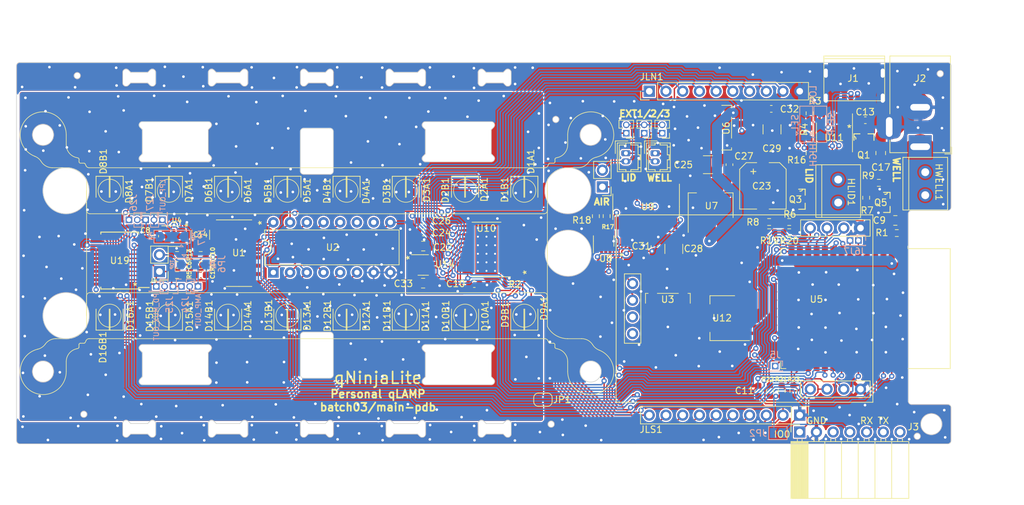
<source format=kicad_pcb>
(kicad_pcb (version 20211014) (generator pcbnew)
  (layers (0 "F.Cu" signal) (31 "B.Cu" signal) (34 "B.Paste" user) (35 "F.Paste" user) (36 "B.SilkS" user "B.Silkscreen") (37 "F.SilkS" user "F.Silkscreen") (38 "B.Mask" user) (39 "F.Mask" user) (44 "Edge.Cuts" user))
  (net 0 "")
  (net 1 "LED_BLANK")
  (net 2 "GNDA")
  (net 3 "3V3D")
  (net 4 "3V3A")
  (net 5 "PD_MUX_OUT")
  (net 7 "/Photo/AMP_OUT")
  (net 8 "Net-(R13-Pad1)")
  (net 9 "VCC")
  (net 10 "Net-(HLID1-Pad2)")
  (net 11 "Net-(HWELL1-Pad2)")
  (net 12 "THERM_R_SWITCH")
  (net 13 "/PhotoMUX/N_PD_OUT15")
  (net 14 "MUX_S3")
  (net 15 "/WELL_HEATER")
  (net 16 "MUX_S2")
  (net 17 "/LID_HEATER")
  (net 18 "MUX_S1")
  (net 19 "VIN_SENSE")
  (net 20 "I2C_SCL")
  (net 21 "MUX_S0")
  (net 22 "I2C_SDA")
  (net 23 "THERM_MUX_OUT")
  (net 24 "Net-(Q1-Pad1)")
  (net 25 "Net-(JP10-Pad1)")
  (net 26 "Net-(Q3-Pad1)")
  (net 27 "Net-(Q5-Pad1)")
  (net 28 "THERM_AIR")
  (net 29 "THERM_EXT1")
  (net 30 "THERM_EXT2")
  (net 31 "THERM_EXT3")
  (net 32 "THERM_LID")
  (net 33 "THERM_WELL")
  (net 34 "Net-(J1-PadB5)")
  (net 35 "Net-(J1-PadA5)")
  (net 36 "Net-(R2-Pad1)")
  (net 37 "Net-(R17-Pad2)")
  (net 38 "Net-(R18-Pad2)")
  (net 40 "/PhotoMUX/N_PD_OUT13")
  (net 42 "GNDD")
  (net 44 "Net-(J6-Pad1)")
  (net 47 "/PhotoMUX/N_PD_OUT11")
  (net 50 "Net-(J7-Pad1)")
  (net 53 "Net-(D2A1-Pad2)")
  (net 54 "Net-(D14A1-Pad2)")
  (net 55 "Net-(J24-Pad2)")
  (net 56 "Net-(J26-Pad2)")
  (net 57 "/Photo/LPF_OUT")
  (net 58 "LED")
  (net 60 "Net-(J5-Pad1)")
  (net 61 "5V")
  (net 64 "/Power/SELP")
  (net 69 "/Power/SEL")
  (net 72 "/PhotoMUX/N_PD_OUT9")
  (net 73 "/PhotoMUX/N_PD_OUT7")
  (net 74 "/PhotoMUX/N_PD_OUT5")
  (net 75 "/PhotoMUX/N_PD_OUT3")
  (net 76 "/PhotoMUX/N_PD_OUT1")
  (net 77 "/PhotoMUX/S_PD_OUT15")
  (net 78 "/PhotoMUX/S_PD_OUT13")
  (net 79 "/PhotoMUX/S_PD_OUT11")
  (net 80 "/PhotoMUX/S_PD_OUT9")
  (net 81 "/PhotoMUX/S_PD_OUT7")
  (net 82 "/PhotoMUX/S_PD_OUT5")
  (net 83 "/PhotoMUX/S_PD_OUT3")
  (net 84 "/PhotoMUX/S_PD_OUT1")
  (net 85 "Net-(D13A1-Pad2)")
  (net 86 "Net-(D16A1-Pad2)")
  (net 87 "Net-(D15A1-Pad2)")
  (net 88 "Net-(D1A1-Pad2)")
  (net 89 "Net-(D12A1-Pad2)")
  (net 90 "Net-(D3A1-Pad2)")
  (net 91 "Net-(D4A1-Pad2)")
  (net 92 "Net-(D5A1-Pad2)")
  (net 93 "Net-(D6A1-Pad2)")
  (net 94 "Net-(D7A1-Pad2)")
  (net 95 "Net-(D8A1-Pad2)")
  (net 96 "Net-(D9A1-Pad2)")
  (net 97 "Net-(D10A1-Pad2)")
  (net 98 "Net-(D11A1-Pad2)")
  (net 99 "LED_SPI_MOSI")
  (net 100 "LED_SPI_SCLK")
  (net 101 "LED_LAT")
  (net 102 "/PhotoLED/S_LED_OUT8")
  (net 103 "/PhotoLED/S_LED_OUT7")
  (net 104 "/PhotoLED/S_LED_OUT6")
  (net 105 "/PhotoLED/S_LED_OUT5")
  (net 106 "/PhotoLED/S_LED_OUT1")
  (net 107 "/PhotoLED/S_LED_OUT2")
  (net 108 "/PhotoLED/S_LED_OUT3")
  (net 109 "/PhotoLED/S_LED_OUT4")
  (net 110 "/PhotoLED/N_LED_OUT5")
  (net 111 "/PhotoLED/N_LED_OUT6")
  (net 112 "/PhotoLED/N_LED_OUT7")
  (net 113 "/PhotoLED/N_LED_OUT8")
  (net 114 "/PhotoLED/N_LED_OUT4")
  (net 115 "/PhotoLED/N_LED_OUT3")
  (net 116 "/PhotoLED/N_LED_OUT2")
  (net 117 "/PhotoLED/N_LED_OUT1")
  (net 118 "NAU_DRDY")
  (net 119 "TACT3")
  (net 120 "TACT2")
  (net 121 "/TXD")
  (net 122 "/RXD")
  (net 123 "TACT1")
  (net 124 "Net-(J3-Pad4)")
  (net 126 "DIVIDED")
  (net 130 "Net-(C9-Pad1)")
  (net 131 "/Power/VIN")
  (net 133 "/Photo/VBG")
  (net 141 "Net-(C6-Pad1)")
  (footprint "Ninja-qPCR:TB_SeeedOPL_320110028" (layer "F.Cu") (at 205.069999 89.680009 -90)
    (fp_text reference "HWELL1")
    (fp_text value "Screw_Terminal_01x02")
  )
  (footprint "Jumper:SolderJumper-2_P1.3mm_Bridged_RoundedPad1.0x1.5mm" (layer "F.Cu") (at 146.99 124.28 180)
    (fp_text reference "JP1")
    (fp_text value "SolderJumper_2_Bridged")
  )
  (footprint "Package_SO:TSSOP-16_4.4x5mm_P0.65mm" (layer "F.Cu") (at 191.278292 84.3998 -90)
    (fp_text reference "U11")
    (fp_text value "IP2721")
  )
  (footprint "Package_TO_SOT_SMD:SOT-23-5" (layer "F.Cu") (at 128.803378 103.790011)
    (fp_text reference "U14")
    (fp_text value "TCR3DF33,LM(CT")
  )
  (footprint "Capacitor_SMD:C_0805_2012Metric" (layer "F.Cu") (at 128.803378 100.919989)
    (fp_text reference "C22")
    (fp_text value "4.7uF")
  )
  (footprint "Ninja-qPCR:35TZV100M6.3X8" (layer "F.Cu") (at 180.41 91.76 -90)
    (fp_text reference "C23")
    (fp_text value "100uF" hide)
  )
  (footprint "Capacitor_SMD:C_0603_1608Metric" (layer "F.Cu") (at 128.803376 98.85)
    (fp_text reference "C24")
    (fp_text value "0.1uF")
  )
  (footprint "Capacitor_SMD:C_1210_3225Metric" (layer "F.Cu") (at 172.060006 88.540006 180)
    (fp_text reference "C25")
    (fp_text value "22uF")
  )
  (footprint "Capacitor_SMD:C_0603_1608Metric" (layer "F.Cu") (at 175.330002 88.540006 -90)
    (fp_text reference "C27")
    (fp_text value "0.1uF")
  )
  (footprint "Capacitor_SMD:C_1210_3225Metric" (layer "F.Cu") (at 181.79 83.17 -90)
    (fp_text reference "C29")
    (fp_text value "22uF")
  )
  (footprint "Capacitor_SMD:C_0603_1608Metric" (layer "F.Cu") (at 163.94 100.98 90)
    (fp_text reference "C31")
    (fp_text value "0.1uF")
  )
  (footprint "Capacitor_SMD:C_0805_2012Metric" (layer "F.Cu") (at 128.783376 106.56 180)
    (fp_text reference "C33")
    (fp_text value "4.7uF")
  )
  (footprint "Capacitor_SMD:C_0603_1608Metric" (layer "F.Cu") (at 195.97 81.78)
    (fp_text reference "C13")
    (fp_text value "1uF(<=20V)")
  )
  (footprint "Capacitor_SMD:C_1210_3225Metric" (layer "F.Cu") (at 94.990006 99.200005 90)
    (fp_text reference "C14")
    (fp_text value "22uF")
  )
  (footprint "Ninja-qPCR:TB_SeeedOPL_320110028" (layer "F.Cu") (at 191.85 90.8 -90)
    (fp_text reference "HLID1")
    (fp_text value "Screw_Terminal_01x02")
  )
  (footprint "Package_SO:SSOP-24_5.3x8.2mm_P0.65mm" (layer "F.Cu") (at 82.695999 103.120012 180)
    (fp_text reference "U19")
    (fp_text value "CD74HC4067M96")
  )
  (footprint "Capacitor_SMD:C_0603_1608Metric" (layer "F.Cu") (at 88.080012 99.410012 -90)
    (fp_text reference "C8")
    (fp_text value "DNP")
  )
  (footprint "Capacitor_SMD:C_0603_1608Metric" (layer "F.Cu") (at 179.705 122.936 90)
    (fp_text reference "C11")
    (fp_text value "0.1uF")
  )
  (footprint "Capacitor_SMD:C_0603_1608Metric" (layer "F.Cu") (at 91.399995 103.796008 180)
    (fp_text reference "C6")
    (fp_text value "5pF")
  )
  (footprint "Package_TO_SOT_SMD:SOT-23-8" (layer "F.Cu") (at 156.21 100.15 90)
    (fp_text reference "U8")
    (fp_text value "TS12A12511DCNR")
  )
  (footprint "Package_TO_SOT_SMD:SOT-23-5" (layer "F.Cu") (at 90.869999 99.410012)
    (fp_text reference "U4")
    (fp_text value "LMP7717MF_NOPB")
  )
  (footprint "Resistor_SMD:R_0603_1608Metric" (layer "F.Cu") (at 91.399995 102.272008 180)
    (fp_text reference "R13")
    (fp_text value "10M")
  )
  (footprint "Resistor_SMD:R_0603_1608Metric" (layer "F.Cu") (at 156.67 96.36 -90)
    (fp_text reference "R17")
    (fp_text value "10k_HP")
  )
  (footprint "Resistor_SMD:R_0603_1608Metric" (layer "F.Cu") (at 155.03 96.37 -90)
    (fp_text reference "R18")
    (fp_text value "47k_HP")
  )
  (footprint "Package_SO:SOIC-16_3.9x9.9mm_P1.27mm" (layer "F.Cu") (at 162.66 94.94 -90)
    (fp_text reference "U9")
    (fp_text value "SN74LV4051A")
  )
  (footprint "Capacitor_SMD:C_0603_1608Metric" (layer "F.Cu") (at 128.803376 97.05)
    (fp_text reference "C26")
    (fp_text value "0.01uF")
  )
  (footprint "Ninja-qPCR:SOT95P240X112-3N" (layer "F.Cu") (at 199.02 94.28)
    (fp_text reference "Q5")
    (fp_text value "Q_NMOS_GSD")
  )
  (footprint "Ninja-qPCR:SOT95P240X112-3N" (layer "F.Cu") (at 186.12 93.79)
    (fp_text reference "Q3")
    (fp_text value "Q_NMOS_GSD")
  )
  (footprint "Ninja-qPCR:SOT95P240X112-3N" (layer "F.Cu") (at 195.76 84.56 90)
    (fp_text reference "Q1")
    (fp_text value "Q_NMOS_GSD")
  )
  (footprint "Package_SO:HTSSOP-24-1EP_4.4x7.8mm_P0.65mm_EP3.4x7.8mm_Mask2.4x4.68mm_ThermalVias" (layer "F.Cu") (at 138.41 101.44 180)
    (fp_text reference "U10")
    (fp_text value "TLC5929")
  )
  (footprint "Resistor_SMD:R_0603_1608Metric" (layer "F.Cu") (at 181.356 98.819995)
    (fp_text reference "R19")
    (fp_text value "100k")
  )
  (footprint "Capacitor_SMD:C_0805_2012Metric" (layer "F.Cu") (at 200.525 97.02 180)
    (fp_text reference "C9")
    (fp_text value "10uF")
  )
  (footprint "Connector_Hirose:Hirose_DF13-02P-1.25DSA_1x02_P1.25mm_Vertical" (layer "F.Cu") (at 164.035003 86.795 -90)
    (fp_text reference "TWELL1" hide)
    (fp_text value "Conn_01x02_Male")
  )
  (footprint "Connector_Hirose:Hirose_DF13-02P-1.25DSA_1x02_P1.25mm_Vertical" (layer "F.Cu") (at 159.590003 86.795 -90)
    (fp_text reference "TLID1" hide)
    (fp_text value "Conn_01x02_Male")
  )
  (footprint "Pin_Headers:Pin_Header_Straight_1x02_Pitch1.27mm" (layer "F.Cu") (at 165.10696 83.749058 180)
    (fp_text reference "TEXT3" hide)
    (fp_text value "Conn_01x02_Male")
  )
  (footprint "Pin_Headers:Pin_Header_Straight_1x02_Pitch1.27mm" (layer "F.Cu") (at 162.376968 83.749058 180)
    (fp_text reference "TEXT2" hide)
    (fp_text value "Conn_01x02_Male")
  )
  (footprint "Pin_Headers:Pin_Header_Straight_1x02_Pitch1.27mm" (layer "F.Cu") (at 159.64695 83.749058 180)
    (fp_text reference "TEXT1" hide)
    (fp_text value "Conn_01x02_Male")
  )
  (footprint "Connector_PinHeader_2.54mm:PinHeader_1x02_P2.54mm_Vertical" (layer "F.Cu") (at 156.020008 91.915005 180)
    (fp_text reference "TAIR1" hide)
    (fp_text value "Conn_01x02_Male")
  )
  (footprint "Resistor_SMD:R_0603_1608Metric" (layer "F.Cu") (at 198.02 91.305 180)
    (fp_text reference "R9")
    (fp_text value "47k")
  )
  (footprint "Resistor_SMD:R_0603_1608Metric" (layer "F.Cu") (at 181.356 97.260004)
    (fp_text reference "R8")
    (fp_text value "47k")
  )
  (footprint "Resistor_SMD:R_0603_1608Metric" (layer "F.Cu") (at 187.500006 80.7212 -90)
    (fp_text reference "R3")
    (fp_text value "5.1k")
  )
  (footprint "Resistor_SMD:R_0603_1608Metric" (layer "F.Cu") (at 187.500006 83.7692 -90)
    (fp_text reference "R4")
    (fp_text value "5.1k")
  )
  (footprint "Resistor_SMD:R_0603_1608Metric" (layer "F.Cu") (at 196.1 93.57 -90)
    (fp_text reference "R7")
    (fp_text value "150")
  )
  (footprint "Resistor_SMD:R_0603_1608Metric" (layer "F.Cu") (at 184.404 97.260004)
    (fp_text reference "R6")
    (fp_text value "150")
  )
  (footprint "Resistor_SMD:R_0603_1608Metric" (layer "F.Cu") (at 140.399998 106.699991)
    (fp_text reference "R2")
    (fp_text value "3.3k")
  )
  (footprint "Resistor_SMD:R_0603_1608Metric" (layer "F.Cu") (at 200.75 98.94 180)
    (fp_text reference "R1")
    (fp_text value "100k")
  )
  (footprint "Resistor_SMD:R_0603_1608Metric" (layer "F.Cu") (at 187.500006 86.8172 -90)
    (fp_text reference "R16")
    (fp_text value "100k")
  )
  (footprint "Capacitor_SMD:C_0603_1608Metric" (layer "F.Cu") (at 136.560001 106.699991)
    (fp_text reference "C10")
    (fp_text value "0.1uF")
  )
  (footprint "Capacitor_SMD:C_1210_3225Metric" (layer "F.Cu") (at 166.87 101.35 90)
    (fp_text reference "C28")
    (fp_text value "22uF")
  )
  (footprint "Capacitor_SMD:C_0603_1608Metric" (layer "F.Cu") (at 181.68 80.05)
    (fp_text reference "C32")
    (fp_text value "0.1uF")
  )
  (footprint "Connector_BarrelJack:BarrelJack_Horizontal" (layer "F.Cu") (at 204.295792 85.8098 -90)
    (fp_text reference "J2")
    (fp_text value "Barrel_Jack_Switch")
  )
  (footprint "Diodes_SMD:D_1206" (layer "F.Cu") (at 107.157211 92.502066 -90)
    (fp_text reference "D5B1")
    (fp_text value "D_Photo")
  )
  (footprint "Resistor_SMD:R_0603_1608Metric" (layer "F.Cu") (at 185.039 122.936 -90)
    (fp_text reference "R23")
    (fp_text value "100k")
  )
  (footprint "Diodes_SMD:D_1206" (layer "F.Cu") (at 134.157211 111.501633 90)
    (fp_text reference "D10B1")
    (fp_text value "D_Photo")
  )
  (footprint "Diodes_SMD:D_1206" (layer "F.Cu") (at 89.157211 92.502066 -90)
    (fp_text reference "D7B1")
    (fp_text value "D_Photo")
  )
  (footprint "Diodes_SMD:D_1206" (layer "F.Cu") (at 134.157211 92.502066 -90)
    (fp_text reference "D2B1")
    (fp_text value "D_Photo")
  )
  (footprint "Diodes_SMD:D_1206" (layer "F.Cu") (at 127.157211 111.501633 90)
    (fp_text reference "D11A1")
    (fp_text value "D_Photo")
  )
  (footprint "Diodes_SMD:D_1206" (layer "F.Cu") (at 136.157211 92.502066 -90)
    (fp_text reference "D2A1")
    (fp_text value "D_Photo")
  )
  (footprint "Diodes_SMD:D_1206" (layer "F.Cu") (at 143.157211 92.502066 -90)
    (fp_text reference "D1B1")
    (fp_text value "D_Photo")
  )
  (footprint "Diodes_SMD:D_1206" (layer "F.Cu") (at 100.157211 111.501633 90)
    (fp_text reference "D14A1")
    (fp_text value "D_Photo")
  )
  (footprint "Ninja-qPCR:LITE_LCD" (layer "F.Cu") (at 158.111003 96.175006)
    (fp_text reference "U17" hide)
    (fp_text value "LITE_LCD")
  )
  (footprint "Diodes_SMD:D_1206" (layer "F.Cu") (at 100.157211 92.502066 -90)
    (fp_text reference "D6A1")
    (fp_text value "D_Photo")
  )
  (footprint "Resistor_SMD:R_0603_1608Metric" (layer "F.Cu") (at 181.483 122.936 -90)
    (fp_text reference "R22")
    (fp_text value "100k")
  )
  (footprint "Package_TO_SOT_SMD:SOT-223" (layer "F.Cu") (at 174.27 111.88 180)
    (fp_text reference "U12")
    (fp_text value "LD1086DTTR")
  )
  (footprint "Diodes_SMD:D_1206" (layer "F.Cu") (at 125.157211 111.501633 90)
    (fp_text reference "D11B1")
    (fp_text value "D_Photo")
  )
  (footprint "Diodes_SMD:D_1206" (layer "F.Cu") (at 116.157211 111.501633 90)
    (fp_text reference "D12B1")
    (fp_text value "D_Photo")
  )
  (footprint "Ninja-qPCR:ALI_USB" (layer "F.Cu") (at 198.608282 78.419792 180)
    (fp_text reference "J1")
    (fp_text value "ALI_USB")
  )
  (footprint "Package_SO:SOIC-16_3.9x9.9mm_P1.27mm" (layer "F.Cu") (at 100.810009 101.999999)
    (fp_text reference "U1")
    (fp_text value "NAU7802")
  )
  (footprint "Connector_PinHeader_2.54mm:PinHeader_1x10_P2.54mm_Vertical" (layer "F.Cu") (at 186.001 126.628 -90)
    (fp_text reference "JLS1")
    (fp_text value "Conn_01x10_Male")
  )
  (footprint "Diodes_SMD:D_1206" (layer "F.Cu") (at 82.157211 111.501633 90)
    (fp_text reference "D16A1")
    (fp_text value "D_Photo")
  )
  (footprint "Diodes_SMD:D_1206" (layer "F.Cu") (at 118.157211 111.501633 90)
    (fp_text reference "D12A1")
    (fp_text value "D_Photo")
  )
  (footprint "Diodes_SMD:D_1206" (layer "F.Cu") (at 109.157211 111.501633 90)
    (fp_text reference "D13A1")
    (fp_text value "D_Photo")
  )
  (footprint "Resistor_SMD:R_0603_1608Metric" (layer "F.Cu") (at 94.990006 103.796008)
    (fp_text reference "R11")
    (fp_text value "47k_HP")
  )
  (footprint "Diodes_SMD:D_1206" (layer "F.Cu") (at 118.157211 92.502066 -90)
    (fp_text reference "D4A1")
    (fp_text value "D_Photo")
  )
  (footprint "Diodes_SMD:D_1206" (layer "F.Cu") (at 109.157211 92.502066 -90)
    (fp_text reference "D5A1")
    (fp_text value "D_Photo")
  )
  (footprint "Diodes_SMD:D_1206" (layer "F.Cu") (at 80.157211 92.502066 -90)
    (fp_text reference "D8B1")
    (fp_text value "D_Photo")
  )
  (footprint "Diodes_SMD:D_1206" (layer "F.Cu") (at 98.157211 111.501633 90)
    (fp_text reference "D14B1")
    (fp_text value "D_Photo")
  )
  (footprint "Capacitor_SMD:C_0805_2012Metric" (layer "F.Cu") (at 198.308292 86.7698 90)
    (fp_text reference "C17")
    (fp_text value "10uF(<=20V)")
  )
  (footprint "RF_Module:ESP32-WROOM-32" (layer "F.Cu") (at 193.006 110.42 -90)
    (fp_text reference "U5")
    (fp_text value "ESP32-WROOM-32")
  )
  (footprint "Diodes_SMD:D_1206" (layer "F.Cu") (at 80.157211 111.501633 90)
    (fp_text reference "D16B1")
    (fp_text value "D_Photo")
  )
  (footprint "Connector_PinSocket_2.54mm:PinSocket_1x07_P2.54mm_Horizontal" (layer "F.Cu") (at 186.000993 129.2 90)
    (fp_text reference "J3")
    (fp_text value "Conn_01x07_Male")
  )
  (footprint "Resistor_SMD:R_0603_1608Metric" (layer "F.Cu") (at 184.404 98.819995)
    (fp_text reference "R20")
    (fp_text value "10k")
  )
  (footprint "Package_TO_SOT_SMD:SOT-223" (layer "F.Cu") (at 172.47 94.74 90)
    (fp_text reference "U7")
    (fp_text value "LD1086DTTR")
  )
  (footprint "Diodes_SMD:D_1206" (layer "F.Cu") (at 91.157211 111.501633 90)
    (fp_text reference "D15A1")
    (fp_text value "D_Photo")
  )
  (footprint "Diodes_SMD:D_1206" (layer "F.Cu") (at 127.157211 92.502066 -90)
    (fp_text reference "D3A1")
    (fp_text value "D_Photo")
  )
  (footprint "Diodes_SMD:D_1206" (layer "F.Cu") (at 89.157211 111.501633 90)
    (fp_text reference "D15B1")
    (fp_text value "D_Photo")
  )
  (footprint "Connector_PinHeader_2.54mm:PinHeader_1x10_P2.54mm_Vertical" (layer "F.Cu") (at 163.141 77.372 90)
    (fp_text reference "JLN1")
    (fp_text value "Conn_01x10_Male")
  )
  (footprint "Diodes_SMD:D_1206" (layer "F.Cu") (at 125.157211 92.502066 -90)
    (fp_text reference "D3B1")
    (fp_text value "D_Photo")
  )
  (footprint "Capacitor_SMD:C_0603_1608Metric" (layer "F.Cu") (at 94.990006 105.320008 180)
    (fp_text reference "C1")
    (fp_text value "0.1uF")
  )
  (footprint "Diodes_SMD:D_1206" (layer "F.Cu") (at 145.157211 111.501633 90)
    (fp_text reference "D9A1")
    (fp_text value "D_Photo")
  )
  (footprint "Resistor_SMD:R_0603_1608Metric" (layer "F.Cu") (at 183.261 122.936 -90)
    (fp_text reference "R21")
    (fp_text value "100k")
  )
  (footprint "Ninja-qPCR:REG_TO252-3" (layer "F.Cu") (at 173.37 82.91 180)
    (fp_text reference "U6")
    (fp_text value "BA178M05FP-E2")
  )
  (footprint "Diodes_SMD:D_1206" (layer "F.Cu") (at 116.157211 92.502066 -90)
    (fp_text reference "D4B1")
    (fp_text value "D_Photo")
  )
  (footprint "Package_DIP:DIP-16_W7.62mm" (layer "F.Cu") (at 106.029989 104.929991 90)
    (fp_text reference "U2")
    (fp_text value "NAU7802")
  )
  (footprint "Resistor_SMD:R_0603_1608Metric" (layer "F.Cu") (at 94.990006 102.272008)
    (fp_text reference "R10")
    (fp_text value "47k_HP")
  )
  (footprint "Ninja-qPCR:REG_TO252-3" (layer "F.Cu") (at 165.97 110.39 -90)
    (fp_text reference "U3")
    (fp_text value "BD433M5FP-CE2")
  )
  (footprint "Resistor_SMD:R_0603_1608Metric" (layer "F.Cu") (at 91.399995 105.320008)
    (fp_text reference "R5")
    (fp_text value "10M")
  )
  (footprint "Diodes_SMD:D_1206" (layer "F.Cu") (at 91.157211 92.502066 -90)
    (fp_text reference "D7A1")
    (fp_text value "D_Photo")
  )
  (footprint "Diodes_SMD:D_1206" (layer "F.Cu") (at 145.157211 92.502066 -90)
    (fp_text reference "D1A1")
    (fp_text value "D_Photo")
  )
  (footprint "Diodes_SMD:D_1206" (layer "F.Cu") (at 82.157211 92.502066 -90)
    (fp_text reference "D8A1")
    (fp_text value "D_Photo")
  )
  (footprint "Diodes_SMD:D_1206" (layer "F.Cu") (at 107.157211 111.501633 90)
    (fp_text reference "D13B1")
    (fp_text value "D_Photo")
  )
  (footprint "Diodes_SMD:D_1206" (layer "F.Cu") (at 98.157211 92.502066 -90)
    (fp_text reference "D6B1")
    (fp_text value "D_Photo")
  )
  (footprint "Connector_PinHeader_2.54mm:PinHeader_1x02_P2.54mm_Vertical" (layer "F.Cu") (at 88.71999 104.785008 180)
    (fp_text reference "J4")
    (fp_text value "Conn_01x02_Male")
  )
  (footprint "Diodes_SMD:D_1206" (layer "F.Cu") (at 143.157211 111.501633 90)
    (fp_text reference "D9B1")
    (fp_text value "D_Photo")
  )
  (footprint "Diodes_SMD:D_1206" (layer "F.Cu") (at 136.157211 111.501633 90)
    (fp_text reference "D10A1")
    (fp_text value "D_Photo")
  )
  (footprint "Connector_PinHeader_1.27mm:PinHeader_1x01_P1.27mm_Vertical" (layer "B.Cu") (at 88.24 107.05 180)
    (fp_text reference "J13" hide)
    (fp_text value "Conn_01x01_Male")
  )
  (footprint "Connector_PinHeader_1.27mm:PinHeader_1x01_P1.27mm_Vertical" (layer "B.Cu") (at 94.59 107.05)
    (fp_text reference "J16" hide)
    (fp_text value "Conn_01x01_Male")
  )
  (footprint "Jumper:SolderJumper-3_P2.0mm_Open_TrianglePad1.0x1.5mm" (layer "B.Cu") (at 90.64498 99.519994 180)
    (fp_text reference "JP7")
    (fp_text value "Jumper_3_Open")
  )
  (footprint "Pin_Headers:Pin_Header_Straight_1x01_Pitch1.27mm" (layer "B.Cu") (at 193.640989 100.070006 180)
    (fp_text reference "J7")
    (fp_text value "Conn_01x01_Male")
  )
  (footprint "Connector_PinHeader_1.27mm:PinHeader_1x01_P1.27mm_Vertical" (layer "B.Cu") (at 89.166003 96.930021 -90)
    (fp_text reference "J23" hide)
    (fp_text value "Conn_01x01_Male")
  )
  (footprint "Jumper:SolderJumper-3_P2.0mm_Open_TrianglePad1.0x1.5mm" (layer "B.Cu") (at 93.849994 103.719999)
    (fp_text reference "JP6")
    (fp_text value "Jumper_3_Open")
  )
  (footprint "Jumper:SolderJumper-2_P1.3mm_Open_TrianglePad1.0x1.5mm" (layer "B.Cu") (at 182.69 129.35 180)
    (fp_text reference "JP2")
    (fp_text value "Jumper_2_Bridged")
  )
  (footprint "Connector_PinHeader_1.27mm:PinHeader_1x02_P1.27mm_Vertical" (layer "B.Cu") (at 84.085995 96.930009 -90)
    (fp_text reference "J26" hide)
    (fp_text value "Conn_01x02_Male")
  )
  (footprint "Jumper:SolderJumper-3_P2.0mm_Open_TrianglePad1.0x1.5mm" (layer "B.Cu") (at 186.957487 82.390005 90)
    (fp_text reference "JP9" hide)
    (fp_text value "Jumper_3_Open")
  )
  (footprint "Pin_Headers:Pin_Header_Straight_1x01_Pitch1.27mm" (layer "B.Cu") (at 182.280001 119.160011 180)
    (fp_text reference "J5")
    (fp_text value "Conn_01x01_Male")
  )
  (footprint "Connector_PinHeader_1.27mm:PinHeader_1x02_P1.27mm_Vertical" (layer "B.Cu") (at 90.78 107.05 90)
    (fp_text reference "J25")
    (fp_text value "Conn_01x02_Male")
  )
  (footprint "Connector_PinHeader_1.27mm:PinHeader_1x02_P1.27mm_Vertical" (layer "B.Cu") (at 92.05 107.05 -90)
    (fp_text reference "J24")
    (fp_text value "Conn_01x02_Male")
  )
  (footprint "Pin_Headers:Pin_Header_Straight_1x01_Pitch1.27mm" (layer "B.Cu") (at 194.910989 100.070006 180)
    (fp_text reference "J6")
    (fp_text value "Conn_01x01_Male")
  )
  (footprint "Connector_PinHeader_1.27mm:PinHeader_1x02_P1.27mm_Vertical" (layer "B.Cu") (at 86.625995 96.930009 -90)
    (fp_text reference "J27")
    (fp_text value "Conn_01x02_Male")
  )
  (footprint "Jumper:SolderJumper-3_P2.0mm_Open_TrianglePad1.0x1.5mm" (layer "B.Cu") (at 189.100003 82.390005 90)
    (fp_text reference "JP10" hide)
    (fp_text value "Jumper_3_Open")
  )
  (gr_poly (pts (xy 193.14 78.96) (xy 193.31 79.19) (xy 195.26 79.19) (xy 195.44 78.92) (xy 195.44 77.87) (xy 196.14 77.87) (xy 196.14 80.78) (xy 196.06 80.95) (xy 196.06 84.15) (xy 194.04 84.15) (xy 194.04 80.53) (xy 193.1 80.53) (xy 193.1 82.28) (xy 192.7 82.29) (xy 192.7 80.53) (xy 192.44 80.31) (xy 192.44 77.87) (xy 193.14 77.87)) (layer "F.Cu") (width 0) (fill solid))
  (gr_line (start 147.657227 111.5) (end 147.657227 92.5) (layer "F.SilkS") (width 0.1))
  (gr_arc (start 69.793791 87.266166) (mid 70.34204 87.588129) (end 70.761537 88.065895) (layer "F.SilkS") (width 0.1))
  (gr_arc (start 71.379757 115.828755) (mid 70.875438 116.315728) (end 70.234047 116.598743) (layer "F.SilkS") (width 0.1))
  (gr_circle (center 126.157202 111.501637) (end 124.407202 111.501637) (layer "F.SilkS") (width 0.1) (fill none))
  (gr_arc (start 69.793791 87.266166) (mid 69.088495 81.115515) (end 74.563915 84.004758) (layer "F.SilkS") (width 0.1))
  (gr_arc (start 147.886139 88.404914) (mid 147.959302 88.332085) (end 148.059038 88.305442) (layer "F.SilkS") (width 0.1))
  (gr_arc (start 76.497682 115.898256) (mid 76.55626 115.756834) (end 76.697682 115.698256) (layer "F.SilkS") (width 0.1))
  (gr_arc (start 76.712016 88.305442) (mid 76.570595 88.246863) (end 76.512016 88.105442) (layer "F.SilkS") (width 0.1))
  (gr_arc (start 77.428279 115.598784) (mid 77.355116 115.671613) (end 77.25538 115.698256) (layer "F.SilkS") (width 0.1))
  (gr_arc (start 77.428293 88.404914) (mid 77.500888 88.541698) (end 77.562683 88.683688) (layer "F.SilkS") (width 0.1))
  (gr_arc (start 72.455067 89.001961) (mid 71.487562 88.752371) (end 70.761537 88.065895) (layer "F.SilkS") (width 0.1))
  (gr_circle (center 144.157216 92.502061) (end 145.907216 92.502061) (layer "F.SilkS") (width 0.1) (fill none))
  (gr_arc (start 71.379757 115.828755) (mid 72.090263 115.22045) (end 72.999668 115.001737) (layer "F.SilkS") (width 0.1))
  (gr_line (start 76.512016 87.717688) (end 76.512016 88.105442) (layer "F.SilkS") (width 0.1))
  (gr_arc (start 149.18281 116.546221) (mid 150.310089 117.246864) (end 150.750503 118.49894) (layer "F.SilkS") (width 0.1))
  (gr_arc (start 74.563643 89.001961) (mid 76.369254 89.503667) (end 77.657216 90.86495) (layer "F.SilkS") (width 0.1))
  (gr_line (start 74.563901 118.49894) (end 74.563901 119.99894) (layer "F.SilkS") (width 0.1))
  (gr_line (start 147.657202 108.501637) (end 147.657202 113.138748) (layer "F.SilkS") (width 0.1))
  (gr_line (start 148.816736 88.105442) (end 148.816736 87.712572) (layer "F.SilkS") (width 0.1))
  (gr_arc (start 77.562669 115.32001) (mid 77.500874 115.462) (end 77.428279 115.598784) (layer "F.SilkS") (width 0.1))
  (gr_line (start 72.999668 115.001737) (end 74.563629 115.001737) (layer "F.SilkS") (width 0.1))
  (gr_arc (start 147.751749 88.683688) (mid 147.568027 88.914864) (end 147.285904 89.002061) (layer "F.SilkS") (width 0.1))
  (gr_arc (start 76.131608 87.457477) (mid 75.004329 86.756834) (end 74.563915 85.504758) (layer "F.SilkS") (width 0.1))
  (gr_line (start 74.563915 84.004758) (end 74.563915 85.504758) (layer "F.SilkS") (width 0.1))
  (gr_line (start 78.028528 89.002061) (end 147.285904 89.002061) (layer "F.SilkS") (width 0.1))
  (gr_circle (center 108.157202 111.501637) (end 106.407202 111.501637) (layer "F.SilkS") (width 0.1) (fill none))
  (gr_line (start 77.657216 95.502061) (end 77.657216 90.86495) (layer "F.SilkS") (width 0.1))
  (gr_circle (center 90.157216 92.502061) (end 91.907216 92.502061) (layer "F.SilkS") (width 0.1) (fill none))
  (gr_line (start 152.31475 89.001961) (end 150.750789 89.001961) (layer "F.SilkS") (width 0.1))
  (gr_line (start 77.657202 113.138748) (end 77.657202 108.501637) (layer "F.SilkS") (width 0.1))
  (gr_arc (start 147.751749 88.683688) (mid 147.813544 88.541698) (end 147.886139 88.404914) (layer "F.SilkS") (width 0.1))
  (gr_arc (start 149.18281 116.546221) (mid 149.057398 116.514167) (end 148.934323 116.474066) (layer "F.SilkS") (width 0.1))
  (gr_arc (start 78.028528 89.002061) (mid 77.746406 88.914864) (end 77.562683 88.683688) (layer "F.SilkS") (width 0.1))
  (gr_arc (start 76.36417 116.479751) (mid 76.248888 116.516505) (end 76.131594 116.546221) (layer "F.SilkS") (width 0.1))
  (gr_arc (start 150.750517 84.004758) (mid 156.412172 81.252077) (end 155.080371 87.404955) (layer "F.SilkS") (width 0.1))
  (gr_circle (center 135.157202 111.501637) (end 133.407202 111.501637) (layer "F.SilkS") (width 0.1) (fill none))
  (gr_arc (start 155.520627 116.737532) (mid 154.972378 116.415569) (end 154.552881 115.937803) (layer "F.SilkS") (width 0.1))
  (gr_arc (start 74.563901 119.99894) (mid 68.902246 122.751621) (end 70.234047 116.598743) (layer "F.SilkS") (width 0.1))
  (gr_circle (center 117.157216 92.502061) (end 118.907216 92.502061) (layer "F.SilkS") (width 0.1) (fill none))
  (gr_line (start 147.157216 96.002061) (end 78.157216 96.002061) (layer "F.SilkS") (width 0.1))
  (gr_circle (center 117.157202 111.501637) (end 115.407202 111.501637) (layer "F.SilkS") (width 0.1) (fill none))
  (gr_arc (start 74.563901 118.49894) (mid 75.004315 117.246865) (end 76.131594 116.546221) (layer "F.SilkS") (width 0.1))
  (gr_arc (start 147.157202 108.001637) (mid 147.510755 108.148084) (end 147.657202 108.501637) (layer "F.SilkS") (width 0.1))
  (gr_arc (start 155.520627 116.737532) (mid 156.225923 122.888183) (end 150.750503 119.99894) (layer "F.SilkS") (width 0.1))
  (gr_circle (center 90.157202 111.501637) (end 88.407202 111.501637) (layer "F.SilkS") (width 0.1) (fill none))
  (gr_line (start 150.750775 115.001737) (end 152.859351 115.001737) (layer "F.SilkS") (width 0.1))
  (gr_line (start 147.657216 90.86495) (end 147.657216 95.502061) (layer "F.SilkS") (width 0.1))
  (gr_arc (start 150.750775 115.001737) (mid 148.945164 114.500031) (end 147.657202 113.138748) (layer "F.SilkS") (width 0.1))
  (gr_circle (center 99.157202 111.501637) (end 97.407202 111.501637) (layer "F.SilkS") (width 0.1) (fill none))
  (gr_line (start 76.712016 88.305442) (end 77.255394 88.305442) (layer "F.SilkS") (width 0.1))
  (gr_circle (center 135.157216 92.502061) (end 136.907216 92.502061) (layer "F.SilkS") (width 0.1) (fill none))
  (gr_arc (start 148.059024 115.698256) (mid 147.959289 115.671613) (end 147.886125 115.598784) (layer "F.SilkS") (width 0.1))
  (gr_circle (center 108.157216 92.502061) (end 109.907216 92.502061) (layer "F.SilkS") (width 0.1) (fill none))
  (gr_line (start 148.059038 88.305442) (end 148.616736 88.305442) (layer "F.SilkS") (width 0.1))
  (gr_arc (start 153.934661 88.174943) (mid 154.43898 87.68797) (end 155.080371 87.404955) (layer "F.SilkS") (width 0.1))
  (gr_arc (start 150.750517 85.504758) (mid 150.310103 86.756833) (end 149.182824 87.457477) (layer "F.SilkS") (width 0.1))
  (gr_arc (start 148.816736 87.712572) (mid 148.853492 87.597025) (end 148.950248 87.523947) (layer "F.SilkS") (width 0.1))
  (gr_circle (center 144.157202 111.501637) (end 142.407202 111.501637) (layer "F.SilkS") (width 0.1) (fill none))
  (gr_line (start 150.750517 85.504758) (end 150.750517 84.004758) (layer "F.SilkS") (width 0.1))
  (gr_line (start 76.497682 115.898256) (end 76.497682 116.291126) (layer "F.SilkS") (width 0.1))
  (gr_arc (start 148.950248 87.523947) (mid 149.06553 87.487193) (end 149.182824 87.457477) (layer "F.SilkS") (width 0.1))
  (gr_arc (start 76.131608 87.457477) (mid 76.25702 87.489531) (end 76.380095 87.529632) (layer "F.SilkS") (width 0.1))
  (gr_arc (start 147.28589 115.001637) (mid 147.568012 115.088834) (end 147.751735 115.32001) (layer "F.SilkS") (width 0.1))
  (gr_arc (start 148.602402 115.698256) (mid 148.743823 115.756835) (end 148.802402 115.898256) (layer "F.SilkS") (width 0.1))
  (gr_arc (start 76.497682 116.291126) (mid 76.460926 116.406673) (end 76.36417 116.479751) (layer "F.SilkS") (width 0.1))
  (gr_arc (start 152.859351 115.001737) (mid 153.826856 115.251327) (end 154.552881 115.937803) (layer "F.SilkS") (width 0.1))
  (gr_arc (start 77.562669 115.32001) (mid 77.746391 115.088834) (end 78.028514 115.001637) (layer "F.SilkS") (width 0.1))
  (gr_arc (start 147.657216 95.502061) (mid 147.510769 95.855614) (end 147.157216 96.002061) (layer "F.SilkS") (width 0.1))
  (gr_circle (center 99.157216 92.502061) (end 100.907216 92.502061) (layer "F.SilkS") (width 0.1) (fill none))
  (gr_arc (start 153.934661 88.174943) (mid 153.224155 88.783248) (end 152.31475 89.001961) (layer "F.SilkS") (width 0.1))
  (gr_line (start 77.657214 92.5) (end 77.657214 111.5) (layer "F.SilkS") (width 0.1))
  (gr_arc (start 147.886125 115.598784) (mid 147.81353 115.462) (end 147.751735 115.32001) (layer "F.SilkS") (width 0.1))
  (gr_line (start 74.563643 89.001961) (end 72.455067 89.001961) (layer "F.SilkS") (width 0.1))
  (gr_arc (start 148.816736 88.105442) (mid 148.758158 88.246864) (end 148.616736 88.305442) (layer "F.SilkS") (width 0.1))
  (gr_line (start 78.157202 108.001637) (end 147.157202 108.001637) (layer "F.SilkS") (width 0.1))
  (gr_arc (start 148.934323 116.474066) (mid 148.838671 116.400867) (end 148.802402 116.28601) (layer "F.SilkS") (width 0.1))
  (gr_arc (start 77.255394 88.305442) (mid 77.355129 88.332085) (end 77.428293 88.404914) (layer "F.SilkS") (width 0.1))
  (gr_line (start 77.25538 115.698256) (end 76.697682 115.698256) (layer "F.SilkS") (width 0.1))
  (gr_arc (start 76.380095 87.529632) (mid 76.475747 87.602831) (end 76.512016 87.717688) (layer "F.SilkS") (width 0.1))
  (gr_circle (center 81.157216 92.502061) (end 82.907216 92.502061) (layer "F.SilkS") (width 0.1) (fill none))
  (gr_arc (start 78.157216 96.002061) (mid 77.803663 95.855614) (end 77.657216 95.502061) (layer "F.SilkS") (width 0.1))
  (gr_line (start 148.802402 116.28601) (end 148.802402 115.898256) (layer "F.SilkS") (width 0.1))
  (gr_arc (start 147.657216 90.86495) (mid 148.945178 89.503667) (end 150.750789 89.001961) (layer "F.SilkS") (width 0.1))
  (gr_line (start 147.28589 115.001637) (end 78.028514 115.001637) (layer "F.SilkS") (width 0.1))
  (gr_line (start 148.602402 115.698256) (end 148.059024 115.698256) (layer "F.SilkS") (width 0.1))
  (gr_circle (center 81.157202 111.501637) (end 79.407202 111.501637) (layer "F.SilkS") (width 0.1) (fill none))
  (gr_line (start 150.750503 119.99894) (end 150.750503 118.49894) (layer "F.SilkS") (width 0.1))
  (gr_arc (start 77.657202 113.138748) (mid 76.36924 114.500031) (end 74.563629 115.001737) (layer "F.SilkS") (width 0.1))
  (gr_arc (start 77.657202 108.501637) (mid 77.803649 108.148084) (end 78.157202 108.001637) (layer "F.SilkS") (width 0.1))
  (gr_circle (center 126.157216 92.502061) (end 127.907216 92.502061) (layer "F.SilkS") (width 0.1) (fill none))
  (gr_line (start 86.942944 74.501749) (end 87.296497 74.148195) (layer "Edge.Cuts") (width 0.1))
  (gr_line (start 111.357157 127.898251) (end 111.003604 127.544698) (layer "Edge.Cuts") (width 0.1))
  (gr_line (start 96.15005 76.101749) (end 96.15005 74.501749) (layer "Edge.Cuts") (width 0.1))
  (gr_arc (start 111.003604 76.455302) (mid 110.458709 76.563689) (end 110.15005 76.10175) (layer "Edge.Cuts") (width 0.1))
  (gr_line (start 110.15005 76.101749) (end 110.15005 74.501749) (layer "Edge.Cuts") (width 0.1))
  (gr_line (start 87.296497 127.544698) (end 86.942944 127.898251) (layer "Edge.Cuts") (width 0.1))
  (gr_arc (start 97.003603 129.851804) (mid 96.458708 129.96019) (end 96.15005 129.498251) (layer "Edge.Cuts") (width 0.1))
  (gr_line (start 138.357157 74.501749) (end 140.942944 74.501749) (layer "Edge.Cuts") (width 0.1))
  (gr_circle (center 74.535995 92.499993) (end 78.035996 92.499993) (layer "Edge.Cuts") (width 0.1) (fill none))
  (gr_circle (center 71.036 84) (end 69.436 84) (layer "Edge.Cuts") (width 0.1) (fill none))
  (gr_line (start 115.15005 129.498251) (end 115.15005 127.898251) (layer "Edge.Cuts") (width 0.1))
  (gr_arc (start 110.15005 127.89825) (mid 110.458709 127.436311) (end 111.003604 127.544698) (layer "Edge.Cuts") (width 0.1))
  (gr_arc (start 87.296497 127.544698) (mid 87.841392 127.436312) (end 88.15005 127.898251) (layer "Edge.Cuts") (width 0.1))
  (gr_line (start 83.15005 76.101749) (end 83.15005 74.501749) (layer "Edge.Cuts") (width 0.1))
  (gr_line (start 129.13505 121.998251) (end 139.13505 121.998251) (layer "Edge.Cuts") (width 0.1))
  (gr_line (start 138.357157 127.898251) (end 138.003604 127.544698) (layer "Edge.Cuts") (width 0.1))
  (gr_line (start 127.942944 76.101749) (end 128.296497 76.455303) (layer "Edge.Cuts") (width 0.1))
  (gr_line (start 128.296497 74.148196) (end 127.942944 74.501749) (layer "Edge.Cuts") (width 0.1))
  (gr_arc (start 114.636 114) (mid 114.989553 114.146447) (end 115.136 114.5) (layer "Edge.Cuts") (width 0.1))
  (gr_line (start 209 95) (end 209 73.5) (layer "Edge.Cuts") (width 0.1))
  (gr_line (start 113.942944 129.498251) (end 114.296497 129.851805) (layer "Edge.Cuts") (width 0.1))
  (gr_line (start 140.942944 127.898251) (end 138.357157 127.898251) (layer "Edge.Cuts") (width 0.1))
  (gr_arc (start 209 95) (mid 208.853553 95.353553) (end 208.5 95.5) (layer "Edge.Cuts") (width 0.1))
  (gr_arc (start 141.296497 127.544698) (mid 141.841392 127.436312) (end 142.15005 127.898251) (layer "Edge.Cuts") (width 0.1))
  (gr_line (start 139.13505 86.894642) (end 139.488604 87.248195) (layer "Edge.Cuts") (width 0.1))
  (gr_line (start 128.781497 116.751805) (end 129.13505 117.105358) (layer "Edge.Cuts") (width 0.1))
  (gr_line (start 124.003604 76.455303) (end 124.357157 76.101749) (layer "Edge.Cuts") (width 0.1))
  (gr_arc (start 129.13505 121.99825) (mid 128.673111 121.689592) (end 128.781497 121.144698) (layer "Edge.Cuts") (width 0.1))
  (gr_line (start 111.003604 129.851805) (end 111.357157 129.498251) (layer "Edge.Cuts") (width 0.1))
  (gr_arc (start 139.13505 115.89825) (mid 139.596991 116.206909) (end 139.488604 116.751805) (layer "Edge.Cuts") (width 0.1))
  (gr_line (start 110.136 89.5) (end 110.136 83.5) (layer "Edge.Cuts") (width 0.1))
  (gr_circle (center 206 128) (end 207.6 128) (layer "Edge.Cuts") (width 0.1) (fill none))
  (gr_arc (start 128.781497 116.751804) (mid 128.673111 116.206909) (end 129.13505 115.898251) (layer "Edge.Cuts") (width 0.1))
  (gr_line (start 208.5 131) (end 67.5 131) (layer "Edge.Cuts") (width 0.1))
  (gr_line (start 96.13505 120.791145) (end 96.13505 117.105358) (layer "Edge.Cuts") (width 0.1))
  (gr_line (start 96.488604 121.144698) (end 96.13505 120.791145) (layer "Edge.Cuts") (width 0.1))
  (gr_arc (start 139.13505 82.001749) (mid 139.59699 82.310407) (end 139.488603 82.855302) (layer "Edge.Cuts") (width 0.1))
  (gr_arc (start 96.13505 115.89825) (mid 96.596991 116.206909) (end 96.488604 116.751805) (layer "Edge.Cuts") (width 0.1))
  (gr_line (start 96.15005 127.898251) (end 96.15005 129.498251) (layer "Edge.Cuts") (width 0.1))
  (gr_line (start 114.636 121) (end 110.636 121) (layer "Edge.Cuts") (width 0.1))
  (gr_arc (start 88.15005 76.101749) (mid 87.841392 76.563689) (end 87.296497 76.455302) (layer "Edge.Cuts") (width 0.1))
  (gr_arc (start 111.003603 129.851804) (mid 110.458708 129.96019) (end 110.15005 129.498251) (layer "Edge.Cuts") (width 0.1))
  (gr_line (start 97.357157 127.898251) (end 97.003604 127.544698) (layer "Edge.Cuts") (width 0.1))
  (gr_arc (start 110.636 121) (mid 110.282447 120.853553) (end 110.136 120.5) (layer "Edge.Cuts") (width 0.1))
  (gr_line (start 140.942944 76.101749) (end 138.357157 76.101749) (layer "Edge.Cuts") (width 0.1))
  (gr_line (start 139.13505 82.001749) (end 129.13505 82.001749) (layer "Edge.Cuts") (width 0.1))
  (gr_arc (start 110.136 114.5) (mid 110.282447 114.146447) (end 110.636 114) (layer "Edge.Cuts") (width 0.1))
  (gr_line (start 85.781497 116.751805) (end 86.13505 117.105358) (layer "Edge.Cuts") (width 0.1))
  (gr_arc (start 142.15005 76.101749) (mid 141.841392 76.563689) (end 141.296497 76.455302) (layer "Edge.Cuts") (width 0.1))
  (gr_line (start 139.13505 120.791145) (end 139.13505 117.105358) (layer "Edge.Cuts") (width 0.1))
  (gr_arc (start 86.13505 88.101749) (mid 85.67311 87.793091) (end 85.781497 87.248196) (layer "Edge.Cuts") (width 0.1))
  (gr_arc (start 67.5 131) (mid 67.146447 130.853553) (end 67 130.5) (layer "Edge.Cuts") (width 0.1))
  (gr_line (start 96.13505 115.898251) (end 86.13505 115.898251) (layer "Edge.Cuts") (width 0.1))
  (gr_line (start 129.15005 129.498251) (end 129.15005 127.898251) (layer "Edge.Cuts") (width 0.1))
  (gr_line (start 139.13505 115.898251) (end 129.13505 115.898251) (layer "Edge.Cuts") (width 0.1))
  (gr_line (start 208.5 125) (end 203 125) (layer "Edge.Cuts") (width 0.1))
  (gr_line (start 102.15005 129.498251) (end 102.15005 127.898251) (layer "Edge.Cuts") (width 0.1))
  (gr_arc (start 114.636 83) (mid 114.989553 83.146447) (end 115.136 83.5) (layer "Edge.Cuts") (width 0.1))
  (gr_arc (start 88.15005 129.49825) (mid 87.841393 129.96019) (end 87.296497 129.851805) (layer "Edge.Cuts") (width 0.1))
  (gr_line (start 113.942944 127.898251) (end 111.357157 127.898251) (layer "Edge.Cuts") (width 0.1))
  (gr_circle (center 74.536 111.5) (end 78.036 111.5) (layer "Edge.Cuts") (width 0.1) (fill none))
  (gr_arc (start 208.5 73) (mid 208.853553 73.146447) (end 209 73.5) (layer "Edge.Cuts") (width 0.1))
  (gr_line (start 96.488604 82.855302) (end 96.13505 83.208855) (layer "Edge.Cuts") (width 0.1))
  (gr_circle (center 71.036 120) (end 69.436 120) (layer "Edge.Cuts") (width 0.1) (fill none))
  (gr_arc (start 114.296497 127.544698) (mid 114.841392 127.436312) (end 115.15005 127.898251) (layer "Edge.Cuts") (width 0.1))
  (gr_line (start 84.357157 76.101749) (end 84.003604 76.455302) (layer "Edge.Cuts") (width 0.1))
  (gr_circle (center 150.778441 92.5) (end 154.278441 92.5) (layer "Edge.Cuts") (width 0.1) (fill none))
  (gr_arc (start 84.003603 129.851804) (mid 83.458708 129.96019) (end 83.15005 129.498251) (layer "Edge.Cuts") (width 0.1))
  (gr_line (start 139.488604 121.144698) (end 139.13505 120.791145) (layer "Edge.Cuts") (width 0.1))
  (gr_line (start 128.781497 87.248195) (end 129.13505 86.894642) (layer "Edge.Cuts") (width 0.1))
  (gr_line (start 97.357157 74.501749) (end 100.942944 74.501749) (layer "Edge.Cuts") (width 0.1))
  (gr_line (start 84.357157 127.898251) (end 84.003604 127.544698) (layer "Edge.Cuts") (width 0.1))
  (gr_line (start 97.357157 76.101749) (end 97.003604 76.455302) (layer "Edge.Cuts") (width 0.1))
  (gr_line (start 123.15005 127.898251) (end 123.15005 129.498251) (layer "Edge.Cuts") (width 0.1))
  (gr_arc (start 203 125) (mid 202.646447 124.853553) (end 202.5 124.5) (layer "Edge.Cuts") (width 0.1))
  (gr_line (start 127.942944 127.898251) (end 124.357157 127.898251) (layer "Edge.Cuts") (width 0.1))
  (gr_line (start 100.942944 127.898251) (end 97.357157 127.898251) (layer "Edge.Cuts") (width 0.1))
  (gr_line (start 85.781497 87.248195) (end 86.13505 86.894642) (layer "Edge.Cuts") (width 0.1))
  (gr_line (start 97.003604 129.851805) (end 97.357157 129.498251) (layer "Edge.Cuts") (width 0.1))
  (gr_line (start 123.15005 74.501749) (end 123.15005 76.101749) (layer "Edge.Cuts") (width 0.1))
  (gr_line (start 203 95.5) (end 208.5 95.5) (layer "Edge.Cuts") (width 0.1))
  (gr_line (start 86.13505 83.208855) (end 85.781497 82.855302) (layer "Edge.Cuts") (width 0.1))
  (gr_line (start 114.296497 127.544698) (end 113.942944 127.898251) (layer "Edge.Cuts") (width 0.1))
  (gr_line (start 102.15005 74.501749) (end 102.15005 76.101749) (layer "Edge.Cuts") (width 0.1))
  (gr_line (start 86.942944 127.898251) (end 84.357157 127.898251) (layer "Edge.Cuts") (width 0.1))
  (gr_line (start 96.13505 86.894642) (end 96.488604 87.248195) (layer "Edge.Cuts") (width 0.1))
  (gr_arc (start 142.15005 129.49825) (mid 141.841393 129.96019) (end 141.296497 129.851805) (layer "Edge.Cuts") (width 0.1))
  (gr_arc (start 138.003603 129.851804) (mid 137.458708 129.96019) (end 137.15005 129.498251) (layer "Edge.Cuts") (width 0.1))
  (gr_arc (start 86.13505 121.99825) (mid 85.673111 121.689592) (end 85.781497 121.144698) (layer "Edge.Cuts") (width 0.1))
  (gr_line (start 86.13505 121.998251) (end 96.13505 121.998251) (layer "Edge.Cuts") (width 0.1))
  (gr_arc (start 101.296497 74.148195) (mid 101.841393 74.039809) (end 102.15005 74.50175) (layer "Edge.Cuts") (width 0.1))
  (gr_line (start 139.13505 88.101749) (end 129.13505 88.101749) (layer "Edge.Cuts") (width 0.1))
  (gr_circle (center 154.236 120) (end 152.636 120) (layer "Edge.Cuts") (width 0.1) (fill none))
  (gr_arc (start 85.781497 116.751804) (mid 85.673111 116.206909) (end 86.13505 115.898251) (layer "Edge.Cuts") (width 0.1))
  (gr_line (start 110.636 114) (end 114.636 114) (layer "Edge.Cuts") (width 0.1))
  (gr_arc (start 129.13505 88.101749) (mid 128.67311 87.793091) (end 128.781497 87.248196) (layer "Edge.Cuts") (width 0.1))
  (gr_line (start 86.942944 129.498251) (end 87.296497 129.851805) (layer "Edge.Cuts") (width 0.1))
  (gr_arc (start 83.15005 74.501749) (mid 83.458687 74.039802) (end 84.003603 74.148196) (layer "Edge.Cuts") (width 0.1))
  (gr_circle (center 77.236 126.5) (end 76.761 126.5) (layer "Edge.Cuts") (width 0.1) (fill none))
  (gr_line (start 86.942944 76.101749) (end 84.357157 76.101749) (layer "Edge.Cuts") (width 0.1))
  (gr_line (start 101.296497 76.455302) (end 100.942944 76.101749) (layer "Edge.Cuts") (width 0.1))
  (gr_arc (start 209 130.5) (mid 208.853553 130.853553) (end 208.5 131) (layer "Edge.Cuts") (width 0.1))
  (gr_line (start 88.15005 74.501749) (end 88.15005 76.101749) (layer "Edge.Cuts") (width 0.1))
  (gr_arc (start 96.488603 121.144698) (mid 96.596989 121.689593) (end 96.13505 121.998251) (layer "Edge.Cuts") (width 0.1))
  (gr_arc (start 110.636 90) (mid 110.282447 89.853553) (end 110.136 89.5) (layer "Edge.Cuts") (width 0.1))
  (gr_line (start 110.136 120.5) (end 110.136 114.5) (layer "Edge.Cuts") (width 0.1))
  (gr_line (start 142.15005 129.498251) (end 142.15005 127.898251) (layer "Edge.Cuts") (width 0.1))
  (gr_line (start 114.296497 76.455302) (end 113.942944 76.101749) (layer "Edge.Cuts") (width 0.1))
  (gr_line (start 86.13505 120.791145) (end 85.781497 121.144698) (layer "Edge.Cuts") (width 0.1))
  (gr_arc (start 139.488603 121.144698) (mid 139.596989 121.689593) (end 139.13505 121.998251) (layer "Edge.Cuts") (width 0.1))
  (gr_line (start 140.942944 129.498251) (end 141.296497 129.851805) (layer "Edge.Cuts") (width 0.1))
  (gr_arc (start 67 73.5) (mid 67.146447 73.146447) (end 67.5 73) (layer "Edge.Cuts") (width 0.1))
  (gr_line (start 124.357157 76.101749) (end 127.942944 76.101749) (layer "Edge.Cuts") (width 0.1))
  (gr_arc (start 115.136 120.5) (mid 114.989553 120.853553) (end 114.636 121) (layer "Edge.Cuts") (width 0.1))
  (gr_line (start 138.357157 76.101749) (end 138.003604 76.455302) (layer "Edge.Cuts") (width 0.1))
  (gr_line (start 111.003604 74.148195) (end 111.357157 74.501749) (layer "Edge.Cuts") (width 0.1))
  (gr_arc (start 129.15005 76.101748) (mid 128.841385 76.563774) (end 128.296497 76.455303) (layer "Edge.Cuts") (width 0.1))
  (gr_circle (center 148.94 81.66) (end 148.465 81.66) (layer "Edge.Cuts") (width 0.1) (fill none))
  (gr_line (start 67 130.5) (end 67 73.5) (layer "Edge.Cuts") (width 0.1))
  (gr_arc (start 128.296497 127.544698) (mid 128.841392 127.436312) (end 129.15005 127.898251) (layer "Edge.Cuts") (width 0.1))
  (gr_line (start 140.942944 74.501749) (end 141.296497 74.148195) (layer "Edge.Cuts") (width 0.1))
  (gr_line (start 101.296497 127.544698) (end 100.942944 127.898251) (layer "Edge.Cuts") (width 0.1))
  (gr_circle (center 150.830991 101.999999) (end 154.330992 101.999999) (layer "Edge.Cuts") (width 0.1) (fill none))
  (gr_line (start 127.942944 74.501749) (end 124.357157 74.501749) (layer "Edge.Cuts") (width 0.1))
  (gr_line (start 142.15005 74.501749) (end 142.15005 76.101749) (layer "Edge.Cuts") (width 0.1))
  (gr_arc (start 202.5 96) (mid 202.646447 95.646447) (end 203 95.5) (layer "Edge.Cuts") (width 0.1))
  (gr_arc (start 139.488604 87.248195) (mid 139.596991 87.793091) (end 139.13505 88.10175) (layer "Edge.Cuts") (width 0.1))
  (gr_line (start 137.15005 76.101749) (end 137.15005 74.501749) (layer "Edge.Cuts") (width 0.1))
  (gr_line (start 111.357157 76.101749) (end 111.003604 76.455302) (layer "Edge.Cuts") (width 0.1))
  (gr_line (start 124.003604 129.851805) (end 124.357157 129.498251) (layer "Edge.Cuts") (width 0.1))
  (gr_line (start 84.357157 129.498251) (end 86.942944 129.498251) (layer "Edge.Cuts") (width 0.1))
  (gr_arc (start 96.15005 74.501749) (mid 96.458708 74.039809) (end 97.003603 74.148196) (layer "Edge.Cuts") (width 0.1))
  (gr_line (start 115.136 89.5) (end 115.136 83.5) (layer "Edge.Cuts") (width 0.1))
  (gr_line (start 113.942944 74.501749) (end 114.296497 74.148195) (layer "Edge.Cuts") (width 0.1))
  (gr_arc (start 84.003604 76.455302) (mid 83.45875 76.563636) (end 83.15005 76.10175) (layer "Edge.Cuts") (width 0.1))
  (gr_line (start 128.296497 127.544698) (end 127.942944 127.898251) (layer "Edge.Cuts") (width 0.1))
  (gr_line (start 87.296497 76.455302) (end 86.942944 76.101749) (layer "Edge.Cuts") (width 0.1))
  (gr_arc (start 110.15005 74.501749) (mid 110.458708 74.039809) (end 111.003603 74.148196) (layer "Edge.Cuts") (width 0.1))
  (gr_line (start 129.13505 120.791145) (end 128.781497 121.144698) (layer "Edge.Cuts") (width 0.1))
  (gr_arc (start 85.781497 82.855302) (mid 85.673111 82.310407) (end 86.13505 82.00175) (layer "Edge.Cuts") (width 0.1))
  (gr_line (start 124.357157 74.501749) (end 124.003604 74.148196) (layer "Edge.Cuts") (width 0.1))
  (gr_line (start 138.003604 74.148195) (end 138.357157 74.501749) (layer "Edge.Cuts") (width 0.1))
  (gr_arc (start 128.296497 74.148196) (mid 128.841445 74.039785) (end 129.15005 74.501749) (layer "Edge.Cuts") (width 0.1))
  (gr_arc (start 102.15005 129.49825) (mid 101.841393 129.96019) (end 101.296497 129.851805) (layer "Edge.Cuts") (width 0.1))
  (gr_circle (center 76.236 75) (end 75.761 75) (layer "Edge.Cuts") (width 0.1) (fill none))
  (gr_line (start 129.13505 117.105358) (end 129.13505 120.791145) (layer "Edge.Cuts") (width 0.1))
  (gr_line (start 139.13505 117.105358) (end 139.488604 116.751805) (layer "Edge.Cuts") (width 0.1))
  (gr_line (start 100.942944 129.498251) (end 101.296497 129.851805) (layer "Edge.Cuts") (width 0.1))
  (gr_arc (start 141.296497 74.148195) (mid 141.841393 74.039809) (end 142.15005 74.50175) (layer "Edge.Cuts") (width 0.1))
  (gr_line (start 111.357157 74.501749) (end 113.942944 74.501749) (layer "Edge.Cuts") (width 0.1))
  (gr_line (start 129.13505 86.894642) (end 129.13505 83.208855) (layer "Edge.Cuts") (width 0.1))
  (gr_line (start 111.357157 129.498251) (end 113.942944 129.498251) (layer "Edge.Cuts") (width 0.1))
  (gr_arc (start 115.15005 129.49825) (mid 114.841393 129.96019) (end 114.296497 129.851805) (layer "Edge.Cuts") (width 0.1))
  (gr_circle (center 148.236 128) (end 147.761 128) (layer "Edge.Cuts") (width 0.1) (fill none))
  (gr_circle (center 154.236 84) (end 152.636 84) (layer "Edge.Cuts") (width 0.1) (fill none))
  (gr_line (start 127.942944 129.498251) (end 128.296497 129.851805) (layer "Edge.Cuts") (width 0.1))
  (gr_arc (start 101.296497 127.544698) (mid 101.841392 127.436312) (end 102.15005 127.898251) (layer "Edge.Cuts") (width 0.1))
  (gr_line (start 110.15005 127.898251) (end 110.15005 129.498251) (layer "Edge.Cuts") (width 0.1))
  (gr_line (start 96.13505 83.208855) (end 96.13505 86.894642) (layer "Edge.Cuts") (width 0.1))
  (gr_line (start 84.357157 74.501749) (end 86.942944 74.501749) (layer "Edge.Cuts") (width 0.1))
  (gr_arc (start 124.003603 76.455302) (mid 123.458668 76.563742) (end 123.15005 76.101749) (layer "Edge.Cuts") (width 0.1))
  (gr_line (start 141.296497 127.544698) (end 140.942944 127.898251) (layer "Edge.Cuts") (width 0.1))
  (gr_arc (start 128.781497 82.855302) (mid 128.673111 82.310407) (end 129.13505 82.00175) (layer "Edge.Cuts") (width 0.1))
  (gr_arc (start 102.15005 76.101749) (mid 101.841392 76.563689) (end 101.296497 76.455302) (layer "Edge.Cuts") (width 0.1))
  (gr_arc (start 123.15005 127.89825) (mid 123.458709 127.436311) (end 124.003604 127.544698) (layer "Edge.Cuts") (width 0.1))
  (gr_line (start 115.136 120.5) (end 115.136 114.5) (layer "Edge.Cuts") (width 0.1))
  (gr_arc (start 137.15005 127.89825) (mid 137.458709 127.436311) (end 138.003604 127.544698) (layer "Edge.Cuts") (width 0.1))
  (gr_line (start 100.942944 74.501749) (end 101.296497 74.148195) (layer "Edge.Cuts") (width 0.1))
  (gr_line (start 124.357157 129.498251) (end 127.942944 129.498251) (layer "Edge.Cuts") (width 0.1))
  (gr_circle (center 203.86 129.84) (end 203.385 129.84) (layer "Edge.Cuts") (width 0.1) (fill none))
  (gr_line (start 124.357157 127.898251) (end 124.003604 127.544698) (layer "Edge.Cuts") (width 0.1))
  (gr_arc (start 114.296497 74.148195) (mid 114.841393 74.039809) (end 115.15005 74.50175) (layer "Edge.Cuts") (width 0.1))
  (gr_circle (center 207.35 74.695) (end 206.875 74.695) (layer "Edge.Cuts") (width 0.1) (fill none))
  (gr_arc (start 123.15005 74.501748) (mid 123.45873 74.039816) (end 124.003604 74.148196) (layer "Edge.Cuts") (width 0.1))
  (gr_arc (start 129.15005 129.49825) (mid 128.841393 129.96019) (end 128.296497 129.851805) (layer "Edge.Cuts") (width 0.1))
  (gr_line (start 141.296497 76.455302) (end 140.942944 76.101749) (layer "Edge.Cuts") (width 0.1))
  (gr_arc (start 96.15005 127.89825) (mid 96.458709 127.436311) (end 97.003604 127.544698) (layer "Edge.Cuts") (width 0.1))
  (gr_line (start 86.13505 86.894642) (end 86.13505 83.208855) (layer "Edge.Cuts") (width 0.1))
  (gr_arc (start 96.488604 87.248195) (mid 96.596991 87.793091) (end 96.13505 88.10175) (layer "Edge.Cuts") (width 0.1))
  (gr_arc (start 138.003604 76.455302) (mid 137.458709 76.563689) (end 137.15005 76.10175) (layer "Edge.Cuts") (width 0.1))
  (gr_line (start 97.357157 129.498251) (end 100.942944 129.498251) (layer "Edge.Cuts") (width 0.1))
  (gr_line (start 139.13505 83.208855) (end 139.13505 86.894642) (layer "Edge.Cuts") (width 0.1))
  (gr_arc (start 137.15005 74.501749) (mid 137.458708 74.039809) (end 138.003603 74.148196) (layer "Edge.Cuts") (width 0.1))
  (gr_line (start 138.357157 129.498251) (end 140.942944 129.498251) (layer "Edge.Cuts") (width 0.1))
  (gr_line (start 129.15005 76.101749) (end 129.15005 74.501749) (layer "Edge.Cuts") (width 0.1))
  (gr_line (start 115.15005 74.501749) (end 115.15005 76.101749) (layer "Edge.Cuts") (width 0.1))
  (gr_arc (start 110.136 83.5) (mid 110.282447 83.146447) (end 110.636 83) (layer "Edge.Cuts") (width 0.1))
  (gr_line (start 96.13505 88.101749) (end 86.13505 88.101749) (layer "Edge.Cuts") (width 0.1))
  (gr_line (start 110.636 83) (end 114.636 83) (layer "Edge.Cuts") (width 0.1))
  (gr_line (start 139.488604 82.855302) (end 139.13505 83.208855) (layer "Edge.Cuts") (width 0.1))
  (gr_arc (start 87.296497 74.148195) (mid 87.841393 74.039809) (end 88.15005 74.50175) (layer "Edge.Cuts") (width 0.1))
  (gr_line (start 86.13505 117.105358) (end 86.13505 120.791145) (layer "Edge.Cuts") (width 0.1))
  (gr_line (start 138.003604 129.851805) (end 138.357157 129.498251) (layer "Edge.Cuts") (width 0.1))
  (gr_line (start 209 125.5) (end 209 130.5) (layer "Edge.Cuts") (width 0.1))
  (gr_arc (start 115.136 89.5) (mid 114.989553 89.853553) (end 114.636 90) (layer "Edge.Cuts") (width 0.1))
  (gr_line (start 202.5 124.5) (end 202.5 96) (layer "Edge.Cuts") (width 0.1))
  (gr_line (start 84.003604 129.851805) (end 84.357157 129.498251) (layer "Edge.Cuts") (width 0.1))
  (gr_arc (start 96.13505 82.001749) (mid 96.59699 82.310407) (end 96.488603 82.855302) (layer "Edge.Cuts") (width 0.1))
  (gr_line (start 83.15005 127.898251) (end 83.15005 129.498251) (layer "Edge.Cuts") (width 0.1))
  (gr_arc (start 97.003604 76.455302) (mid 96.458709 76.563689) (end 96.15005 76.10175) (layer "Edge.Cuts") (width 0.1))
  (gr_line (start 129.13505 83.208855) (end 128.781497 82.855302) (layer "Edge.Cuts") (width 0.1))
  (gr_line (start 96.13505 117.105358) (end 96.488604 116.751805) (layer "Edge.Cuts") (width 0.1))
  (gr_arc (start 124.003603 129.851804) (mid 123.458708 129.96019) (end 123.15005 129.498251) (layer "Edge.Cuts") (width 0.1))
  (gr_line (start 114.636 90) (end 110.636 90) (layer "Edge.Cuts") (width 0.1))
  (gr_line (start 86.13505 82.001749) (end 96.13505 82.001749) (layer "Edge.Cuts") (width 0.1))
  (gr_arc (start 208.5 125) (mid 208.853553 125.146447) (end 209 125.5) (layer "Edge.Cuts") (width 0.1))
  (gr_line (start 100.942944 76.101749) (end 97.357157 76.101749) (layer "Edge.Cuts") (width 0.1))
  (gr_line (start 97.003604 74.148195) (end 97.357157 74.501749) (layer "Edge.Cuts") (width 0.1))
  (gr_arc (start 83.15005 127.89825) (mid 83.458709 127.436311) (end 84.003604 127.544698) (layer "Edge.Cuts") (width 0.1))
  (gr_line (start 84.003604 74.148195) (end 84.357157 74.501749) (layer "Edge.Cuts") (width 0.1))
  (gr_arc (start 115.15005 76.101749) (mid 114.841392 76.563689) (end 114.296497 76.455302) (layer "Edge.Cuts") (width 0.1))
  (gr_line (start 88.15005 129.498251) (end 88.15005 127.898251) (layer "Edge.Cuts") (width 0.1))
  (gr_line (start 113.942944 76.101749) (end 111.357157 76.101749) (layer "Edge.Cuts") (width 0.1))
  (gr_line (start 137.15005 127.898251) (end 137.15005 129.498251) (layer "Edge.Cuts") (width 0.1))
  (gr_line (start 208.5 73) (end 67.5 73) (layer "Edge.Cuts") (width 0.1))
  (gr_text "TOP" (at 90.64 103.76 90) (layer "B.SilkS") (effects (font (size 0.508 0.508) (thickness 0.127)) (justify mirror)))
  (gr_text "PIN" (at 97.07 103.72 90) (layer "B.SilkS") (effects (font (size 0.508 0.508) (thickness 0.127)) (justify mirror)))
  (gr_text "SEL" (at 185.29 82.2 90) (layer "B.SilkS") (effects (font (size 1 1)) (justify mirror)))
  (gr_text "HIGH" (at 188.06 87.07 90) (layer "B.SilkS") (effects (font (size 1 1)) (justify mirror)))
  (gr_text "PIN" (at 87.41 99.38 90) (layer "B.SilkS") (effects (font (size 0.508 0.508) (thickness 0.127)) (justify mirror)))
  (gr_text "SELP" (at 190.86 82.36 90) (layer "B.SilkS") (effects (font (size 1 1)) (justify mirror)))
  (gr_text "AMP_OUT" (at 94.63 110.69 90) (layer "B.SilkS") (effects (font (size 0.762 0.762) (thickness 0.127)) (justify mirror)))
  (gr_text "TOP" (at 93.929987 99.519994 90) (layer "B.SilkS") (effects (font (size 0.508 0.508) (thickness 0.127)) (justify mirror)))
  (gr_text "LOW" (at 188.03 77.96 90) (layer "B.SilkS") (effects (font (size 1 1)) (justify mirror)))
  (gr_text "PD_MUX_OUT" (at 88.25 111.68 90) (layer "B.SilkS") (effects (font (size 0.762 0.762) (thickness 0.127)) (justify mirror)))
  (gr_text "J26" (at 84.77 94.33 90) (layer "B.SilkS") (effects (font (size 1 1) (thickness 0.14986)) (justify mirror)))
  (gr_text "LPF_OUT" (at 89.24 93.18 90) (layer "B.SilkS") (effects (font (size 0.762 0.762) (thickness 0.127)) (justify mirror)))
  (gr_text "batch03/main-pdb" (at 121.92 125.420018) (layer "F.SilkS") (effects (font (size 1.2 1.2) (thickness 0.254))))
  (gr_text "LID" (at 187.42 90.22 270) (layer "F.SilkS") (effects (font (size 1.016 1.016) (thickness 0.254))))
  (gr_text "WELL" (at 200.7 89.32 270) (layer "F.SilkS") (effects (font (size 1.016 1.016) (thickness 0.254))))
  (gr_text "EXT1/2/3" (at 162.46 80.79) (layer "F.SilkS") (effects (font (size 1.016 1.016) (thickness 0.254))))
  (gr_text "AIR" (at 155.94 94.19) (layer "F.SilkS") (effects (font (size 1.016 1.016) (thickness 0.254))))
  (gr_text "WELL" (at 164.69 90.55) (layer "F.SilkS") (effects (font (size 1.016 1.016) (thickness 0.254))))
  (gr_text "LID" (at 160.01 90.52) (layer "F.SilkS") (effects (font (size 1.016 1.016) (thickness 0.254))))
  (gr_text "*" (at 193.53 83.01) (layer "F.SilkS") (effects (font (size 1 1))))
  (gr_text "Personal qLAMP" (at 121.92 123.420016) (layer "F.SilkS") (effects (font (size 1.2 1.2) (thickness 0.254))))
  (gr_text "TX" (at 198.701 127.480009) (layer "F.SilkS") (effects (font (size 1 1))))
  (gr_text "qNinjaLite" (at 121.92 120.96) (layer "F.SilkS") (effects (font (size 1.8 1.8) (thickness 0.254))))
  (gr_text "*" (at 126.77 102.69 90) (layer "F.SilkS") (effects (font (size 1 1))))
  (gr_text "RX" (at 196.161 127.480009) (layer "F.SilkS") (effects (font (size 1 1))))
  (gr_text "*" (at 85.02 107.04) (layer "F.SilkS") (effects (font (size 1 1))))
  (gr_text "GND" (at 188.541 127.480009) (layer "F.SilkS") (effects (font (size 1 1))))
  (gr_text "IO0" (at 183.32 129.54) (layer "F.SilkS") (effects (font (size 1 1))))
  (segment (start 135.22619 107.954972) (end 139.04957 107.954972) (width 0.21082) (layer "F.Cu") (net 1))
  (segment (start 182.2 114.88) (end 183.736 114.88) (width 0.21082) (layer "F.Cu") (net 1))
  (segment (start 134.026461 106.755243) (end 135.22619 107.954972) (width 0.21082) (layer "F.Cu") (net 1))
  (segment (start 183.736 114.88) (end 183.751 114.865) (width 0.21082) (layer "F.Cu") (net 1))
  (segment (start 134.02646 103.56354) (end 134.026461 106.755243) (width 0.21082) (layer "F.Cu") (net 1))
  (segment (start 134.525 103.065) (end 134.02646 103.56354) (width 0.21082) (layer "F.Cu") (net 1))
  (segment (start 139.04957 107.954972) (end 139.58 108.485402) (width 0.21082) (layer "F.Cu") (net 1))
  (segment (start 135.5475 103.065) (end 134.525 103.065) (width 0.21082) (layer "F.Cu") (net 1))
  (via (at 182.2 114.88) (size 0.8) (drill 0.4) (layers "F.Cu" "B.Cu") (net 1))
  (via (at 139.58 108.485402) (size 0.8) (drill 0.4) (layers "F.Cu" "B.Cu") (net 1))
  (segment (start 140.079999 121.999999) (end 140.079999 108.985401) (width 0.21082) (layer "B.Cu") (net 1))
  (segment (start 178.533409 120.59896) (end 178.533408 121.681425) (width 0.21082) (layer "B.Cu") (net 1))
  (segment (start 160.27626 121.575672) (end 158.197772 123.65416) (width 0.21082) (layer "B.Cu") (net 1))
  (segment (start 179.29591 119.83646) (end 178.533409 120.59896) (width 0.21082) (layer "B.Cu") (net 1))
  (segment (start 162.119315 121.575673) (end 160.27626 121.575672) (width 0.21082) (layer "B.Cu") (net 1))
  (segment (start 181.17354 119.83646) (end 179.29591 119.83646) (width 0.21082) (layer "B.Cu") (net 1))
  (segment (start 162.705201 122.161559) (end 162.119315 121.575673) (width 0.21082) (layer "B.Cu") (net 1))
  (segment (start 178.053276 122.161558) (end 162.705201 122.161559) (width 0.21082) (layer "B.Cu") (net 1))
  (segment (start 182.2 117.72) (end 181.471879 118.448121) (width 0.21082) (layer "B.Cu") (net 1))
  (segment (start 181.471879 118.448121) (end 181.471879 119.538121) (width 0.21082) (layer "B.Cu") (net 1))
  (segment (start 181.471879 119.538121) (end 181.17354 119.83646) (width 0.21082) (layer "B.Cu") (net 1))
  (segment (start 141.734163 123.654159) (end 140.079999 121.999999) (width 0.21082) (layer "B.Cu") (net 1))
  (segment (start 158.197772 123.65416) (end 141.734163 123.654159) (width 0.21082) (layer "B.Cu") (net 1))
  (segment (start 140.079999 108.985401) (end 139.58 108.485402) (width 0.21082) (layer "B.Cu") (net 1))
  (segment (start 178.533408 121.681425) (end 178.053276 122.161558) (width 0.21082) (layer "B.Cu") (net 1))
  (segment (start 182.2 114.88) (end 182.2 117.72) (width 0.21082) (layer "B.Cu") (net 1))
  (segment (start 85.99 99.32) (end 86.215013 99.545013) (width 0.21082) (layer "F.Cu") (net 2))
  (segment (start 89.732499 100.360012) (end 89.732499 99.410012) (width 0.21082) (layer "F.Cu") (net 2))
  (segment (start 89.732499 99.410012) (end 92.539988 99.410012) (width 0.21082) (layer "F.Cu") (net 2))
  (segment (start 87.896003 97.590062) (end 87.19 98.296065) (width 0.21082) (layer "F.Cu") (net 2))
  (segment (start 94.291006 105.320008) (end 95.815006 103.796008) (width 0.21082) (layer "F.Cu") (net 2))
  (segment (start 86.295999 99.545013) (end 87.215013 99.545013) (width 0.21082) (layer "F.Cu") (net 2))
  (segment (start 89.732499 100.360012) (end 88.255012 100.360012) (width 0.21082) (layer "F.Cu") (net 2))
  (segment (start 94.224995 97.725005) (end 94.990006 97.725005) (width 0.21082) (layer "F.Cu") (net 2))
  (segment (start 88.255012 100.360012) (end 88.080012 100.185012) (width 0.21082) (layer "F.Cu") (net 2))
  (segment (start 92.539988 99.410012) (end 94.224995 97.725005) (width 0.21082) (layer "F.Cu") (net 2))
  (segment (start 94.215006 105.320008) (end 94.291006 105.320008) (width 0.21082) (layer "F.Cu") (net 2))
  (segment (start 87.440013 99.545013) (end 88.080012 100.185012) (width 0.21082) (layer "F.Cu") (net 2))
  (segment (start 87.19 98.296065) (end 87.19 99.52) (width 0.21082) (layer "F.Cu") (net 2))
  (segment (start 87.215013 99.545013) (end 87.440013 99.545013) (width 0.21082) (layer "F.Cu") (net 2))
  (segment (start 87.896003 96.930021) (end 87.896003 97.590062) (width 0.21082) (layer "F.Cu") (net 2))
  (segment (start 79.095999 100.845012) (end 77.78811 100.845012) (width 0.21082) (layer "F.Cu") (net 2))
  (segment (start 86.215013 99.545013) (end 86.295999 99.545013) (width 0.21082) (layer "F.Cu") (net 2))
  (segment (start 85.99 98.82) (end 85.99 99.32) (width 0.21082) (layer "F.Cu") (net 2))
  (segment (start 87.19 99.52) (end 87.215013 99.545013) (width 0.21082) (layer "F.Cu") (net 2))
  (segment (start 77.78811 100.845012) (end 77.73 100.786902) (width 0.21082) (layer "F.Cu") (net 2))
  (via (at 120.25 90.83) (size 0.8) (drill 0.4) (layers "F.Cu" "B.Cu") (net 2))
  (via (at 93.73 93.62) (size 0.8) (drill 0.4) (layers "F.Cu" "B.Cu") (net 2))
  (via (at 91.13 111.4) (size 0.8) (drill 0.4) (layers "F.Cu" "B.Cu") (net 2))
  (via (at 126.47 124.97) (size 0.8) (drill 0.4) (layers "F.Cu" "B.Cu") (net 2))
  (via (at 94.42 113.27) (size 0.8) (drill 0.4) (layers "F.Cu" "B.Cu") (net 2))
  (via (at 119.99 113.28) (size 0.8) (drill 0.4) (layers "F.Cu" "B.Cu") (net 2))
  (via (at 121.71 108.42) (size 0.8) (drill 0.4) (layers "F.Cu" "B.Cu") (net 2))
  (via (at 125.75 118.16) (size 0.8) (drill 0.4) (layers "F.Cu" "B.Cu") (net 2))
  (via (at 145.09 111.28) (size 0.8) (drill 0.4) (layers "F.Cu" "B.Cu") (net 2))
  (via (at 102.06 121.64) (size 0.8) (drill 0.4) (layers "F.Cu" "B.Cu") (net 2))
  (via (at 112.42 124.9) (size 0.8) (drill 0.4) (layers "F.Cu" "B.Cu") (net 2))
  (via (at 123.52 110.44) (size 0.8) (drill 0.4) (layers "F.Cu" "B.Cu") (net 2))
  (via (at 107.45 78.08) (size 0.8) (drill 0.4) (layers "F.Cu" "B.Cu") (net 2))
  (via (at 113.62 108.23) (size 0.8) (drill 0.4) (layers "F.Cu" "B.Cu") (net 2))
  (via (at 116.04 111.44) (size 0.8) (drill 0.4) (layers "F.Cu" "B.Cu") (net 2))
  (via (at 74.66 85.91) (size 0.8) (drill 0.4) (layers "F.Cu" "B.Cu") (net 2))
  (via (at 82.55 86.62) (size 0.8) (drill 0.4) (layers "F.Cu" "B.Cu") (net 2))
  (via (at 102.25 110.05) (size 0.8) (drill 0.4) (layers "F.Cu" "B.Cu") (net 2))
  (via (at 118.36 108.37) (size 0.8) (drill 0.4) (layers "F.Cu" "B.Cu") (net 2))
  (via (at 107.31 111.39) (size 0.8) (drill 0.4) (layers "F.Cu" "B.Cu") (net 2))
  (via (at 102.15 94.09) (size 0.8) (drill 0.4) (layers "F.Cu" "B.Cu") (net 2))
  (via (at 137.22 78.8) (size 0.8) (drill 0.4) (layers "F.Cu" "B.Cu") (net 2))
  (via (at 68 108.61) (size 0.8) (drill 0.4) (layers "F.Cu" "B.Cu") (net 2))
  (via (at 96.61 110.44) (size 0.8) (drill 0.4) (layers "F.Cu" "B.Cu") (net 2))
  (via (at 146.38 80.75) (size 0.8) (drill 0.4) (layers "F.Cu" "B.Cu") (net 2))
  (via (at 142.7 114.45) (size 0.8) (drill 0.4) (layers "F.Cu" "B.Cu") (net 2))
  (via (at 92.9 97.31) (size 0.8) (drill 0.4) (layers "F.Cu" "B.Cu") (net 2))
  (via (at 125.09 111.21) (size 0.8) (drill 0.4) (layers "F.Cu" "B.Cu") (net 2))
  (via (at 98.04 111.42) (size 0.8) (drill 0.4) (layers "F.Cu" "B.Cu") (net 2))
  (via (at 93.37 89.85) (size 0.8) (drill 0.4) (layers "F.Cu" "B.Cu") (net 2))
  (via (at 135.52 81.25) (size 0.8) (drill 0.4) (layers "F.Cu" "B.Cu") (net 2))
  (via (at 96.96 88.65) (size 0.8) (drill 0.4) (layers "F.Cu" "B.Cu") (net 2))
  (via (at 87.68 90.84) (size 0.8) (drill 0.4) (layers "F.Cu" "B.Cu") (net 2))
  (via (at 117.84 92.61) (size 0.8) (drill 0.4) (layers "F.Cu" "B.Cu") (net 2))
  (via (at 112.73 111.62) (size 0.8) (drill 0.4) (layers "F.Cu" "B.Cu") (net 2))
  (via (at 90.97 96.04) (size 0.8) (drill 0.4) (layers "F.Cu" "B.Cu") (net 2))
  (via (at 117.83 88.21) (size 0.8) (drill 0.4) (layers "F.Cu" "B.Cu") (net 2))
  (via (at 145.15 92.7) (size 0.8) (drill 0.4) (layers "F.Cu" "B.Cu") (net 2))
  (via (at 70.52 123.75) (size 0.8) (drill 0.4) (layers "F.Cu" "B.Cu") (net 2))
  (via (at 128.15 120.59) (size 0.8) (drill 0.4) (layers "F.Cu" "B.Cu") (net 2))
  (via (at 83.29 80.29) (size 0.8) (drill 0.4) (layers "F.Cu" "B.Cu") (net 2))
  (via (at 71.32 108.87) (size 0.8) (drill 0.4) (layers "F.Cu" "B.Cu") (net 2))
  (via (at 106.73 102.85) (size 0.8) (drill 0.4) (layers "F.Cu" "B.Cu") (net 2))
  (via (at 107.64 114.84) (size 0.8) (drill 0.4) (layers "F.Cu" "B.Cu") (net 2))
  (via (at 81.98 111.33) (size 0.8) (drill 0.4) (layers "F.Cu" "B.Cu") (net 2))
  (via (at 97.37 121.68) (size 0.8) (drill 0.4) (layers "F.Cu" "B.Cu") (net 2))
  (via (at 100.36 99.91) (size 0.8) (drill 0.4) (layers "F.Cu" "B.Cu") (net 2))
  (via (at 88.97 92.84) (size 0.8) (drill 0.4) (layers "F.Cu" "B.Cu") (net 2))
  (via (at 127.73 82.79) (size 0.8) (drill 0.4) (layers "F.Cu" "B.Cu") (net 2))
  (via (at 87.92 78.06) (size 0.8) (drill 0.4) (layers "F.Cu" "B.Cu") (net 2))
  (via (at 92.94 78.99) (size 0.8) (drill 0.4) (layers "F.Cu" "B.Cu") (net 2))
  (via (at 78.11 80.5) (size 0.8) (drill 0.4) (layers "F.Cu" "B.Cu") (net 2))
  (via (at 107.62 121.65) (size 0.8) (drill 0.4) (layers "F.Cu" "B.Cu") (net 2))
  (via (at 120.46 110.33) (size 0.8) (drill 0.4) (layers "F.Cu" "B.Cu") (net 2))
  (via (at 92.87 96.04) (size 0.8) (drill 0.4) (layers "F.Cu" "B.Cu") (net 2))
  (via (at 90.89 92.67) (size 0.8) (drill 0.4) (layers "F.Cu" "B.Cu") (net 2))
  (via (at 107.16 92.77) (size 0.8) (drill 0.4) (layers "F.Cu" "B.Cu") (net 2))
  (via (at 85.92 89.14) (size 0.8) (drill 0.4) (layers "F.Cu" "B.Cu") (net 2))
  (via (at 138.48 125.88) (size 0.8) (drill 0.4) (layers "F.Cu" "B.Cu") (net 2))
  (via (at 125.48 104.92) (size 0.8) (drill 0.4) (layers "F.Cu" "B.Cu") (net 2))
  (via (at 121.68 99.18) (size 0.8) (drill 0.4) (layers "F.Cu" "B.Cu") (net 2))
  (via (at 71.41 80.41) (size 0.8) (drill 0.4) (layers "F.Cu" "B.Cu") (net 2))
  (via (at 85.75 110.35) (size 0.8) (drill 0.4) (layers "F.Cu" "B.Cu") (net 2))
  (via (at 77.8 95.4) (size 0.8) (drill 0.4) (layers "F.Cu" "B.Cu") (net 2))
  (via (at 126.7 78.38) (size 0.8) (drill 0.4) (layers "F.Cu" "B.Cu") (net 2))
  (via (at 111.05 113.38) (size 0.8) (drill 0.4) (layers "F.Cu" "B.Cu") (net 2))
  (via (at 105.87 86) (size 0.8) (drill 0.4) (layers "F.Cu" "B.Cu") (net 2))
  (via (at 109.15 126.98) (size 0.8) (drill 0.4) (layers "F.Cu" "B.Cu") (net 2))
  (via (at 125.19 85.42) (size 0.8) (drill 0.4) (layers "F.Cu" "B.Cu") (net 2))
  (via (at 73.59 120.11) (size 0.8) (drill 0.4) (layers "F.Cu" "B.Cu") (net 2))
  (via (at 71.08 86.41) (size 0.8) (drill 0.4) (layers "F.Cu" "B.Cu") (net 2))
  (via (at 120.01 118.16) (size 0.8) (drill 0.4) (layers "F.Cu" "B.Cu") (net 2))
  (via (at 145.83 88.49) (size 0.8) (drill 0.4) (layers "F.Cu" "B.Cu") (net 2))
  (via (at 134.63 126.93) (size 0.8) (drill 0.4) (layers "F.Cu" "B.Cu") (net 2))
  (via (at 105.33 110.02) (size 0.8) (drill 0.4) (layers "F.Cu" "B.Cu") (net 2))
  (via (at 85.71 107.6) (size 0.8) (drill 0.4) (layers "F.Cu" "B.Cu") (net 2))
  (via (at 128.13 115.48) (size 0.8) (drill 0.4) (layers "F.Cu" "B.Cu") (net 2))
  (via (at 88.24 126.86) (size 0.8) (drill 0.4) (layers "F.Cu" "B.Cu") (net 2))
  (via (at 95.46 91.86) (size 0.8) (drill 0.4) (layers "F.Cu" "B.Cu") (net 2))
  (via (at 90.24 88.79) (size 0.8) (drill 0.4) (layers "F.Cu" "B.Cu") (net 2))
  (via (at 77.01 104.3) (size 0.8) (drill 0.4) (layers "F.Cu" "B.Cu") (net 2))
  (via (at 73.81 105.87) (size 0.8) (drill 0.4) (layers "F.Cu" "B.Cu") (net 2))
  (via (at 78.31 117.38) (size 0.8) (drill 0.4) (layers "F.Cu" "B.Cu") (net 2))
  (via (at 79.91 92.62) (size 0.8) (drill 0.4) (layers "F.Cu" "B.Cu") (net 2))
  (via (at 142.85 92.85) (size 0.8) (drill 0.4) (layers "F.Cu" "B.Cu") (net 2))
  (via (at 136.97 115.13) (size 0.8) (drill 0.4) (layers "F.Cu" "B.Cu") (net 2))
  (via (at 84.59 93.63) (size 0.8) (drill 0.4) (layers "F.Cu" "B.Cu") (net 2))
  (via (at 119.53 106.25) (size 0.8) (drill 0.4) (layers "F.Cu" "B.Cu") (net 2))
  (via (at 132.38 113.17) (size 0.8) (drill 0.4) (layers "F.Cu" "B.Cu") (net 2))
  (via (at 75.23 127.04) (size 0.8) (drill 0.4) (layers "F.Cu" "B.Cu") (net 2))
  (via (at 127.02 111.33) (size 0.8) (drill 0.4) (layers "F.Cu" "B.Cu") (net 2))
  (via (at 108.47 108.22) (size 0.8) (drill 0.4) (layers "F.Cu" "B.Cu") (net 2))
  (via (at 103.65 82.3) (size 0.8) (drill 0.4) (layers "F.Cu" "B.Cu") (net 2))
  (via (at 68.17 95.47) (size 0.8) (drill 0.4) (layers "F.Cu" "B.Cu") (net 2))
  (via (at 102.83 126.9) (size 0.8) (drill 0.4) (layers "F.Cu" "B.Cu") (net 2))
  (via (at 111.38 101.42) (size 0.8) (drill 0.4) (layers "F.Cu" "B.Cu") (net 2))
  (via (at 132.25 93.07) (size 0.8) (drill 0.4) (layers "F.Cu" "B.Cu") (net 2))
  (via (at 75.78 100.67) (size 0.8) (drill 0.4) (layers "F.Cu" "B.Cu") (net 2))
  (via (at 114.67 110.02) (size 0.8) (drill 0.4) (layers "F.Cu" "B.Cu") (net 2))
  (via (at 120.4 85) (size 0.8) (drill 0.4) (layers "F.Cu" "B.Cu") (net 2))
  (via (at 146.36 85.99) (size 0.8) (drill 0.4) (layers "F.Cu" "B.Cu") (net 2))
  (via (at 136.08 111.36) (size 0.8) (drill 0.4) (layers "F.Cu" "B.Cu") (net 2))
  (via (at 108.65 89.21) (size 0.8) (drill 0.4) (layers "F.Cu" "B.Cu") (net 2))
  (via (at 117.8 115.75) (size 0.8) (drill 0.4) (layers "F.Cu" "B.Cu") (net 2))
  (via (at 100.37 85.76) (size 0.8) (drill 0.4) (layers "F.Cu" "B.Cu") (net 2))
  (via (at 139.15 110.32) (size 0.8) (drill 0.4) (layers "F.Cu" "B.Cu") (net 2))
  (via (at 95.06 126.95) (size 0.8) (drill 0.4) (layers "F.Cu" "B.Cu") (net 2))
  (via (at 77.48 99.03) (size 0.8) (drill 0.4) (layers "F.Cu" "B.Cu") (net 2))
  (via (at 119.76 101.44) (size 0.8) (drill 0.4) (layers "F.Cu" "B.Cu") (net 2))
  (via (at 116.16 92.55) (size 0.8) (drill 0.4) (layers "F.Cu" "B.Cu") (net 2))
  (via (at 141.03 78.1) (size 0.8) (drill 0.4) (layers "F.Cu" "B.Cu") (net 2))
  (via (at 100.04 104.62) (size 0.8) (drill 0.4) (layers "F.Cu" "B.Cu") (net 2))
  (via (at 127.51 127.06) (size 0.8) (drill 0.4) (layers "F.Cu" "B.Cu") (net 2))
  (via (at 77.85 123.54) (size 0.8) (drill 0.4) (layers "F.Cu" "B.Cu") (net 2))
  (via (at 99.98 111.4) (size 0.8) (drill 0.4) (layers "F.Cu" "B.Cu") (net 2))
  (via (at 113.68 102.89) (size 0.8) (drill 0.4) (layers "F.Cu" "B.Cu") (net 2))
  (via (at 121.18 93.67) (size 0.8) (drill 0.4) (layers "F.Cu" "B.Cu") (net 2))
  (via (at 82.46 78.15) (size 0.8) (drill 0.4) (layers "F.Cu" "B.Cu") (net 2))
  (via (at 82.09 92.63) (size 0.8) (drill 0.4) (layers "F.Cu" "B.Cu") (net 2))
  (via (at 86.07 91.93) (size 0.8) (drill 0.4) (layers "F.Cu" "B.Cu") (net 2))
  (via (at 97.39 115.13) (size 0.8) (drill 0.4) (layers "F.Cu" "B.Cu") (net 2))
  (via (at 105.35 93.97) (size 0.8) (drill 0.4) (layers "F.Cu" "B.Cu") (net 2))
  (via (at 129.29 113.09) (size 0.8) (drill 0.4) (layers "F.Cu" "B.Cu") (net 2))
  (via (at 85.97 124.95) (size 0.8) (drill 0.4) (layers "F.Cu" "B.Cu") (net 2))
  (via (at 114.2 113.25) (size 0.8) (drill 0.4) (layers "F.Cu" "B.Cu") (net 2))
  (via (at 103.24 96.17) (size 0.8) (drill 0.4) (layers "F.Cu" "B.Cu") (net 2))
  (via (at 122 127.14) (size 0.8) (drill 0.4) (layers "F.Cu" "B.Cu") (net 2))
  (via (at 71.57 104.09) (size 0.8) (drill 0.4) (layers "F.Cu" "B.Cu") (net 2))
  (via (at 78.07 86.49) (size 0.8) (drill 0.4) (layers "F.Cu" "B.Cu") (net 2))
  (via (at 108.29 83.02) (size 0.8) (drill 0.4) (layers "F.Cu" "B.Cu") (net 2))
  (via (at 106.4 124.99) (size 0.8) (drill 0.4) (layers "F.Cu" "B.Cu") (net 2))
  (via (at 81.72 107.34) (size 0.8) (drill 0.4) (layers "F.Cu" "B.Cu") (net 2))
  (via (at 83.29 123.82) (size 0.8) (drill 0.4) (layers "F.Cu" "B.Cu") (net 2))
  (via (at 144.78 89.76) (size 0.8) (drill 0.4) (layers "F.Cu" "B.Cu") (net 2))
  (via (at 82.02 127.01) (size 0.8) (drill 0.4) (layers "F.Cu" "B.Cu") (net 2))
  (via (at 100.52 108.29) (size 0.8) (drill 0.4) (layers "F.Cu" "B.Cu") (net 2))
  (via (at 80.56 120.49) (size 0.8) (drill 0.4) (layers "F.Cu" "B.Cu") (net 2))
  (via (at 87.63 108.4) (size 0.8) (drill 0.4) (layers "F.Cu" "B.Cu") (net 2))
  (via (at 68.36 78.37) (size 0.8) (drill 0.4) (layers "F.Cu" "B.Cu") (net 2))
  (via (at 77.67 114) (size 0.8) (drill 0.4) (layers "F.Cu" "B.Cu") (net 2))
  (via (at 115.53 78.13) (size 0.8) (drill 0.4) (layers "F.Cu" "B.Cu") (net 2))
  (via (at 98.33 125.12) (size 0.8) (drill 0.4) (layers "F.Cu" "B.Cu") (net 2))
  (via (at 122.53 115.44) (size 0.8) (drill 0.4) (layers "F.Cu" "B.Cu") (net 2))
  (via (at 121.8 111.77) (size 0.8) (drill 0.4) (layers "F.Cu" "B.Cu") (net 2))
  (via (at 132.14 115.07) (size 0.8) (drill 0.4) (layers "F.Cu" "B.Cu") (net 2))
  (via (at 101.75 98.29) (size 0.8) (drill 0.4) (layers "F.Cu" "B.Cu") (net 2))
  (via (at 108.82 100.57) (size 0.8) (drill 0.4) (layers "F.Cu" "B.Cu") (net 2))
  (via (at 70.5 99.53) (size 0.8) (drill 0.4) (layers "F.Cu" "B.Cu") (net 2))
  (via (at 114.5 93.8) (size 0.8) (drill 0.4) (layers "F.Cu" "B.Cu") (net 2))
  (via (at 123.11 81.33) (size 0.8) (drill 0.4) (layers "F.Cu" "B.Cu") (net 2))
  (via (at 122.58 120.76) (size 0.8) (drill 0.4) (layers "F.Cu" "B.Cu") (net 2))
  (via (at 130.76 111.7) (size 0.8) (drill 0.4) (layers "F.Cu" "B.Cu") (net 2))
  (via (at 124.7 92.7) (size 0.8) (drill 0.4) (layers "F.Cu" "B.Cu") (net 2))
  (via (at 142.8 121.19) (size 0.8) (drill 0.4) (layers "F.Cu" "B.Cu") (net 2))
  (via (at 146.36 121.04) (size 0.8) (drill 0.4) (layers "F.Cu" "B.Cu") (net 2))
  (via (at 118 111.36) (size 0.8) (drill 0.4) (layers "F.Cu" "B.Cu") (net 2))
  (via (at 91.1 115.22) (size 0.8) (drill 0.4) (layers "F.Cu" "B.Cu") (net 2))
  (via (at 79.74 111.37) (size 0.8) (drill 0.4) (layers "F.Cu" "B.Cu") (net 2))
  (via (at 96.78 106.29) (size 0.8) (drill 0.4) (layers "F.Cu" "B.Cu") (net 2))
  (via (at 122.47 103.72) (size 0.8) (drill 0.4) (layers "F.Cu" "B.Cu") (net 2))
  (via (at 132.58 110.37) (size 0.8) (drill 0.4) (layers "F.Cu" "B.Cu") (net 2))
  (via (at 116.05 106.76) (size 0.8) (drill 0.4) (layers "F.Cu" "B.Cu") (net 2))
  (via (at 132.16 78.41) (size 0.8) (drill 0.4) (layers "F.Cu" "B.Cu") (net 2))
  (via (at 73.58 82.57) (size 0.8) (drill 0.4) (layers "F.Cu" "B.Cu") (net 2))
  (via (at 109 102.6) (size 0.8) (drill 0.4) (layers "F.Cu" "B.Cu") (net 2))
  (via (at 110.89 80.35) (size 0.8) (drill 0.4) (layers "F.Cu" "B.Cu") (net 2))
  (via (at 68.26 114.61) (size 0.8) (drill 0.4) (layers "F.Cu" "B.Cu") (net 2))
  (via (at 99.8 96.48) (size 0.8) (drill 0.4) (layers "F.Cu" "B.Cu") (net 2))
  (via (at 68.32 89.39) (size 0.8) (drill 0.4) (layers "F.Cu" "B.Cu") (net 2))
  (via (at 117.17 99.19) (size 0.8) (drill 0.4) (layers "F.Cu" "B.Cu") (net 2))
  (via (at 117.38 102.98) (size 0.8) (drill 0.4) (layers "F.Cu" "B.Cu") (net 2))
  (via (at 97.39 118.65) (size 0.8) (drill 0.4) (layers "F.Cu" "B.Cu") (net 2))
  (via (at 111.18 107.21) (size 0.8) (drill 0.4) (layers "F.Cu" "B.Cu") (net 2))
  (via (at 113.71 99.67) (size 0.8) (drill 0.4) (layers "F.Cu" "B.Cu") (net 2))
  (via (at 68.41 86.22) (size 0.8) (drill 0.4) (layers "F.Cu" "B.Cu") (net 2))
  (via (at 111.06 94.07) (size 0.8) (drill 0.4) (layers "F.Cu" "B.Cu") (net 2))
  (via (at 130.86 125.79) (size 0.8) (drill 0.4) (layers "F.Cu" "B.Cu") (net 2))
  (via (at 67.99 120.2) (size 0.8) (drill 0.4) (layers "F.Cu" "B.Cu") (net 2))
  (via (at 146.35 114.5) (size 0.8) (drill 0.4) (layers "F.Cu" "B.Cu") (net 2))
  (via (at 125.38 98.25) (size 0.8) (drill 0.4) (layers "F.Cu" "B.Cu") (net 2))
  (via (at 85.79 114.52) (size 0.8) (drill 0.4) (layers "F.Cu" "B.Cu") (net 2))
  (via (at 117.05 81.16) (size 0.8) (drill 0.4) (layers "F.Cu" "B.Cu") (net 2))
  (via (at 138.59 93.42) (size 0.8) (drill 0.4) (layers "F.Cu" "B.Cu") (net 2))
  (via (at 115.88 101.04) (size 0.8) (drill 0.4) (layers "F.Cu" "B.Cu") (net 2))
  (via (at 82.65 117.18) (size 0.8) (drill 0.4) (layers "F.Cu" "B.Cu") (net 2))
  (via (at 96.62 108.27) (size 0.8) (drill 0.4) (layers "F.Cu" "B.Cu") (net 2))
  (via (at 80.55 83.47) (size 0.8) (drill 0.4) (layers "F.Cu" "B.Cu") (net 2))
  (via (at 93.57 110.37) (size 0.8) (drill 0.4) (layers "F.Cu" "B.Cu") (net 2))
  (via (at 122.93 106.9) (size 0.8) (drill 0.4) (layers "F.Cu" "B.Cu") (net 2))
  (via (at 107.65 118.55) (size 0.8) (drill 0.4) (layers "F.Cu" "B.Cu") (net 2))
  (via (at 102.04 118.57) (size 0.8) (drill 0.4) (layers "F.Cu" "B.Cu") (net 2))
  (via (at 98.05 92.55) (size 0.8) (drill 0.4) (layers "F.Cu" "B.Cu") (net 2))
  (via (at 105.23 91.09) (size 0.8) (drill 0.4) (layers "F.Cu" "B.Cu") (net 2))
  (via (at 79.62 108.55) (size 0.8) (drill 0.4) (layers "F.Cu" "B.Cu") (net 2))
  (via (at 99.22 78.14) (size 0.8) (drill 0.4) (layers "F.Cu" "B.Cu") (net 2))
  (via (at 87.32 112.9) (size 0.8) (drill 0.4) (layers "F.Cu" "B.Cu") (net 2))
  (via (at 115.98 126.96) (size 0.8) (drill 0.4) (layers "F.Cu" "B.Cu") (net 2))
  (via (at 96.01 96.21) (size 0.8) (drill 0.4) (layers "F.Cu" "B.Cu") (net 2))
  (via (at 117.77 120.79) (size 0.8) (drill 0.4) (layers "F.Cu" "B.Cu") (net 2))
  (via (at 85.99 98.82) (size 0.8) (drill 0.4) (layers "F.Cu" "B.Cu") (net 2))
  (via (at 91.27 125.25) (size 0.8) (drill 0.4) (layers "F.Cu" "B.Cu") (net 2))
  (via (at 129.57 110.36) (size 0.8) (drill 0.4) (layers "F.Cu" "B.Cu") (net 2))
  (via (at 112.69 92.44) (size 0.8) (drill 0.4) (layers "F.Cu" "B.Cu") (net 2))
  (via (at 99.78 92.71) (size 0.8) (drill 0.4) (layers "F.Cu" "B.Cu") (net 2))
  (via (at 144.47 117.77) (size 0.8) (drill 0.4) (layers "F.Cu" "B.Cu") (net 2))
  (via (at 129.58 80.46) (size 0.8) (drill 0.4) (layers "F.Cu" "B.Cu") (net 2))
  (via (at 101.67 101.71) (size 0.8) (drill 0.4) (layers "F.Cu" "B.Cu") (net 2))
  (via (at 68.41 82.7) (size 0.8) (drill 0.4) (layers "F.Cu" "B.Cu") (net 2))
  (via (at 68.08 102.39) (size 0.8) (drill 0.4) (layers "F.Cu" "B.Cu") (net 2))
  (via (at 77.92 90) (size 0.8) (drill 0.4) (layers "F.Cu" "B.Cu") (net 2))
  (via (at 77.73 100.786902) (size 0.8) (drill 0.4) (layers "F.Cu" "B.Cu") (net 2))
  (via (at 82.24 95.5) (size 0.8) (drill 0.4) (layers "F.Cu" "B.Cu") (net 2))
  (via (at 83.66 106.8) (size 0.8) (drill 0.4) (layers "F.Cu" "B.Cu") (net 2))
  (via (at 124.17 101.29) (size 0.8) (drill 0.4) (layers "F.Cu" "B.Cu") (net 2))
  (via (at 100.28 89.73) (size 0.8) (drill 0.4) (layers "F.Cu" "B.Cu") (net 2))
  (via (at 118.87 125.04) (size 0.8) (drill 0.4) (layers "F.Cu" "B.Cu") (net 2))
  (via (at 87.69 93.52) (size 0.8) (drill 0.4) (layers "F.Cu" "B.Cu") (net 2))
  (via (at 103.44 79.02) (size 0.8) (drill 0.4) (layers "F.Cu" "B.Cu") (net 2))
  (via (at 142.95 111.32) (size 0.8) (drill 0.4) (layers "F.Cu" "B.Cu") (net 2))
  (via (at 108.99 92.69) (size 0.8) (drill 0.4) (layers "F.Cu" "B.Cu") (net 2))
  (via (at 104.27 112.44) (size 0.8) (drill 0.4) (layers "F.Cu" "B.Cu") (net 2))
  (via (at 123.2 90.9) (size 0.8) (drill 0.4) (layers "F.Cu" "B.Cu") (net 2))
  (via (at 91.33 101.26) (size 0.8) (drill 0.4) (layers "F.Cu" "B.Cu") (net 2))
  (via (at 97.38 82.33) (size 0.8) (drill 0.4) (layers "F.Cu" "B.Cu") (net 2))
  (via (at 74.91 78.31) (size 0.8) (drill 0.4) (layers "F.Cu" "B.Cu") (net 2))
  (via (at 84.49 91.14) (size 0.8) (drill 0.4) (layers "F.Cu" "B.Cu") (net 2))
  (via (at 102.51 114.62) (size 0.8) (drill 0.4) (layers "F.Cu" "B.Cu") (net 2))
  (via (at 122.62 88.62) (size 0.8) (drill 0.4) (layers "F.Cu" "B.Cu") (net 2))
  (via (at 73.41 99.4) (size 0.8) (drill 0.4) (layers "F.Cu" "B.Cu") (net 2))
  (via (at 88.92 111.53) (size 0.8) (drill 0.4) (layers "F.Cu" "B.Cu") (net 2))
  (via (at 98.65 107.36) (size 0.8) (drill 0.4) (layers "F.Cu" "B.Cu") (net 2))
  (via (at 111.15 110.03) (size 0.8) (drill 0.4) (layers "F.Cu" "B.Cu") (net 2))
  (via (at 113.91 90.82) (size 0.8) (drill 0.4) (layers "F.Cu" "B.Cu") (net 2))
  (via (at 120.72 78.41) (size 0.8) (drill 0.4) (layers "F.Cu" "B.Cu") (net 2))
  (via (at 123.6 113.25) (size 0.8) (drill 0.4) (layers "F.Cu" "B.Cu") (net 2))
  (via (at 133.81 111.46) (size 0.8) (drill 0.4) (layers "F.Cu" "B.Cu") (net 2))
  (via (at 71.32 117.58) (size 0.8) (drill 0.4) (layers "F.Cu" "B.Cu") (net 2))
  (via (at 126.61 92.7) (size 0.8) (drill 0.4) (layers "F.Cu" "B.Cu") (net 2))
  (via (at 76.05 107.56) (size 0.8) (drill 0.4) (layers "F.Cu" "B.Cu") (net 2))
  (via (at 128.33 88.47) (size 0.8) (drill 0.4) (layers "F.Cu" "B.Cu") (net 2))
  (via (at 68.05 126.83) (size 0.8) (drill 0.4) (layers "F.Cu" "B.Cu") (net 2))
  (via (at 144.73 83.54) (size 0.8) (drill 0.4) (layers "F.Cu" "B.Cu") (net 2))
  (via (at 103.49 88.41) (size 0.8) (drill 0.4) (layers "F.Cu" "B.Cu") (net 2))
  (via (at 138.84 113.25) (size 0.8) (drill 0.4) (layers "F.Cu" "B.Cu") (net 2))
  (via (at 125.53 108.36) (size 0.8) (drill 0.4) (layers "F.Cu" "B.Cu") (net 2))
  (via (at 110.77 90.76) (size 0.8) (drill 0.4) (layers "F.Cu" "B.Cu") (net 2))
  (via (at 141.11 93.47) (size 0.8) (drill 0.4) (layers "F.Cu" "B.Cu") (net 2))
  (segment (start 156.020008 89.375005) (end 155.145003 88.5) (width 0.21082) (layer "B.Cu") (net 2))
  (segment (start 160.598133 87.44769) (end 160.598133 82.496249) (width 0.21082) (layer "B.Cu") (net 2))
  (segment (start 165.10696 82.479058) (end 162.376968 82.479058) (width 0.21082) (layer "B.Cu") (net 2))
  (segment (start 160.000823 88.045) (end 160.598133 87.44769) (width 0.21082) (layer "B.Cu") (net 2))
  (segment (start 164.035003 88.045) (end 163.624183 88.045) (width 0.21082) (layer "B.Cu") (net 2))
  (segment (start 163.026873 84.553127) (end 163.200942 84.379058) (width 0.21082) (layer "B.Cu") (net 2))
  (segment (start 163.026873 87.44769) (end 163.026873 84.553127) (width 0.21082) (layer "B.Cu") (net 2))
  (segment (start 163.624183 88.045) (end 163.026873 87.44769) (width 0.21082) (layer "B.Cu") (net 2))
  (segment (start 163.200942 84.379058) (end 163.200942 82.479058) (width 0.21082) (layer "B.Cu") (net 2))
  (segment (start 84.171849 98.834453) (end 84.586656 98.419646) (width 0.21082) (layer "B.Cu") (net 2))
  (segment (start 85.589646 98.419646) (end 85.99 98.82) (width 0.21082) (layer "B.Cu") (net 2))
  (segment (start 84.171849 99.248151) (end 84.171849 98.834453) (width 0.21082) (layer "B.Cu") (net 2))
  (segment (start 145.84 88.5) (end 145.83 88.49) (width 0.21082) (layer "B.Cu") (net 2))
  (segment (start 155.145003 88.5) (end 145.84 88.5) (width 0.21082) (layer "B.Cu") (net 2))
  (segment (start 160.598133 82.496249) (end 160.580942 82.479058) (width 0.21082) (layer "B.Cu") (net 2))
  (segment (start 159.590003 88.045) (end 160.000823 88.045) (width 0.21082) (layer "B.Cu") (net 2))
  (segment (start 84.586656 98.419646) (end 85.179646 98.419646) (width 0.21082) (layer "B.Cu") (net 2))
  (segment (start 82.633098 100.786902) (end 84.171849 99.248151) (width 0.21082) (layer "B.Cu") (net 2))
  (segment (start 85.179646 98.419646) (end 85.589646 98.419646) (width 0.21082) (layer "B.Cu") (net 2))
  (segment (start 162.376968 82.479058) (end 160.580942 82.479058) (width 0.21082) (layer "B.Cu") (net 2))
  (segment (start 157.350013 88.045) (end 159.590003 88.045) (width 0.21082) (layer "B.Cu") (net 2))
  (segment (start 160.580942 82.479058) (end 159.64695 82.479058) (width 0.21082) (layer "B.Cu") (net 2))
  (segment (start 77.73 100.786902) (end 82.633098 100.786902) (width 0.21082) (layer "B.Cu") (net 2))
  (segment (start 156.020008 89.375005) (end 157.350013 88.045) (width 0.21082) (layer "B.Cu") (net 2))
  (segment (start 152.59354 105.81646) (end 155.75 102.66) (width 0.21082) (layer "F.Cu") (net 3))
  (segment (start 163.69 105.815) (end 163.69 107.92) (width 1.524) (layer "F.Cu") (net 3))
  (segment (start 135.785001 106.699991) (end 135.785001 106.615001) (width 0.21082) (layer "F.Cu") (net 3))
  (segment (start 79.095999 106.695011) (end 79.095999 107.535999) (width 0.21082) (layer "F.Cu") (net 3))
  (segment (start 167.87 96.95) (end 167.87 97.08) (width 0.21082) (layer "F.Cu") (net 3))
  (segment (start 163.69 107.92) (end 164.520289 108.750289) (width 1.524) (layer "F.Cu") (net 3))
  (segment (start 135.5475 105.7125) (end 135.5475 105.794948) (width 0.21082) (layer "F.Cu") (net 3))
  (segment (start 156.28 119.13) (end 155.13 117.98) (width 0.21082) (layer "F.Cu") (net 3))
  (segment (start 135.5475 106.46249) (end 135.785001 106.699991) (width 0.21082) (layer "F.Cu") (net 3))
  (segment (start 135.5475 105.7125) (end 135.5475 105.8825) (width 0.21082) (layer "F.Cu") (net 3))
  (segment (start 199.991 101.92) (end 199.991 103.569) (width 0.762) (layer "F.Cu") (net 3))
  (segment (start 91.956273 95.223727) (end 108.526273 95.223727) (width 0.21082) (layer "F.Cu") (net 3))
  (segment (start 161.565931 126.21446) (end 161.888761 125.89163) (width 0.21082) (layer "F.Cu") (net 3))
  (segment (start 92.007499 95.274953) (end 91.956273 95.223727) (width 0.21082) (layer "F.Cu") (net 3))
  (segment (start 156.26 121.4) (end 156.28 121.42) (width 0.21082) (layer "F.Cu") (net 3))
  (segment (start 131.584136 95.762633) (end 131.584136 95.684136) (width 0.21082) (layer "F.Cu") (net 3))
  (segment (start 156.28 121.42) (end 156.28 124.375166) (width 0.21082) (layer "F.Cu") (net 3))
  (segment (start 156.92 102.41) (end 157.185 102.145) (width 0.21082) (layer "F.Cu") (net 3))
  (segment (start 183.561528 100.633639) (end 183.996828 100.198339) (width 0.21082) (layer "F.Cu") (net 3))
  (segment (start 164.345 102.16) (end 164.116719 101.931719) (width 1.524) (layer "F.Cu") (net 3))
  (segment (start 164.345 102.825) (end 166.87 102.825) (width 1.524) (layer "F.Cu") (net 3))
  (segment (start 84.166273 95.223727) (end 91.956273 95.223727) (width 0.21082) (layer "F.Cu") (net 3))
  (segment (start 131.123727 95.223727) (end 108.526273 95.223727) (width 0.21082) (layer "F.Cu") (net 3))
  (segment (start 155.75 102.66) (end 155.3773 102.66) (width 0.21082) (layer "F.Cu") (net 3))
  (segment (start 180.48 110.73) (end 180.48 104.15) (width 1.524) (layer "F.Cu") (net 3))
  (segment (start 156.28 121.42) (end 156.28 119.13) (width 0.21082) (layer "F.Cu") (net 3))
  (segment (start 135.5475 105.8825) (end 135.5475 106.46249) (width 0.21082) (layer "F.Cu") (net 3))
  (segment (start 199.991 99.006) (end 199.925 98.94) (width 0.762) (layer "F.Cu") (net 3))
  (segment (start 108.57 97.31) (end 108.57 95.267454) (width 0.21082) (layer "F.Cu") (net 3))
  (segment (start 179.33 111.88) (end 180.48 110.73) (width 1.524) (layer "F.Cu") (net 3))
  (segment (start 79.095999 107.535999) (end 79.1 107.54) (width 0.21082) (layer "F.Cu") (net 3))
  (segment (start 92.007499 98.460012) (end 92.007499 95.274953) (width 0.21082) (layer "F.Cu") (net 3))
  (segment (start 103.285009 98.824999) (end 107.055001 98.824999) (width 0.21082) (layer "F.Cu") (net 3))
  (segment (start 163.69 105.815) (end 163.69 103.48) (width 1.524) (layer "F.Cu") (net 3))
  (segment (start 158.119294 126.21446) (end 161.565931 126.21446) (width 0.21082) (layer "F.Cu") (net 3))
  (segment (start 177.42 111.88) (end 179.33 111.88) (width 1.524) (layer "F.Cu") (net 3))
  (segment (start 155.3773 102.66) (end 155.27 102.5527) (width 0.21082) (layer "F.Cu") (net 3))
  (segment (start 181.768673 101.17508) (end 182.18348 100.760273) (width 0.21082) (layer "F.Cu") (net 3))
  (segment (start 155.13 117.98) (end 152.77 117.98) (width 0.21082) (layer "F.Cu") (net 3))
  (segment (start 182.31 103.12) (end 183.34 103.12) (width 1.524) (layer "F.Cu") (net 3))
  (segment (start 108.57 95.267454) (end 108.526273 95.223727) (width 0.21082) (layer "F.Cu") (net 3))
  (segment (start 83.578773 95.827351) (end 83.578773 95.811227) (width 0.21082) (layer "F.Cu") (net 3))
  (segment (start 175.63 111.88) (end 177.42 111.88) (width 1.524) (layer "F.Cu") (net 3))
  (segment (start 83.578773 95.811227) (end 84.166273 95.223727) (width 0.21082) (layer "F.Cu") (net 3))
  (segment (start 152.59354 117.80354) (end 152.59354 105.81646) (width 0.21082) (layer "F.Cu") (net 3))
  (segment (start 135.5475 105.794948) (end 135.578026 105.825474) (width 0.21082) (layer "F.Cu") (net 3))
  (segment (start 182.31 103.12) (end 181.768673 102.578673) (width 0.21082) (layer "F.Cu") (net 3))
  (segment (start 181.51 103.12) (end 182.31 103.12) (width 1.524) (layer "F.Cu") (net 3))
  (segment (start 183.996828 100.198339) (end 187.041661 100.198339) (width 0.21082) (layer "F.Cu") (net 3))
  (segment (start 163.69 103.48) (end 164.345 102.825) (width 1.524) (layer "F.Cu") (net 3))
  (segment (start 167.87 97.08) (end 167.535 97.415) (width 0.21082) (layer "F.Cu") (net 3))
  (segment (start 164.116719 101.931719) (end 163.94 101.931719) (width 1.524) (layer "F.Cu") (net 3))
  (segment (start 183.048759 100.760273) (end 183.175393 100.633639) (width 0.21082) (layer "F.Cu") (net 3))
  (segment (start 135.5475 105.015) (end 135.5475 105.7125) (width 0.21082) (layer "F.Cu") (net 3))
  (segment (start 199.991 101.92) (end 199.991 99.006) (width 0.762) (layer "F.Cu") (net 3))
  (segment (start 185.039 123.761) (end 183.261 123.761) (width 0.21082) (layer "F.Cu") (net 3))
  (segment (start 164.345 102.825) (end 164.345 102.16) (width 1.524) (layer "F.Cu") (net 3))
  (segment (start 107.055001 98.824999) (end 108.57 97.31) (width 0.21082) (layer "F.Cu") (net 3))
  (segment (start 180.48 104.15) (end 181.51 103.12) (width 1.524) (layer "F.Cu") (net 3))
  (segment (start 135.785001 106.615001) (end 135.55 106.38) (width 0.21082) (layer "F.Cu") (net 3))
  (segment (start 152.77 117.98) (end 152.59354 117.80354) (width 0.21082) (layer "F.Cu") (net 3))
  (segment (start 156.28 124.375166) (end 158.119294 126.21446) (width 0.21082) (layer "F.Cu") (net 3))
  (segment (start 167.535 97.415) (end 167.105 97.415) (width 0.21082) (layer "F.Cu") (net 3))
  (segment (start 187.041661 100.198339) (end 187.611003 99.628997) (width 0.21082) (layer "F.Cu") (net 3))
  (segment (start 159.996478 101.698353) (end 159.665189 102.029642) (width 0.21082) (layer "F.Cu") (net 3))
  (segment (start 187.611003 99.628997) (end 187.611003 98.175006) (width 0.21082) (layer "F.Cu") (net 3))
  (segment (start 183.261 123.761) (end 181.483 123.761) (width 0.21082) (layer "F.Cu") (net 3))
  (segment (start 183.175393 100.633639) (end 183.561528 100.633639) (width 0.21082) (layer "F.Cu") (net 3))
  (segment (start 157.185 102.145) (end 157.185 101.2875) (width 0.21082) (layer "F.Cu") (net 3))
  (segment (start 181.768673 102.578673) (end 181.768673 101.17508) (width 0.21082) (layer "F.Cu") (net 3))
  (segment (start 155.75 102.66) (end 156 102.41) (width 0.21082) (layer "F.Cu") (net 3))
  (segment (start 156 102.41) (end 156.92 102.41) (width 0.21082) (layer "F.Cu") (net 3))
  (segment (start 172.500289 108.750289) (end 175.63 111.88) (width 1.524) (layer "F.Cu") (net 3))
  (segment (start 163.561424 101.698353) (end 159.996478 101.698353) (width 0.21082) (layer "F.Cu") (net 3))
  (segment (start 182.18348 100.760273) (end 183.048759 100.760273) (width 0.21082) (layer "F.Cu") (net 3))
  (segment (start 164.520289 108.750289) (end 172.500289 108.750289) (width 1.524) (layer "F.Cu") (net 3))
  (segment (start 199.991 103.569) (end 199.99 103.57) (width 0.762) (layer "F.Cu") (net 3))
  (segment (start 131.584136 95.684136) (end 131.123727 95.223727) (width 0.21082) (layer "F.Cu") (net 3))
  (via (at 156.28 121.42) (size 0.8) (drill 0.4) (layers "F.Cu" "B.Cu") (net 3))
  (via (at 183.34 103.12) (size 0.8) (drill 0.4) (layers "F.Cu" "B.Cu") (net 3))
  (via (at 83.578773 95.827351) (size 0.8) (drill 0.4) (layers "F.Cu" "B.Cu") (net 3))
  (via (at 159.665189 102.029642) (size 0.8) (drill 0.4) (layers "F.Cu" "B.Cu") (net 3))
  (via (at 182.369 123.761) (size 0.8) (drill 0.4) (layers "F.Cu" "B.Cu") (net 3))
  (via (at 131.584136 95.762633) (size 0.8) (drill 0.4) (layers "F.Cu" "B.Cu") (net 3))
  (via (at 199.99 103.57) (size 0.8) (drill 0.4) (layers "F.Cu" "B.Cu") (net 3))
  (via (at 155.27 102.5527) (size 0.8) (drill 0.4) (layers "F.Cu" "B.Cu") (net 3))
  (via (at 79.1 107.54) (size 0.8) (drill 0.4) (layers "F.Cu" "B.Cu") (net 3))
  (via (at 167.87 96.95) (size 0.8) (drill 0.4) (layers "F.Cu" "B.Cu") (net 3))
  (via (at 163.561424 101.698353) (size 0.8) (drill 0.4) (layers "F.Cu" "B.Cu") (net 3))
  (via (at 135.578026 105.825474) (size 0.8) (drill 0.4) (layers "F.Cu" "B.Cu") (net 3))
  (via (at 161.888761 125.89163) (size 0.8) (drill 0.4) (layers "F.Cu" "B.Cu") (net 3))
  (segment (start 133.071077 103.353194) (end 132.798121 103.62615) (width 0.21082) (layer "B.Cu") (net 3))
  (segment (start 144.446576 107.716576) (end 143.651661 106.921661) (width 0.21082) (layer "B.Cu") (net 3))
  (segment (start 182.079121 124.050879) (end 182.369 123.761) (width 0.21082) (layer "B.Cu") (net 3))
  (segment (start 133.980564 99.447278) (end 133.77177 99.656072) (width 0.21082) (layer "B.Cu") (net 3))
  (segment (start 144.446576 108.365945) (end 144.446576 107.716576) (width 0.21082) (layer "B.Cu") (net 3))
  (segment (start 132.798121 103.62615) (end 132.798121 104.343314) (width 0.21082) (layer "B.Cu") (net 3))
  (segment (start 162.310512 125.469879) (end 182.040121 125.469879) (width 0.21082) (layer "B.Cu") (net 3))
  (segment (start 163.561424 101.675178) (end 163.561424 101.698353) (width 0.21082) (layer "B.Cu") (net 3))
  (segment (start 83.27 97.67) (end 83.27 96.129762) (width 0.21082) (layer "B.Cu") (net 3))
  (segment (start 155.86 122) (end 142.419336 122) (width 0.21082) (layer "B.Cu") (net 3))
  (segment (start 78.317895 100.373362) (end 82.461804 100.373362) (width 0.21082) (layer "B.Cu") (net 3))
  (segment (start 155.793058 102.029642) (end 155.27 102.5527) (width 0.21082) (layer "B.Cu") (net 3))
  (segment (start 77.021879 101.080216) (end 77.021879 100.493588) (width 0.21082) (layer "B.Cu") (net 3))
  (segment (start 83.27 96.129762) (end 83.276362 96.129762) (width 0.21082) (layer "B.Cu") (net 3))
  (segment (start 141.829749 109.193523) (end 143.618998 109.193523) (width 0.21082) (layer "B.Cu") (net 3))
  (segment (start 78.317895 101.200442) (end 78.023314 101.495023) (width 0.21082) (layer "B.Cu") (net 3))
  (segment (start 161.888761 125.89163) (end 162.310512 125.469879) (width 0.21082) (layer "B.Cu") (net 3))
  (segment (start 140.205392 105.711661) (end 135.691839 105.711661) (width 0.21082) (layer "B.Cu") (net 3))
  (segment (start 182.040121 125.469879) (end 182.079121 125.430879) (width 0.21082) (layer "B.Cu") (net 3))
  (segment (start 141.73416 121.314824) (end 141.73416 109.289112) (width 0.21082) (layer "B.Cu") (net 3))
  (segment (start 134.198121 98.468461) (end 133.980564 98.686018) (width 0.21082) (layer "B.Cu") (net 3))
  (segment (start 133.77177 100.428001) (end 133.532958 100.666813) (width 0.21082) (layer "B.Cu") (net 3))
  (segment (start 78.023314 101.495023) (end 77.436686 101.495023) (width 0.21082) (layer "B.Cu") (net 3))
  (segment (start 131.584136 96.294136) (end 132.757026 97.467026) (width 0.21082) (layer "B.Cu") (net 3))
  (segment (start 132.798121 104.343314) (end 132.61023 104.531205) (width 0.21082) (layer "B.Cu") (net 3))
  (segment (start 181.965 129.35) (end 181.965 128.895) (width 0.21082) (layer "B.Cu") (net 3))
  (segment (start 79.1 101.44) (end 78.860442 101.200442) (width 0.21082) (layer "B.Cu") (net 3))
  (segment (start 133.532958 101.40185) (end 133.290387 101.644421) (width 0.21082) (layer "B.Cu") (net 3))
  (segment (start 83.276362 96.129762) (end 83.578773 95.827351) (width 0.21082) (layer "B.Cu") (net 3))
  (segment (start 79.1 107.54) (end 79.1 101.44) (width 0.21082) (layer "B.Cu") (net 3))
  (segment (start 142.419336 122) (end 141.73416 121.314824) (width 0.21082) (layer "B.Cu") (net 3))
  (segment (start 133.532958 100.666813) (end 133.532958 101.40185) (width 0.21082) (layer "B.Cu") (net 3))
  (segment (start 143.618998 109.193523) (end 144.446576 108.365945) (width 0.21082) (layer "B.Cu") (net 3))
  (segment (start 77.436686 101.495023) (end 77.021879 101.080216) (width 0.21082) (layer "B.Cu") (net 3))
  (segment (start 133.290387 102.374769) (end 133.071077 102.594079) (width 0.21082) (layer "B.Cu") (net 3))
  (segment (start 182.079121 129.235879) (end 182.079121 125.430879) (width 0.21082) (layer "B.Cu") (net 3))
  (segment (start 83.752583 99.082583) (end 83.752583 98.152583) (width 0.21082) (layer "B.Cu") (net 3))
  (segment (start 132.61023 104.531205) (end 132.61023 105.679901) (width 0.21082) (layer "B.Cu") (net 3))
  (segment (start 156.28 121.42) (end 156.28 121.58) (width 0.21082) (layer "B.Cu") (net 3))
  (segment (start 199.54 103.12) (end 199.99 103.57) (width 1.524) (layer "B.Cu") (net 3))
  (segment (start 78.860442 101.200442) (end 78.317895 101.200442) (width 0.21082) (layer "B.Cu") (net 3))
  (segment (start 77.021879 100.493588) (end 77.436686 100.078781) (width 0.21082) (layer "B.Cu") (net 3))
  (segment (start 167.87 97.366602) (end 163.561424 101.675178) (width 0.21082) (layer "B.Cu") (net 3))
  (segment (start 133.77177 99.656072) (end 133.77177 100.428001) (width 0.21082) (layer "B.Cu") (net 3))
  (segment (start 133.783314 97.467026) (end 134.198121 97.881833) (width 0.21082) (layer "B.Cu") (net 3))
  (segment (start 183.34 103.12) (end 199.54 103.12) (width 1.524) (layer "B.Cu") (net 3))
  (segment (start 83.752583 98.152583) (end 83.27 97.67) (width 0.21082) (layer "B.Cu") (net 3))
  (segment (start 133.071077 102.594079) (end 133.071077 103.353194) (width 0.21082) (layer "B.Cu") (net 3))
  (segment (start 134.198121 97.881833) (end 134.198121 98.468461) (width 0.21082) (layer "B.Cu") (net 3))
  (segment (start 167.87 96.95) (end 167.87 97.366602) (width 0.21082) (layer "B.Cu") (net 3))
  (segment (start 182.079121 125.430879) (end 182.079121 124.050879) (width 0.21082) (layer "B.Cu") (net 3))
  (segment (start 77.436686 100.078781) (end 78.023314 100.078781) (width 0.21082) (layer "B.Cu") (net 3))
  (segment (start 141.415393 106.921661) (end 140.205392 105.711661) (width 0.21082) (layer "B.Cu") (net 3))
  (segment (start 181.965 129.35) (end 182.079121 129.235879) (width 0.21082) (layer "B.Cu") (net 3))
  (segment (start 132.757026 97.467026) (end 133.783314 97.467026) (width 0.21082) (layer "B.Cu") (net 3))
  (segment (start 135.308792 106.094708) (end 135.578026 105.825474) (width 0.21082) (layer "B.Cu") (net 3))
  (segment (start 133.980564 98.686018) (end 133.980564 99.447278) (width 0.21082) (layer "B.Cu") (net 3))
  (segment (start 135.691839 105.711661) (end 135.578026 105.825474) (width 0.21082) (layer "B.Cu") (net 3))
  (segment (start 131.584136 95.762633) (end 131.584136 96.294136) (width 0.21082) (layer "B.Cu") (net 3))
  (segment (start 159.665189 102.029642) (end 155.793058 102.029642) (width 0.21082) (layer "B.Cu") (net 3))
  (segment (start 141.73416 109.289112) (end 141.829749 109.193523) (width 0.21082) (layer "B.Cu") (net 3))
  (segment (start 82.461804 100.373362) (end 83.752583 99.082583) (width 0.21082) (layer "B.Cu") (net 3))
  (segment (start 133.025037 106.094708) (end 135.308792 106.094708) (width 0.21082) (layer "B.Cu") (net 3))
  (segment (start 132.61023 105.679901) (end 133.025037 106.094708) (width 0.21082) (layer "B.Cu") (net 3))
  (segment (start 133.290387 101.644421) (end 133.290387 102.374769) (width 0.21082) (layer "B.Cu") (net 3))
  (segment (start 78.023314 100.078781) (end 78.317895 100.373362) (width 0.21082) (layer "B.Cu") (net 3))
  (segment (start 156.28 121.58) (end 155.86 122) (width 0.21082) (layer "B.Cu") (net 3))
  (segment (start 143.651661 106.921661) (end 141.415393 106.921661) (width 0.21082) (layer "B.Cu") (net 3))
  (segment (start 133.283844 105.421094) (end 133.318351 105.386587) (width 0.21082) (layer "F.Cu") (net 4))
  (segment (start 155.03 95.545) (end 156.66 95.545) (width 0.21082) (layer "F.Cu") (net 4))
  (segment (start 109.506826 103.40834) (end 112.777461 103.40834) (width 0.21082) (layer "F.Cu") (net 4))
  (segment (start 119.96 104.592879) (end 119.96 105.37) (width 0.21082) (layer "F.Cu") (net 4))
  (segment (start 119.96 105.37) (end 120.628121 106.038121) (width 0.21082) (layer "F.Cu") (net 4))
  (segment (start 156.66 95.545) (end 156.67 95.535) (width 0.21082) (layer "F.Cu") (net 4))
  (segment (start 93.658821 99.791875) (end 96.428125 99.791875) (width 0.21082) (layer "F.Cu") (net 4))
  (segment (start 132.851183 95.223727) (end 132.556613 95.518297) (width 0.21082) (layer "F.Cu") (net 4))
  (segment (start 105.785001 97.554999) (end 106.03 97.31) (width 0.21082) (layer "F.Cu") (net 4))
  (segment (start 103.285009 97.554999) (end 105.785001 97.554999) (width 0.21082) (layer "F.Cu") (net 4))
  (segment (start 130.12 104.131881) (end 129.940878 103.952759) (width 0.21082) (layer "F.Cu") (net 4))
  (segment (start 112.777461 103.40834) (end 113.191 103.821879) (width 0.21082) (layer "F.Cu") (net 4))
  (segment (start 130.911508 104.400248) (end 130.643141 104.131881) (width 0.21082) (layer "F.Cu") (net 4))
  (segment (start 109.093287 103.821879) (end 109.506826 103.40834) (width 0.21082) (layer "F.Cu") (net 4))
  (segment (start 94.165006 102.272008) (end 93.331876 101.438878) (width 0.21082) (layer "F.Cu") (net 4))
  (segment (start 97.755 97.495) (end 98.335 97.495) (width 0.21082) (layer "F.Cu") (net 4))
  (segment (start 96.428125 99.791875) (end 96.63833 99.58167) (width 0.21082) (layer "F.Cu") (net 4))
  (segment (start 132.380401 105.421094) (end 133.283844 105.421094) (width 0.21082) (layer "F.Cu") (net 4))
  (segment (start 131.010675 105.715675) (end 132.08582 105.715675) (width 0.21082) (layer "F.Cu") (net 4))
  (segment (start 130.041859 105.348141) (end 130.643141 105.348141) (width 0.21082) (layer "F.Cu") (net 4))
  (segment (start 106.03 104.93) (end 107.138121 103.821879) (width 0.21082) (layer "F.Cu") (net 4))
  (segment (start 128.700246 107.59313) (end 127.352191 107.59313) (width 0.21082) (layer "F.Cu") (net 4))
  (segment (start 98.335009 97.554999) (end 103.285009 97.554999) (width 0.21082) (layer "F.Cu") (net 4))
  (segment (start 132.08582 105.715675) (end 132.380401 105.421094) (width 0.21082) (layer "F.Cu") (net 4))
  (segment (start 153.929834 95.545) (end 152.631295 96.843539) (width 0.21082) (layer "F.Cu") (net 4))
  (segment (start 113.191 103.821879) (end 119.189 103.821879) (width 0.21082) (layer "F.Cu") (net 4))
  (segment (start 130.911508 105.079774) (end 130.911508 104.400248) (width 0.21082) (layer "F.Cu") (net 4))
  (segment (start 130.643141 105.348141) (end 131.010675 105.715675) (width 0.21082) (layer "F.Cu") (net 4))
  (segment (start 120.628121 106.038121) (end 126.828121 106.038121) (width 0.21082) (layer "F.Cu") (net 4))
  (segment (start 126.828121 106.038121) (end 127.025246 106.235246) (width 0.21082) (layer "F.Cu") (net 4))
  (segment (start 129.733376 105.656624) (end 130.041859 105.348141) (width 0.21082) (layer "F.Cu") (net 4))
  (segment (start 129.733376 106.56) (end 128.700246 107.59313) (width 0.21082) (layer "F.Cu") (net 4))
  (segment (start 93.331876 100.11882) (end 93.658821 99.791875) (width 0.21082) (layer "F.Cu") (net 4))
  (segment (start 129.733376 106.56) (end 129.733376 105.656624) (width 0.21082) (layer "F.Cu") (net 4))
  (segment (start 127.025246 107.266185) (end 127.274531 107.51547) (width 0.21082) (layer "F.Cu") (net 4))
  (segment (start 129.940878 103.952759) (end 129.940878 102.840011) (width 0.21082) (layer "F.Cu") (net 4))
  (segment (start 148.968707 96.84354) (end 147.348893 95.223727) (width 0.21082) (layer "F.Cu") (net 4))
  (segment (start 107.138121 103.821879) (end 109.093287 103.821879) (width 0.21082) (layer "F.Cu") (net 4))
  (segment (start 152.631295 96.843539) (end 148.968707 96.84354) (width 0.21082) (layer "F.Cu") (net 4))
  (segment (start 96.63833 99.58167) (end 96.63833 98.61167) (width 0.21082) (layer "F.Cu") (net 4))
  (segment (start 127.025246 106.235246) (end 127.025246 107.266185) (width 0.21082) (layer "F.Cu") (net 4))
  (segment (start 130.911508 105.079774) (end 130.643141 105.348141) (width 0.21082) (layer "F.Cu") (net 4))
  (segment (start 155.03 95.545) (end 153.929834 95.545) (width 0.21082) (layer "F.Cu") (net 4))
  (segment (start 119.189 103.821879) (end 119.96 104.592879) (width 0.21082) (layer "F.Cu") (net 4))
  (segment (start 93.331876 101.438878) (end 93.331876 100.11882) (width 0.21082) (layer "F.Cu") (net 4))
  (segment (start 130.643141 104.131881) (end 130.12 104.131881) (width 0.21082) (layer "F.Cu") (net 4))
  (segment (start 96.63833 98.61167) (end 97.755 97.495) (width 0.21082) (layer "F.Cu") (net 4))
  (segment (start 147.348893 95.223727) (end 132.851183 95.223727) (width 0.21082) (layer "F.Cu") (net 4))
  (via (at 132.556613 95.518297) (size 0.8) (drill 0.4) (layers "F.Cu" "B.Cu") (net 4))
  (via (at 133.318351 105.386587) (size 0.8) (drill 0.4) (layers "F.Cu" "B.Cu") (net 4))
  (segment (start 105.31473 98.02527) (end 105.31473 99.69) (width 0.21082) (layer "B.Cu") (net 4))
  (segment (start 134.185309 99.885309) (end 134.394104 99.676514) (width 0.21082) (layer "B.Cu") (net 4))
  (segment (start 133.946498 101.573143) (end 133.946498 100.85) (width 0.21082) (layer "B.Cu") (net 4))
  (segment (start 133.211661 103.797444) (end 133.484617 103.524487) (width 0.21082) (layer "B.Cu") (net 4))
  (segment (start 105.541155 99.916425) (end 105.541155 100.72) (width 0.21082) (layer "B.Cu") (net 4))
  (segment (start 133.318351 105.386587) (end 133.211661 105.279897) (width 0.21082) (layer "B.Cu") (net 4))
  (segment (start 106.03 97.31) (end 105.31473 98.02527) (width 0.21082) (layer "B.Cu") (net 4))
  (segment (start 134.394104 99.676514) (end 134.394104 98.86) (width 0.21082) (layer "B.Cu") (net 4))
  (segment (start 132.928321 97.053487) (end 132.292257 96.417423) (width 0.21082) (layer "B.Cu") (net 4))
  (segment (start 133.211661 105.279897) (end 133.211661 103.797444) (width 0.21082) (layer "B.Cu") (net 4))
  (segment (start 104.99062 102.570635) (end 104.99062 103.89062) (width 0.21082) (layer "B.Cu") (net 4))
  (segment (start 133.484617 102.83) (end 133.484617 102.765373) (width 0.21082) (layer "B.Cu") (net 4))
  (segment (start 133.703927 102.546062) (end 133.703927 101.815715) (width 0.21082) (layer "B.Cu") (net 4))
  (segment (start 133.68 97.053487) (end 133.612019 97.053487) (width 0.21082) (layer "B.Cu") (net 4))
  (segment (start 134.185309 100.611189) (end 134.185309 99.885309) (width 0.21082) (layer "B.Cu") (net 4))
  (segment (start 105.541155 100.72) (end 105.77559 100.954435) (width 0.21082) (layer "B.Cu") (net 4))
  (segment (start 133.946498 100.85) (end 134.185309 100.611189) (width 0.21082) (layer "B.Cu") (net 4))
  (segment (start 105.31473 99.69) (end 105.541155 99.916425) (width 0.21082) (layer "B.Cu") (net 4))
  (segment (start 134.394104 98.86) (end 134.611661 98.642443) (width 0.21082) (layer "B.Cu") (net 4))
  (segment (start 133.484617 103.524487) (end 133.484617 102.83) (width 0.21082) (layer "B.Cu") (net 4))
  (segment (start 134.61166 97.710538) (end 133.954609 97.053487) (width 0.21082) (layer "B.Cu") (net 4))
  (segment (start 132.292257 95.94) (end 132.556613 95.675644) (width 0.21082) (layer "B.Cu") (net 4))
  (segment (start 133.954609 97.053487) (end 133.68 97.053487) (width 0.21082) (layer "B.Cu") (net 4))
  (segment (start 104.99062 103.89062) (end 106.03 104.93) (width 0.21082) (layer "B.Cu") (net 4))
  (segment (start 134.611661 98.642443) (end 134.61166 97.710538) (width 0.21082) (layer "B.Cu") (net 4))
  (segment (start 133.703927 101.815715) (end 133.946498 101.573143) (width 0.21082) (layer "B.Cu") (net 4))
  (segment (start 132.556613 95.675644) (end 132.556613 95.518297) (width 0.21082) (layer "B.Cu") (net 4))
  (segment (start 133.612019 97.053487) (end 133.344907 97.053487) (width 0.21082) (layer "B.Cu") (net 4))
  (segment (start 133.484617 102.765373) (end 133.703927 102.546062) (width 0.21082) (layer "B.Cu") (net 4))
  (segment (start 105.77559 100.954435) (end 105.77559 101.785665) (width 0.21082) (layer "B.Cu") (net 4))
  (segment (start 133.344907 97.053487) (end 132.928321 97.053487) (width 0.21082) (layer "B.Cu") (net 4))
  (segment (start 105.77559 101.785665) (end 104.99062 102.570635) (width 0.21082) (layer "B.Cu") (net 4))
  (segment (start 132.292257 96.417423) (end 132.292257 95.94) (width 0.21082) (layer "B.Cu") (net 4))
  (segment (start 87.761858 100.968142) (end 87.561879 101.168121) (width 0.21082) (layer "F.Cu") (net 5))
  (segment (start 90.624995 103.796008) (end 90.624995 104.734995) (width 0.21082) (layer "F.Cu") (net 5))
  (segment (start 90.57499 104.785) (end 90.624995 104.734995) (width 0.21082) (layer "F.Cu") (net 5))
  (segment (start 87.561879 103.626879) (end 88.72 104.785) (width 0.21082) (layer "F.Cu") (net 5))
  (segment (start 90.78 107.05) (end 92.05 107.05) (width 0.21082) (layer "F.Cu") (net 5))
  (segment (start 88.72 104.785) (end 88.24 105.265) (width 0.21082) (layer "F.Cu") (net 5))
  (segment (start 90.624995 104.734995) (end 90.624995 105.270008) (width 0.21082) (layer "F.Cu") (net 5))
  (segment (start 90.491858 100.968142) (end 87.761858 100.968142) (width 0.21082) (layer "F.Cu") (net 5))
  (segment (start 92.007499 100.360012) (end 91.099988 100.360012) (width 0.21082) (layer "F.Cu") (net 5))
  (segment (start 91.099988 100.360012) (end 90.491858 100.968142) (width 0.21082) (layer "F.Cu") (net 5))
  (segment (start 88.24 105.265) (end 88.24 107.05) (width 0.21082) (layer "F.Cu") (net 5))
  (segment (start 88.72 104.785) (end 90.57499 104.785) (width 0.21082) (layer "F.Cu") (net 5))
  (segment (start 90.574995 106.844995) (end 90.78 107.05) (width 0.21082) (layer "F.Cu") (net 5))
  (segment (start 86.295999 106.695011) (end 87.885011 106.695011) (width 0.21082) (layer "F.Cu") (net 5))
  (segment (start 90.624995 105.270008) (end 90.574995 105.320008) (width 0.21082) (layer "F.Cu") (net 5))
  (segment (start 87.885011 106.695011) (end 88.24 107.05) (width 0.21082) (layer "F.Cu") (net 5))
  (segment (start 87.561879 101.168121) (end 87.561879 103.626879) (width 0.21082) (layer "F.Cu") (net 5))
  (segment (start 90.574995 105.320008) (end 90.574995 106.844995) (width 0.21082) (layer "F.Cu") (net 5))
  (segment (start 89.732499 98.460012) (end 88.255012 98.460012) (width 0.21082) (layer "F.Cu") (net 7))
  (segment (start 84.085995 96.324005) (end 84.47 95.94) (width 0.21082) (layer "F.Cu") (net 7))
  (segment (start 89.974132 98.218379) (end 89.732499 98.460012) (width 0.21082) (layer "F.Cu") (net 7))
  (segment (start 90.887505 97.722495) (end 90.149988 98.460012) (width 0.21082) (layer "F.Cu") (net 7))
  (segment (start 84.47 95.94) (end 89.79222 95.94) (width 0.21082) (layer "F.Cu") (net 7))
  (segment (start 88.255012 98.460012) (end 88.080012 98.635012) (width 0.21082) (layer "F.Cu") (net 7))
  (segment (start 90.933915 97.722495) (end 90.887505 97.722495) (width 0.21082) (layer "F.Cu") (net 7))
  (segment (start 84.085995 96.930009) (end 84.085995 96.324005) (width 0.21082) (layer "F.Cu") (net 7))
  (segment (start 89.974132 96.121912) (end 89.974132 98.218379) (width 0.21082) (layer "F.Cu") (net 7))
  (segment (start 89.79222 95.94) (end 89.974132 96.121912) (width 0.21082) (layer "F.Cu") (net 7))
  (segment (start 90.149988 98.460012) (end 89.732499 98.460012) (width 0.21082) (layer "F.Cu") (net 7))
  (via (at 90.933915 97.722495) (size 0.8) (drill 0.4) (layers "F.Cu" "B.Cu") (net 7))
  (segment (start 92.64498 99.519994) (end 93.14 100.015014) (width 0.21082) (layer "B.Cu") (net 7))
  (segment (start 92.64498 99.519994) (end 92.64498 98.69498) (width 0.21082) (layer "B.Cu") (net 7))
  (segment (start 91.673284 98.461864) (end 90.933915 97.722495) (width 0.21082) (layer "B.Cu") (net 7))
  (segment (start 94.590009 104.460014) (end 93.849994 103.719999) (width 0.21082) (layer "B.Cu") (net 7))
  (segment (start 92.64498 98.69498) (end 92.411864 98.461864) (width 0.21082) (layer "B.Cu") (net 7))
  (segment (start 92.411864 98.461864) (end 91.673284 98.461864) (width 0.21082) (layer "B.Cu") (net 7))
  (segment (start 94.590009 107.050012) (end 94.590009 104.460014) (width 0.21082) (layer "B.Cu") (net 7))
  (segment (start 93.14 100.015014) (end 93.14 103.010005) (width 0.21082) (layer "B.Cu") (net 7))
  (segment (start 93.14 103.010005) (end 93.849994 103.719999) (width 0.21082) (layer "B.Cu") (net 7))
  (segment (start 92.224995 105.320008) (end 92.933125 104.611878) (width 0.21082) (layer "F.Cu") (net 8))
  (segment (start 92.933125 102.980138) (end 92.224995 102.272008) (width 0.21082) (layer "F.Cu") (net 8))
  (segment (start 92.933125 104.611878) (end 92.933125 102.980138) (width 0.21082) (layer "F.Cu") (net 8))
  (segment (start 177.68 91.48) (end 177.68 94.13) (width 3.81) (layer "F.Cu") (net 9))
  (segment (start 204.62499 88.72228) (end 205.069999 89.167289) (width 3.81) (layer "F.Cu") (net 9))
  (segment (start 118.655145 91.5) (end 118.96 91.5) (width 0.21082) (layer "F.Cu") (net 9))
  (segment (start 146.49 109.5) (end 146.49 112.01) (width 0.21082) (layer "F.Cu") (net 9))
  (segment (start 186.167896 89.3873) (end 179.7727 89.3873) (width 3.81) (layer "F.Cu") (net 9))
  (segment (start 119.265332 112.194668) (end 119.265332 109.214668) (width 0.21082) (layer "F.Cu") (net 9))
  (segment (start 136.442066 91.002066) (end 137.265332 91.825332) (width 0.21082) (layer "F.Cu") (net 9))
  (segment (start 196.73 88.031392) (end 196.73 84.75) (width 0.762) (layer "F.Cu") (net 9))
  (segment (start 181.355134 99.644129) (end 180.531 98.819995) (width 0.21082) (layer "F.Cu") (net 9))
  (segment (start 177.21 83.37) (end 177.21 84.475) (width 0.21082) (layer "F.Cu") (net 9))
  (segment (start 119.27 94.8) (end 119.259813 94.810187) (width 0.21082) (layer "F.Cu") (net 9))
  (segment (start 196.039112 88.72228) (end 194.848143 87.531311) (width 2.032) (layer "F.Cu") (net 9))
  (segment (start 137.265332 92.595332) (end 137.265332 94.795042) (width 0.21082) (layer "F.Cu") (net 9))
  (segment (start 128.290187 91.830187) (end 128.290187 94.810187) (width 0.21082) (layer "F.Cu") (net 9))
  (segment (start 181.355134 101.784866) (end 181.09013 102.04987) (width 0.21082) (layer "F.Cu") (net 9))
  (segment (start 144.536488 109.193512) (end 145.206488 109.193512) (width 0.21082) (layer "F.Cu") (net 9))
  (segment (start 101.265332 91.815332) (end 101.265332 94.735042) (width 0.21082) (layer "F.Cu") (net 9))
  (segment (start 136.448367 113.001633) (end 137.265332 112.184668) (width 0.21082) (layer "F.Cu") (net 9))
  (segment (start 128.246488 109.193512) (end 137.236488 109.193512) (width 0.21082) (layer "F.Cu") (net 9))
  (segment (start 100.458367 113.001633) (end 101.265332 112.194668) (width 0.21082) (layer "F.Cu") (net 9))
  (segment (start 82.95 91.51) (end 83.265332 91.825332) (width 0.21082) (layer "F.Cu") (net 9))
  (segment (start 145.206488 109.193512) (end 146.183512 109.193512) (width 0.21082) (layer "F.Cu") (net 9))
  (segment (start 91.448367 113.001633) (end 92.265332 112.184668) (width 0.21082) (layer "F.Cu") (net 9))
  (segment (start 128.265332 109.212356) (end 128.246488 109.193512) (width 0.21082) (layer "F.Cu") (net 9))
  (segment (start 137.294176 109.193512) (end 144.456488 109.193512) (width 0.21082) (layer "F.Cu") (net 9))
  (segment (start 136.157211 113.001633) (end 136.448367 113.001633) (width 0.21082) (layer "F.Cu") (net 9))
  (segment (start 82.665145 91.51) (end 82.95 91.51) (width 0.21082) (layer "F.Cu") (net 9))
  (segment (start 91.157211 91.002066) (end 91.452066 91.002066) (width 0.21082) (layer "F.Cu") (net 9))
  (segment (start 146.265332 94.810187) (end 137.250187 94.810187) (width 0.21082) (layer "F.Cu") (net 9))
  (segment (start 118.458367 113.001633) (end 119.265332 112.194668) (width 0.21082) (layer "F.Cu") (net 9))
  (segment (start 177.21 84.475) (end 177.945 85.21) (width 0.21082) (layer "F.Cu") (net 9))
  (segment (start 193.687012 88.177012) (end 193.687012 86.47) (width 0.762) (layer "F.Cu") (net 9))
  (segment (start 193.553292 88.043292) (end 195.135696 89.625696) (width 0.21082) (layer "F.Cu") (net 9))
  (segment (start 109.458367 113.001633) (end 110.286488 112.173512) (width 0.21082) (layer "F.Cu") (net 9))
  (segment (start 193.553292 89.096708) (end 193.553292 88.483511) (width 0.762) (layer "F.Cu") (net 9))
  (segment (start 196.039112 88.72228) (end 196.73 88.031392) (width 0.762) (layer "F.Cu") (net 9))
  (segment (start 181.355134 101.784866) (end 181.355134 99.644129) (width 0.21082) (layer "F.Cu") (net 9))
  (segment (start 174.339198 106.530802) (end 176.818676 109.01028) (width 3.81) (layer "F.Cu") (net 9))
  (segment (start 92.265332 94.755042) (end 92.210187 94.810187) (width 0.21082) (layer "F.Cu") (net 9))
  (segment (start 177.989995 98.819995) (end 177.68 98.51) (width 0.21082) (layer "F.Cu") (net 9))
  (segment (start 83.265332 112.194668) (end 83.265332 109.704668) (width 0.21082) (layer "F.Cu") (net 9))
  (segment (start 146.49 112.01) (end 145.498367 113.001633) (width 0.21082) (layer "F.Cu") (net 9))
  (segment (start 83.265332 91.825332) (end 83.265332 94.32) (width 0.21082) (layer "F.Cu") (net 9))
  (segment (start 119.265332 109.214668) (end 119.286488 109.193512) (width 0.21082) (layer "F.Cu") (net 9))
  (segment (start 201.383312 88.72228) (end 198.47772 88.72228) (width 3.81) (layer "F.Cu") (net 9))
  (segment (start 177.945 85.21) (end 177.945 87.285) (width 3.81) (layer "F.Cu") (net 9))
  (segment (start 145.252039 107.667959) (end 145.206488 107.71351) (width 0.21082) (layer "F.Cu") (net 9))
  (segment (start 91.452066 91.002066) (end 92.265332 91.815332) (width 0.21082) (layer "F.Cu") (net 9))
  (segment (start 137.206428 92.536428) (end 137.265332 92.595332) (width 0.21082) (layer "F.Cu") (net 9))
  (segment (start 180.41 89.2073) (end 179.8673 89.2073) (width 3.81) (layer "F.Cu") (net 9))
  (segment (start 136.157211 91.002066) (end 136.442066 91.002066) (width 0.21082) (layer "F.Cu") (net 9))
  (segment (start 109.452066 91.002066) (end 110.265332 91.815332) (width 0.21082) (layer "F.Cu") (net 9))
  (segment (start 193.553292 87.2623) (end 193.553292 88.043292) (width 0.21082) (layer "F.Cu") (net 9))
  (segment (start 145.206488 107.71351) (end 145.206488 109.193512) (width 0.21082) (layer "F.Cu") (net 9))
  (segment (start 146.46 91.2) (end 146.46 94.615519) (width 0.21082) (layer "F.Cu") (net 9))
  (segment (start 175.33972 96.47028) (end 175.33972 101.34028) (width 3.81) (layer "F.Cu") (net 9))
  (segment (start 176.818676 109.01028) (end 177.42 109.01028) (width 3.81) (layer "F.Cu") (net 9))
  (segment (start 137.265332 94.795042) (end 137.250187 94.810187) (width 0.21082) (layer "F.Cu") (net 9))
  (segment (start 177.68 94.13) (end 177.68 98.51) (width 3.81) (layer "F.Cu") (net 9))
  (segment (start 109.157211 113.001633) (end 109.458367 113.001633) (width 0.21082) (layer "F.Cu") (net 9))
  (segment (start 146.46 94.615519) (end 146.265332 94.810187) (width 0.21082) (layer "F.Cu") (net 9))
  (segment (start 177.68 98.51) (end 177.06 97.89) (width 3.81) (layer "F.Cu") (net 9))
  (segment (start 173.535006 88.540006) (end 173.535006 87.814994) (width 1.524) (layer "F.Cu") (net 9))
  (segment (start 145.157211 91.002066) (end 146.262066 91.002066) (width 0.21082) (layer "F.Cu") (net 9))
  (segment (start 127.157211 91.002066) (end 127.462066 91.002066) (width 0.21082) (layer "F.Cu") (net 9))
  (segment (start 110.260187 94.810187) (end 119.259813 94.810187) (width 0.21082) (layer "F.Cu") (net 9))
  (segment (start 173.623396 105.815) (end 174.339198 106.530802) (width 3.81) (layer "F.Cu") (net 9))
  (segment (start 127.458367 113.001633) (end 128.265332 112.194668) (width 0.21082) (layer "F.Cu") (net 9))
  (segment (start 83.265332 109.704668) (end 83.776488 109.193512) (width 0.21082) (layer "F.Cu") (net 9))
  (segment (start 110.265332 94.805042) (end 110.260187 94.810187) (width 0.21082) (layer "F.Cu") (net 9))
  (segment (start 144.446576 109.1836) (end 144.456488 109.193512) (width 0.21082) (layer "F.Cu") (net 9))
  (segment (start 177.68 99) (end 177.68 98.51) (width 3.81) (layer "F.Cu") (net 9))
  (segment (start 101.236488 109.193512) (end 110.286488 109.193512) (width 0.21082) (layer "F.Cu") (net 9))
  (segment (start 100.452066 91.002066) (end 101.265332 91.815332) (width 0.21082) (layer "F.Cu") (net 9))
  (segment (start 137.265332 109.222356) (end 137.294176 109.193512) (width 0.21082) (layer "F.Cu") (net 9))
  (segment (start 82.157211 91.002066) (end 82.665145 91.51) (width 0.21082) (layer "F.Cu") (net 9))
  (segment (start 137.265332 91.825332) (end 137.265332 92.595332) (width 0.21082) (layer "F.Cu") (net 9))
  (segment (start 175.33972 101.34028) (end 173.085 103.595) (width 3.81) (layer "F.Cu") (net 9))
  (segment (start 110.265332 91.815332) (end 110.265332 94.805042) (width 0.21082) (layer "F.Cu") (net 9))
  (segment (start 195.135696 89.625696) (end 194.474112 90.28728) (width 3.81) (layer "F.Cu") (net 9))
  (segment (start 92.265332 112.184668) (end 92.265332 109.212356) (width 0.21082) (layer "F.Cu") (net 9))
  (segment (start 127.157211 113.001633) (end 127.458367 113.001633) (width 0.21082) (layer "F.Cu") (net 9))
  (segment (start 118.157211 113.001633) (end 118.458367 113.001633) (width 0.21082) (layer "F.Cu") (net 9))
  (segment (start 92.265332 91.815332) (end 92.265332 94.755042) (width 0.21082) (layer "F.Cu") (net 9))
  (segment (start 82.458367 113.001633) (end 83.265332 112.194668) (width 0.21082) (layer "F.Cu") (net 9))
  (segment (start 173.085 103.595) (end 177.68 99) (width 3.81) (layer "F.Cu") (net 9))
  (segment (start 175.33972 101.34028) (end 174.339198 102.340802) (width 3.81) (layer "F.Cu") (net 9))
  (segment (start 204.295792 85.8098) (end 201.383312 88.72228) (width 3.81) (layer "F.Cu") (net 9))
  (segment (start 174.339198 102.340802) (end 174.339198 106.530802) (width 3.81) (layer "F.Cu") (net 9))
  (segment (start 118.96 91.5) (end 119.27 91.81) (width 0.21082) (layer "F.Cu") (net 9))
  (segment (start 92.246488 109.193512) (end 101.236488 109.193512) (width 0.21082) (layer "F.Cu") (net 9))
  (segment (start 145.498367 113.001633) (end 145.157211 113.001633) (width 0.21082) (layer "F.Cu") (net 9))
  (segment (start 127.462066 91.002066) (end 128.290187 91.830187) (width 0.21082) (layer "F.Cu") (net 9))
  (segment (start 173.085 103.595) (end 170.865 105.815) (width 3.81) (layer "F.Cu") (net 9))
  (segment (start 205.069999 86.584007) (end 205.069999 89.167289) (width 3.81) (layer "F.Cu") (net 9))
  (segment (start 173.085 105.276604) (end 174.339198 106.530802) (width 3.81) (layer "F.Cu") (net 9))
  (segment (start 173.69 87.66) (end 177.57 87.66) (width 1.524) (layer "F.Cu") (net 9))
  (segment (start 137.265332 109.222356) (end 137.236488 109.193512) (width 0.21082) (layer "F.Cu") (net 9))
  (segment (start 91.157211 113.001633) (end 91.448367 113.001633) (width 0.21082) (layer "F.Cu") (net 9))
  (segment (start 100.157211 91.002066) (end 100.452066 91.002066) (width 0.21082) (layer "F.Cu") (net 9))
  (segment (start 170.865 105.815) (end 173.623396 105.815) (width 3.81) (layer "F.Cu") (net 9))
  (segment (start 195.135696 89.625696) (end 196.039112 88.72228) (width 3.81) (layer "F.Cu") (net 9))
  (segment (start 128.265332 112.194668) (end 128.265332 109.212356) (width 0.21082) (layer "F.Cu") (net 9))
  (segment (start 195.135696 89.625696) (end 193.687012 88.177012) (width 0.762) (layer "F.Cu") (net 9))
  (segment (start 101.265332 109.222356) (end 101.236488 109.193512) (width 0.21082) (layer "F.Cu") (net 9))
  (segment (start 146.183512 109.193512) (end 146.49 109.5) (width 0.21082) (layer "F.Cu") (net 9))
  (segment (start 137.265332 112.184668) (end 137.265332 109.222356) (width 0.21082) (layer "F.Cu") (net 9))
  (segment (start 119.259813 94.810187) (end 128.290187 94.810187) (width 0.21082) (layer "F.Cu") (net 9))
  (segment (start 92.210187 94.810187) (end 101.190187 94.810187) (width 0.21082) (layer "F.Cu") (net 9))
  (segment (start 119.27 91.81) (end 119.27 94.8) (width 0.21082) (layer "F.Cu") (net 9))
  (segment (start 187.067876 90.28728) (end 186.167896 89.3873) (width 3.81) (layer "F.Cu") (net 9))
  (segment (start 110.286488 109.193512) (end 119.286488 109.193512) (width 0.21082) (layer "F.Cu") (net 9))
  (segment (start 179.7727 89.3873) (end 177.68 91.48) (width 3.81) (layer "F.Cu") (net 9))
  (segment (start 180.531 98.819995) (end 177.989995 98.819995) (width 0.21082) (layer "F.Cu") (net 9))
  (segment (start 177.57 87.66) (end 177.945 87.285) (width 1.524) (layer "F.Cu") (net 9))
  (segment (start 204.295792 85.8098) (end 205.069999 86.584007) (width 3.81) (layer "F.Cu") (net 9))
  (segment (start 101.265332 112.194668) (end 101.265332 109.222356) (width 0.21082) (layer "F.Cu") (net 9))
  (segment (start 83.755519 94.810187) (end 92.210187 94.810187) (width 0.21082) (layer "F.Cu") (net 9))
  (segment (start 109.157211 91.002066) (end 109.452066 91.002066) (width 0.21082) (layer "F.Cu") (net 9))
  (segment (start 83.776488 109.193512) (end 92.246488 109.193512) (width 0.21082) (layer "F.Cu") (net 9))
  (segment (start 118.157211 91.002066) (end 118.655145 91.5) (width 0.21082) (layer "F.Cu") (net 9))
  (segment (start 83.265332 94.32) (end 83.755519 94.810187) (width 0.21082) (layer "F.Cu") (net 9))
  (segment (start 144.456488 109.193512) (end 144.536488 109.193512) (width 0.21082) (layer "F.Cu") (net 9))
  (segment (start 170.865 105.815) (end 168.27 105.815) (width 3.81) (layer "F.Cu") (net 9))
  (segment (start 100.157211 113.001633) (end 100.458367 113.001633) (width 0.21082) (layer "F.Cu") (net 9))
  (segment (start 101.265332 94.735042) (end 101.190187 94.810187) (width 0.21082) (layer "F.Cu") (net 9))
  (segment (start 128.290187 94.810187) (end 137.250187 94.810187) (width 0.21082) (layer "F.Cu") (net 9))
  (segment (start 198.47772 88.72228) (end 204.62499 88.72228) (width 3.81) (layer "F.Cu") (net 9))
  (segment (start 101.190187 94.810187) (end 110.260187 94.810187) (width 0.21082) (layer "F.Cu") (net 9))
  (segment (start 179.8673 89.2073) (end 177.945 87.285) (width 3.81) (layer "F.Cu") (net 9))
  (segment (start 173.085 103.595) (end 173.085 105.276604) (width 3.81) (layer "F.Cu") (net 9))
  (segment (start 173.535006 87.814994) (end 173.69 87.66) (width 1.524) (layer "F.Cu") (net 9))
  (segment (start 136.71 92.536428) (end 137.206428 92.536428) (width 0.21082) (layer "F.Cu") (net 9))
  (segment (start 196.039112 88.72228) (end 198.47772 88.72228) (width 3.81) (layer "F.Cu") (net 9))
  (segment (start 177.68 94.13) (end 175.33972 96.47028) (width 3.81) (layer "F.Cu") (net 9))
  (segment (start 191.85 90.8) (end 193.553292 89.096708) (width 0.762) (layer "F.Cu") (net 9))
  (segment (start 194.474112 90.28728) (end 187.067876 90.28728) (width 3.81) (layer "F.Cu") (net 9))
  (segment (start 146.262066 91.002066) (end 146.46 91.2) (width 0.21082) (layer "F.Cu") (net 9))
  (segment (start 119.286488 109.193512) (end 128.246488 109.193512) (width 0.21082) (layer "F.Cu") (net 9))
  (segment (start 110.286488 112.173512) (end 110.286488 109.193512) (width 0.21082) (layer "F.Cu") (net 9))
  (segment (start 92.265332 109.212356) (end 92.246488 109.193512) (width 0.21082) (layer "F.Cu") (net 9))
  (segment (start 82.157211 113.001633) (end 82.458367 113.001633) (width 0.21082) (layer "F.Cu") (net 9))
  (via (at 145.252039 107.667959) (size 0.8) (drill 0.4) (layers "F.Cu" "B.Cu") (net 9))
  (via (at 136.71 92.536428) (size 0.8) (drill 0.4) (layers "F.Cu" "B.Cu") (net 9))
  (via (at 177.21 83.37) (size 0.8) (drill 0.4) (layers "F.Cu" "B.Cu") (net 9))
  (segment (start 136.052108 105.298121) (end 140.376686 105.298121) (width 0.21082) (layer "B.Cu") (net 9))
  (segment (start 133.625201 104.692002) (end 134.075078 105.141879) (width 0.21082) (layer "B.Cu") (net 9))
  (segment (start 134.807644 99.031293) (end 134.807644 99.847807) (width 0.21082) (layer "B.Cu") (net 9))
  (segment (start 177.0775 80.2975) (end 177.0775 83.2375) (width 0.21082) (layer "B.Cu") (net 9))
  (segment (start 136.698142 92.241858) (end 131.582976 92.241858) (width 0.21082) (layer "B.Cu") (net 9))
  (segment (start 134.117467 102.717355) (end 133.898157 102.936665) (width 0.21082) (layer "B.Cu") (net 9))
  (segment (start 133.898157 103.69578) (end 133.625201 103.968736) (width 0.21082) (layer "B.Cu") (net 9))
  (segment (start 144.092201 106.508121) (end 145.252039 107.667959) (width 0.21082) (layer "B.Cu") (net 9))
  (segment (start 141.162875 92.241857) (end 143.811854 89.592878) (width 0.21082) (layer "B.Cu") (net 9))
  (segment (start 177.0775 83.2375) (end 177.21 83.37) (width 0.21082) (layer "B.Cu") (net 9))
  (segment (start 143.811854 81.92298) (end 147.949294 77.78554) (width 0.21082) (layer "B.Cu") (net 9))
  (segment (start 131.728848 94.810176) (end 132.849927 94.810176) (width 0.21082) (layer "B.Cu") (net 9))
  (segment (start 135.393314 105.141879) (end 135.41784 105.117353) (width 0.21082) (layer "B.Cu") (net 9))
  (segment (start 131.728848 94.810176) (end 131.289566 94.370894) (width 0.21082) (layer "B.Cu") (net 9))
  (segment (start 134.360038 101.744436) (end 134.117467 101.987007) (width 0.21082) (layer "B.Cu") (net 9))
  (segment (start 131.289566 94.370894) (end 131.289566 92.535268) (width 0.21082) (layer "B.Cu") (net 9))
  (segment (start 134.598849 100.056602) (end 134.598849 100.782482) (width 0.21082) (layer "B.Cu") (net 9))
  (segment (start 141.586686 106.508121) (end 144.092201 106.508121) (width 0.21082) (layer "B.Cu") (net 9))
  (segment (start 136.71 92.253716) (end 136.698142 92.241858) (width 0.21082) (layer "B.Cu") (net 9))
  (segment (start 175.310121 78.530121) (end 177.0775 80.2975) (width 0.21082) (layer "B.Cu") (net 9))
  (segment (start 133.898157 102.936665) (end 133.898157 103.69578) (width 0.21082) (layer "B.Cu") (net 9))
  (segment (start 133.625201 103.968736) (end 133.625201 104.692002) (width 0.21082) (layer "B.Cu") (net 9))
  (segment (start 134.807644 99.847807) (end 134.598849 100.056602) (width 0.21082) (layer "B.Cu") (net 9))
  (segment (start 134.360038 101.021293) (end 134.360038 101.744436) (width 0.21082) (layer "B.Cu") (net 9))
  (segment (start 132.849927 94.810176) (end 133.264734 95.224983) (width 0.21082) (layer "B.Cu") (net 9))
  (segment (start 135.0252 97.539245) (end 135.025201 98.813736) (width 0.21082) (layer "B.Cu") (net 9))
  (segment (start 147.949294 77.78554) (end 161.01 77.78554) (width 0.21082) (layer "B.Cu") (net 9))
  (segment (start 135.41784 105.117353) (end 135.87134 105.117353) (width 0.21082) (layer "B.Cu") (net 9))
  (segment (start 133.264734 96.394734) (end 133.509947 96.639947) (width 0.21082) (layer "B.Cu") (net 9))
  (segment (start 143.811854 89.592878) (end 143.811854 81.92298) (width 0.21082) (layer "B.Cu") (net 9))
  (segment (start 134.125902 96.639947) (end 135.0252 97.539245) (width 0.21082) (layer "B.Cu") (net 9))
  (segment (start 161.01 77.78554) (end 161.754581 78.530121) (width 0.21082) (layer "B.Cu") (net 9))
  (segment (start 135.87134 105.117353) (end 136.052108 105.298121) (width 0.21082) (layer "B.Cu") (net 9))
  (segment (start 135.025201 98.813736) (end 134.807644 99.031293) (width 0.21082) (layer "B.Cu") (net 9))
  (segment (start 136.71 92.536428) (end 136.71 92.253716) (width 0.21082) (layer "B.Cu") (net 9))
  (segment (start 134.117467 101.987007) (end 134.117467 102.717355) (width 0.21082) (layer "B.Cu") (net 9))
  (segment (start 133.509947 96.639947) (end 134.125902 96.639947) (width 0.21082) (layer "B.Cu") (net 9))
  (segment (start 136.698142 92.241858) (end 141.162875 92.241857) (width 0.21082) (layer "B.Cu") (net 9))
  (segment (start 131.582976 92.241858) (end 131.289566 92.535268) (width 0.21082) (layer "B.Cu") (net 9))
  (segment (start 161.754581 78.530121) (end 175.310121 78.530121) (width 0.21082) (layer "B.Cu") (net 9))
  (segment (start 140.376686 105.298121) (end 141.586686 106.508121) (width 0.21082) (layer "B.Cu") (net 9))
  (segment (start 134.075078 105.141879) (end 135.393314 105.141879) (width 0.21082) (layer "B.Cu") (net 9))
  (segment (start 133.264734 95.224983) (end 133.264734 96.394734) (width 0.21082) (layer "B.Cu") (net 9))
  (segment (start 134.598849 100.782482) (end 134.360038 101.021293) (width 0.21082) (layer "B.Cu") (net 9))
  (segment (start 191.85 94.3) (end 188.15 94.3) (width 3.81) (layer "F.Cu") (net 10))
  (segment (start 205.069999 93.180009) (end 200.760009 93.180009) (width 3.81) (layer "F.Cu") (net 11))
  (segment (start 158.3477 119.21543) (end 158.64227 119.51) (width 0.21082) (layer "F.Cu") (net 12))
  (segment (start 158.3477 118.273535) (end 158.3477 119.21543) (width 0.21082) (layer "F.Cu") (net 12))
  (segment (start 155.986467 115.912301) (end 158.347699 118.273533) (width 0.21082) (layer "F.Cu") (net 12))
  (segment (start 155.986465 115.9123) (end 155.986467 115.912301) (width 0.21082) (layer "F.Cu") (net 12))
  (segment (start 154.66124 115.53124) (end 155.0423 115.9123) (width 0.21082) (layer "F.Cu") (net 12))
  (segment (start 156.99 104.772269) (end 156.561901 104.772269) (width 0.21082) (layer "F.Cu") (net 12))
  (segment (start 157.60687 97.50313) (end 157.60687 96.400237) (width 0.21082) (layer "F.Cu") (net 12))
  (segment (start 187.291 100.554598) (end 187.291 101.92) (width 0.21082) (layer "F.Cu") (net 12))
  (segment (start 158.347699 118.273533) (end 158.3477 118.273535) (width 0.21082) (layer "F.Cu") (net 12))
  (segment (start 157.21687 97.89313) (end 157.60687 97.50313) (width 0.21082) (layer "F.Cu") (net 12))
  (segment (start 156.535 98.085) (end 156.72687 97.89313) (width 0.21082) (layer "F.Cu") (net 12))
  (segment (start 158.16124 95.845867) (end 158.16124 95.8373) (width 0.21082) (layer "F.Cu") (net 12))
  (segment (start 155.0423 115.9123) (end 155.986465 115.9123) (width 0.21082) (layer "F.Cu") (net 12))
  (segment (start 156.561901 104.772269) (end 154.66124 106.67293) (width 0.21082) (layer "F.Cu") (net 12))
  (segment (start 156.535 99.0125) (end 156.535 98.085) (width 0.21082) (layer "F.Cu") (net 12))
  (segment (start 154.66124 106.67293) (end 154.66124 115.46) (width 0.21082) (layer "F.Cu") (net 12))
  (segment (start 154.66124 115.46) (end 154.66124 115.53124) (width 0.21082) (layer "F.Cu") (net 12))
  (segment (start 157.60687 96.400237) (end 158.16124 95.845867) (width 0.21082) (layer "F.Cu") (net 12))
  (segment (start 156.72687 97.89313) (end 157.21687 97.89313) (width 0.21082) (layer "F.Cu") (net 12))
  (segment (start 188.584328 99.26127) (end 187.291 100.554598) (width 0.21082) (layer "F.Cu") (net 12))
  (via (at 158.16124 95.8373) (size 0.8) (drill 0.4) (layers "F.Cu" "B.Cu") (net 12))
  (via (at 156.99 104.772269) (size 0.8) (drill 0.4) (layers "F.Cu" "B.Cu") (net 12))
  (via (at 188.584328 99.26127) (size 0.8) (drill 0.4) (layers "F.Cu" "B.Cu") (net 12))
  (via (at 158.64227 119.51) (size 0.8) (drill 0.4) (layers "F.Cu" "B.Cu") (net 12))
  (segment (start 188.289758 99.55584) (end 188.584328 99.26127) (width 0.21082) (layer "B.Cu") (net 12))
  (segment (start 180.202171 101.98) (end 180.202171 101.820273) (width 0.21082) (layer "B.Cu") (net 12))
  (segment (start 162.975786 119.507976) (end 163.503905 120.036095) (width 0.21082) (layer "B.Cu") (net 12))
  (segment (start 184.280991 99.393021) (end 184.639768 99.393021) (width 0.21082) (layer "B.Cu") (net 12))
  (segment (start 179.91876 107.85124) (end 179.91876 107.81) (width 0.21082) (layer "B.Cu") (net 12))
  (segment (start 156.99 102.9) (end 156.99 104.772269) (width 0.21082) (layer "B.Cu") (net 12))
  (segment (start 179.254179 104.820221) (end 179.807199 104.267199) (width 0.21082) (layer "B.Cu") (net 12))
  (segment (start 180.528054 100.661199) (end 181.233832 99.955421) (width 0.21082) (layer "B.Cu") (net 12))
  (segment (start 163.561669 120.093859) (end 176.11434 120.093859) (width 0.21082) (layer "B.Cu") (net 12))
  (segment (start 158.64227 119.51) (end 158.644296 119.507974) (width 0.21082) (layer "B.Cu") (net 12))
  (segment (start 158.54 101.07) (end 158.791521 101.321521) (width 0.21082) (layer "B.Cu") (net 12))
  (segment (start 181.233832 99.955421) (end 181.233833 99.416259) (width 0.21082) (layer "B.Cu") (net 12))
  (segment (start 177.9091 118.299099) (end 178.45539 117.752809) (width 0.21082) (layer "B.Cu") (net 12))
  (segment (start 179.25418 107.119781) (end 179.254179 104.820221) (width 0.21082) (layer "B.Cu") (net 12))
  (segment (start 158.16124 95.8373) (end 158.16124 99.44124) (width 0.21082) (layer "B.Cu") (net 12))
  (segment (start 159.958503 101.321521) (end 160.37331 101.736328) (width 0.21082) (layer "B.Cu") (net 12))
  (segment (start 179.807199 104.267199) (end 180.202171 103.872227) (width 0.21082) (layer "B.Cu") (net 12))
  (segment (start 158.791521 101.321521) (end 159.958503 101.321521) (width 0.21082) (layer "B.Cu") (net 12))
  (segment (start 159.04 102.483182) (end 159 102.443182) (width 0.21082) (layer "B.Cu") (net 12))
  (segment (start 161.85 119.507975) (end 162.975786 119.507976) (width 0.21082) (layer "B.Cu") (net 12))
  (segment (start 178.45539 117.752809) (end 178.45539 116.830433) (width 0.21082) (layer "B.Cu") (net 12))
  (segment (start 183.404932 98.516962) (end 184.280991 99.393021) (width 0.21082) (layer "B.Cu") (net 12))
  (segment (start 179.91876 107.85124) (end 179.91876 107.784362) (width 0.21082) (layer "B.Cu") (net 12))
  (segment (start 158.54 99.82) (end 158.54 101.07) (width 0.21082) (layer "B.Cu") (net 12))
  (segment (start 181.233833 99.416259) (end 182.133131 98.516962) (width 0.21082) (layer "B.Cu") (net 12))
  (segment (start 182.133131 98.516962) (end 183.404932 98.516962) (width 0.21082) (layer "B.Cu") (net 12))
  (segment (start 179.010642 115.816224) (end 179.010642 113.535532) (width 0.21082) (layer "B.Cu") (net 12))
  (segment (start 157.446818 102.443182) (end 156.99 102.9) (width 0.21082) (layer "B.Cu") (net 12))
  (segment (start 160.37331 102.322956) (end 159.958503 102.737763) (width 0.21082) (layer "B.Cu") (net 12))
  (segment (start 159 102.443182) (end 157.446818 102.443182) (width 0.21082) (layer "B.Cu") (net 12))
  (segment (start 158.644296 119.507974) (end 161.85 119.507975) (width 0.21082) (layer "B.Cu") (net 12))
  (segment (start 180.202171 103.872227) (end 180.202171 101.98) (width 0.21082) (layer "B.Cu") (net 12))
  (segment (start 179.91876 112.627414) (end 179.91876 107.85124) (width 0.21082) (layer "B.Cu") (net 12))
  (segment (start 163.503905 120.036095) (end 163.561669 120.093859) (width 0.21082) (layer "B.Cu") (net 12))
  (segment (start 159.958503 102.737763) (end 159.294581 102.737763) (width 0.21082) (layer "B.Cu") (net 12))
  (segment (start 158.16124 99.44124) (end 158.54 99.82) (width 0.21082) (layer "B.Cu") (net 12))
  (segment (start 180.202171 101.820273) (end 180.528053 101.494391) (width 0.21082) (layer "B.Cu") (net 12))
  (segment (start 178.45539 116.371476) (end 179.010642 115.816224) (width 0.21082) (layer "B.Cu") (net 12))
  (segment (start 179.010642 113.535532) (end 179.91876 112.627414) (width 0.21082) (layer "B.Cu") (net 12))
  (segment (start 180.528053 101.494391) (end 180.528054 100.661199) (width 0.21082) (layer "B.Cu") (net 12))
  (segment (start 178.45539 116.830433) (end 178.45539 116.371476) (width 0.21082) (layer "B.Cu") (net 12))
  (segment (start 159.294581 102.737763) (end 159.04 102.483182) (width 0.21082) (layer "B.Cu") (net 12))
  (segment (start 179.91876 107.784362) (end 179.25418 107.119781) (width 0.21082) (layer "B.Cu") (net 12))
  (segment (start 184.802587 99.55584) (end 188.289758 99.55584) (width 0.21082) (layer "B.Cu") (net 12))
  (segment (start 160.37331 101.736328) (end 160.37331 102.322956) (width 0.21082) (layer "B.Cu") (net 12))
  (segment (start 184.639768 99.393021) (end 184.802587 99.55584) (width 0.21082) (layer "B.Cu") (net 12))
  (segment (start 176.11434 120.093859) (end 177.9091 118.299099) (width 0.21082) (layer "B.Cu") (net 12))
  (segment (start 84.17186 98.889474) (end 84.17186 101.13) (width 0.21082) (layer "F.Cu") (net 13))
  (segment (start 79.767934 94.002066) (end 79.46263 94.30737) (width 0.21082) (layer "F.Cu") (net 13))
  (segment (start 79.46263 94.86263) (end 79.80938 95.20938) (width 0.21082) (layer "F.Cu") (net 13))
  (segment (start 84.17186 101.13) (end 84.536872 101.495012) (width 0.21082) (layer "F.Cu") (net 13))
  (segment (start 84.18 98.881334) (end 84.17186 98.889474) (width 0.21082) (layer "F.Cu") (net 13))
  (segment (start 79.46263 94.30737) (end 79.46263 94.86263) (width 0.21082) (layer "F.Cu") (net 13))
  (segment (start 80.157211 94.002066) (end 79.767934 94.002066) (width 0.21082) (layer "F.Cu") (net 13))
  (segment (start 79.80938 95.20938) (end 80.508047 95.209381) (width 0.21082) (layer "F.Cu") (net 13))
  (segment (start 84.536872 101.495012) (end 86.295999 101.495012) (width 0.21082) (layer "F.Cu") (net 13))
  (segment (start 80.508047 95.209381) (end 84.18 98.881334) (width 0.21082) (layer "F.Cu") (net 13))
  (segment (start 82.491077 108.779972) (end 82.785647 108.485402) (width 0.21082) (layer "F.Cu") (net 14))
  (segment (start 199.98 120.71) (end 199.98 118.931) (width 0.21082) (layer "F.Cu") (net 14))
  (segment (start 80.165013 99.545013) (end 80.86354 100.24354) (width 0.21082) (layer "F.Cu") (net 14))
  (segment (start 199.98 118.931) (end 199.991 118.92) (width 0.21082) (layer "F.Cu") (net 14))
  (segment (start 79.095999 99.545013) (end 80.165013 99.545013) (width 0.21082) (layer "F.Cu") (net 14))
  (segment (start 80.86354 108.57354) (end 81.069972 108.779972) (width 0.21082) (layer "F.Cu") (net 14))
  (segment (start 81.069972 108.779972) (end 82.491077 108.779972) (width 0.21082) (layer "F.Cu") (net 14))
  (segment (start 80.86354 100.24354) (end 80.86354 108.57354) (width 0.21082) (layer "F.Cu") (net 14))
  (via (at 199.98 120.71) (size 0.8) (drill 0.4) (layers "F.Cu" "B.Cu") (net 14))
  (via (at 82.785647 108.485402) (size 0.8) (drill 0.4) (layers "F.Cu" "B.Cu") (net 14))
  (segment (start 191.558136 124.660207) (end 193.513302 124.660206) (width 0.21082) (layer "B.Cu") (net 14))
  (segment (start 83.66938 122.484213) (end 85.112247 123.92708) (width 0.21082) (layer "B.Cu") (net 14))
  (segment (start 157.918939 126.548939) (end 160.230017 126.548939) (width 0.21082) (layer "B.Cu") (net 14))
  (segment (start 182.075686 123.052879) (end 182.367325 122.76124) (width 0.21082) (layer "B.Cu") (net 14))
  (segment (start 83.66938 109.369135) (end 83.66938 122.484213) (width 0.21082) (layer "B.Cu") (net 14))
  (segment (start 161.722617 125.056339) (end 180.072226 125.056339) (width 0.21082) (layer "B.Cu") (net 14))
  (segment (start 109.34224 124.121239) (end 126.772238 124.121239) (width 0.21082) (layer "B.Cu") (net 14))
  (segment (start 191.144599 125.073744) (end 191.558136 124.660207) (width 0.21082) (layer "B.Cu") (net 14))
  (segment (start 186.617411 125.073746) (end 191.144599 125.073744) (width 0.21082) (layer "B.Cu") (net 14))
  (segment (start 127.60224 124.951239) (end 138.937401 124.951239) (width 0.21082) (layer "B.Cu") (net 14))
  (segment (start 140.535103 126.548939) (end 157.918939 126.548939) (width 0.21082) (layer "B.Cu") (net 14))
  (segment (start 109.14808 123.92708) (end 109.34224 124.121239) (width 0.21082) (layer "B.Cu") (net 14))
  (segment (start 199.320663 121.369337) (end 199.98 120.71) (width 0.21082) (layer "B.Cu") (net 14))
  (segment (start 198.759337 121.369337) (end 198.764338 121.364337) (width 0.21082) (layer "B.Cu") (net 14))
  (segment (start 160.230017 126.548939) (end 161.722617 125.056339) (width 0.21082) (layer "B.Cu") (net 14))
  (segment (start 185.01124 122.76124) (end 185.212262 122.962262) (width 0.21082) (layer "B.Cu") (net 14))
  (segment (start 193.926841 124.246667) (end 195.882009 124.246666) (width 0.21082) (layer "B.Cu") (net 14))
  (segment (start 193.513302 124.660206) (end 193.926841 124.246667) (width 0.21082) (layer "B.Cu") (net 14))
  (segment (start 195.882009 124.246666) (end 198.759337 121.369337) (width 0.21082) (layer "B.Cu") (net 14))
  (segment (start 185.212262 122.962262) (end 185.212264 123.6686) (width 0.21082) (layer "B.Cu") (net 14))
  (segment (start 82.785647 108.485402) (end 83.66938 109.369135) (width 0.21082) (layer "B.Cu") (net 14))
  (segment (start 180.072226 125.056339) (end 182.075686 123.052879) (width 0.21082) (layer "B.Cu") (net 14))
  (segment (start 182.367325 122.76124) (end 185.01124 122.76124) (width 0.21082) (layer "B.Cu") (net 14))
  (segment (start 185.212264 123.6686) (end 186.617411 125.073746) (width 0.21082) (layer "B.Cu") (net 14))
  (segment (start 157.918939 126.548939) (end 157.92409 126.55409) (width 0.21082) (layer "B.Cu") (net 14))
  (segment (start 138.937401 124.951239) (end 140.535103 126.548939) (width 0.21082) (layer "B.Cu") (net 14))
  (segment (start 198.759337 121.369337) (end 199.320663 121.369337) (width 0.21082) (layer "B.Cu") (net 14))
  (segment (start 85.112247 123.92708) (end 109.14808 123.92708) (width 0.21082) (layer "B.Cu") (net 14))
  (segment (start 126.772238 124.121239) (end 127.60224 124.951239) (width 0.21082) (layer "B.Cu") (net 14))
  (segment (start 190.226873 99.333127) (end 190.630714 99.333127) (width 0.21082) (layer "F.Cu") (net 15))
  (segment (start 190.630714 99.333127) (end 191.43 98.533841) (width 0.21082) (layer "F.Cu") (net 15))
  (segment (start 189.831 101.92) (end 189.831 99.729) (width 0.21082) (layer "F.Cu") (net 15))
  (segment (start 192.211292 97.016885) (end 195.613115 97.016885) (width 0.21082) (layer "F.Cu") (net 15))
  (segment (start 196.1 96.53) (end 196.1 94.395) (width 0.21082) (layer "F.Cu") (net 15))
  (segment (start 191.43 98.533841) (end 191.43 97.798177) (width 0.21082) (layer "F.Cu") (net 15))
  (segment (start 189.831 99.729) (end 190.226873 99.333127) (width 0.21082) (layer "F.Cu") (net 15))
  (segment (start 191.43 97.798177) (end 192.211292 97.016885) (width 0.21082) (layer "F.Cu") (net 15))
  (segment (start 195.613115 97.016885) (end 196.1 96.53) (width 0.21082) (layer "F.Cu") (net 15))
  (segment (start 80.743512 109.193512) (end 83.191654 109.193512) (width 0.21082) (layer "F.Cu") (net 16))
  (segment (start 160.301624 125.475913) (end 160.301624 125.798376) (width 0.21082) (layer "F.Cu") (net 16))
  (segment (start 153.00708 117.26708) (end 153.00708 105.987754) (width 0.21082) (layer "F.Cu") (net 16))
  (segment (start 158.215 99.635) (end 158.215 97.415) (width 0.21082) (layer "F.Cu") (net 16))
  (segment (start 198.73 120.65) (end 198.73 118.929) (width 0.21082) (layer "F.Cu") (net 16))
  (segment (start 157.091295 102.823539) (end 157.71646 102.198374) (width 0.21082) (layer "F.Cu") (net 16))
  (segment (start 158.439927 99.859927) (end 158.215 99.635) (width 0.21082) (layer "F.Cu") (net 16))
  (segment (start 156.69354 118.958707) (end 155.301293 117.56646) (width 0.21082) (layer "F.Cu") (net 16))
  (segment (start 156.988121 121.885419) (end 156.988121 120.904581) (width 0.21082) (layer "F.Cu") (net 16))
  (segment (start 156.171295 102.823539) (end 157.091295 102.823539) (width 0.21082) (layer "F.Cu") (net 16))
  (segment (start 156.69354 124.203872) (end 156.69354 122.18) (width 0.21082) (layer "F.Cu") (net 16))
  (segment (start 155.301293 117.56646) (end 153.30646 117.56646) (width 0.21082) (layer "F.Cu") (net 16))
  (segment (start 83.78835 108.596816) (end 83.78835 108.485402) (width 0.21082) (layer "F.Cu") (net 16))
  (segment (start 153.00708 105.987754) (end 156.171295 102.823539) (width 0.21082) (layer "F.Cu") (net 16))
  (segment (start 198.73 118.929) (end 198.721 118.92) (width 0.21082) (layer "F.Cu") (net 16))
  (segment (start 157.71646 101.186903) (end 158.439927 100.463436) (width 0.21082) (layer "F.Cu") (net 16))
  (segment (start 156.988121 120.904581) (end 156.69354 120.61) (width 0.21082) (layer "F.Cu") (net 16))
  (segment (start 153.30646 117.56646) (end 153.00708 117.26708) (width 0.21082) (layer "F.Cu") (net 16))
  (segment (start 80.215011 100.195011) (end 80.45 100.43) (width 0.21082) (layer "F.Cu") (net 16))
  (segment (start 80.45 108.9) (end 80.743512 109.193512) (width 0.21082) (layer "F.Cu") (net 16))
  (segment (start 156.69354 120.61) (end 156.69354 118.958707) (width 0.21082) (layer "F.Cu") (net 16))
  (segment (start 83.191654 109.193512) (end 83.78835 108.596816) (width 0.21082) (layer "F.Cu") (net 16))
  (segment (start 160.301624 125.798376) (end 160.29908 125.80092) (width 0.21082) (layer "F.Cu") (net 16))
  (segment (start 80.45 100.43) (end 80.45 108.9) (width 0.21082) (layer "F.Cu") (net 16))
  (segment (start 157.71646 102.198374) (end 157.71646 101.186903) (width 0.21082) (layer "F.Cu") (net 16))
  (segment (start 158.290588 125.80092) (end 156.69354 124.203872) (width 0.21082) (layer "F.Cu") (net 16))
  (segment (start 160.29908 125.80092) (end 158.290588 125.80092) (width 0.21082) (layer "F.Cu") (net 16))
  (segment (start 79.095999 100.195011) (end 80.215011 100.195011) (width 0.21082) (layer "F.Cu") (net 16))
  (segment (start 158.439927 100.463436) (end 158.439927 99.859927) (width 0.21082) (layer "F.Cu") (net 16))
  (segment (start 156.69354 122.18) (end 156.988121 121.885419) (width 0.21082) (layer "F.Cu") (net 16))
  (via (at 83.78835 108.485402) (size 0.8) (drill 0.4) (layers "F.Cu" "B.Cu") (net 16))
  (via (at 160.301624 125.475913) (size 0.8) (drill 0.4) (layers "F.Cu" "B.Cu") (net 16))
  (via (at 198.73 120.65) (size 0.8) (drill 0.4) (layers "F.Cu" "B.Cu") (net 16))
  (segment (start 139.108695 124.537699) (end 127.773533 124.537699) (width 0.21082) (layer "B.Cu") (net 16))
  (segment (start 160.718209 125.475913) (end 161.551324 124.642799) (width 0.21082) (layer "B.Cu") (net 16))
  (segment (start 185.3177 122.3477) (end 185.625802 122.655802) (width 0.21082) (layer "B.Cu") (net 16))
  (segment (start 84.08292 108.779972) (end 83.78835 108.485402) (width 0.21082) (layer "B.Cu") (net 16))
  (segment (start 160.301624 125.475913) (end 160.718209 125.475913) (width 0.21082) (layer "B.Cu") (net 16))
  (segment (start 127.773533 124.537699) (end 126.943532 123.707699) (width 0.21082) (layer "B.Cu") (net 16))
  (segment (start 182.196032 122.3477) (end 185.3177 122.3477) (width 0.21082) (layer "B.Cu") (net 16))
  (segment (start 126.943532 123.707699) (end 109.513533 123.707699) (width 0.21082) (layer "B.Cu") (net 16))
  (segment (start 109.513533 123.707699) (end 109.319373 123.51354) (width 0.21082) (layer "B.Cu") (net 16))
  (segment (start 140.292855 125.721858) (end 139.108695 124.537699) (width 0.21082) (layer "B.Cu") (net 16))
  (segment (start 179.900932 124.642799) (end 182.196032 122.3477) (width 0.21082) (layer "B.Cu") (net 16))
  (segment (start 185.625803 123.497305) (end 186.788704 124.660206) (width 0.21082) (layer "B.Cu") (net 16))
  (segment (start 159.642138 126.135399) (end 160.301624 125.475913) (width 0.21082) (layer "B.Cu") (net 16))
  (segment (start 190.973304 124.660205) (end 191.386842 124.246667) (width 0.21082) (layer "B.Cu") (net 16))
  (segment (start 161.551324 124.642799) (end 179.900932 124.642799) (width 0.21082) (layer "B.Cu") (net 16))
  (segment (start 186.788704 124.660206) (end 190.973304 124.660205) (width 0.21082) (layer "B.Cu") (net 16))
  (segment (start 195.710714 123.833127) (end 198.73 120.813841) (width 0.21082) (layer "B.Cu") (net 16))
  (segment (start 140.706399 126.135399) (end 140.292855 125.721858) (width 0.21082) (layer "B.Cu") (net 16))
  (segment (start 159.314529 126.135399) (end 140.706399 126.135399) (width 0.21082) (layer "B.Cu") (net 16))
  (segment (start 198.73 120.813841) (end 198.73 120.65) (width 0.21082) (layer "B.Cu") (net 16))
  (segment (start 85.283539 123.513539) (end 84.08292 122.31292) (width 0.21082) (layer "B.Cu") (net 16))
  (segment (start 159.314529 126.135399) (end 159.642138 126.135399) (width 0.21082) (layer "B.Cu") (net 16))
  (segment (start 109.319373 123.51354) (end 85.283539 123.513539) (width 0.21082) (layer "B.Cu") (net 16))
  (segment (start 185.625802 122.655802) (end 185.625803 123.497305) (width 0.21082) (layer "B.Cu") (net 16))
  (segment (start 193.342009 124.246666) (end 193.755548 123.833127) (width 0.21082) (layer "B.Cu") (net 16))
  (segment (start 193.755548 123.833127) (end 195.710714 123.833127) (width 0.21082) (layer "B.Cu") (net 16))
  (segment (start 191.386842 124.246667) (end 193.342009 124.246666) (width 0.21082) (layer "B.Cu") (net 16))
  (segment (start 84.08292 122.31292) (end 84.08292 108.779972) (width 0.21082) (layer "B.Cu") (net 16))
  (segment (start 189.292449 99.554584) (end 189.292449 98.952449) (width 0.21082) (layer "F.Cu") (net 17))
  (segment (start 188.116885 97.016885) (end 185.472119 97.016885) (width 0.21082) (layer "F.Cu") (net 17))
  (segment (start 188.92 97.82) (end 188.116885 97.016885) (width 0.21082) (layer "F.Cu") (net 17))
  (segment (start 188.561 101.92) (end 188.561 100.286033) (width 0.21082) (layer "F.Cu") (net 17))
  (segment (start 185.472119 97.016885) (end 185.229 97.260004) (width 0.21082) (layer "F.Cu") (net 17))
  (segment (start 188.92 98.58) (end 188.92 97.82) (width 0.21082) (layer "F.Cu") (net 17))
  (segment (start 188.561 100.286033) (end 189.292449 99.554584) (width 0.21082) (layer "F.Cu") (net 17))
  (segment (start 189.292449 98.952449) (end 188.92 98.58) (width 0.21082) (layer "F.Cu") (net 17))
  (segment (start 160.247653 124.528449) (end 159.388722 125.38738) (width 0.21082) (layer "F.Cu") (net 18))
  (segment (start 86.25101 100.24) (end 86.295999 100.195011) (width 0.21082) (layer "F.Cu") (net 18))
  (segment (start 158.461882 125.38738) (end 157.10708 124.032578) (width 0.21082) (layer "F.Cu") (net 18))
  (segment (start 85.477933 100.195011) (end 84.87997 99.597048) (width 0.21082) (layer "F.Cu") (net 18))
  (segment (start 159.485 97.415) (end 158.965 97.415) (width 0.21082) (layer "F.Cu") (net 18))
  (segment (start 158.965 97.415) (end 158.82313 97.55687) (width 0.21082) (layer "F.Cu") (net 18))
  (segment (start 156.342589 103.237079) (end 153.42062 106.159048) (width 0.21082) (layer "F.Cu") (net 18))
  (segment (start 157.401661 122.056712) (end 157.401661 120.733288) (width 0.21082) (layer "F.Cu") (net 18))
  (segment (start 158.82313 97.55687) (end 158.82313 98.52313) (width 0.21082) (layer "F.Cu") (net 18))
  (segment (start 153.42062 106.159048) (end 153.42062 116.96062) (width 0.21082) (layer "F.Cu") (net 18))
  (segment (start 153.61292 117.15292) (end 155.472586 117.15292) (width 0.21082) (layer "F.Cu") (net 18))
  (segment (start 84.87997 99.597048) (end 84.87997 99.127767) (width 0.21082) (layer "F.Cu") (net 18))
  (segment (start 158.13 101.358197) (end 158.129999 102.369669) (width 0.21082) (layer "F.Cu") (net 18))
  (segment (start 153.42062 116.96062) (end 153.61292 117.15292) (width 0.21082) (layer "F.Cu") (net 18))
  (segment (start 157.10708 124.032578) (end 157.10708 122.351294) (width 0.21082) (layer "F.Cu") (net 18))
  (segment (start 160.664255 124.528449) (end 160.247653 124.528449) (width 0.21082) (layer "F.Cu") (net 18))
  (segment (start 158.82313 98.52313) (end 158.853467 98.553467) (width 0.21082) (layer "F.Cu") (net 18))
  (segment (start 86.295999 100.195011) (end 85.477933 100.195011) (width 0.21082) (layer "F.Cu") (net 18))
  (segment (start 155.472586 117.15292) (end 157.10708 118.787414) (width 0.21082) (layer "F.Cu") (net 18))
  (segment (start 86.29101 100.2) (end 86.169791 100.078781) (width 0.21082) (layer "F.Cu") (net 18))
  (segment (start 158.853467 98.553467) (end 158.853466 100.634731) (width 0.21082) (layer "F.Cu") (net 18))
  (segment (start 157.10708 120.438706) (end 157.401661 120.733288) (width 0.21082) (layer "F.Cu") (net 18))
  (segment (start 157.10708 122.351294) (end 157.401661 122.056712) (width 0.21082) (layer "F.Cu") (net 18))
  (segment (start 159.388722 125.38738) (end 158.461882 125.38738) (width 0.21082) (layer "F.Cu") (net 18))
  (segment (start 86.295999 100.195011) (end 86.29101 100.2) (width 0.21082) (layer "F.Cu") (net 18))
  (segment (start 158.853466 100.634731) (end 158.13 101.358197) (width 0.21082) (layer "F.Cu") (net 18))
  (segment (start 157.10708 118.787414) (end 157.10708 120.438706) (width 0.21082) (layer "F.Cu") (net 18))
  (segment (start 194.91 120.72) (end 194.91 118.921) (width 0.21082) (layer "F.Cu") (net 18))
  (segment (start 158.129999 102.369669) (end 157.262588 103.237079) (width 0.21082) (layer "F.Cu") (net 18))
  (segment (start 194.91 118.921) (end 194.911 118.92) (width 0.21082) (layer "F.Cu") (net 18))
  (segment (start 157.262588 103.237079) (end 156.342589 103.237079) (width 0.21082) (layer "F.Cu") (net 18))
  (via (at 194.91 120.72) (size 0.8) (drill 0.4) (layers "F.Cu" "B.Cu") (net 18))
  (via (at 160.664255 124.528449) (size 0.8) (drill 0.4) (layers "F.Cu" "B.Cu") (net 18))
  (via (at 84.87997 99.127767) (size 0.8) (drill 0.4) (layers "F.Cu" "B.Cu") (net 18))
  (segment (start 186.039342 123.32601) (end 186.959999 124.246667) (width 0.21082) (layer "B.Cu") (net 18))
  (segment (start 84.49646 101.45) (end 84.171849 101.125389) (width 0.21082) (layer "B.Cu") (net 18))
  (segment (start 157.361859 125.721859) (end 140.877692 125.721859) (width 0.21082) (layer "B.Cu") (net 18))
  (segment (start 186.959999 124.246667) (end 190.802009 124.246666) (width 0.21082) (layer "B.Cu") (net 18))
  (segment (start 161.08084 124.528449) (end 161.380031 124.229259) (width 0.21082) (layer "B.Cu") (net 18))
  (segment (start 140.877692 125.721859) (end 139.279989 124.124159) (width 0.21082) (layer "B.Cu") (net 18))
  (segment (start 190.802009 124.246666) (end 191.215548 123.833127) (width 0.21082) (layer "B.Cu") (net 18))
  (segment (start 160.00831 124.767792) (end 160.424912 124.767792) (width 0.21082) (layer "B.Cu") (net 18))
  (segment (start 160.424912 124.767792) (end 160.664255 124.528449) (width 0.21082) (layer "B.Cu") (net 18))
  (segment (start 194.07 121.56) (end 194.91 120.72) (width 0.21082) (layer "B.Cu") (net 18))
  (segment (start 127.944826 124.124159) (end 127.114826 123.294159) (width 0.21082) (layer "B.Cu") (net 18))
  (segment (start 193.170714 123.833127) (end 194.07 122.933841) (width 0.21082) (layer "B.Cu") (net 18))
  (segment (start 157.361859 125.721859) (end 159.054243 125.721859) (width 0.21082) (layer "B.Cu") (net 18))
  (segment (start 109.684826 123.294159) (end 109.490666 123.1) (width 0.21082) (layer "B.Cu") (net 18))
  (segment (start 182.024737 121.93416) (end 185.74416 121.93416) (width 0.21082) (layer "B.Cu") (net 18))
  (segment (start 85.455167 123.1) (end 84.49646 122.141293) (width 0.21082) (layer "B.Cu") (net 18))
  (segment (start 186.039342 122.229342) (end 186.039342 123.32601) (width 0.21082) (layer "B.Cu") (net 18))
  (segment (start 181.733097 122.2258) (end 182.024737 121.93416) (width 0.21082) (layer "B.Cu") (net 18))
  (segment (start 159.054243 125.721859) (end 160.00831 124.767792) (width 0.21082) (layer "B.Cu") (net 18))
  (segment (start 185.74416 121.93416) (end 186.039342 122.229342) (width 0.21082) (layer "B.Cu") (net 18))
  (segment (start 161.380031 124.229259) (end 179.729638 124.229259) (width 0.21082) (layer "B.Cu") (net 18))
  (segment (start 194.07 122.933841) (end 194.07 121.56) (width 0.21082) (layer "B.Cu") (net 18))
  (segment (start 84.49646 122.141293) (end 84.49646 101.45) (width 0.21082) (layer "B.Cu") (net 18))
  (segment (start 179.729638 124.229259) (end 181.733097 122.2258) (width 0.21082) (layer "B.Cu") (net 18))
  (segment (start 127.114826 123.294159) (end 109.684826 123.294159) (width 0.21082) (layer "B.Cu") (net 18))
  (segment (start 139.279989 124.124159) (end 127.944826 124.124159) (width 0.21082) (layer "B.Cu") (net 18))
  (segment (start 109.490666 123.1) (end 85.455167 123.1) (width 0.21082) (layer "B.Cu") (net 18))
  (segment (start 84.171849 99.835888) (end 84.87997 99.127767) (width 0.21082) (layer "B.Cu") (net 18))
  (segment (start 191.215548 123.833127) (end 193.170714 123.833127) (width 0.21082) (layer "B.Cu") (net 18))
  (segment (start 160.664255 124.528449) (end 161.08084 124.528449) (width 0.21082) (layer "B.Cu") (net 18))
  (segment (start 84.171849 101.125389) (end 84.171849 99.835888) (width 0.21082) (layer "B.Cu") (net 18))
  (segment (start 183.579 98.819995) (end 182.181 98.819995) (width 0.21082) (layer "F.Cu") (net 19))
  (segment (start 182.769032 100.052163) (end 182.181 99.464131) (width 0.21082) (layer "F.Cu") (net 19))
  (segment (start 182.181 99.464131) (end 182.181 98.819995) (width 0.21082) (layer "F.Cu") (net 19))
  (segment (start 192.538287 101.752713) (end 192.371 101.92) (width 0.21082) (layer "F.Cu") (net 19))
  (segment (start 192.538287 100.54) (end 192.538287 101.752713) (width 0.21082) (layer "F.Cu") (net 19))
  (via (at 182.769032 100.052163) (size 0.8) (drill 0.4) (layers "F.Cu" "B.Cu") (net 19))
  (via (at 192.538287 100.54) (size 0.8) (drill 0.4) (layers "F.Cu" "B.Cu") (net 19))
  (segment (start 190.22354 100.767311) (end 190.22354 100.78646) (width 0.21082) (layer "B.Cu") (net 19))
  (segment (start 192.538287 100.45723) (end 191.829268 99.748211) (width 0.21082) (layer "B.Cu") (net 19))
  (segment (start 184.267429 100.79646) (end 184.104609 100.63364) (width 0.21082) (layer "B.Cu") (net 19))
  (segment (start 192.538287 100.54) (end 192.538287 100.45723) (width 0.21082) (layer "B.Cu") (net 19))
  (segment (start 182.769032 100.174364) (end 182.769032 100.052163) (width 0.21082) (layer "B.Cu") (net 19))
  (segment (start 191.24264 99.748211) (end 190.22354 100.767311) (width 0.21082) (layer "B.Cu") (net 19))
  (segment (start 183.228308 100.633639) (end 182.941401 100.346733) (width 0.21082) (layer "B.Cu") (net 19))
  (segment (start 184.104609 100.63364) (end 183.228308 100.633639) (width 0.21082) (layer "B.Cu") (net 19))
  (segment (start 190.21354 100.79646) (end 184.267429 100.79646) (width 0.21082) (layer "B.Cu") (net 19))
  (segment (start 182.941401 100.346733) (end 182.769032 100.174364) (width 0.21082) (layer "B.Cu") (net 19))
  (segment (start 191.829268 99.748211) (end 191.24264 99.748211) (width 0.21082) (layer "B.Cu") (net 19))
  (segment (start 190.22354 100.78646) (end 190.21354 100.79646) (width 0.21082) (layer "B.Cu") (net 19))
  (segment (start 179.317477 118.182311) (end 180.52292 119.387754) (width 0.21082) (layer "F.Cu") (net 20))
  (segment (start 178.45539 117.180876) (end 178.45539 117.767504) (width 0.21082) (layer "F.Cu") (net 20))
  (segment (start 179.151909 116.484357) (end 178.45539 117.180876) (width 0.21082) (layer "F.Cu") (net 20))
  (segment (start 191.08 118.941) (end 191.101 118.92) (width 0.21082) (layer "F.Cu") (net 20))
  (segment (start 112.541879 98.418121) (end 110.586713 98.418121) (width 0.21082) (layer "F.Cu") (net 20))
  (segment (start 108.218007 98.831661) (end 107.397587 99.652079) (width 0.21082) (layer "F.Cu") (net 20))
  (segment (start 104.005001 101.364999) (end 104.833034 100.536966) (width 0.21082) (layer "F.Cu") (net 20))
  (segment (start 191.08 120.54) (end 191.08 118.941) (width 0.21082) (layer "F.Cu") (net 20))
  (segment (start 104.833034 100.536966) (end 104.833034 100.51744) (width 0.21082) (layer "F.Cu") (net 20))
  (segment (start 105.496602 99.652079) (end 107.397587 99.652079) (width 0.21082) (layer "F.Cu") (net 20))
  (segment (start 180.52292 120.461569) (end 179.92092 121.063569) (width 0.21082) (layer "F.Cu") (net 20))
  (segment (start 110.173172 98.831661) (end 108.218007 98.831661) (width 0.21082) (layer "F.Cu") (net 20))
  (segment (start 113.65 97.31) (end 112.541879 98.418121) (width 0.21082) (layer "F.Cu") (net 20))
  (segment (start 178.45539 117.767504) (end 178.870197 118.182311) (width 0.21082) (layer "F.Cu") (net 20))
  (segment (start 104.833034 100.51744) (end 104.833034 100.315647) (width 0.21082) (layer "F.Cu") (net 20))
  (segment (start 180.52292 119.387754) (end 180.52292 120.461569) (width 0.21082) (layer "F.Cu") (net 20))
  (segment (start 179.343944 116.484357) (end 179.151909 116.484357) (width 0.21082) (layer "F.Cu") (net 20))
  (segment (start 104.005001 101.364999) (end 103.285009 101.364999) (width 0.21082) (layer "F.Cu") (net 20))
  (segment (start 178.870197 118.182311) (end 179.317477 118.182311) (width 0.21082) (layer "F.Cu") (net 20))
  (segment (start 110.586713 98.418121) (end 110.173172 98.831661) (width 0.21082) (layer "F.Cu") (net 20))
  (segment (start 104.833034 100.315647) (end 105.496602 99.652079) (width 0.21082) (layer "F.Cu") (net 20))
  (segment (start 179.92092 121.063569) (end 179.655069 121.063569) (width 0.21082) (layer "F.Cu") (net 20))
  (via (at 191.08 120.54) (size 0.8) (drill 0.4) (layers "F.Cu" "B.Cu") (net 20))
  (via (at 104.833034 100.51744) (size 0.8) (drill 0.4) (layers "F.Cu" "B.Cu") (net 20))
  (via (at 179.655069 121.063569) (size 0.8) (drill 0.4) (layers "F.Cu" "B.Cu") (net 20))
  (via (at 179.343944 116.484357) (size 0.8) (drill 0.4) (layers "F.Cu" "B.Cu") (net 20))
  (segment (start 158.540362 124.481238) (end 141.391571 124.481239) (width 0.21082) (layer "B.Cu") (net 20))
  (segment (start 180.941593 100.832494) (end 180.941593 101.58) (width 0.21082) (layer "B.Cu") (net 20))
  (segment (start 190.151003 98.175006) (end 190.151003 99.67018) (width 0.21082) (layer "B.Cu") (net 20))
  (segment (start 179.667719 104.991514) (end 179.66772 106.948488) (width 0.21082) (layer "B.Cu") (net 20))
  (segment (start 180.615711 103.944289) (end 180.615711 104.04352) (width 0.21082) (layer "B.Cu") (net 20))
  (segment (start 104.16354 105.864616) (end 104.16354 100.71646) (width 0.21082) (layer "B.Cu") (net 20))
  (segment (start 180.90015 120.670967) (end 180.047671 120.670967) (width 0.21082) (layer "B.Cu") (net 20))
  (segment (start 188.318121 119.67) (end 190.84 119.67) (width 0.21082) (layer "B.Cu") (net 20))
  (segment (start 184.468475 99.806561) (end 184.109698 99.806561) (width 0.21082) (layer "B.Cu") (net 20))
  (segment (start 180.3323 112.798706) (end 179.424183 113.706823) (width 0.21082) (layer "B.Cu") (net 20))
  (segment (start 181.510855 120.69354) (end 186.57 120.69354) (width 0.21082) (layer "B.Cu") (net 20))
  (segment (start 186.986686 120.988121) (end 187.36 120.988121) (width 0.21082) (layer "B.Cu") (net 20))
  (segment (start 179.215756 122.988639) (end 162.362613 122.988639) (width 0.21082) (layer "B.Cu") (net 20))
  (segment (start 187.36 120.988121) (end 187.573314 120.988121) (width 0.21082) (layer "B.Cu") (net 20))
  (segment (start 189.851803 99.96938) (end 185.03 99.96938) (width 0.21082) (layer "B.Cu") (net 20))
  (segment (start 190.151003 98.175006) (end 190.151003 98.661003) (width 0.21082) (layer "B.Cu") (net 20))
  (segment (start 180.615711 104.04352) (end 179.667719 104.991514) (width 0.21082) (layer "B.Cu") (net 20))
  (segment (start 179.66772 106.948488) (end 180.3323 107.613068) (width 0.21082) (layer "B.Cu") (net 20))
  (segment (start 188.288121 119.7) (end 188.318121 119.67) (width 0.21082) (layer "B.Cu") (net 20))
  (segment (start 141.391571 124.481239) (end 139.793872 122.88354) (width 0.21082) (layer "B.Cu") (net 20))
  (segment (start 161.776725 122.402751) (end 160.618849 122.402751) (width 0.21082) (layer "B.Cu") (net 20))
  (segment (start 104.36256 100.51744) (end 104.833034 100.51744) (width 0.21082) (layer "B.Cu") (net 20))
  (segment (start 128.458705 122.883539) (end 127.628706 122.05354) (width 0.21082) (layer "B.Cu") (net 20))
  (segment (start 179.424182 113.706825) (end 179.424182 116.404119) (width 0.21082) (layer "B.Cu") (net 20))
  (segment (start 190.151003 99.67018) (end 189.851803 99.96938) (width 0.21082) (layer "B.Cu") (net 20))
  (segment (start 179.655069 122.549326) (end 179.215756 122.988639) (width 0.21082) (layer "B.Cu") (net 20))
  (segment (start 180.047671 120.670967) (end 179.655069 121.063569) (width 0.21082) (layer "B.Cu") (net 20))
  (segment (start 180.941593 101.58) (end 180.941593 101.665682) (width 0.21082) (layer "B.Cu") (net 20))
  (segment (start 187.988121 120.573314) (end 187.988121 120) (width 0.21082) (layer "B.Cu") (net 20))
  (segment (start 180.922723 120.69354) (end 180.90015 120.670967) (width 0.21082) (layer "B.Cu") (net 20))
  (segment (start 184.631294 99.96938) (end 184.468475 99.806561) (width 0.21082) (layer "B.Cu") (net 20))
  (segment (start 109.026461 120.881295) (end 109.02646 110.727536) (width 0.21082) (layer "B.Cu") (net 20))
  (segment (start 139.793872 122.88354) (end 128.458705 122.883539) (width 0.21082) (layer "B.Cu") (net 20))
  (segment (start 110.198705 122.053539) (end 109.026461 120.881295) (width 0.21082) (layer "B.Cu") (net 20))
  (segment (start 162.362613 122.988639) (end 161.776725 122.402751) (width 0.21082) (layer "B.Cu") (net 20))
  (segment (start 181.647372 99.587554) (end 181.647372 99.930144) (width 0.21082) (layer "B.Cu") (net 20))
  (segment (start 160.618849 122.402751) (end 158.540362 124.481238) (width 0.21082) (layer "B.Cu") (net 20))
  (segment (start 183.356569 99.053431) (end 183.233639 98.930502) (width 0.21082) (layer "B.Cu") (net 20))
  (segment (start 180.615711 102.334154) (end 180.615711 103.944289) (width 0.21082) (layer "B.Cu") (net 20))
  (segment (start 104.16354 100.71646) (end 104.36256 100.51744) (width 0.21082) (layer "B.Cu") (net 20))
  (segment (start 181.647372 100.126714) (end 180.992044 100.782043) (width 0.21082) (layer "B.Cu") (net 20))
  (segment (start 180.992044 100.782043) (end 180.941593 100.832494) (width 0.21082) (layer "B.Cu") (net 20))
  (segment (start 184.109698 99.806561) (end 183.356569 99.053431) (width 0.21082) (layer "B.Cu") (net 20))
  (segment (start 181.647372 99.930144) (end 181.647372 100.126714) (width 0.21082) (layer "B.Cu") (net 20))
  (segment (start 187.573314 120.988121) (end 187.988121 120.573314) (width 0.21082) (layer "B.Cu") (net 20))
  (segment (start 180.615711 101.991566) (end 180.615711 102.334154) (width 0.21082) (layer "B.Cu") (net 20))
  (segment (start 179.424182 116.404119) (end 179.343944 116.484357) (width 0.21082) (layer "B.Cu") (net 20))
  (segment (start 185.03 99.96938) (end 184.631294 99.96938) (width 0.21082) (layer "B.Cu") (net 20))
  (segment (start 179.424183 113.706823) (end 179.424182 113.706825) (width 0.21082) (layer "B.Cu") (net 20))
  (segment (start 181.510855 120.69354) (end 180.922723 120.69354) (width 0.21082) (layer "B.Cu") (net 20))
  (segment (start 183.233639 98.930502) (end 182.304424 98.930502) (width 0.21082) (layer "B.Cu") (net 20))
  (segment (start 109.02646 110.727536) (end 104.16354 105.864616) (width 0.21082) (layer "B.Cu") (net 20))
  (segment (start 179.655069 121.063569) (end 179.655069 122.549326) (width 0.21082) (layer "B.Cu") (net 20))
  (segment (start 190.84 119.67) (end 191.08 119.91) (width 0.21082) (layer "B.Cu") (net 20))
  (segment (start 127.628706 122.05354) (end 110.198705 122.053539) (width 0.21082) (layer "B.Cu") (net 20))
  (segment (start 182.304424 98.930502) (end 181.647372 99.587554) (width 0.21082) (layer "B.Cu") (net 20))
  (segment (start 180.3323 107.613068) (end 180.3323 112.798706) (width 0.21082) (layer "B.Cu") (net 20))
  (segment (start 191.08 119.91) (end 191.08 120.54) (width 0.21082) (layer "B.Cu") (net 20))
  (segment (start 186.692105 120.69354) (end 186.986686 120.988121) (width 0.21082) (layer "B.Cu") (net 20))
  (segment (start 187.988121 120) (end 188.288121 119.7) (width 0.21082) (layer "B.Cu") (net 20))
  (segment (start 186.57 120.69354) (end 186.692105 120.69354) (width 0.21082) (layer "B.Cu") (net 20))
  (segment (start 180.941593 101.665682) (end 180.615711 101.991566) (width 0.21082) (layer "B.Cu") (net 20))
  (segment (start 158.543539 102.540964) (end 158.54354 101.529491) (width 0.21082) (layer "F.Cu") (net 21))
  (segment (start 159.824763 98.69813) (end 160.09313 98.429763) (width 0.21082) (layer "F.Cu") (net 21))
  (segment (start 154.11938 116.73938) (end 153.83416 116.45416) (width 0.21082) (layer "F.Cu") (net 21))
  (segment (start 157.52062 118.616121) (end 155.643879 116.73938) (width 0.21082) (layer "F.Cu") (net 21))
  (segment (start 157.52062 120.267413) (end 157.52062 118.616121) (width 0.21082) (layer "F.Cu") (net 21))
  (segment (start 160.666857 123.524412) (end 159.217429 124.97384) (width 0.21082) (layer "F.Cu") (net 21))
  (segment (start 157.815201 122.235419) (end 157.815201 120.571594) (width 0.21082) (layer "F.Cu") (net 21))
  (segment (start 159.267005 100.806026) (end 159.267007 98.872993) (width 0.21082) (layer "F.Cu") (net 21))
  (segment (start 157.433884 103.650619) (end 158.543539 102.540964) (width 0.21082) (layer "F.Cu") (net 21))
  (segment (start 192.36 120.62) (end 192.36 118.931) (width 0.21082) (layer "F.Cu") (net 21))
  (segment (start 157.815201 120.571594) (end 157.82 120.566795) (width 0.21082) (layer "F.Cu") (net 21))
  (segment (start 153.83416 106.330342) (end 156.513883 103.650619) (width 0.21082) (layer "F.Cu") (net 21))
  (segment (start 84.93808 100.845012) (end 84.87997 100.786902) (width 0.21082) (layer "F.Cu") (net 21))
  (segment (start 160.09313 98.429763) (end 160.09313 97.53687) (width 0.21082) (layer "F.Cu") (net 21))
  (segment (start 159.217429 124.97384) (end 158.633176 124.97384) (width 0.21082) (layer "F.Cu") (net 21))
  (segment (start 159.44187 98.69813) (end 159.824763 98.69813) (width 0.21082) (layer "F.Cu") (net 21))
  (segment (start 155.643879 116.73938) (end 154.11938 116.73938) (width 0.21082) (layer "F.Cu") (net 21))
  (segment (start 160.215 97.415) (end 160.755 97.415) (width 0.21082) (layer "F.Cu") (net 21))
  (segment (start 192.36 118.931) (end 192.371 118.92) (width 0.21082) (layer "F.Cu") (net 21))
  (segment (start 161.312118 123.524412) (end 160.666857 123.524412) (width 0.21082) (layer "F.Cu") (net 21))
  (segment (start 153.83416 116.45416) (end 153.83416 106.330342) (width 0.21082) (layer "F.Cu") (net 21))
  (segment (start 156.513883 103.650619) (end 157.433884 103.650619) (width 0.21082) (layer "F.Cu") (net 21))
  (segment (start 157.52062 123.861284) (end 157.52062 122.53) (width 0.21082) (layer "F.Cu") (net 21))
  (segment (start 86.295999 100.845012) (end 84.93808 100.845012) (width 0.21082) (layer "F.Cu") (net 21))
  (segment (start 158.54354 101.529491) (end 159.267005 100.806026) (width 0.21082) (layer "F.Cu") (net 21))
  (segment (start 160.09313 97.53687) (end 160.215 97.415) (width 0.21082) (layer "F.Cu") (net 21))
  (segment (start 157.52062 122.53) (end 157.815201 122.235419) (width 0.21082) (layer "F.Cu") (net 21))
  (segment (start 159.267007 98.872993) (end 159.44187 98.69813) (width 0.21082) (layer "F.Cu") (net 21))
  (segment (start 158.633176 124.97384) (end 157.52062 123.861284) (width 0.21082) (layer "F.Cu") (net 21))
  (segment (start 157.82 120.566795) (end 157.52062 120.267413) (width 0.21082) (layer "F.Cu") (net 21))
  (via (at 192.36 120.62) (size 0.8) (drill 0.4) (layers "F.Cu" "B.Cu") (net 21))
  (via (at 161.312118 123.524412) (size 0.8) (drill 0.4) (layers "F.Cu" "B.Cu") (net 21))
  (via (at 84.87997 100.786902) (size 0.8) (drill 0.4) (layers "F.Cu" "B.Cu") (net 21))
  (segment (start 141.048985 125.308319) (end 158.882949 125.308319) (width 0.21082) (layer "B.Cu") (net 21))
  (segment (start 161.603425 123.815719) (end 179.4 123.815719) (width 0.21082) (layer "B.Cu") (net 21))
  (segment (start 161.312118 123.524412) (end 161.603425 123.815719) (width 0.21082) (layer "B.Cu") (net 21))
  (segment (start 186.452882 121.782882) (end 186.452882 123.154717) (width 0.21082) (layer "B.Cu") (net 21))
  (segment (start 192.001435 120.62) (end 192.36 120.62) (width 0.21082) (layer "B.Cu") (net 21))
  (segment (start 191.43 121.191435) (end 192.001435 120.62) (width 0.21082) (layer "B.Cu") (net 21))
  (segment (start 85.62 122.68) (end 109.655499 122.68) (width 0.21082) (layer "B.Cu") (net 21))
  (segment (start 190.630714 123.833127) (end 191.4 123.063841) (width 0.21082) (layer "B.Cu") (net 21))
  (segment (start 84.91 100.816932) (end 84.91 121.97) (width 0.21082) (layer "B.Cu") (net 21))
  (segment (start 109.856119 122.880619) (end 127.286117 122.880619) (width 0.21082) (layer "B.Cu") (net 21))
  (segment (start 128.116119 123.710619) (end 139.451283 123.710619) (width 0.21082) (layer "B.Cu") (net 21))
  (segment (start 139.451283 123.710619) (end 141.048985 125.308319) (width 0.21082) (layer "B.Cu") (net 21))
  (segment (start 109.655499 122.68) (end 109.856119 122.880619) (width 0.21082) (layer "B.Cu") (net 21))
  (segment (start 186.452882 123.154717) (end 187.131292 123.833127) (width 0.21082) (layer "B.Cu") (net 21))
  (segment (start 84.91 121.97) (end 85.62 122.68) (width 0.21082) (layer "B.Cu") (net 21))
  (segment (start 161.016202 123.820328) (end 161.312118 123.524412) (width 0.21082) (layer "B.Cu") (net 21))
  (segment (start 191.43 123.033841) (end 191.43 121.191435) (width 0.21082) (layer "B.Cu") (net 21))
  (segment (start 158.882949 125.308319) (end 160.370941 123.820328) (width 0.21082) (layer "B.Cu") (net 21))
  (segment (start 181.853444 121.52062) (end 186.19062 121.52062) (width 0.21082) (layer "B.Cu") (net 21))
  (segment (start 127.286117 122.880619) (end 128.116119 123.710619) (width 0.21082) (layer "B.Cu") (net 21))
  (segment (start 179.4 123.815719) (end 179.558344 123.815719) (width 0.21082) (layer "B.Cu") (net 21))
  (segment (start 187.131292 123.833127) (end 190.630714 123.833127) (width 0.21082) (layer "B.Cu") (net 21))
  (segment (start 84.87997 100.786902) (end 84.91 100.816932) (width 0.21082) (layer "B.Cu") (net 21))
  (segment (start 160.370941 123.820328) (end 161.016202 123.820328) (width 0.21082) (layer "B.Cu") (net 21))
  (segment (start 179.558344 123.815719) (end 181.561804 121.81226) (width 0.21082) (layer "B.Cu") (net 21))
  (segment (start 186.19062 121.52062) (end 186.452882 121.782882) (width 0.21082) (layer "B.Cu") (net 21))
  (segment (start 181.561804 121.81226) (end 181.853444 121.52062) (width 0.21082) (layer "B.Cu") (net 21))
  (segment (start 191.4 123.063841) (end 191.43 123.033841) (width 0.21082) (layer "B.Cu") (net 21))
  (segment (start 104.908707 99.238539) (end 107.226294 99.238539) (width 0.21082) (layer "F.Cu") (net 22))
  (segment (start 108.046713 98.418121) (end 107.226294 99.238539) (width 0.21082) (layer "F.Cu") (net 22))
  (segment (start 111.11 97.31) (end 110.001879 98.418121) (width 0.21082) (layer "F.Cu") (net 22))
  (segment (start 110.001879 98.418121) (end 108.046713 98.418121) (width 0.21082) (layer "F.Cu") (net 22))
  (segment (start 104.052247 100.094999) (end 104.606609 99.540637) (width 0.21082) (layer "F.Cu") (net 22))
  (segment (start 104.606609 99.540637) (end 104.908707 99.238539) (width 0.21082) (layer "F.Cu") (net 22))
  (segment (start 180.93646 121.049464) (end 180.606836 121.379088) (width 0.21082) (layer "F.Cu") (net 22))
  (segment (start 189.83 118.921) (end 189.831 118.92) (width 0.21082) (layer "F.Cu") (net 22))
  (segment (start 103.285009 100.094999) (end 104.052247 100.094999) (width 0.21082) (layer "F.Cu") (net 22))
  (segment (start 189.83 120.55) (end 189.83 118.921) (width 0.21082) (layer "F.Cu") (net 22))
  (segment (start 179.19419 117.47419) (end 180.93646 119.21646) (width 0.21082) (layer "F.Cu") (net 22))
  (segment (start 180.93646 119.21646) (end 180.93646 121.049464) (width 0.21082) (layer "F.Cu") (net 22))
  (segment (start 179.163511 117.47419) (end 179.19419 117.47419) (width 0.21082) (layer "F.Cu") (net 22))
  (via (at 179.163511 117.47419) (size 0.8) (drill 0.4) (layers "F.Cu" "B.Cu") (net 22))
  (via (at 180.606836 121.379088) (size 0.8) (drill 0.4) (layers "F.Cu" "B.Cu") (net 22))
  (via (at 189.83 120.55) (size 0.8) (drill 0.4) (layers "F.Cu" "B.Cu") (net 22))
  (via (at 104.606609 99.540637) (size 0.8) (drill 0.4) (layers "F.Cu" "B.Cu") (net 22))
  (segment (start 181.76994 100.58898) (end 181.355133 101.003787) (width 0.21082) (layer "B.Cu") (net 22))
  (segment (start 103.75 100.397246) (end 103.75 106.04) (width 0.21082) (layer "B.Cu") (net 22))
  (segment (start 179.837721 115.59) (end 179.837721 115.976714) (width 0.21082) (layer "B.Cu") (net 22))
  (segment (start 180.1323 116.271293) (end 180.1323 116.863534) (width 0.21082) (layer "B.Cu") (net 22))
  (segment (start 188.401661 120.744607) (end 188.401661 120.33) (width 0.21082) (layer "B.Cu") (net 22))
  (segment (start 181.69708 121.10708) (end 186.520811 121.10708) (width 0.21082) (layer "B.Cu") (net 22))
  (segment (start 192.691003 98.518997) (end 191.875329 99.334671) (width 0.21082) (layer "B.Cu") (net 22))
  (segment (start 181.682149 121.10708) (end 181.69708 121.10708) (width 0.21082) (layer "B.Cu") (net 22))
  (segment (start 183.6201 100.2201) (end 183.477153 100.077153) (width 0.21082) (layer "B.Cu") (net 22))
  (segment (start 188.401661 120.328339) (end 188.64646 120.08354) (width 0.21082) (layer "B.Cu") (net 22))
  (segment (start 186.815391 121.40166) (end 187.744608 121.40166) (width 0.21082) (layer "B.Cu") (net 22))
  (segment (start 180.74584 107.441774) (end 180.74584 112.97) (width 0.21082) (layer "B.Cu") (net 22))
  (segment (start 188.401661 120.33) (end 188.401661 120.328339) (width 0.21082) (layer "B.Cu") (net 22))
  (segment (start 179.837721 115.976714) (end 180.1323 116.271293) (width 0.21082) (layer "B.Cu") (net 22))
  (segment (start 108.612922 121.05259) (end 108.61292 110.90292) (width 0.21082) (layer "B.Cu") (net 22))
  (segment (start 182.060911 99.758849) (end 182.060911 100.298008) (width 0.21082) (layer "B.Cu") (net 22))
  (segment (start 182.060911 100.298008) (end 181.76994 100.58898) (width 0.21082) (layer "B.Cu") (net 22))
  (segment (start 181.355133 101.003787) (end 181.355133 101.836975) (width 0.21082) (layer "B.Cu") (net 22))
  (segment (start 180.1323 116.863534) (end 179.521644 117.47419) (width 0.21082) (layer "B.Cu") (net 22))
  (segment (start 141.220278 124.894779) (end 139.622578 123.29708) (width 0.21082) (layer "B.Cu") (net 22))
  (segment (start 181.02925 104.214815) (end 180.081259 105.162807) (width 0.21082) (layer "B.Cu") (net 22))
  (segment (start 181.355133 101.836975) (end 181.02925 102.162859) (width 0.21082) (layer "B.Cu") (net 22))
  (segment (start 104.606609 99.540637) (end 103.75 100.397246) (width 0.21082) (layer "B.Cu") (net 22))
  (segment (start 103.75 106.04) (end 106.63708 108.92708) (width 0.21082) (layer "B.Cu") (net 22))
  (segment (start 127.457412 122.46708) (end 110.027412 122.467079) (width 0.21082) (layer "B.Cu") (net 22))
  (segment (start 179.38705 123.402179) (end 162.19132 123.402179) (width 0.21082) (layer "B.Cu") (net 22))
  (segment (start 179.837722 113.878118) (end 179.837721 115.59) (width 0.21082) (layer "B.Cu") (net 22))
  (segment (start 180.081259 106.777193) (end 180.74584 107.441774) (width 0.21082) (layer "B.Cu") (net 22))
  (segment (start 181.02925 104.15) (end 181.02925 104.214815) (width 0.21082) (layer "B.Cu") (net 22))
  (segment (start 180.878844 121.10708) (end 180.606836 121.379088) (width 0.21082) (layer "B.Cu") (net 22))
  (segment (start 183.062346 99.344042) (end 182.475718 99.344042) (width 0.21082) (layer "B.Cu") (net 22))
  (segment (start 191.071347 99.334671) (end 191.071345 99.334672) (width 0.21082) (layer "B.Cu") (net 22))
  (segment (start 180.606836 122.182394) (end 179.38705 123.402179) (width 0.21082) (layer "B.Cu") (net 22))
  (segment (start 189.83 120.27) (end 189.83 120.55) (width 0.21082) (layer "B.Cu") (net 22))
  (segment (start 189.64354 120.08354) (end 189.83 120.27) (width 0.21082) (layer "B.Cu") (net 22))
  (segment (start 128.287412 123.297079) (end 127.457412 122.46708) (width 0.21082) (layer "B.Cu") (net 22))
  (segment (start 183.73 100.2201) (end 183.6201 100.2201) (width 0.21082) (layer "B.Cu") (net 22))
  (segment (start 182.475718 99.344042) (end 182.060911 99.758849) (width 0.21082) (layer "B.Cu") (net 22))
  (segment (start 184.29718 100.2201) (end 183.73 100.2201) (width 0.21082) (layer "B.Cu") (net 22))
  (segment (start 184.46 100.38292) (end 184.29718 100.2201) (width 0.21082) (layer "B.Cu") (net 22))
  (segment (start 191.071345 99.334672) (end 190.023097 100.38292) (width 0.21082) (layer "B.Cu") (net 22))
  (segment (start 158.711655 124.894779) (end 141.220278 124.894779) (width 0.21082) (layer "B.Cu") (net 22))
  (segment (start 186.520811 121.10708) (end 186.815391 121.40166) (width 0.21082) (layer "B.Cu") (net 22))
  (segment (start 180.606836 121.379088) (end 180.606836 122.182394) (width 0.21082) (layer "B.Cu") (net 22))
  (segment (start 188.64646 120.08354) (end 189.64354 120.08354) (width 0.21082) (layer "B.Cu") (net 22))
  (segment (start 179.521644 117.47419) (end 179.163511 117.47419) (width 0.21082) (layer "B.Cu") (net 22))
  (segment (start 180.74584 112.97) (end 179.837722 113.878118) (width 0.21082) (layer "B.Cu") (net 22))
  (segment (start 180.081259 105.162807) (end 180.081259 106.777193) (width 0.21082) (layer "B.Cu") (net 22))
  (segment (start 106.63708 108.92708) (end 106.637082 108.927078) (width 0.21082) (layer "B.Cu") (net 22))
  (segment (start 110.027412 122.467079) (end 108.612922 121.05259) (width 0.21082) (layer "B.Cu") (net 22))
  (segment (start 190.023097 100.38292) (end 184.46 100.38292) (width 0.21082) (layer "B.Cu") (net 22))
  (segment (start 183.477153 99.758849) (end 183.062346 99.344042) (width 0.21082) (layer "B.Cu") (net 22))
  (segment (start 108.61292 110.90292) (end 106.63708 108.92708) (width 0.21082) (layer "B.Cu") (net 22))
  (segment (start 192.691003 98.175006) (end 192.691003 98.518997) (width 0.21082) (layer "B.Cu") (net 22))
  (segment (start 187.744608 121.40166) (end 188.401661 120.744607) (width 0.21082) (layer "B.Cu") (net 22))
  (segment (start 181.69708 121.10708) (end 180.878844 121.10708) (width 0.21082) (layer "B.Cu") (net 22))
  (segment (start 161.605432 122.816291) (end 160.790143 122.816291) (width 0.21082) (layer "B.Cu") (net 22))
  (segment (start 160.790143 122.816291) (end 158.711655 124.894779) (width 0.21082) (layer "B.Cu") (net 22))
  (segment (start 181.02925 102.162859) (end 181.02925 104.15) (width 0.21082) (layer "B.Cu") (net 22))
  (segment (start 162.19132 123.402179) (end 161.605432 122.816291) (width 0.21082) (layer "B.Cu") (net 22))
  (segment (start 139.622578 123.29708) (end 128.287412 123.297079) (width 0.21082) (layer "B.Cu") (net 22))
  (segment (start 183.477153 100.077153) (end 183.477153 99.758849) (width 0.21082) (layer "B.Cu") (net 22))
  (segment (start 191.875329 99.334671) (end 191.071347 99.334671) (width 0.21082) (layer "B.Cu") (net 22))
  (segment (start 157.73833 94.16167) (end 160.069968 94.16167) (width 0.21082) (layer "F.Cu") (net 23))
  (segment (start 100.057919 103.077919) (end 101.397919 103.077919) (width 0.21082) (layer "F.Cu") (net 23))
  (segment (start 153.806538 96.25313) (end 154.24687 96.25313) (width 0.21082) (layer "F.Cu") (net 23))
  (segment (start 132.605591 96.470754) (end 133.439078 95.637267) (width 0.21082) (layer "F.Cu") (net 23))
  (segment (start 160.069968 94.16167) (end 161.4 95.491702) (width 0.21082) (layer "F.Cu") (net 23))
  (segment (start 98.335009 100.094999) (end 98.944999 100.094999) (width 0.21082) (layer "F.Cu") (net 23))
  (segment (start 161.4 98.412893) (end 161.685237 98.69813) (width 0.21082) (layer "F.Cu") (net 23))
  (segment (start 130.427256 95.637256) (end 131.260754 96.470754) (width 0.21082) (layer "F.Cu") (net 23))
  (segment (start 155.235 100.989834) (end 154.24687 100.001704) (width 0.21082) (layer "F.Cu") (net 23))
  (segment (start 107.633174 106.45166) (end 108.046713 106.038121) (width 0.21082) (layer "F.Cu") (net 23))
  (segment (start 164.565 93.585) (end 164.565 92.465) (width 0.21082) (layer "F.Cu") (net 23))
  (segment (start 161.4 95.491702) (end 161.4 98.412893) (width 0.21082) (layer "F.Cu") (net 23))
  (segment (start 110.001879 106.038121) (end 111.11 104.93) (width 0.21082) (layer "F.Cu") (net 23))
  (segment (start 104.471066 107.466668) (end 105.486073 106.451661) (width 0.21082) (layer "F.Cu") (net 23))
  (segment (start 133.439078 95.637267) (end 147.177599 95.637267) (width 0.21082) (layer "F.Cu") (net 23))
  (segment (start 162.68687 98.376023) (end 162.68687 94.05313) (width 0.21082) (layer "F.Cu") (net 23))
  (segment (start 131.260754 96.470754) (end 132.605591 96.470754) (width 0.21082) (layer "F.Cu") (net 23))
  (segment (start 98.335009 100.094999) (end 98.994999 100.094999) (width 0.21082) (layer "F.Cu") (net 23))
  (segment (start 102.098951 107.466668) (end 104.471066 107.466668) (width 0.21082) (layer "F.Cu") (net 23))
  (segment (start 157.45313 95.945474) (end 157.45313 94.44687) (width 0.21082) (layer "F.Cu") (net 23))
  (segment (start 109.27811 95.931837) (end 109.572691 95.637256) (width 0.21082) (layer "F.Cu") (net 23))
  (segment (start 162.98 93.76) (end 164.39 93.76) (width 0.21082) (layer "F.Cu") (net 23))
  (segment (start 147.177599 95.637267) (end 148.797411 97.257079) (width 0.21082) (layer "F.Cu") (net 23))
  (segment (start 99.618139 102.638139) (end 100.057919 103.077919) (width 0.21082) (layer "F.Cu") (net 23))
  (segment (start 162.68687 94.05313) (end 162.98 93.76) (width 0.21082) (layer "F.Cu") (net 23))
  (segment (start 164.39 93.76) (end 164.565 93.585) (width 0.21082) (layer "F.Cu") (net 23))
  (segment (start 162.364763 98.69813) (end 162.68687 98.376023) (width 0.21082) (layer "F.Cu") (net 23))
  (segment (start 101.588339 103.268339) (end 101.58834 106.956057) (width 0.21082) (layer "F.Cu") (net 23))
  (segment (start 101.397919 103.077919) (end 101.588339 103.268339) (width 0.21082) (layer "F.Cu") (net 23))
  (segment (start 101.58834 106.956057) (end 102.098951 107.466668) (width 0.21082) (layer "F.Cu") (net 23))
  (segment (start 155.235 101.2875) (end 155.235 100.989834) (width 0.21082) (layer "F.Cu") (net 23))
  (segment (start 98.944999 100.094999) (end 99.618139 100.768139) (width 0.21082) (layer "F.Cu") (net 23))
  (segment (start 99.618139 100.768139) (end 99.618139 102.638139) (width 0.21082) (layer "F.Cu") (net 23))
  (segment (start 109.572691 95.637256) (end 130.427256 95.637256) (width 0.21082) (layer "F.Cu") (net 23))
  (segment (start 105.486073 106.451661) (end 107.633174 106.45166) (width 0.21082) (layer "F.Cu") (net 23))
  (segment (start 148.797411 97.257079) (end 152.80259 97.257078) (width 0.21082) (layer "F.Cu") (net 23))
  (segment (start 154.24687 100.001704) (end 154.24687 96.25313) (width 0.21082) (layer "F.Cu") (net 23))
  (segment (start 157.145474 96.25313) (end 157.45313 95.945474) (width 0.21082) (layer "F.Cu") (net 23))
  (segment (start 152.80259 97.257078) (end 153.806538 96.25313) (width 0.21082) (layer "F.Cu") (net 23))
  (segment (start 108.046713 106.038121) (end 110.001879 106.038121) (width 0.21082) (layer "F.Cu") (net 23))
  (segment (start 161.685237 98.69813) (end 162.364763 98.69813) (width 0.21082) (layer "F.Cu") (net 23))
  (segment (start 154.24687 96.25313) (end 157.145474 96.25313) (width 0.21082) (layer "F.Cu") (net 23))
  (segment (start 157.45313 94.44687) (end 157.73833 94.16167) (width 0.21082) (layer "F.Cu") (net 23))
  (via (at 109.27811 95.931837) (size 0.8) (drill 0.4) (layers "F.Cu" "B.Cu") (net 23))
  (segment (start 105.681879 103.821879) (end 105.40416 103.54416) (width 0.21082) (layer "B.Cu") (net 23))
  (segment (start 106.189129 101.95696) (end 106.18913 100.783142) (width 0.21082) (layer "B.Cu") (net 23))
  (segment (start 107.29 97.617121) (end 107.29 96.48) (width 0.21082) (layer "B.Cu") (net 23))
  (segment (start 107.29 96.48) (end 107.838163 95.931837) (width 0.21082) (layer "B.Cu") (net 23))
  (segment (start 105.40416 102.741929) (end 106.189129 101.95696) (width 0.21082) (layer "B.Cu") (net 23))
  (segment (start 107.838163 95.931837) (end 109.27811 95.931837) (width 0.21082) (layer "B.Cu") (net 23))
  (segment (start 111.11 104.93) (end 110.001879 103.821879) (width 0.21082) (layer "B.Cu") (net 23))
  (segment (start 105.40416 103.54416) (end 105.40416 102.741929) (width 0.21082) (layer "B.Cu") (net 23))
  (segment (start 105.954694 100.548705) (end 105.954694 98.952427) (width 0.21082) (layer "B.Cu") (net 23))
  (segment (start 106.18913 100.783142) (end 105.954694 100.548705) (width 0.21082) (layer "B.Cu") (net 23))
  (segment (start 105.954694 98.952427) (end 107.29 97.617121) (width 0.21082) (layer "B.Cu") (net 23))
  (segment (start 110.001879 103.821879) (end 105.681879 103.821879) (width 0.21082) (layer "B.Cu") (net 23))
  (segment (start 193.553292 85.153292) (end 194.0522 85.6522) (width 0.21082) (layer "F.Cu") (net 24))
  (segment (start 194.0522 85.6522) (end 194.8202 85.6522) (width 0.21082) (layer "F.Cu") (net 24))
  (segment (start 193.553292 81.5373) (end 193.553292 85.153292) (width 0.21082) (layer "F.Cu") (net 24))
  (segment (start 186.7022 85.9922) (end 186.7 85.99) (width 0.21082) (layer "F.Cu") (net 25))
  (segment (start 187.500006 85.9922) (end 186.7022 85.9922) (width 0.21082) (layer "F.Cu") (net 25))
  (via (at 186.7 85.99) (size 0.8) (drill 0.4) (layers "F.Cu" "B.Cu") (net 25))
  (segment (start 186.7 85.99) (end 186.7 84.647492) (width 0.21082) (layer "B.Cu") (net 25))
  (segment (start 186.7 84.647492) (end 186.957487 84.390005) (width 0.21082) (layer "B.Cu") (net 25))
  (segment (start 189.100003 84.390005) (end 186.957487 84.390005) (width 0.21082) (layer "B.Cu") (net 25))
  (segment (start 184.37 93.51) (end 184.37 93.18) (width 0.21082) (layer "F.Cu") (net 26))
  (segment (start 182.181 97.260004) (end 183.579 97.260004) (width 0.21082) (layer "F.Cu") (net 26))
  (segment (start 184.6998 92.8502) (end 184.37 93.18) (width 0.21082) (layer "F.Cu") (net 26))
  (segment (start 185.0278 92.8502) (end 184.6998 92.8502) (width 0.21082) (layer "F.Cu") (net 26))
  (segment (start 183.579 94.301) (end 184.37 93.51) (width 0.21082) (layer "F.Cu") (net 26))
  (segment (start 183.579 97.260004) (end 183.579 94.301) (width 0.21082) (layer "F.Cu") (net 26))
  (segment (start 197.9278 93.3402) (end 196.6952 93.3402) (width 0.21082) (layer "F.Cu") (net 27))
  (segment (start 196.58623 91.305) (end 197.195 91.305) (width 0.21082) (layer "F.Cu") (net 27))
  (segment (start 196.1 92.745) (end 196.1 91.79123) (width 0.21082) (layer "F.Cu") (net 27))
  (segment (start 196.1 91.79123) (end 196.58623 91.305) (width 0.21082) (layer "F.Cu") (net 27))
  (segment (start 196.6952 93.3402) (end 196.1 92.745) (width 0.21082) (layer "F.Cu") (net 27))
  (segment (start 156.020008 91.915005) (end 157.175005 91.915005) (width 0.21082) (layer "F.Cu") (net 28))
  (segment (start 161.100403 93.74813) (end 161.31689 93.964617) (width 0.21082) (layer "F.Cu") (net 28))
  (segment (start 161.31689 93.964617) (end 161.31689 94.407157) (width 0.21082) (layer "F.Cu") (net 28))
  (segment (start 164.565 96.415) (end 163.70854 95.55854) (width 0.21082) (layer "F.Cu") (net 28))
  (segment (start 163.70854 95.17622) (end 164.00311 94.88165) (width 0.21082) (layer "F.Cu") (net 28))
  (segment (start 164.565 97.415) (end 164.565 96.415) (width 0.21082) (layer "F.Cu") (net 28))
  (segment (start 157.60687 92.34687) (end 157.60687 93.479763) (width 0.21082) (layer "F.Cu") (net 28))
  (segment (start 157.175005 91.915005) (end 157.60687 92.34687) (width 0.21082) (layer "F.Cu") (net 28))
  (segment (start 164.56 97.41) (end 164.565 97.415) (width 0.21082) (layer "F.Cu") (net 28))
  (segment (start 157.875237 93.74813) (end 161.100403 93.74813) (width 0.21082) (layer "F.Cu") (net 28))
  (segment (start 163.70854 95.55854) (end 163.70854 95.17622) (width 0.21082) (layer "F.Cu") (net 28))
  (segment (start 157.60687 93.479763) (end 157.875237 93.74813) (width 0.21082) (layer "F.Cu") (net 28))
  (via (at 161.31689 94.407157) (size 0.8) (drill 0.4) (layers "F.Cu" "B.Cu") (net 28))
  (via (at 164.00311 94.88165) (size 0.8) (drill 0.4) (layers "F.Cu" "B.Cu") (net 28))
  (segment (start 161.791383 94.88165) (end 161.31689 94.407157) (width 0.21082) (layer "B.Cu") (net 28))
  (segment (start 164.00311 94.88165) (end 161.791383 94.88165) (width 0.21082) (layer "B.Cu") (net 28))
  (segment (start 158.583873 90.33354) (end 157.522922 89.272589) (width 0.21082) (layer "F.Cu") (net 29))
  (segment (start 158.796108 83.749058) (end 159.64695 83.749058) (width 0.21082) (layer "F.Cu") (net 29))
  (segment (start 162.025 97.415) (end 162.025 94.087893) (width 0.21082) (layer "F.Cu") (net 29))
  (segment (start 157.522922 89.272589) (end 157.522922 85.022244) (width 0.21082) (layer "F.Cu") (net 29))
  (segment (start 160.718706 90.33354) (end 158.583873 90.33354) (width 0.21082) (layer "F.Cu") (net 29))
  (segment (start 161.36313 93.426023) (end 161.36313 90.977964) (width 0.21082) (layer "F.Cu") (net 29))
  (segment (start 157.522922 85.022244) (end 158.796108 83.749058) (width 0.21082) (layer "F.Cu") (net 29))
  (segment (start 162.025 94.087893) (end 161.36313 93.426023) (width 0.21082) (layer "F.Cu") (net 29))
  (segment (start 161.36313 90.977964) (end 160.718706 90.33354) (width 0.21082) (layer "F.Cu") (net 29))
  (segment (start 162.704834 91.15) (end 161.061293 89.50646) (width 0.21082) (layer "F.Cu") (net 30))
  (segment (start 158.35 88.93) (end 158.35 85.364834) (width 0.21082) (layer "F.Cu") (net 30))
  (segment (start 161.332962 84.970719) (end 162.376968 83.926713) (width 0.21082) (layer "F.Cu") (net 30))
  (segment (start 162.376968 83.926713) (end 162.376968 83.749058) (width 0.21082) (layer "F.Cu") (net 30))
  (segment (start 158.35 85.364834) (end 158.744115 84.970719) (width 0.21082) (layer "F.Cu") (net 30))
  (segment (start 167.105 91.335) (end 166.92 91.15) (width 0.21082) (layer "F.Cu") (net 30))
  (segment (start 158.92646 89.50646) (end 158.35 88.93) (width 0.21082) (layer "F.Cu") (net 30))
  (segment (start 167.105 92.465) (end 167.105 91.335) (width 0.21082) (layer "F.Cu") (net 30))
  (segment (start 161.061293 89.50646) (end 158.92646 89.50646) (width 0.21082) (layer "F.Cu") (net 30))
  (segment (start 166.92 91.15) (end 162.704834 91.15) (width 0.21082) (layer "F.Cu") (net 30))
  (segment (start 158.744115 84.970719) (end 161.332962 84.970719) (width 0.21082) (layer "F.Cu") (net 30))
  (segment (start 162.025 91.055) (end 160.89 89.92) (width 0.21082) (layer "F.Cu") (net 31))
  (segment (start 161.568847 84.15) (end 161.568847 82.144322) (width 0.21082) (layer "F.Cu") (net 31))
  (segment (start 160.89 89.92) (end 158.755166 89.92) (width 0.21082) (layer "F.Cu") (net 31))
  (segment (start 158.572821 84.557179) (end 161.161668 84.557179) (width 0.21082) (layer "F.Cu") (net 31))
  (segment (start 163.185089 83.56) (end 163.374147 83.749058) (width 0.21082) (layer "F.Cu") (net 31))
  (segment (start 163.185089 82.144322) (end 163.185089 83.56) (width 0.21082) (layer "F.Cu") (net 31))
  (segment (start 161.161668 84.557179) (end 161.568847 84.15) (width 0.21082) (layer "F.Cu") (net 31))
  (segment (start 158.755166 89.92) (end 157.936461 89.101295) (width 0.21082) (layer "F.Cu") (net 31))
  (segment (start 157.936461 85.193539) (end 158.572821 84.557179) (width 0.21082) (layer "F.Cu") (net 31))
  (segment (start 162.042232 81.670937) (end 162.711704 81.670937) (width 0.21082) (layer "F.Cu") (net 31))
  (segment (start 157.936461 89.101295) (end 157.936461 85.193539) (width 0.21082) (layer "F.Cu") (net 31))
  (segment (start 161.568847 82.144322) (end 162.042232 81.670937) (width 0.21082) (layer "F.Cu") (net 31))
  (segment (start 162.025 92.465) (end 162.025 91.055) (width 0.21082) (layer "F.Cu") (net 31))
  (segment (start 162.711704 81.670937) (end 163.185089 82.144322) (width 0.21082) (layer "F.Cu") (net 31))
  (segment (start 163.374147 83.749058) (end 165.10696 83.749058) (width 0.21082) (layer "F.Cu") (net 31))
  (segment (start 164.730832 86.03687) (end 165.573539 86.879577) (width 0.21082) (layer "F.Cu") (net 32))
  (segment (start 165.97813 96.13187) (end 165.835 96.275) (width 0.21082) (layer "F.Cu") (net 32))
  (segment (start 165.835 96.275) (end 165.835 97.415) (width 0.21082) (layer "F.Cu") (net 32))
  (segment (start 168.12667 95.449963) (end 167.444763 96.13187) (width 0.21082) (layer "F.Cu") (net 32))
  (segment (start 163.339174 86.03687) (end 164.730832 86.03687) (width 0.21082) (layer "F.Cu") (net 32))
  (segment (start 162.581044 86.795) (end 163.339174 86.03687) (width 0.21082) (layer "F.Cu") (net 32))
  (segment (start 168.12667 91.187003) (end 168.12667 95.449963) (width 0.21082) (layer "F.Cu") (net 32))
  (segment (start 165.75292 90.32292) (end 167.262588 90.322921) (width 0.21082) (layer "F.Cu") (net 32))
  (segment (start 167.262588 90.322921) (end 168.12667 91.187003) (width 0.21082) (layer "F.Cu") (net 32))
  (segment (start 167.444763 96.13187) (end 165.97813 96.13187) (width 0.21082) (layer "F.Cu") (net 32))
  (segment (start 159.590003 86.795) (end 162.581044 86.795) (width 0.21082) (layer "F.Cu") (net 32))
  (segment (start 159.590003 86.795) (end 159.115 86.795) (width 0.21082) (layer "F.Cu") (net 32))
  (segment (start 165.573539 86.879577) (end 165.573539 90.143539) (width 0.21082) (layer "F.Cu") (net 32))
  (segment (start 165.573539 90.143539) (end 165.75292 90.32292) (width 0.21082) (layer "F.Cu") (net 32))
  (segment (start 165.16 87.17) (end 165.16 90.54) (width 0.21082) (layer "F.Cu") (net 33))
  (segment (start 165.35646 90.73646) (end 167.091295 90.736461) (width 0.21082) (layer "F.Cu") (net 33))
  (segment (start 164.561293 94.17354) (end 163.63 94.17354) (width 0.21082) (layer "F.Cu") (net 33))
  (segment (start 163.295 94.50854) (end 163.295 97.415) (width 0.21082) (layer "F.Cu") (net 33))
  (segment (start 164.937417 93.797417) (end 164.561293 94.17354) (width 0.21082) (layer "F.Cu") (net 33))
  (segment (start 164.82 86.83) (end 165.16 87.17) (width 0.21082) (layer "F.Cu") (net 33))
  (segment (start 167.422583 93.797417) (end 164.937417 93.797417) (width 0.21082) (layer "F.Cu") (net 33))
  (segment (start 164.14216 86.83) (end 164.82 86.83) (width 0.21082) (layer "F.Cu") (net 33))
  (segment (start 164.10716 86.795) (end 164.14216 86.83) (width 0.21082) (layer "F.Cu") (net 33))
  (segment (start 164.035003 86.795) (end 164.10716 86.795) (width 0.21082) (layer "F.Cu") (net 33))
  (segment (start 167.091295 90.736461) (end 167.71313 91.358296) (width 0.21082) (layer "F.Cu") (net 33))
  (segment (start 167.71313 93.50687) (end 167.422583 93.797417) (width 0.21082) (layer "F.Cu") (net 33))
  (segment (start 167.71313 91.358296) (end 167.71313 93.50687) (width 0.21082) (layer "F.Cu") (net 33))
  (segment (start 165.16 90.54) (end 165.35646 90.73646) (width 0.21082) (layer "F.Cu") (net 33))
  (segment (start 163.63 94.17354) (end 163.295 94.50854) (width 0.21082) (layer "F.Cu") (net 33))
  (segment (start 193.788282 77.711012) (end 193.7873 77.71003) (width 0.21082) (layer "F.Cu") (net 34))
  (segment (start 193.788282 78.419792) (end 193.788282 77.711012) (width 0.21082) (layer "F.Cu") (net 34))
  (segment (start 188.504541 85.803131) (end 187.9 85.19859) (width 0.21082) (layer "F.Cu") (net 34))
  (segment (start 187.9 84.98) (end 187.5142 84.5942) (width 0.21082) (layer "F.Cu") (net 34))
  (segment (start 190.953292 87.2623) (end 190.953292 85.713292) (width 0.21082) (layer "F.Cu") (net 34))
  (segment (start 190.856869 85.803131) (end 188.504541 85.803131) (width 0.21082) (layer "F.Cu") (net 34))
  (segment (start 190.95 85.71) (end 190.856869 85.803131) (width 0.21082) (layer "F.Cu") (net 34))
  (segment (start 187.9 85.19859) (end 187.9 84.98) (width 0.21082) (layer "F.Cu") (net 34))
  (segment (start 187.5142 84.5942) (end 187.500006 84.5942) (width 0.21082) (layer "F.Cu") (net 34))
  (segment (start 190.953292 85.713292) (end 190.95 85.71) (width 0.21082) (layer "F.Cu") (net 34))
  (via (at 193.7873 77.71003) (size 0.8) (drill 0.4) (layers "F.Cu" "B.Cu") (net 34))
  (via (at 190.95 85.71) (size 0.8) (drill 0.4) (layers "F.Cu" "B.Cu") (net 34))
  (segment (start 190.99 78.1) (end 190.99 82.52) (width 0.21082) (layer "B.Cu") (net 34))
  (segment (start 193.7873 77.71003) (end 191.37997 77.71003) (width 0.21082) (layer "B.Cu") (net 34))
  (segment (start 190.99 82.52) (end 190.99 82.538565) (width 0.21082) (layer "B.Cu") (net 34))
  (segment (start 191.018121 85.641879) (end 190.95 85.71) (width 0.21082) (layer "B.Cu") (net 34))
  (segment (start 191.37997 77.71003) (end 190.99 78.1) (width 0.21082) (layer "B.Cu") (net 34))
  (segment (start 190.99 82.538565) (end 191.018121 82.566686) (width 0.21082) (layer "B.Cu") (net 34))
  (segment (start 191.018121 82.566686) (end 191.018121 85.641879) (width 0.21082) (layer "B.Cu") (net 34))
  (segment (start 191.949379 85.628418) (end 191.658121 85.919676) (width 0.21082) (layer "F.Cu") (net 35))
  (segment (start 188.32 82.366194) (end 187.500006 81.5462) (width 0.21082) (layer "F.Cu") (net 35))
  (segment (start 191.658121 87.207471) (end 191.603292 87.2623) (width 0.21082) (layer "F.Cu") (net 35))
  (segment (start 194.788282 77.709418) (end 194.79 77.7077) (width 0.21082) (layer "F.Cu") (net 35))
  (segment (start 190.268974 85.389591) (end 188.675835 85.389591) (width 0.21082) (layer "F.Cu") (net 35))
  (segment (start 188.31354 85.027296) (end 188.31354 82.372654) (width 0.21082) (layer "F.Cu") (net 35))
  (segment (start 188.675835 85.389591) (end 188.31354 85.027296) (width 0.21082) (layer "F.Cu") (net 35))
  (segment (start 188.31354 82.372654) (end 188.32 82.366194) (width 0.21082) (layer "F.Cu") (net 35))
  (segment (start 191.658121 85.919676) (end 191.658121 87.207471) (width 0.21082) (layer "F.Cu") (net 35))
  (segment (start 190.656686 85.001879) (end 190.268974 85.389591) (width 0.21082) (layer "F.Cu") (net 35))
  (segment (start 191.949379 85.628418) (end 191.32284 85.001879) (width 0.21082) (layer "F.Cu") (net 35))
  (segment (start 191.32284 85.001879) (end 190.656686 85.001879) (width 0.21082) (layer "F.Cu") (net 35))
  (segment (start 194.788282 78.419792) (end 194.788282 77.709418) (width 0.21082) (layer "F.Cu") (net 35))
  (via (at 194.79 77.7077) (size 0.8) (drill 0.4) (layers "F.Cu" "B.Cu") (net 35))
  (via (at 191.949379 85.628418) (size 0.8) (drill 0.4) (layers "F.Cu" "B.Cu") (net 35))
  (segment (start 193.454581 78.418151) (end 193.16 78.12357) (width 0.21082) (layer "B.Cu") (net 35))
  (segment (start 191.43166 82.30812) (end 191.43166 85.10834) (width 0.21082) (layer "B.Cu") (net 35))
  (segment (start 191.74643 78.12357) (end 191.40354 78.46646) (width 0.21082) (layer "B.Cu") (net 35))
  (segment (start 194.03 78.418151) (end 193.454581 78.418151) (width 0.21082) (layer "B.Cu") (net 35))
  (segment (start 193.16 78.12357) (end 191.74643 78.12357) (width 0.21082) (layer "B.Cu") (net 35))
  (segment (start 191.43166 85.10834) (end 191.43166 85.110699) (width 0.21082) (layer "B.Cu") (net 35))
  (segment (start 194.088765 78.41) (end 193.93 78.41) (width 0.21082) (layer "B.Cu") (net 35))
  (segment (start 193.93 78.41) (end 194.03 78.418151) (width 0.21082) (layer "B.Cu") (net 35))
  (segment (start 191.40354 82.28) (end 191.43166 82.30812) (width 0.21082) (layer "B.Cu") (net 35))
  (segment (start 191.40354 78.46646) (end 191.40354 82.28) (width 0.21082) (layer "B.Cu") (net 35))
  (segment (start 191.43166 85.110699) (end 191.949379 85.628418) (width 0.21082) (layer "B.Cu") (net 35))
  (segment (start 194.79 77.7077) (end 194.79 77.708765) (width 0.21082) (layer "B.Cu") (net 35))
  (segment (start 194.79 77.708765) (end 194.088765 78.41) (width 0.21082) (layer "B.Cu") (net 35))
  (segment (start 138.773314 107.541432) (end 139.574998 106.739748) (width 0.21082) (layer "F.Cu") (net 36))
  (segment (start 139.574998 106.815002) (end 139.574998 106.699991) (width 0.21082) (layer "F.Cu") (net 36))
  (segment (start 135.397483 107.541432) (end 138.773314 107.541432) (width 0.21082) (layer "F.Cu") (net 36))
  (segment (start 139.574998 106.739748) (end 139.574998 106.699991) (width 0.21082) (layer "F.Cu") (net 36))
  (segment (start 134.44 104.47) (end 134.44 106.583949) (width 0.21082) (layer "F.Cu") (net 36))
  (segment (start 134.545 104.365) (end 134.44 104.47) (width 0.21082) (layer "F.Cu") (net 36))
  (segment (start 135.5475 104.365) (end 134.545 104.365) (width 0.21082) (layer "F.Cu") (net 36))
  (segment (start 134.44 106.583949) (end 135.397483 107.541432) (width 0.21082) (layer "F.Cu") (net 36))
  (segment (start 155.235 99.0125) (end 155.235 98.183604) (width 0.21082) (layer "F.Cu") (net 37))
  (segment (start 155.918604 97.5) (end 156.355 97.5) (width 0.21082) (layer "F.Cu") (net 37))
  (segment (start 156.355 97.5) (end 156.67 97.185) (width 0.21082) (layer "F.Cu") (net 37))
  (segment (start 155.235 98.183604) (end 155.918604 97.5) (width 0.21082) (layer "F.Cu") (net 37))
  (segment (start 155.885 100.365) (end 155.885 101.2875) (width 0.21082) (layer "F.Cu") (net 38))
  (segment (start 154.70354 97.52146) (end 154.70354 99.87354) (width 0.21082) (layer "F.Cu") (net 38))
  (segment (start 154.98 100.15) (end 155.67 100.15) (width 0.21082) (layer "F.Cu") (net 38))
  (segment (start 155.03 97.195) (end 154.70354 97.52146) (width 0.21082) (layer "F.Cu") (net 38))
  (segment (start 155.67 100.15) (end 155.885 100.365) (width 0.21082) (layer "F.Cu") (net 38))
  (segment (start 154.70354 99.87354) (end 154.98 100.15) (width 0.21082) (layer "F.Cu") (net 38))
  (segment (start 89.157211 94.002066) (end 89.157211 94.062789) (width 0.21082) (layer "F.Cu") (net 40))
  (segment (start 79.163035 90.08) (end 79.04909 90.193945) (width 0.21082) (layer "F.Cu") (net 40))
  (segment (start 84.053332 102.145012) (end 86.295999 102.145012) (width 0.21082) (layer "F.Cu") (net 40))
  (segment (start 83.678872 94.148706) (end 83.678871 91.654037) (width 0.21082) (layer "F.Cu") (net 40))
  (segment (start 83.265332 91.240498) (end 83.265332 90.365332) (width 0.21082) (layer "F.Cu") (net 40))
  (segment (start 79.04909 90.193945) (end 79.04909 95.38909) (width 0.21082) (layer "F.Cu") (net 40))
  (segment (start 79.28292 95.62292) (end 80.336752 95.62292) (width 0.21082) (layer "F.Cu") (net 40))
  (segment (start 82.98 90.08) (end 79.163035 90.08) (width 0.21082) (layer "F.Cu") (net 40))
  (segment (start 83.678871 91.654037) (end 83.265332 91.240498) (width 0.21082) (layer "F.Cu") (net 40))
  (segment (start 83.75832 101.85) (end 84.053332 102.145012) (width 0.21082) (layer "F.Cu") (net 40))
  (segment (start 89.157211 94.062789) (end 88.823353 94.396647) (width 0.21082) (layer "F.Cu") (net 40))
  (segment (start 83.75832 99.044489) (end 83.75832 101.85) (width 0.21082) (layer "F.Cu") (net 40))
  (segment (start 83.926813 94.396647) (end 83.678872 94.148706) (width 0.21082) (layer "F.Cu") (net 40))
  (segment (start 83.265332 90.365332) (end 82.98 90.08) (width 0.21082) (layer "F.Cu") (net 40))
  (segment (start 88.823353 94.396647) (end 83.926813 94.396647) (width 0.21082) (layer "F.Cu") (net 40))
  (segment (start 80.336752 95.62292) (end 83.75832 99.044489) (width 0.21082) (layer "F.Cu") (net 40))
  (segment (start 79.04909 95.38909) (end 79.28292 95.62292) (width 0.21082) (layer "F.Cu") (net 40))
  (segment (start 198.608282 77.429529) (end 198.608282 81.318829) (width 3.81) (layer "F.Cu") (net 42))
  (segment (start 128.973376 101.58) (end 129.333376 101.58) (width 0.21082) (layer "F.Cu") (net 42))
  (segment (start 155.885 99.675) (end 156.29854 100.08854) (width 0.21082) (layer "F.Cu") (net 42))
  (segment (start 178.92187 122.94413) (end 178.92187 124.156829) (width 0.21082) (layer "F.Cu") (net 42))
  (segment (start 141.2725 105.015) (end 141.2725 105.7275) (width 0.21082) (layer "F.Cu") (net 42))
  (segment (start 189.695994 78.69208) (end 186.513666 78.69208) (width 3.81) (layer "F.Cu") (net 42))
  (segment (start 198.608282 77.429529) (end 198.608282 78.419792) (width 3.81) (layer "F.Cu") (net 42))
  (segment (start 129.333376 101.58) (end 129.753378 101.159998) (width 0.21082) (layer "F.Cu") (net 42))
  (segment (start 198.845 91.565) (end 198.15 92.26) (width 0.21082) (layer "F.Cu") (net 42))
  (segment (start 199.595792 79.407302) (end 198.608282 78.419792) (width 3.81) (layer "F.Cu") (net 42))
  (segment (start 138.48 106.21) (end 138.48 106.833311) (width 0.21082) (layer "F.Cu") (net 42))
  (segment (start 199.685981 80.24113) (end 199.685981 75.199989) (width 3.81) (layer "F.Cu") (net 42))
  (segment (start 159.485 92.465) (end 159.485 91.04665) (width 0.21082) (layer "F.Cu") (net 42))
  (segment (start 186.513666 78.69208) (end 186.418711 78.597125) (width 3.81) (layer "F.Cu") (net 42))
  (segment (start 166.87 99.875) (end 167.781285 99.875) (width 1.524) (layer "F.Cu") (net 42))
  (segment (start 129.808376 97.28) (end 129.578376 97.05) (width 0.21082) (layer "F.Cu") (net 42))
  (segment (start 204.295792 79.8098) (end 199.685981 75.199989) (width 3.81) (layer "F.Cu") (net 42))
  (segment (start 193.290011 75.199989) (end 192.197822 75.199989) (width 3.81) (layer "F.Cu") (net 42))
  (segment (start 188.590722 75.199989) (end 186.418711 77.372) (width 3.81) (layer "F.Cu") (net 42))
  (segment (start 105.954694 100.665306) (end 106.140842 100.479158) (width 0.21082) (layer "F.Cu") (net 42))
  (segment (start 128.026271 103.790011) (end 128.643376 103.172906) (width 0.21082) (layer "F.Cu") (net 42))
  (segment (start 188.540993 129.2) (end 187.382872 130.358121) (width 0.21082) (layer "F.Cu") (net 42))
  (segment (start 198.845 91.305) (end 198.845 91.565) (width 0.21082) (layer "F.Cu") (net 42))
  (segment (start 156.535 101.2875) (end 156.535 100.125) (width 0.21082) (layer "F.Cu") (net 42))
  (segment (start 103.955001 106.444999) (end 104.59 105.81) (width 0.21082) (layer "F.Cu") (net 42))
  (segment (start 204.295792 79.8098) (end 202.595792 79.8098) (width 3.81) (layer "F.Cu") (net 42))
  (segment (start 138.48 106.833311) (end 137.468321 106.833311) (width 0.21082) (layer "F.Cu") (net 42))
  (segment (start 185.229 98.819995) (end 185.979995 98.819995) (width 0.21082) (layer "F.Cu") (net 42))
  (segment (start 187.382872 130.358121) (end 184.988121 130.358121) (width 0.21082) (layer "F.Cu") (net 42))
  (segment (start 202.595792 79.8098) (end 199.595792 82.8098) (width 3.81) (layer "F.Cu") (net 42))
  (segment (start 129.753378 101.159998) (end 129.753378 100.919989) (width 0.21082) (layer "F.Cu") (net 42))
  (segment (start 103.285009 106.444999) (end 103.955001 106.444999) (width 0.21082) (layer "F.Cu") (net 42))
  (segment (start 186.418711 78.597125) (end 186.418711 77.372) (width 3.81) (layer "F.Cu") (net 42))
  (segment (start 141.2725 105.7275) (end 141.8075 105.7275) (width 0.21082) (layer "F.Cu") (net 42))
  (segment (start 138.9625 105.7275) (end 138.48 106.21) (width 0.21082) (layer "F.Cu") (net 42))
  (segment (start 129.557632 97.915744) (end 129.578376 97.895) (width 0.21082) (layer "F.Cu") (net 42))
  (segment (start 170.585006 88.540006) (end 170.585006 89.014994) (width 1.524) (layer "F.Cu") (net 42))
  (segment (start 104.59 102.611112) (end 105.00064 102.200472) (width 0.21082) (layer "F.Cu") (net 42))
  (segment (start 129.578376 99.901624) (end 129.578376 100.744987) (width 0.21082) (layer "F.Cu") (net 42))
  (segment (start 201.16 109.42) (end 201.261 109.319) (width 0.762) (layer "F.Cu") (net 42))
  (segment (start 189.968282 78.419792) (end 189.695994 78.69208) (width 3.81) (layer "F.Cu") (net 42))
  (segment (start 105.77559 101.161153) (end 105.954694 100.982049) (width 0.21082) (layer "F.Cu") (net 42))
  (segment (start 159.485 91.04665) (end 159.49 91.04165) (width 0.21082) (layer "F.Cu") (net 42))
  (segment (start 197.9278 95.2198) (end 197.9278 95.8278) (width 2.032) (layer "F.Cu") (net 42))
  (segment (start 185.0278 95.3722) (end 185 95.4) (width 2.032) (layer "F.Cu") (net 42))
  (segment (start 141.2725 106.652489) (end 141.224998 106.699991) (width 0.21082) (layer "F.Cu") (net 42))
  (segment (start 193.290011 75.199989) (end 188.590722 75.199989) (width 3.81) (layer "F.Cu") (net 42))
  (segment (start 185.0278 94.7298) (end 185.0278 95.3722) (width 2.032) (layer "F.Cu") (net 42))
  (segment (start 164.27 99.875) (end 163.94 100.205) (width 1.524) (layer "F.Cu") (net 42))
  (segment (start 108.560591 99.658741) (end 110.515759 99.65874) (width 0.21082) (layer "F.Cu") (net 42))
  (segment (start 129.578376 100.744987) (end 129.753378 100.919989) (width 0.21082) (layer "F.Cu") (net 42))
  (segment (start 189.046 104.705) (end 193.761 109.42) (width 0.762) (layer "F.Cu") (net 42))
  (segment (start 180.80372 94.31) (end 180.80372 94.3127) (width 2.032) (layer "F.Cu") (net 42))
  (segment (start 129.578376 97.895) (end 129.578376 98.85) (width 0.21082) (layer "F.Cu") (net 42))
  (segment (start 190.330562 75.52054) (end 190.010011 75.199989) (width 3.81) (layer "F.Cu") (net 42))
  (segment (start 122.701879 98.418121) (end 123.81 97.31) (width 0.21082) (layer "F.Cu") (net 42))
  (segment (start 105.77559 101.785665) (end 105.77559 101.161153) (width 0.21082) (layer "F.Cu") (net 42))
  (segment (start 159.485 92.465) (end 160.755 92.465) (width 0.21082) (layer "F.Cu") (net 42))
  (segment (start 127.665878 103.790011) (end 128.026271 103.790011) (width 0.21082) (layer "F.Cu") (net 42))
  (segment (start 197.96 95.86) (end 198.87087 96.77087) (width 2.032) (layer "F.Cu") (net 42))
  (segment (start 168.845 84.61) (end 170.545 82.91) (width 1.524) (layer "F.Cu") (net 42))
  (segment (start 110.515759 99.65874) (end 110.927249 99.24725) (width 0.21082) (layer "F.Cu") (net 42))
  (segment (start 186.716876 82.16107) (end 186.716876 80.67933) (width 0.21082) (layer "F.Cu") (net 42))
  (segment (start 128.968376 99.901624) (end 129.578376 99.901624) (width 0.21082) (layer "F.Cu") (net 42))
  (segment (start 196.745 81.78) (end 198.565992 81.78) (width 0.762) (layer "F.Cu") (net 42))
  (segment (start 201.261 109.319) (end 201.261 101.92) (width 0.762) (layer "F.Cu") (net 42))
  (segment (start 104.59 105.81) (end 104.59 102.611112) (width 0.21082) (layer "F.Cu") (net 42))
  (segment (start 106.140842 100.479158) (end 107.740174 100.479158) (width 0.21082) (layer "F.Cu") (net 42))
  (segment (start 190.330562 77.067249) (end 190.330562 75.52054) (width 3.81) (layer "F.Cu") (net 42))
  (segment (start 129.578376 97.05) (end 129.578376 97.895) (width 0.21082) (layer "F.Cu") (net 42))
  (segment (start 170.585006 89.014994) (end 169.37 90.23) (width 1.524) (layer "F.Cu") (net 42))
  (segment (start 115.666712 98.418121) (end 122.701879 98.418121) (width 0.21082) (layer "F.Cu") (net 42))
  (segment (start 184.67 130.04) (end 184.67 127.959) (width 0.21082) (layer "F.Cu") (net 42))
  (segment (start 184.67 127.959) (end 186.001 126.628) (width 0.21082) (layer "F.Cu") (net 42))
  (segment (start 141.8075 105.7275) (end 141.88 105.8) (width 0.21082) (layer "F.Cu") (net 42))
  (segment (start 187.500006 82.9442) (end 186.716876 82.16107) (width 0.21082) (layer "F.Cu") (net 42))
  (segment (start 178.92187 124.156829) (end 179.385041 124.62) (width 0.21082) (layer "F.Cu") (net 42))
  (segment (start 184.988121 130.358121) (end 184.67 130.04) (width 0.21082) (layer "F.Cu") (net 42))
  (segment (start 128.643376 101.91) (end 128.973376 101.58) (width 0.21082) (layer "F.Cu") (net 42))
  (segment (start 183.751 104.705) (end 189.046 104.705) (width 0.762) (layer "F.Cu") (net 42))
  (segment (start 157.650224 100.08854) (end 157.731806 100.170122) (width 0.21082) (layer "F.Cu") (net 42))
  (segment (start 128.636508 105.536868) (end 127.833376 106.34) (width 0.21082) (layer "F.Cu") (net 42))
  (segment (start 128.643376 103.172906) (end 128.643376 101.91) (width 0.21082) (layer "F.Cu") (net 42))
  (segment (start 193.761 109.42) (end 201.16 109.42) (width 0.762) (layer "F.Cu") (net 42))
  (segment (start 128.026271 103.790011) (end 128.636508 104.400248) (width 0.21082) (layer "F.Cu") (net 42))
  (segment (start 115.253172 98.831661) (end 115.666712 98.418121) (width 0.21082) (layer "F.Cu") (net 42))
  (segment (start 201.261 118.92) (end 201.261 109.319) (width 0.762) (layer "F.Cu") (net 42))
  (segment (start 190.010011 75.199989) (end 193.290011 75.199989) (width 3.81) (layer "F.Cu") (net 42))
  (segment (start 110.927249 99.24725) (end 112.882417 99.24725) (width 0.21082) (layer "F.Cu") (net 42))
  (segment (start 166.87 99.875) (end 164.27 99.875) (width 1.524) (layer "F.Cu") (net 42))
  (segment (start 141.2725 105.7275) (end 141.2725 106.652489) (width 0.21082) (layer "F.Cu") (net 42))
  (segment (start 105.00064 102.200472) (end 105.360783 102.200472) (width 0.21082) (layer "F.Cu") (net 42))
  (segment (start 197.9278 95.8278) (end 197.96 95.86) (width 2.032) (layer "F.Cu") (net 42))
  (segment (start 127.833376 106.34) (end 127.833376 106.56) (width 0.21082) (layer "F.Cu") (net 42))
  (segment (start 179.705 122.161) (end 178.92187 122.94413) (width 0.21082) (layer "F.Cu") (net 42))
  (segment (start 129.578376 98.85) (end 129.578376 99.708376) (width 0.21082) (layer "F.Cu") (net 42))
  (segment (start 198.565992 81.78) (end 199.595792 82.8098) (width 0.762) (layer "F.Cu") (net 42))
  (segment (start 155.885 99.0125) (end 155.885 99.675) (width 0.21082) (layer "F.Cu") (net 42))
  (segment (start 156.29854 100.08854) (end 156.57146 100.08854) (width 0.21082) (layer "F.Cu") (net 42))
  (segment (start 158.215 92.465) (end 159.485 92.465) (width 0.21082) (layer "F.Cu") (net 42))
  (segment (start 137.335001 106.699991) (end 137.335001 106.684999) (width 0.21082) (layer "F.Cu") (net 42))
  (segment (start 128.636508 104.400248) (end 128.636508 105.536868) (width 0.21082) (layer "F.Cu") (net 42))
  (segment (start 179.66 124.894959) (end 179.66 127.61) (width 0.21082) (layer "F.Cu") (net 42))
  (segment (start 181.98 94.31) (end 180.80372 94.31) (width 2.032) (layer "F.Cu") (net 42))
  (segment (start 156.535 100.125) (end 156.57146 100.08854) (width 0.21082) (layer "F.Cu") (net 42))
  (segment (start 141.2725 105.7275) (end 138.9625 105.7275) (width 0.21082) (layer "F.Cu") (net 42))
  (segment (start 185.979995 98.819995) (end 186 98.84) (width 0.21082) (layer "F.Cu") (net 42))
  (segment (start 156.57146 100.08854) (end 157.650224 100.08854) (width 0.21082) (layer "F.Cu") (net 42))
  (segment (start 199.595792 82.8098) (end 199.595792 79.407302) (width 3.81) (layer "F.Cu") (net 42))
  (segment (start 193.290011 75.199989) (end 196.378742 75.199989) (width 3.81) (layer "F.Cu") (net 42))
  (segment (start 186.716876 80.67933) (end 187.500006 79.8962) (width 0.21082) (layer "F.Cu") (net 42))
  (segment (start 113.298006 98.831661) (end 115.253172 98.831661) (width 0.21082) (layer "F.Cu") (net 42))
  (segment (start 198.87087 96.77087) (end 199.575 96.77087) (width 2.032) (layer "F.Cu") (net 42))
  (segment (start 105.954694 100.982049) (end 105.954694 100.665306) (width 0.21082) (layer "F.Cu") (net 42))
  (segment (start 107.740174 100.479158) (end 108.560591 99.658741) (width 0.21082) (layer "F.Cu") (net 42))
  (segment (start 105.360783 102.200472) (end 105.77559 101.785665) (width 0.21082) (layer "F.Cu") (net 42))
  (segment (start 198.608282 81.318829) (end 199.685981 80.24113) (width 3.81) (layer "F.Cu") (net 42))
  (segment (start 129.578376 99.708376) (end 129.578376 99.901624) (width 0.21082) (layer "F.Cu") (net 42))
  (segment (start 112.882417 99.24725) (end 113.298006 98.831661) (width 0.21082) (layer "F.Cu") (net 42))
  (segment (start 137.468321 106.833311) (end 137.335001 106.699991) (width 0.21082) (layer "F.Cu") (net 42))
  (segment (start 179.385041 124.62) (end 179.66 124.894959) (width 0.21082) (layer "F.Cu") (net 42))
  (segment (start 128.939538 99.930462) (end 128.968376 99.901624) (width 0.21082) (layer "F.Cu") (net 42))
  (segment (start 198.308292 84.0973) (end 199.595792 82.8098) (width 1.524) (layer "F.Cu") (net 42))
  (segment (start 198.308292 85.8198) (end 198.308292 84.0973) (width 1.524) (layer "F.Cu") (net 42))
  (segment (start 199.685981 75.199989) (end 193.290011 75.199989) (width 3.81) (layer "F.Cu") (net 42))
  (via (at 182.64 92.47) (size 0.8) (drill 0.4) (layers "F.Cu" "B.Cu") (net 42))
  (via (at 207.8 94.55) (size 0.8) (drill 0.4) (layers "F.Cu" "B.Cu") (net 42))
  (via (at 197.19 111.12) (size 0.8) (drill 0.4) (layers "F.Cu" "B.Cu") (net 42))
  (via (at 173.72 129.97) (size 0.8) (drill 0.4) (layers "F.Cu" "B.Cu") (net 42))
  (via (at 159.49 85.7) (size 0.8) (drill 0.4) (layers "F.Cu" "B.Cu") (net 42))
  (via (at 82.28 130.49) (size 0.8) (drill 0.4) (layers "F.Cu" "B.Cu") (net 42))
  (via (at 122.55 76.81) (size 0.8) (drill 0.4) (layers "F.Cu" "B.Cu") (net 42))
  (via (at 178.88 74.84) (size 0.8) (drill 0.4) (layers "F.Cu" "B.Cu") (net 42))
  (via (at 194.89 109.02) (size 0.8) (drill 0.4) (layers "F.Cu" "B.Cu") (net 42))
  (via (at 155.72 114.69) (size 0.8) (drill 0.4) (layers "F.Cu" "B.Cu") (net 42))
  (via (at 188.11 125.96) (size 0.8) (drill 0.4) (layers "F.Cu" "B.Cu") (net 42))
  (via (at 192.05 111.1) (size 0.8) (drill 0.4) (layers "F.Cu" "B.Cu") (net 42))
  (via (at 198.37 127.16) (size 0.8) (drill 0.4) (layers "F.Cu" "B.Cu") (net 42))
  (via (at 181.83 83.36) (size 0.8) (drill 0.4) (layers "F.Cu" "B.Cu") (net 42))
  (via (at 185.86 113.29) (size 0.8) (drill 0.4) (layers "F.Cu" "B.Cu") (net 42))
  (via (at 115.73 76.71) (size 0.8) (drill 0.4) (layers "F.Cu" "B.Cu") (net 42))
  (via (at 82.15 73.8) (size 0.8) (drill 0.4) (layers "F.Cu" "B.Cu") (net 42))
  (via (at 167.06 83.08) (size 0.8) (drill 0.4) (layers "F.Cu" "B.Cu") (net 42))
  (via (at 162.29 102.72) (size 0.8) (drill 0.4) (layers "F.Cu" "B.Cu") (net 42))
  (via (at 201.58 120.91) (size 0.8) (drill 0.4) (layers "F.Cu" "B.Cu") (net 42))
  (via (at 129.81 130.32) (size 0.8) (drill 0.4) (layers "F.Cu" "B.Cu") (net 42))
  (via (at 133.41 75.14) (size 0.8) (drill 0.4) (layers "F.Cu" "B.Cu") (net 42))
  (via (at 109.57 128.16) (size 0.8) (drill 0.4) (layers "F.Cu" "B.Cu") (net 42))
  (via (at 200.33 105.15) (size 0.8) (drill 0.4) (layers "F.Cu" "B.Cu") (net 42))
  (via (at 203.39 126.17) (size 0.8) (drill 0.4) (layers "F.Cu" "B.Cu") (net 42))
  (via (at 141.88 105.8) (size 0.8) (drill 0.4) (layers "F.Cu" "B.Cu") (net 42))
  (via (at 201.69 108.01) (size 0.8) (drill 0.4) (layers "F.Cu" "B.Cu") (net 42))
  (via (at 169.37 90.23) (size 0.8) (drill 0.4) (layers "F.Cu" "B.Cu") (net 42))
  (via (at 136.52 76.86) (size 0.8) (drill 0.4) (layers "F.Cu" "B.Cu") (net 42))
  (via (at 184.47 86.03) (size 0.8) (drill 0.4) (layers "F.Cu" "B.Cu") (net 42))
  (via (at 207.87 86.34) (size 0.8) (drill 0.4) (layers "F.Cu" "B.Cu") (net 42))
  (via (at 119.41 75.27) (size 0.8) (drill 0.4) (layers "F.Cu" "B.Cu") (net 42))
  (via (at 161.03 81.33) (size 0.8) (drill 0.4) (layers "F.Cu" "B.Cu") (net 42))
  (via (at 180.78 129.32) (size 0.8) (drill 0.4) (layers "F.Cu" "B.Cu") (net 42))
  (via (at 178.97 130.38) (size 0.8) (drill 0.4) (layers "F.Cu" "B.Cu") (net 42))
  (via (at 162.61 89.18) (size 0.8) (drill 0.4) (layers "F.Cu" "B.Cu") (net 42))
  (via (at 153.96 89.69) (size 0.8) (drill 0.4) (layers "F.Cu" "B.Cu") (net 42))
  (via (at 200.9 79.79) (size 0.8) (drill 0.4) (layers "F.Cu" "B.Cu") (net 42))
  (via (at 88.96 130.24) (size 0.8) (drill 0.4) (layers "F.Cu" "B.Cu") (net 42))
  (via (at 169.78 95.09) (size 0.8) (drill 0.4) (layers "F.Cu" "B.Cu") (net 42))
  (via (at 186 98.84) (size 0.8) (drill 0.4) (layers "F.Cu" "B.Cu") (net 42))
  (via (at 115.73 73.73) (size 0.8) (drill 0.4) (layers "F.Cu" "B.Cu") (net 42))
  (via (at 194.61 113.51) (size 0.8) (drill 0.4) (layers "F.Cu" "B.Cu") (net 42))
  (via (at 165.8 107.28) (size 0.8) (drill 0.4) (layers "F.Cu" "B.Cu") (net 42))
  (via (at 207.76 78.34) (size 0.8) (drill 0.4) (layers "F.Cu" "B.Cu") (net 42))
  (via (at 185.87 104.93) (size 0.8) (drill 0.4) (layers "F.Cu" "B.Cu") (net 42))
  (via (at 192.05 125.43) (size 0.8) (drill 0.4) (layers "F.Cu" "B.Cu") (net 42))
  (via (at 177.69 115.88) (size 0.8) (drill 0.4) (layers "F.Cu" "B.Cu") (net 42))
  (via (at 187.8 111.25) (size 0.8) (drill 0.4) (layers "F.Cu" "B.Cu") (net 42))
  (via (at 109.52 130.35) (size 0.8) (drill 0.4) (layers "F.Cu" "B.Cu") (net 42))
  (via (at 122.63 130.44) (size 0.8) (drill 0.4) (layers "F.Cu" "B.Cu") (net 42))
  (via (at 169.12 84.81) (size 0.8) (drill 0.4) (layers "F.Cu" "B.Cu") (net 42))
  (via (at 129.82 73.75) (size 0.8) (drill 0.4) (layers "F.Cu" "B.Cu") (net 42))
  (via (at 175.75 119.15) (size 0.8) (drill 0.4) (layers "F.Cu" "B.Cu") (net 42))
  (via (at 187.96 106.77) (size 0.8) (drill 0.4) (layers "F.Cu" "B.Cu") (net 42))
  (via (at 133.04 129.19) (size 0.8) (drill 0.4) (layers "F.Cu" "B.Cu") (net 42))
  (via (at 164.43 85.23) (size 0.8) (drill 0.4) (layers "F.Cu" "B.Cu") (net 42))
  (via (at 191.93 106.78) (size 0.8) (drill 0.4) (layers "F.Cu" "B.Cu") (net 42))
  (via (at 192.29 130.25) (size 0.8) (drill 0.4) (layers "F.Cu" "B.Cu") (net 42))
  (via (at 72.01 73.7) (size 0.8) (drill 0.4) (layers "F.Cu" "B.Cu") (net 42))
  (via (at 153.05 78.89) (size 0.8) (drill 0.4) (layers "F.Cu" "B.Cu") (net 42))
  (via (at 170.66 119.18) (size 0.8) (drill 0.4) (layers "F.Cu" "B.Cu") (net 42))
  (via (at 165.87 104.41) (size 0.8) (drill 0.4) (layers "F.Cu" "B.Cu") (net 42))
  (via (at 126.88 101.96) (size 0.8) (drill 0.4) (layers "F.Cu" "B.Cu") (net 42))
  (via (at 164.51 99.54) (size 0.8) (drill 0.4) (layers "F.Cu" "B.Cu") (net 42))
  (via (at 199.12 122.47) (size 0.8) (drill 0.4) (layers "F.Cu" "B.Cu") (net 42))
  (via (at 202.63 130.29) (size 0.8) (drill 0.4) (layers "F.Cu" "B.Cu") (net 42))
  (via (at 102.73 73.74) (size 0.8) (drill 0.4) (layers "F.Cu" "B.Cu") (net 42))
  (via (at 144.09 97.73) (size 0.8) (drill 0.4) (layers "F.Cu" "B.Cu") (net 42))
  (via (at 173.83 73.8) (size 0.8) (drill 0.4) (layers "F.Cu" "B.Cu") (net 42))
  (via (at 82.21 76.5) (size 0.8) (drill 0.4) (layers "F.Cu" "B.Cu") (net 42))
  (via (at 122.58 73.79) (size 0.8) (drill 0.4) (layers "F.Cu" "B.Cu") (net 42))
  (via (at 150.41 85.17) (size 0.8) (drill 0.4) (layers "F.Cu" "B.Cu") (net 42))
  (via (at 149.94 127.31) (size 0.8) (drill 0.4) (layers "F.Cu" "B.Cu") (net 42))
  (via (at 160.85 78.9) (size 0.8) (drill 0.4) (layers "F.Cu" "B.Cu") (net 42))
  (via (at 153.48 128.23) (size 0.8) (drill 0.4) (layers "F.Cu" "B.Cu") (net 42))
  (via (at 199.25 108.98) (size 0.8) (drill 0.4) (layers "F.Cu" "B.Cu") (net 42))
  (via (at 159.49 91.04165) (size 0.8) (drill 0.4) (layers "F.Cu" "B.Cu") (net 42))
  (via (at 146.53 129.2) (size 0.8) (drill 0.4) (layers "F.Cu" "B.Cu") (net 42))
  (via (at 92.16 129.37) (size 0.8) (drill 0.4) (layers "F.Cu" "B.Cu") (net 42))
  (via (at 109.57 76.79) (size 0.8) (drill 0.4) (layers "F.Cu" "B.Cu") (net 42))
  (via (at 89.55 73.66) (size 0.8) (drill 0.4) (layers "F.Cu" "B.Cu") (net 42))
  (via (at 201.31 111.49) (size 0.8) (drill 0.4) (layers "F.Cu" "B.Cu") (net 42))
  (via (at 134.04 107.79) (size 0.8) (drill 0.4) (layers "F.Cu" "B.Cu") (net 42))
  (via (at 160.02 103.81) (size 0.8) (drill 0.4) (layers "F.Cu" "B.Cu") (net 42))
  (via (at 163.23 81.13) (size 0.8) (drill 0.4) (layers "F.Cu" "B.Cu") (net 42))
  (via (at 115.85 128.25) (size 0.8) (drill 0.4) (layers "F.Cu" "B.Cu") (net 42))
  (via (at 185.82 109.11) (size 0.8) (drill 0.4) (layers "F.Cu" "B.Cu") (net 42))
  (via (at 203.46 76.37) (size 0.8) (drill 0.4) (layers "F.Cu" "B.Cu") (net 42))
  (via (at 205.48 74.05) (size 0.8) (drill 0.4) (layers "F.Cu" "B.Cu") (net 42))
  (via (at 208.1 130.01) (size 0.8) (drill 0.4) (layers "F.Cu" "B.Cu") (net 42))
  (via (at 122.5 128.29) (size 0.8) (drill 0.4) (layers "F.Cu" "B.Cu") (net 42))
  (via (at 157.81 78.92) (size 0.8) (drill 0.4) (layers "F.Cu" "B.Cu") (net 42))
  (via (at 136.59 130.44) (size 0.8) (drill 0.4) (layers "F.Cu" "B.Cu") (net 42))
  (via (at 142.76 76.27) (size 0.8) (drill 0.4) (layers "F.Cu" "B.Cu") (net 42))
  (via (at 178.4 106.36) (size 0.8) (drill 0.4) (layers "F.Cu" "B.Cu") (net 42))
  (via (at 190.01 104.9) (size 0.8) (drill 0.4) (layers "F.Cu" "B.Cu") (net 42))
  (via (at 150.01 129.64) (size 0.8) (drill 0.4) (layers "F.Cu" "B.Cu") (net 42))
  (via (at 192.34 115.29) (size 0.8) (drill 0.4) (layers "F.Cu" "B.Cu") (net 42))
  (via (at 207.77 90.79) (size 0.8) (drill 0.4) (layers "F.Cu" "B.Cu") (net 42))
  (via (at 166.15 94.91) (size 0.8) (drill 0.4) (layers "F.Cu" "B.Cu") (net 42))
  (via (at 187.55 74.37) (size 0.8) (drill 0.4) (layers "F.Cu" "B.Cu") (net 42))
  (via (at 183.24 74.48) (size 0.8) (drill 0.4) (layers "F.Cu" "B.Cu") (net 42))
  (via (at 203.98 82.92) (size 0.8) (drill 0.4) (layers "F.Cu" "B.Cu") (net 42))
  (via (at 185.77 116.56) (size 0.8) (drill 0.4) (layers "F.Cu" "B.Cu") (net 42))
  (via (at 147.77 87.66) (size 0.8) (drill 0.4) (layers "F.Cu" "B.Cu") (net 42))
  (via (at 194.65 117.06) (size 0.8) (drill 0.4) (layers "F.Cu" "B.Cu") (net 42))
  (via (at 148.05 121.03) (size 0.8) (drill 0.4) (layers "F.Cu" "B.Cu") (net 42))
  (via (at 197.47 130.29) (size 0.8) (drill 0.4) (layers "F.Cu" "B.Cu") (net 42))
  (via (at 189.97 130.26) (size 0.8) (drill 0.4) (layers "F.Cu" "B.Cu") (net 42))
  (via (at 200.81 124.95) (size 0.8) (drill 0.4) (layers "F.Cu" "B.Cu") (net 42))
  (via (at 189.92 109.1) (size 0.8) (drill 0.4) (layers "F.Cu" "B.Cu") (net 42))
  (via (at 148.05 115.49) (size 0.8) (drill 0.4) (layers "F.Cu" "B.Cu") (net 42))
  (via (at 165.97 113.215) (size 0.8) (drill 0.4) (layers "F.Cu" "B.Cu") (net 42))
  (via (at 155.75 108.64) (size 0.8) (drill 0.4) (layers "F.Cu" "B.Cu") (net 42))
  (via (at 195.92 125.11) (size 0.8) (drill 0.4) (layers "F.Cu" "B.Cu") (net 42))
  (via (at 95.53 130.46) (size 0.8) (drill 0.4) (layers "F.Cu" "B.Cu") (net 42))
  (via (at 152.75 87.58) (size 0.8) (drill 0.4) (layers "F.Cu" "B.Cu") (net 42))
  (via (at 82.36 128.24) (size 0.8) (drill 0.4) (layers "F.Cu" "B.Cu") (net 42))
  (via (at 179.66 127.61) (size 0.8) (drill 0.4) (layers "F.Cu" "B.Cu") (net 42))
  (via (at 184.6 79.55) (size 0.8) (drill 0.4) (layers "F.Cu" "B.Cu") (net 42))
  (via (at 194.88 130.28) (size 0.8) (drill 0.4) (layers "F.Cu" "B.Cu") (net 42))
  (via (at 106.53 129.28) (size 0.8) (drill 0.4) (layers "F.Cu" "B.Cu") (net 42))
  (via (at 145.43 73.8) (size 0.8) (drill 0.4) (layers "F.Cu" "B.Cu") (net 42))
  (via (at 115.79 130.31) (size 0.8) (drill 0.4) (layers "F.Cu" "B.Cu") (net 42))
  (via (at 197.17 106.86) (size 0.8) (drill 0.4) (layers "F.Cu" "B.Cu") (net 42))
  (via (at 157.47 112.58) (size 0.8) (drill 0.4) (layers "F.Cu" "B.Cu") (net 42))
  (via (at 168.36 99.29) (size 0.8) (drill 0.4) (layers "F.Cu" "B.Cu") (net 42))
  (via (at 129.77 76.78) (size 0.8) (drill 0.4) (layers "F.Cu" "B.Cu") (net 42))
  (via (at 136.5 73.86) (size 0.8) (drill 0.4) (layers "F.Cu" "B.Cu") (net 42))
  (via (at 185 95.4) (size 0.8) (drill 0.4) (layers "F.Cu" "B.Cu") (net 42))
  (via (at 156.08 81.13) (size 0.8) (drill 0.4) (layers "F.Cu" "B.Cu") (net 42))
  (via (at 188.27 78.74) (size 0.8) (drill 0.4) (layers "F.Cu" "B.Cu") (net 42))
  (via (at 164.15 119.37) (size 0.8) (drill 0.4) (layers "F.Cu" "B.Cu") (net 42))
  (via (at 200.84 74.31) (size 0.8) (drill 0.4) (layers "F.Cu" "B.Cu") (net 42))
  (via (at 109.62 73.71) (size 0.8) (drill 0.4) (layers "F.Cu" "B.Cu") (net 42))
  (via (at 166.86 85.59) (size 0.8) (drill 0.4) (layers "F.Cu" "B.Cu") (net 42))
  (via (at 181.98 94.31) (size 0.8) (drill 0.4) (layers "F.Cu" "B.Cu") (net 42))
  (via (at 199.09 113.21) (size 0.8) (drill 0.4) (layers "F.Cu" "B.Cu") (net 42))
  (via (at 142.76 73.76) (size 0.8) (drill 0.4) (layers "F.Cu" "B.Cu") (net 42))
  (via (at 106.12 75.35) (size 0.8) (drill 0.4) (layers "F.Cu" "B.Cu") (net 42))
  (via (at 165.07 81.13) (size 0.8) (drill 0.4) (layers "F.Cu" "B.Cu") (net 42))
  (via (at 156.46 84.7) (size 0.8) (drill 0.4) (layers "F.Cu" "B.Cu") (net 42))
  (via (at 177.18 103.47) (size 0.8) (drill 0.4) (layers "F.Cu" "B.Cu") (net 42))
  (via (at 207.61 82.99) (size 0.8) (drill 0.4) (layers "F.Cu" "B.Cu") (net 42))
  (via (at 199.09 117.06) (size 0.8) (drill 0.4) (layers "F.Cu" "B.Cu") (net 42))
  (via (at 207.96 125.87) (size 0.8) (drill 0.4) (layers "F.Cu" "B.Cu") (net 42))
  (via (at 95.31 73.71) (size 0.8) (drill 0.4) (layers "F.Cu" "B.Cu") (net 42))
  (via (at 142.79 128.09) (size 0.8) (drill 0.4) (layers "F.Cu" "B.Cu") (net 42))
  (via (at 170.23 102.33) (size 0.8) (drill 0.4) (layers "F.Cu" "B.Cu") (net 42))
  (via (at 176.04 82.6) (size 0.8) (drill 0.4) (layers "F.Cu" "B.Cu") (net 42))
  (via (at 102.76 128.15) (size 0.8) (drill 0.4) (layers "F.Cu" "B.Cu") (net 42))
  (via (at 151.22 81.45) (size 0.8) (drill 0.4) (layers "F.Cu" "B.Cu") (net 42))
  (via (at 102.78 76.8) (size 0.8) (drill 0.4) (layers "F.Cu" "B.Cu") (net 42))
  (via (at 152.86 98.28) (size 0.8) (drill 0.4) (layers "F.Cu" "B.Cu") (net 42))
  (via (at 142.73 130.49) (size 0.8) (drill 0.4) (layers "F.Cu" "B.Cu") (net 42))
  (via (at 103.06 130.35) (size 0.8) (drill 0.4) (layers "F.Cu" "B.Cu") (net 42))
  (via (at 193.58 126.62) (size 0.8) (drill 0.4) (layers "F.Cu" "B.Cu") (net 42))
  (via (at 198.15 92.26) (size 0.8) (drill 0.4) (layers "F.Cu" "B.Cu") (net 42))
  (via (at 155.84 130.43) (size 0.8) (drill 0.4) (layers "F.Cu" "B.Cu") (net 42))
  (via (at 170.74 114.93) (size 0.8) (drill 0.4) (layers "F.Cu" "B.Cu") (net 42))
  (via (at 92.37 75.15) (size 0.8) (drill 0.4) (layers "F.Cu" "B.Cu") (net 42))
  (via (at 159.6 95.2) (size 0.8) (drill 0.4) (layers "F.Cu" "B.Cu") (net 42))
  (via (at 172.99 111.89) (size 0.8) (drill 0.4) (layers "F.Cu" "B.Cu") (net 42))
  (via (at 157.731806 100.170122) (size 0.8) (drill 0.4) (layers "F.Cu" "B.Cu") (net 42))
  (via (at 164.26 90.38) (size 0.8) (drill 0.4) (layers "F.Cu" "B.Cu") (net 42))
  (via (at 192.2 76.26) (size 0.8) (drill 0.4) (layers "F.Cu" "B.Cu") (net 42))
  (via (at 119.06 129.41) (size 0.8) (drill 0.4) (layers "F.Cu" "B.Cu") (net 42))
  (via (at 184.52 82.54) (size 0.8) (drill 0.4) (layers "F.Cu" "B.Cu") (net 42))
  (via (at 197.96 95.86) (size 0.8) (drill 0.4) (layers "F.Cu" "B.Cu") (net 42))
  (via (at 76.38 128.29) (size 0.8) (drill 0.4) (layers "F.Cu" "B.Cu") (net 42))
  (via (at 196.49 76.18) (size 0.8) (drill 0.4) (layers "F.Cu" "B.Cu") (net 42))
  (via (at 131.29 106.94) (size 0.8) (drill 0.4) (layers "F.Cu" "B.Cu") (net 42))
  (via (at 167.17 117.52) (size 0.8) (drill 0.4) (layers "F.Cu" "B.Cu") (net 42))
  (via (at 151.56 106.62) (size 0.8) (drill 0.4) (layers "F.Cu" "B.Cu") (net 42))
  (via (at 156.53 87.51) (size 0.8) (drill 0.4) (layers "F.Cu" "B.Cu") (net 42))
  (via (at 146.04 99.93) (size 0.8) (drill 0.4) (layers "F.Cu" "B.Cu") (net 42))
  (via (at 194.96 127.97) (size 0.8) (drill 0.4) (layers "F.Cu" "B.Cu") (net 42))
  (via (at 170.545 82.91) (size 0.8) (drill 0.4) (layers "F.Cu" "B.Cu") (net 42))
  (via (at 158.72 81.5) (size 0.8) (drill 0.4) (layers "F.Cu" "B.Cu") (net 42))
  (via (at 178.91 82.52) (size 0.8) (drill 0.4) (layers "F.Cu" "B.Cu") (net 42))
  (via (at 176.73 129.34) (size 0.8) (drill 0.4) (layers "F.Cu" "B.Cu") (net 42))
  (via (at 174.97 85.61) (size 0.8) (drill 0.4) (layers "F.Cu" "B.Cu") (net 42))
  (via (at 165.25 79.3) (size 0.8) (drill 0.4) (layers "F.Cu" "B.Cu") (net 42))
  (via (at 171.08 86.03) (size 0.8) (drill 0.4) (layers "F.Cu" "B.Cu") (net 42))
  (via (at 171.53 79.54) (size 0.8) (drill 0.4) (layers "F.Cu" "B.Cu") (net 42))
  (via (at 89.43 76.54) (size 0.8) (drill 0.4) (layers "F.Cu" "B.Cu") (net 42))
  (via (at 189.92 117.08) (size 0.8) (drill 0.4) (layers "F.Cu" "B.Cu") (net 42))
  (via (at 161.52 87.55) (size 0.8) (drill 0.4) (layers "F.Cu" "B.Cu") (net 42))
  (via (at 166.9 79.76) (size 0.8) (drill 0.4) (layers "F.Cu" "B.Cu") (net 42))
  (via (at 148.09 110.67) (size 0.8) (drill 0.4) (layers "F.Cu" "B.Cu") (net 42))
  (via (at 181.92 86.51) (size 0.8) (drill 0.4) (layers "F.Cu" "B.Cu") (net 42))
  (via (at 71.78 130.41) (size 0.8) (drill 0.4) (layers "F.Cu" "B.Cu") (net 42))
  (via (at 179.59 101.12) (size 0.8) (drill 0.4) (layers "F.Cu" "B.Cu") (net 42))
  (via (at 75.91 76.77) (size 0.8) (drill 0.4) (layers "F.Cu" "B.Cu") (net 42))
  (via (at 161.89 107.82) (size 0.8) (drill 0.4) (layers "F.Cu" "B.Cu") (net 42))
  (via (at 159.33 118.47) (size 0.8) (drill 0.4) (layers "F.Cu" "B.Cu") (net 42))
  (via (at 161.88 85.8) (size 0.8) (drill 0.4) (layers "F.Cu" "B.Cu") (net 42))
  (via (at 148.91 98.28) (size 0.8) (drill 0.4) (layers "F.Cu" "B.Cu") (net 42))
  (via (at 189.92 113.32) (size 0.8) (drill 0.4) (layers "F.Cu" "B.Cu") (net 42))
  (via (at 67.86 76.72) (size 0.8) (drill 0.4) (layers "F.Cu" "B.Cu") (net 42))
  (via (at 138.48 106.833311) (size 0.8) (drill 0.4) (layers "F.Cu" "B.Cu") (net 42))
  (via (at 167.37 88.23) (size 0.8) (drill 0.4) (layers "F.Cu" "B.Cu") (net 42))
  (via (at 160.57 100.01) (size 0.8) (drill 0.4) (layers "F.Cu" "B.Cu") (net 42))
  (via (at 89 128.32) (size 0.8) (drill 0.4) (layers "F.Cu" "B.Cu") (net 42))
  (via (at 95.47 128.16) (size 0.8) (drill 0.4) (layers "F.Cu" "B.Cu") (net 42))
  (via (at 201.64 115.07) (size 0.8) (drill 0.4) (layers "F.Cu" "B.Cu") (net 42))
  (via (at 173.85 116.97) (size 0.8) (drill 0.4) (layers "F.Cu" "B.Cu") (net 42))
  (via (at 148.05 79.15) (size 0.8) (drill 0.4) (layers "F.Cu" "B.Cu") (net 42))
  (via (at 159.28 110.69) (size 0.8) (drill 0.4) (layers "F.Cu" "B.Cu") (net 42))
  (via (at 173.12 81.09) (size 0.8) (drill 0.4) (layers "F.Cu" "B.Cu") (net 42))
  (via (at 136.53 128.27) (size 0.8) (drill 0.4) (layers "F.Cu" "B.Cu") (net 42))
  (via (at 199.99 130.29) (size 0.8) (drill 0.4) (layers "F.Cu" "B.Cu") (net 42))
  (via (at 162.29 100.82) (size 0.8) (drill 0.4) (layers "F.Cu" "B.Cu") (net 42))
  (via (at 161.59 115.92) (size 0.8) (drill 0.4) (layers "F.Cu" "B.Cu") (net 42))
  (via (at 140.07 96.73) (size 0.8) (drill 0.4) (layers "F.Cu" "B.Cu") (net 42))
  (via (at 95.38 76.61) (size 0.8) (drill 0.4) (layers "F.Cu" "B.Cu") (net 42))
  (via (at 128.939538 99.930462) (size 0.8) (drill 0.4) (layers "F.Cu" "B.Cu") (net 42))
  (via (at 190.06 127.27) (size 0.8) (drill 0.4) (layers "F.Cu" "B.Cu") (net 42))
  (via (at 147.85 89.48) (size 0.8) (drill 0.4) (layers "F.Cu" "B.Cu") (net 42))
  (via (at 194.76 104.56) (size 0.8) (drill 0.4) (layers "F.Cu" "B.Cu") (net 42))
  (via (at 177.14 78.78) (size 0.8) (drill 0.4) (layers "F.Cu" "B.Cu") (net 42))
  (via (at 129.85 128.14) (size 0.8) (drill 0.4) (layers "F.Cu" "B.Cu") (net 42))
  (via (at 126.78 98.4) (size 0.8) (drill 0.4) (layers "F.Cu" "B.Cu") (net 42))
  (via (at 168.88 81.2) (size 0.8) (drill 0.4) (layers "F.Cu" "B.Cu") (net 42))
  (via (at 67.92 128.4) (size 0.8) (drill 0.4) (layers "F.Cu" "B.Cu") (net 42))
  (via (at 147.84 82.49) (size 0.8) (drill 0.4) (layers "F.Cu" "B.Cu") (net 42))
  (via (at 146.71 96.59) (size 0.8) (drill 0.4) (layers "F.Cu" "B.Cu") (net 42))
  (via (at 157.74 106.05) (size 0.8) (drill 0.4) (layers "F.Cu" "B.Cu") (net 42))
  (via (at 187.84 115.18) (size 0.8) (drill 0.4) (layers "F.Cu" "B.Cu") (net 42))
  (via (at 171.39 130.4) (size 0.8) (drill 0.4) (layers "F.Cu" "B.Cu") (net 42))
  (via (at 135.63 96.72) (size 0.8) (drill 0.4) (layers "F.Cu" "B.Cu") (net 42))
  (via (at 194.24 73.9) (size 0.8) (drill 0.4) (layers "F.Cu" "B.Cu") (net 42))
  (via (at 196.99 115.2) (size 0.8) (drill 0.4) (layers "F.Cu" "B.Cu") (net 42))
  (segment (start 199.595792 75.984208) (end 198.811584 75.2) (width 3.81) (layer "B.Cu") (net 42))
  (segment (start 131.889877 106.129215) (end 132.732324 106.971661) (width 0.21082) (layer "B.Cu") (net 42))
  (segment (start 170.545 88.255) (end 170.545 91.215) (width 3.81) (layer "B.Cu") (net 42))
  (segment (start 131.327897 106.129214) (end 131.889877 106.129215) (width 0.21082) (layer "B.Cu") (net 42))
  (segment (start 190.02 75.2) (end 187.99 77.23) (width 3.81) (layer "B.Cu") (net 42))
  (segment (start 183.07 95.4) (end 181.98 94.31) (width 2.032) (layer "B.Cu") (net 42))
  (segment (start 204.295792 79.8098) (end 203.421384 79.8098) (width 3.81) (layer "B.Cu") (net 42))
  (segment (start 197.96 97.23) (end 197.96 95.86) (width 2.032) (layer "B.Cu") (net 42))
  (segment (start 165.97 102.39644) (end 165.97 113.215) (width 3.81) (layer "B.Cu") (net 42))
  (segment (start 170.545 97.82144) (end 170.37822 97.98822) (width 3.81) (layer "B.Cu") (net 42))
  (segment (start 130.554799 105.356115) (end 131.327897 106.129214) (width 0.21082) (layer "B.Cu") (net 42))
  (segment (start 123.81 97.31) (end 126.7 97.31) (width 0.21082) (layer "B.Cu") (net 42))
  (segment (start 170.37822 97.98822) (end 165.97 102.39644) (width 3.81) (layer "B.Cu") (net 42))
  (segment (start 170.545 88.255) (end 170.545 97.82144) (width 3.81) (layer "B.Cu") (net 42))
  (segment (start 198.811584 75.2) (end 190.02 75.2) (width 3.81) (layer "B.Cu") (net 42))
  (segment (start 138.18543 106.538741) (end 138.48 106.833311) (width 0.21082) (layer "B.Cu") (net 42))
  (segment (start 129.356124 99.930462) (end 129.669543 100.243881) (width 0.21082) (layer "B.Cu") (net 42))
  (segment (start 130.554799 104.28) (end 130.554799 105.356115) (width 0.21082) (layer "B.Cu") (net 42))
  (segment (start 128.939538 99.549538) (end 128.939538 99.930462) (width 0.21082) (layer "B.Cu") (net 42))
  (segment (start 199.595792 82.8098) (end 199.595792 75.984208) (width 3.81) (layer "B.Cu") (net 42))
  (segment (start 130.414215 104.139416) (end 130.554799 104.28) (width 0.21082) (layer "B.Cu") (net 42))
  (segment (start 173.63 94.49) (end 173.63 94.73644) (width 3.81) (layer "B.Cu") (net 42))
  (segment (start 169.37 90.23) (end 167.37 88.23) (width 3.81) (layer "B.Cu") (net 42))
  (segment (start 129.669543 100.875252) (end 129.874291 101.08) (width 0.21082) (layer "B.Cu") (net 42))
  (segment (start 130.414215 103.46) (end 130.414215 104.139416) (width 0.21082) (layer "B.Cu") (net 42))
  (segment (start 179.66 128.730762) (end 181.337368 130.40813) (width 0.21082) (layer "B.Cu") (net 42))
  (segment (start 129.874291 101.08) (end 129.874291 102.297648) (width 0.21082) (layer "B.Cu") (net 42))
  (segment (start 170.545 91.215) (end 170.45 91.31) (width 3.81) (layer "B.Cu") (net 42))
  (segment (start 141.88 104.09) (end 146.04 99.93) (width 0.21082) (layer "B.Cu") (net 42))
  (segment (start 186 98.84) (end 186 97.262735) (width 0.21082) (layer "B.Cu") (net 42))
  (segment (start 126.7 97.31) (end 128.647169 99.257169) (width 0.21082) (layer "B.Cu") (net 42))
  (segment (start 179.66 127.61) (end 179.66 128.730762) (width 0.21082) (layer "B.Cu") (net 42))
  (segment (start 136.018109 106.97166) (end 136.451028 106.538741) (width 0.21082) (layer "B.Cu") (net 42))
  (segment (start 170.545 82.91) (end 170.545 88.255) (width 3.81) (layer "B.Cu") (net 42))
  (segment (start 130.219985 102.643343) (end 130.219985 103.26577) (width 0.21082) (layer "B.Cu") (net 42))
  (segment (start 187.99 77.23) (end 187.99 79.082285) (width 3.81) (layer "B.Cu") (net 42))
  (segment (start 170.45 91.31) (end 169.37 90.23) (width 3.81) (layer "B.Cu") (net 42))
  (segment (start 129.874291 102.297648) (end 130.219985 102.643343) (width 0.21082) (layer "B.Cu") (net 42))
  (segment (start 197.96 92.45) (end 197.96 95.86) (width 0.21082) (layer "B.Cu") (net 42))
  (segment (start 173.63 94.49) (end 170.45 91.31) (width 3.81) (layer "B.Cu") (net 42))
  (segment (start 198.15 92.26) (end 197.96 92.45) (width 0.21082) (layer "B.Cu") (net 42))
  (segment (start 185 95.4) (end 183.07 95.4) (width 2.032) (layer "B.Cu") (net 42))
  (segment (start 181.337368 130.40813) (end 187.332863 130.40813) (width 0.21082) (layer "B.Cu") (net 42))
  (segment (start 167.37 88.23) (end 167.37 86.085) (width 3.81) (layer "B.Cu") (net 42))
  (segment (start 128.939538 99.930462) (end 129.356124 99.930462) (width 0.21082) (layer "B.Cu") (net 42))
  (segment (start 132.732324 106.971661) (end 136.018109 106.97166) (width 0.21082) (layer "B.Cu") (net 42))
  (segment (start 128.647169 99.257169) (end 128.939538 99.549538) (width 0.21082) (layer "B.Cu") (net 42))
  (segment (start 186.001 126.628) (end 186.001 126.660007) (width 0.21082) (layer "B.Cu") (net 42))
  (segment (start 129.669543 100.243881) (end 129.669543 100.875252) (width 0.21082) (layer "B.Cu") (net 42))
  (segment (start 130.219985 103.26577) (end 130.414215 103.46) (width 0.21082) (layer "B.Cu") (net 42))
  (segment (start 203.421384 79.8098) (end 199.595792 75.984208) (width 3.81) (layer "B.Cu") (net 42))
  (segment (start 167.37 86.085) (end 170.545 82.91) (width 3.81) (layer "B.Cu") (net 42))
  (segment (start 136.451028 106.538741) (end 138.18543 106.538741) (width 0.21082) (layer "B.Cu") (net 42))
  (segment (start 197.014994 98.175006) (end 197.96 97.23) (width 2.032) (layer "B.Cu") (net 42))
  (segment (start 173.63 94.73644) (end 170.37822 97.98822) (width 3.81) (layer "B.Cu") (net 42))
  (segment (start 195.231003 98.175006) (end 197.014994 98.175006) (width 2.032) (layer "B.Cu") (net 42))
  (segment (start 141.88 105.8) (end 141.88 104.09) (width 0.21082) (layer "B.Cu") (net 42))
  (segment (start 187.332863 130.40813) (end 188.540993 129.2) (width 0.21082) (layer "B.Cu") (net 42))
  (segment (start 194.910989 101.919989) (end 194.910989 100.070006) (width 0.21082) (layer "F.Cu") (net 44))
  (segment (start 92.678872 94.098872) (end 92.678872 91.644039) (width 0.21082) (layer "F.Cu") (net 47))
  (segment (start 78.94646 96.03646) (end 80.165459 96.03646) (width 0.21082) (layer "F.Cu") (net 47))
  (segment (start 92.027583 90.117583) (end 83.602416 90.117583) (width 0.21082) (layer "F.Cu") (net 47))
  (segment (start 92.265332 91.230499) (end 92.265332 90.355332) (width 0.21082) (layer "F.Cu") (net 47))
  (segment (start 98.157211 94.002789) (end 97.763353 94.396647) (width 0.21082) (layer "F.Cu") (net 47))
  (segment (start 83.602416 90.117583) (end 83.151293 89.66646) (width 0.21082) (layer "F.Cu") (net 47))
  (segment (start 98.157211 94.002066) (end 98.157211 94.002789) (width 0.21082) (layer "F.Cu") (net 47))
  (segment (start 83.34478 102.53) (end 83.609792 102.795012) (width 0.21082) (layer "F.Cu") (net 47))
  (segment (start 80.165459 96.03646) (end 83.34478 99.215782) (width 0.21082) (layer "F.Cu") (net 47))
  (segment (start 78.63555 90.022652) (end 78.63555 95.72555) (width 0.21082) (layer "F.Cu") (net 47))
  (segment (start 92.265332 90.355332) (end 92.027583 90.117583) (width 0.21082) (layer "F.Cu") (net 47))
  (segment (start 78.99174 89.666461) (end 78.63555 90.022652) (width 0.21082) (layer "F.Cu") (net 47))
  (segment (start 83.34478 99.215782) (end 83.34478 102.53) (width 0.21082) (layer "F.Cu") (net 47))
  (segment (start 92.976647 94.396647) (end 92.678872 94.098872) (width 0.21082) (layer "F.Cu") (net 47))
  (segment (start 92.678872 91.644039) (end 92.265332 91.230499) (width 0.21082) (layer "F.Cu") (net 47))
  (segment (start 83.609792 102.795012) (end 86.295999 102.795012) (width 0.21082) (layer "F.Cu") (net 47))
  (segment (start 83.151293 89.66646) (end 78.99174 89.666461) (width 0.21082) (layer "F.Cu") (net 47))
  (segment (start 97.763353 94.396647) (end 92.976647 94.396647) (width 0.21082) (layer "F.Cu") (net 47))
  (segment (start 78.63555 95.72555) (end 78.94646 96.03646) (width 0.21082) (layer "F.Cu") (net 47))
  (segment (start 193.640989 101.919989) (end 193.640989 100.070006) (width 0.21082) (layer "F.Cu") (net 50))
  (segment (start 134.157211 91.627211) (end 134.340187 91.810187) (width 0.21082) (layer "F.Cu") (net 53))
  (segment (start 136.569726 94.002066) (end 136.157211 94.002066) (width 0.21082) (layer "F.Cu") (net 53))
  (segment (start 136.851792 93.72) (end 136.569726 94.002066) (width 0.21082) (layer "F.Cu") (net 53))
  (segment (start 134.340187 91.810187) (end 135.530187 91.810187) (width 0.21082) (layer "F.Cu") (net 53))
  (segment (start 134.157211 91.002066) (end 134.157211 91.627211) (width 0.21082) (layer "F.Cu") (net 53))
  (segment (start 135.530187 91.810187) (end 136.001879 92.281879) (width 0.21082) (layer "F.Cu") (net 53))
  (segment (start 136.001879 93.846734) (end 136.157211 94.002066) (width 0.21082) (layer "F.Cu") (net 53))
  (segment (start 136.001879 92.281879) (end 136.001879 93.846734) (width 0.21082) (layer "F.Cu") (net 53))
  (segment (start 100.851792 112.023374) (end 100.851792 110.43) (width 0.21082) (layer "F.Cu") (net 54))
  (segment (start 98.336488 112.193512) (end 100.681654 112.193512) (width 0.21082) (layer "F.Cu") (net 54))
  (segment (start 100.681654 112.193512) (end 100.851792 112.023374) (width 0.21082) (layer "F.Cu") (net 54))
  (segment (start 98.157211 113.001633) (end 98.157211 112.372789) (width 0.21082) (layer "F.Cu") (net 54))
  (segment (start 98.157211 112.372789) (end 98.336488 112.193512) (width 0.21082) (layer "F.Cu") (net 54))
  (segment (start 100.851792 110.43) (end 100.423425 110.001633) (width 0.21082) (layer "F.Cu") (net 54))
  (segment (start 100.423425 110.001633) (end 100.157211 110.001633) (width 0.21082) (layer "F.Cu") (net 54))
  (segment (start 89.612894 107.86) (end 93.12 107.86) (width 0.21082) (layer "F.Cu") (net 55))
  (segment (start 93.12 107.86) (end 93.32 107.66) (width 0.21082) (layer "F.Cu") (net 55))
  (segment (start 93.32 107.66) (end 93.32 107.05) (width 0.21082) (layer "F.Cu") (net 55))
  (segment (start 89.51 107.757106) (end 89.612894 107.86) (width 0.21082) (layer "F.Cu") (net 55))
  (segment (start 89.51 107.05) (end 89.51 107.757106) (width 0.21082) (layer "F.Cu") (net 55))
  (segment (start 95.849994 107.406269) (end 95.39813 107.858133) (width 0.21082) (layer "B.Cu") (net 55))
  (segment (start 95.39813 107.858133) (end 93.808133 107.858133) (width 0.21082) (layer "B.Cu") (net 55))
  (segment (start 93.808133 107.858133) (end 93.32 107.37) (width 0.21082) (layer "B.Cu") (net 55))
  (segment (start 95.849994 103.719999) (end 95.849994 107.406269) (width 0.21082) (layer "B.Cu") (net 55))
  (segment (start 93.32 107.37) (end 93.32 107.05) (width 0.21082) (layer "B.Cu") (net 55))
  (segment (start 93.32 106.703779) (end 93.32 107.05) (width 0.21082) (layer "B.Cu") (net 55))
  (segment (start 86.698121 97.002135) (end 86.698121 99.218121) (width 0.21082) (layer "B.Cu") (net 56))
  (segment (start 86.999994 99.519994) (end 88.64498 99.519994) (width 0.21082) (layer "B.Cu") (net 56))
  (segment (start 86.625995 96.930009) (end 86.698121 97.002135) (width 0.21082) (layer "B.Cu") (net 56))
  (segment (start 85.355995 96.930009) (end 86.625995 96.930009) (width 0.21082) (layer "B.Cu") (net 56))
  (segment (start 86.698121 99.218121) (end 86.999994 99.519994) (width 0.21082) (layer "B.Cu") (net 56))
  (segment (start 101.174799 105.99) (end 101.174801 107.127352) (width 0.21082) (layer "F.Cu") (net 57))
  (segment (start 107.804467 106.8652) (end 108.218006 106.451661) (width 0.21082) (layer "F.Cu") (net 57))
  (segment (start 99.881459 103.491459) (end 101.041459 103.491459) (width 0.21082) (layer "F.Cu") (net 57))
  (segment (start 101.174799 103.624799) (end 101.174799 105.99) (width 0.21082) (layer "F.Cu") (net 57))
  (segment (start 105.657366 106.865201) (end 107.804467 106.8652) (width 0.21082) (layer "F.Cu") (net 57))
  (segment (start 101.927656 107.880207) (end 104.64236 107.880207) (width 0.21082) (layer "F.Cu") (net 57))
  (segment (start 108.218006 106.451661) (end 110.173172 106.451661) (width 0.21082) (layer "F.Cu") (net 57))
  (segment (start 110.173172 106.451661) (end 110.586712 106.038121) (width 0.21082) (layer "F.Cu") (net 57))
  (segment (start 98.335009 102.634999) (end 99.024999 102.634999) (width 0.21082) (layer "F.Cu") (net 57))
  (segment (start 101.174801 107.127352) (end 101.927656 107.880207) (width 0.21082) (layer "F.Cu") (net 57))
  (segment (start 104.64236 107.880207) (end 105.657366 106.865201) (width 0.21082) (layer "F.Cu") (net 57))
  (segment (start 96.85 102.58) (end 98.33 102.58) (width 0.21082) (layer "F.Cu") (net 57))
  (segment (start 98.33 102.58) (end 98.335 102.575) (width 0.21082) (layer "F.Cu") (net 57))
  (segment (start 98.335009 102.634999) (end 99.015001 102.634999) (width 0.21082) (layer "F.Cu") (net 57))
  (segment (start 110.586712 106.038121) (end 115.081879 106.038121) (width 0.21082) (layer "F.Cu") (net 57))
  (segment (start 101.041459 103.491459) (end 101.174799 103.624799) (width 0.21082) (layer "F.Cu") (net 57))
  (segment (start 115.081879 106.038121) (end 116.19 104.93) (width 0.21082) (layer "F.Cu") (net 57))
  (segment (start 99.024999 102.634999) (end 99.881459 103.491459) (width 0.21082) (layer "F.Cu") (net 57))
  (via (at 96.85 102.58) (size 0.8) (drill 0.4) (layers "F.Cu" "B.Cu") (net 57))
  (segment (start 89.945 97.735) (end 90.64498 98.43498) (width 0.21082) (layer "B.Cu") (net 57))
  (segment (start 91.227229 97.014374) (end 91.642036 97.429181) (width 0.21082) (layer "B.Cu") (net 57))
  (segment (start 89.166011 96.930033) (end 89.166011 96.956011) (width 0.21082) (layer "B.Cu") (net 57))
  (segment (start 89.166011 96.956011) (end 89.945 97.735) (width 0.21082) (layer "B.Cu") (net 57))
  (segment (start 90.64498 98.43498) (end 90.64498 99.519994) (width 0.21082) (layer "B.Cu") (net 57))
  (segment (start 89.945 97.735) (end 89.945 97.709975) (width 0.21082) (layer "B.Cu") (net 57))
  (segment (start 90.640601 97.014374) (end 91.227229 97.014374) (width 0.21082) (layer "B.Cu") (net 57))
  (segment (start 93.45311 99.68) (end 93.553539 99.780429) (width 0.21082) (layer "B.Cu") (net 57))
  (segment (start 91.642036 97.845782) (end 91.844578 98.048324) (width 0.21082) (layer "B.Cu") (net 57))
  (segment (start 92.859072 98.048324) (end 93.45311 98.642362) (width 0.21082) (layer "B.Cu") (net 57))
  (segment (start 93.771869 102.661869) (end 96.04 102.661869) (width 0.21082) (layer "B.Cu") (net 57))
  (segment (start 96.768131 102.661869) (end 96.85 102.58) (width 0.21082) (layer "B.Cu") (net 57))
  (segment (start 93.553539 102.443539) (end 93.771869 102.661869) (width 0.21082) (layer "B.Cu") (net 57))
  (segment (start 93.45311 98.642362) (end 93.45311 99.68) (width 0.21082) (layer "B.Cu") (net 57))
  (segment (start 89.945 97.709975) (end 90.640601 97.014374) (width 0.21082) (layer "B.Cu") (net 57))
  (segment (start 93.553539 99.780429) (end 93.553539 102.336461) (width 0.21082) (layer "B.Cu") (net 57))
  (segment (start 91.844578 98.048324) (end 92.859072 98.048324) (width 0.21082) (layer "B.Cu") (net 57))
  (segment (start 93.553539 102.336461) (end 93.553539 102.443539) (width 0.21082) (layer "B.Cu") (net 57))
  (segment (start 91.642036 97.429181) (end 91.642036 97.845782) (width 0.21082) (layer "B.Cu") (net 57))
  (segment (start 96.04 102.661869) (end 96.768131 102.661869) (width 0.21082) (layer "B.Cu") (net 57))
  (segment (start 158.543539 104.493539) (end 158.543539 105.132375) (width 0.21082) (layer "F.Cu") (net 58))
  (segment (start 157.93416 120.09) (end 157.93416 118.444828) (width 0.21082) (layer "F.Cu") (net 58))
  (segment (start 158.394634 120.550474) (end 157.93416 120.09) (width 0.21082) (layer "F.Cu") (net 58))
  (segment (start 191.535954 101.485046) (end 191.101 101.92) (width 0.21082) (layer "F.Cu") (net 58))
  (segment (start 158.543539 105.132375) (end 159.452882 106.041718) (width 0.21082) (layer "F.Cu") (net 58))
  (segment (start 158.114159 104.064159) (end 158.543539 104.493539) (width 0.21082) (layer "F.Cu") (net 58))
  (segment (start 160.611003 108.252838) (end 160.611003 109.155006) (width 0.21082) (layer "F.Cu") (net 58))
  (segment (start 154.2477 116.0377) (end 154.2477 106.501636) (width 0.21082) (layer "F.Cu") (net 58))
  (segment (start 154.53584 116.32584) (end 154.2477 116.0377) (width 0.21082) (layer "F.Cu") (net 58))
  (segment (start 157.93416 118.444828) (end 155.815172 116.32584) (width 0.21082) (layer "F.Cu") (net 58))
  (segment (start 191.535954 100.456332) (end 191.535954 101.485046) (width 0.21082) (layer "F.Cu") (net 58))
  (segment (start 154.2477 106.501636) (end 156.685177 104.064159) (width 0.21082) (layer "F.Cu") (net 58))
  (segment (start 156.685177 104.064159) (end 158.114159 104.064159) (width 0.21082) (layer "F.Cu") (net 58))
  (segment (start 159.452882 106.041718) (end 159.452882 107.094717) (width 0.21082) (layer "F.Cu") (net 58))
  (segment (start 158.545536 120.550474) (end 158.394634 120.550474) (width 0.21082) (layer "F.Cu") (net 58))
  (segment (start 159.452882 107.094717) (end 160.611003 108.252838) (width 0.21082) (layer "F.Cu") (net 58))
  (segment (start 155.815172 116.32584) (end 154.53584 116.32584) (width 0.21082) (layer "F.Cu") (net 58))
  (via (at 191.535954 100.456332) (size 0.8) (drill 0.4) (layers "F.Cu" "B.Cu") (net 58))
  (via (at 158.545536 120.550474) (size 0.8) (drill 0.4) (layers "F.Cu" "B.Cu") (net 58))
  (segment (start 190.76 101.21) (end 190.782286 101.21) (width 0.21082) (layer "B.Cu") (net 58))
  (segment (start 183.057014 101.047179) (end 183.933314 101.047179) (width 0.21082) (layer "B.Cu") (net 58))
  (segment (start 158.545536 120.550474) (end 158.962122 120.550474) (width 0.21082) (layer "B.Cu") (net 58))
  (segment (start 180.251262 114.072801) (end 181.15938 113.164683) (width 0.21082) (layer "B.Cu") (net 58))
  (segment (start 181.768673 102.008269) (end 181.768673 101.17508) (width 0.21082) (layer "B.Cu") (net 58))
  (segment (start 181.44279 102.334152) (end 181.768673 102.008269) (width 0.21082) (layer "B.Cu") (net 58))
  (segment (start 181.15938 113.164683) (end 181.15938 107.270483) (width 0.21082) (layer "B.Cu") (net 58))
  (segment (start 183.933314 101.047179) (end 184.096135 101.21) (width 0.21082) (layer "B.Cu") (net 58))
  (segment (start 180.54584 117.034828) (end 180.54584 116.1) (width 0.21082) (layer "B.Cu") (net 58))
  (segment (start 162.804491 119.921515) (end 163.390375 120.507399) (width 0.21082) (layer "B.Cu") (net 58))
  (segment (start 180.494799 106.6059) (end 180.494799 105.3341) (width 0.21082) (layer "B.Cu") (net 58))
  (segment (start 176.662601 120.507399) (end 176.87925 120.29075) (width 0.21082) (layer "B.Cu") (net 58))
  (segment (start 163.390375 120.507399) (end 176.662601 120.507399) (width 0.21082) (layer "B.Cu") (net 58))
  (segment (start 182.770108 100.760273) (end 183.057014 101.047179) (width 0.21082) (layer "B.Cu") (net 58))
  (segment (start 182.18348 100.760273) (end 182.770108 100.760273) (width 0.21082) (layer "B.Cu") (net 58))
  (segment (start 176.87925 120.29075) (end 176.87925 119.913782) (width 0.21082) (layer "B.Cu") (net 58))
  (segment (start 181.15938 107.270483) (end 180.494799 106.6059) (width 0.21082) (layer "B.Cu") (net 58))
  (segment (start 180.251261 115.805421) (end 180.251262 114.072801) (width 0.21082) (layer "B.Cu") (net 58))
  (segment (start 187.851435 101.21) (end 190.76 101.21) (width 0.21082) (layer "B.Cu") (net 58))
  (segment (start 181.44279 104.386109) (end 181.44279 102.334152) (width 0.21082) (layer "B.Cu") (net 58))
  (segment (start 184.096135 101.21) (end 187.851435 101.21) (width 0.21082) (layer "B.Cu") (net 58))
  (segment (start 190.782286 101.21) (end 191.535954 100.456332) (width 0.21082) (layer "B.Cu") (net 58))
  (segment (start 179.817719 118.062281) (end 179.817719 117.762949) (width 0.21082) (layer "B.Cu") (net 58))
  (segment (start 179.6977 118.1823) (end 179.817719 118.062281) (width 0.21082) (layer "B.Cu") (net 58))
  (segment (start 159.591083 119.921514) (end 162.804491 119.921515) (width 0.21082) (layer "B.Cu") (net 58))
  (segment (start 178.610733 118.1823) (end 179.6977 118.1823) (width 0.21082) (layer "B.Cu") (net 58))
  (segment (start 180.54584 116.1) (end 180.251261 115.805421) (width 0.21082) (layer "B.Cu") (net 58))
  (segment (start 180.494799 105.3341) (end 181.44279 104.386109) (width 0.21082) (layer "B.Cu") (net 58))
  (segment (start 181.768673 101.17508) (end 182.18348 100.760273) (width 0.21082) (layer "B.Cu") (net 58))
  (segment (start 158.962122 120.550474) (end 159.591083 119.921514) (width 0.21082) (layer "B.Cu") (net 58))
  (segment (start 179.817719 117.762949) (end 180.54584 117.034828) (width 0.21082) (layer "B.Cu") (net 58))
  (segment (start 176.87925 119.913782) (end 178.610733 118.1823) (width 0.21082) (layer "B.Cu") (net 58))
  (segment (start 188.35182 117.5) (end 183.94 117.5) (width 0.21082) (layer "F.Cu") (net 60))
  (segment (start 183.94 117.5) (end 182.28 119.16) (width 0.21082) (layer "F.Cu") (net 60))
  (segment (start 188.561 118.92) (end 188.561 117.70918) (width 0.21082) (layer "F.Cu") (net 60))
  (segment (start 188.561 117.70918) (end 188.35182 117.5) (width 0.21082) (layer "F.Cu") (net 60))
  (segment (start 144.164457 106.295543) (end 144.881042 106.295543) (width 0.21082) (layer "F.Cu") (net 61))
  (segment (start 175.91 80.65) (end 177.925 80.65) (width 1.524) (layer "F.Cu") (net 61))
  (segment (start 167.444763 98.69813) (end 168.578121 97.564772) (width 0.21082) (layer "F.Cu") (net 61))
  (segment (start 166.37938 89.90938) (end 165.987079 89.517079) (width 0.21082) (layer "F.Cu") (net 61))
  (segment (start 166.135475 130.267361) (end 168.09064 130.267361) (width 0.21082) (layer "F.Cu") (net 61))
  (segment (start 159.680545 99.44) (end 160.008876 99.111669) (width 0.21082) (layer "F.Cu") (net 61))
  (segment (start 168.578121 91.05362) (end 167.433881 89.909381) (width 0.21082) (layer "F.Cu") (net 61))
  (segment (start 165.987079 89.517079) (end 165.987079 79.472921) (width 0.21082) (layer "F.Cu") (net 61))
  (segment (start 183.30267 124.88267) (end 180.826233 124.88267) (width 0.21082) (layer "F.Cu") (net 61))
  (segment (start 168.504182 129.853821) (end 170.467755 129.85382) (width 0.21082) (layer "F.Cu") (net 61))
  (segment (start 161.7 130.680898) (end 165.721936 130.680899) (width 0.21082) (layer "F.Cu") (net 61))
  (segment (start 127.665878 104.740011) (end 127.305485 104.740011) (width 0.21082) (layer "F.Cu") (net 61))
  (segment (start 128.229836 102.74354) (end 128.229836 101.296447) (width 0.21082) (layer "F.Cu") (net 61))
  (segment (start 166.96 78.5) (end 166.96 76.995168) (width 0.21082) (layer "F.Cu") (net 61))
  (segment (start 128.229836 101.296447) (end 127.853378 100.919989) (width 0.21082) (layer "F.Cu") (net 61))
  (segment (start 182.266583 127.822417) (end 183.461 126.628) (width 0.21082) (layer "F.Cu") (net 61))
  (segment (start 179.07 128.613201) (end 179.188459 128.73166) (width 0.21082) (layer "F.Cu") (net 61))
  (segment (start 127.305485 104.740011) (end 126.695248 104.129774) (width 0.21082) (layer "F.Cu") (net 61))
  (segment (start 179.705 123.761437) (end 179.705 123.711) (width 0.21082) (layer "F.Cu") (net 61))
  (segment (start 128.028376 97.048376) (end 127.325377 96.345377) (width 0.21082) (layer "F.Cu") (net 61))
  (segment (start 182.302879 76.213879) (end 183.461 77.372) (width 0.21082) (layer "F.Cu") (net 61))
  (segment (start 128.028376 97.05) (end 128.028376 98.85) (width 0.21082) (layer "F.Cu") (net 61))
  (segment (start 177.925 80.65) (end 177.945 80.63) (width 1.524) (layer "F.Cu") (net 61))
  (segment (start 177.353201 128.613201) (end 177.565465 128.613201) (width 0.21082) (layer "F.Cu") (net 61))
  (segment (start 181.062417 127.822417) (end 182.266583 127.822417) (width 0.21082) (layer "F.Cu") (net 61))
  (segment (start 180.725 80.63) (end 181.79 81.695) (width 1.524) (layer "F.Cu") (net 61))
  (segment (start 180.826233 124.88267) (end 179.705 123.761437) (width 0.21082) (layer "F.Cu") (net 61))
  (segment (start 179.188459 128.73166) (end 180.153174 128.73166) (width 0.21082) (layer "F.Cu") (net 61))
  (segment (start 128.133365 102.840011) (end 128.229836 102.74354) (width 0.21082) (layer "F.Cu") (net 61))
  (segment (start 128.028376 98.85) (end 128.028376 100.744991) (width 0.21082) (layer "F.Cu") (net 61))
  (segment (start 161.462228 130.680897) (end 161.7 130.680898) (width 0.21082) (layer "F.Cu") (net 61))
  (segment (start 126.695248 104.129774) (end 126.695248 103.450248) (width 0.21082) (layer "F.Cu") (net 61))
  (segment (start 156.576988 129.93632) (end 160.717651 129.93632) (width 0.21082) (layer "F.Cu") (net 61))
  (segment (start 143.905221 106.554779) (end 144.164457 106.295543) (width 0.21082) (layer "F.Cu") (net 61))
  (segment (start 162.949597 98.69813) (end 167.444763 98.69813) (width 0.21082) (layer "F.Cu") (net 61))
  (segment (start 148.865224 110.279725) (end 148.865224 122.224556) (width 0.21082) (layer "F.Cu") (net 61))
  (segment (start 126.695248 103.450248) (end 127.305485 102.840011) (width 0.21082) (layer "F.Cu") (net 61))
  (segment (start 160.717651 129.93632) (end 161.462228 130.680897) (width 0.21082) (layer "F.Cu") (net 61))
  (segment (start 168.578121 97.564772) (end 168.578121 91.05362) (width 0.21082) (layer "F.Cu") (net 61))
  (segment (start 128.028376 100.744991) (end 127.853378 100.919989) (width 0.21082) (layer "F.Cu") (net 61))
  (segment (start 180.153174 128.73166) (end 181.062417 127.822417) (width 0.21082) (layer "F.Cu") (net 61))
  (segment (start 162.536058 99.111669) (end 162.949597 98.69813) (width 0.21082) (layer "F.Cu") (net 61))
  (segment (start 177.353201 128.613201) (end 178.85 128.613201) (width 0.21082) (layer "F.Cu") (net 61))
  (segment (start 172.47 97.89) (end 172.47 99.96) (width 1.524) (layer "F.Cu") (net 61))
  (segment (start 127.305485 102.840011) (end 127.665878 102.840011) (width 0.21082) (layer "F.Cu") (net 61))
  (segment (start 175.196764 129.026738) (end 175.610301 128.613201) (width 0.21082) (layer "F.Cu") (net 61))
  (segment (start 127.665878 102.840011) (end 128.133365 102.840011) (width 0.21082) (layer "F.Cu") (net 61))
  (segment (start 181.062417 127.822417) (end 181.074834 127.81) (width 0.21082) (layer "F.Cu") (net 61))
  (segment (start 180.905 79.928) (end 183.461 77.372) (width 0.762) (layer "F.Cu") (net 61))
  (segment (start 172.828051 129.440281) (end 173.241597 129.026738) (width 0.21082) (layer "F.Cu") (net 61))
  (segment (start 160.611003 106.615006) (end 158.957079 104.961082) (width 0.21082) (layer "F.Cu") (net 61))
  (segment (start 127.325377 96.345377) (end 127.149009 96.345377) (width 0.21082) (layer "F.Cu") (net 61))
  (segment (start 168.09064 130.267361) (end 168.504182 129.853821) (width 0.21082) (layer "F.Cu") (net 61))
  (segment (start 178.85 128.613201) (end 179.07 128.613201) (width 0.21082) (layer "F.Cu") (net 61))
  (segment (start 128.028376 97.05) (end 128.028376 97.048376) (width 0.21082) (layer "F.Cu") (net 61))
  (segment (start 183.461 125.041) (end 183.30267 124.88267) (width 0.21082) (layer "F.Cu") (net 61))
  (segment (start 159.680545 100.977319) (end 159.680545 99.44) (width 0.21082) (layer "F.Cu") (net 61))
  (segment (start 167.741289 76.213879) (end 182.302879 76.213879) (width 0.21082) (layer "F.Cu") (net 61))
  (segment (start 173.241597 129.026738) (end 175.196764 129.026738) (width 0.21082) (layer "F.Cu") (net 61))
  (segment (start 158.957079 104.961082) (end 158.957079 101.700786) (width 0.21082) (layer "F.Cu") (net 61))
  (segment (start 144.881042 106.295543) (end 148.865224 110.279725) (width 0.21082) (layer "F.Cu") (net 61))
  (segment (start 166.96 76.995168) (end 167.741289 76.213879) (width 0.21082) (layer "F.Cu") (net 61))
  (segment (start 143.738455 108.072631) (end 143.905221 107.905865) (width 0.21082) (layer "F.Cu") (net 61))
  (segment (start 158.957079 101.700786) (end 159.680545 100.977319) (width 0.21082) (layer "F.Cu") (net 61))
  (segment (start 165.721936 130.680899) (end 166.135475 130.267361) (width 0.21082) (layer "F.Cu") (net 61))
  (segment (start 180.905 80.05) (end 180.905 79.928) (width 0.762) (layer "F.Cu") (net 61))
  (segment (start 160.008876 99.111669) (end 162.536058 99.111669) (width 0.21082) (layer "F.Cu") (net 61))
  (segment (start 183.461 126.628) (end 183.461 125.041) (width 0.21082) (layer "F.Cu") (net 61))
  (segment (start 165.987079 79.472921) (end 166.96 78.5) (width 0.21082) (layer "F.Cu") (net 61))
  (segment (start 172.47 99.96) (end 172.27 100.16) (width 1.524) (layer "F.Cu") (net 61))
  (segment (start 148.865224 122.224556) (end 156.576988 129.93632) (width 0.21082) (layer "F.Cu") (net 61))
  (segment (start 167.433881 89.909381) (end 166.37938 89.90938) (width 0.21082) (layer "F.Cu") (net 61))
  (segment (start 170.881294 129.440281) (end 172.828051 129.440281) (width 0.21082) (layer "F.Cu") (net 61))
  (segment (start 170.467755 129.85382) (end 170.881294 129.440281) (width 0.21082) (layer "F.Cu") (net 61))
  (segment (start 143.905221 107.905865) (end 143.905221 106.554779) (width 0.21082) (layer "F.Cu") (net 61))
  (segment (start 175.610301 128.613201) (end 177.353201 128.613201) (width 0.21082) (layer "F.Cu") (net 61))
  (segment (start 177.945 80.63) (end 180.725 80.63) (width 1.524) (layer "F.Cu") (net 61))
  (via (at 175.91 80.65) (size 0.8) (drill 0.4) (layers "F.Cu" "B.Cu") (net 61))
  (via (at 127.149009 96.345377) (size 0.8) (drill 0.4) (layers "F.Cu" "B.Cu") (net 61))
  (via (at 172.27 100.16) (size 0.8) (drill 0.4) (layers "F.Cu" "B.Cu") (net 61))
  (via (at 143.738455 108.072631) (size 0.8) (drill 0.4) (layers "F.Cu" "B.Cu") (net 61))
  (segment (start 130.28783 100.905174) (end 130.083083 100.700427) (width 0.21082) (layer "B.Cu") (net 61))
  (segment (start 175.509994 80.63) (end 175.89 80.63) (width 1.524) (layer "B.Cu") (net 61))
  (segment (start 140.034098 106.125201) (end 141.244097 107.3352) (width 0.21082) (layer "B.Cu") (net 61))
  (segment (start 168.54 74.146182) (end 168.126459 73.732641) (width 0.21082) (layer "B.Cu") (net 61))
  (segment (start 176.499719 93.301323) (end 173.41472 90.216324) (width 1.524) (layer "B.Cu") (net 61))
  (segment (start 130.633525 102.472049) (end 130.287831 102.126355) (width 0.21082) (layer "B.Cu") (net 61))
  (segment (start 175.89 80.63) (end 175.91 80.65) (width 1.524) (layer "B.Cu") (net 61))
  (segment (start 170.459352 74.146182) (end 168.54 74.146182) (width 0.21082) (layer "B.Cu") (net 61))
  (segment (start 179.934172 75.800339) (end 178.04 75.800339) (width 0.21082) (layer "B.Cu") (net 61))
  (segment (start 168.126459 73.732641) (end 166.14 73.732641) (width 0.21082) (layer "B.Cu") (net 61))
  (segment (start 127.960248 97.949752) (end 127.941543 97.949752) (width 0.21082) (layer "B.Cu") (net 61))
  (segment (start 146.407315 74.063681) (end 140.09 80.380996) (width 0.21082) (layer "B.Cu") (net 61))
  (segment (start 127.149009 96.345377) (end 127.464623 96.345377) (width 0.21082) (layer "B.Cu") (net 61))
  (segment (start 127.567706 90.993626) (end 127.567706 96.242294) (width 0.21082) (layer "B.Cu") (net 61))
  (segment (start 178.04 75.800339) (end 177.62646 75.386799) (width 0.21082) (layer "B.Cu") (net 61))
  (segment (start 172.828057 74.559722) (end 170.872892 74.559722) (width 0.21082) (layer "B.Cu") (net 61))
  (segment (start 177.62646 75.386799) (end 175.610301 75.386799) (width 0.21082) (layer "B.Cu") (net 61))
  (segment (start 160.039241 74.06368) (end 146.407315 74.063681) (width 0.21082) (layer "B.Cu") (net 61))
  (segment (start 132.903617 106.558121) (end 132.061171 105.715675) (width 0.21082) (layer "B.Cu") (net 61))
  (segment (start 173.41472 90.216324) (end 173.41472 83.71) (width 1.524) (layer "B.Cu") (net 61))
  (segment (start 132.061171 105.715675) (end 131.499192 105.715675) (width 0.21082) (layer "B.Cu") (net 61))
  (segment (start 175.610301 75.386799) (end 175.196762 74.97326) (width 0.21082) (layer "B.Cu") (net 61))
  (segment (start 143.08 107.335201) (end 143.738455 107.993656) (width 0.21082) (layer "B.Cu") (net 61))
  (segment (start 170.872892 74.559722) (end 170.459352 74.146182) (width 0.21082) (layer "B.Cu") (net 61))
  (segment (start 139.58 88.52) (end 130.041332 88.52) (width 0.21082) (layer "B.Cu") (net 61))
  (segment (start 180.347713 76.213879) (end 179.934172 75.800339) (width 0.21082) (layer "B.Cu") (net 61))
  (segment (start 135.846814 106.558121) (end 132.903617 106.558121) (width 0.21082) (layer "B.Cu") (net 61))
  (segment (start 140.09 80.380996) (end 140.09 88.01) (width 0.21082) (layer "B.Cu") (net 61))
  (segment (start 173.241596 74.97326) (end 172.828057 74.559722) (width 0.21082) (layer "B.Cu") (net 61))
  (segment (start 130.827755 103.279178) (end 130.633525 103.084948) (width 0.21082) (layer "B.Cu") (net 61))
  (segment (start 176.49972 95.93028) (end 176.499719 93.301323) (width 1.524) (layer "B.Cu") (net 61))
  (segment (start 172.27 100.16) (end 176.49972 95.93028) (width 1.524) (layer "B.Cu") (net 61))
  (segment (start 130.083083 100.072587) (end 127.960248 97.949752) (width 0.21082) (layer "B.Cu") (net 61))
  (segment (start 175.196762 74.97326) (end 173.241596 74.97326) (width 0.21082) (layer "B.Cu") (net 61))
  (segment (start 160.783815 73.319106) (end 160.039241 74.06368) (width 0.21082) (layer "B.Cu") (net 61))
  (segment (start 130.827755 103.957421) (end 130.827755 103.279178) (width 0.21082) (layer "B.Cu") (net 61))
  (segment (start 130.041332 88.52) (end 127.567706 90.993626) (width 0.21082) (layer "B.Cu") (net 61))
  (segment (start 130.968339 105.184822) (end 130.968339 104.098005) (width 0.21082) (layer "B.Cu") (net 61))
  (segment (start 127.941543 97.949752) (end 127.567706 97.575915) (width 0.21082) (layer "B.Cu") (net 61))
  (segment (start 140.09 88.01) (end 139.58 88.52) (width 0.21082) (layer "B.Cu") (net 61))
  (segment (start 130.287831 102.126355) (end 130.28783 100.905174) (width 0.21082) (layer "B.Cu") (net 61))
  (segment (start 135.846814 106.558121) (end 136.279734 106.125201) (width 0.21082) (layer "B.Cu") (net 61))
  (segment (start 131.499192 105.715675) (end 130.968339 105.184822) (width 0.21082) (layer "B.Cu") (net 61))
  (segment (start 165.726464 73.319105) (end 160.783815 73.319106) (width 0.21082) (layer "B.Cu") (net 61))
  (segment (start 130.633525 103.084948) (end 130.633525 102.472049) (width 0.21082) (layer "B.Cu") (net 61))
  (segment (start 130.083083 100.700427) (end 130.083083 100.072587) (width 0.21082) (layer "B.Cu") (net 61))
  (segment (start 173.41472 82.725274) (end 175.509994 80.63) (width 1.524) (layer "B.Cu") (net 61))
  (segment (start 182.302879 76.213879) (end 180.347713 76.213879) (width 0.21082) (layer "B.Cu") (net 61))
  (segment (start 141.244097 107.3352) (end 143.08 107.335201) (width 0.21082) (layer "B.Cu") (net 61))
  (segment (start 143.738455 107.993656) (end 143.738455 108.072631) (width 0.21082) (layer "B.Cu") (net 61))
  (segment (start 130.968339 104.098005) (end 130.827755 103.957421) (width 0.21082) (layer "B.Cu") (net 61))
  (segment (start 166.14 73.732641) (end 165.726464 73.319105) (width 0.21082) (layer "B.Cu") (net 61))
  (segment (start 173.41472 83.71) (end 173.41472 82.725274) (width 1.524) (layer "B.Cu") (net 61))
  (segment (start 183.461 77.372) (end 182.302879 76.213879) (width 0.21082) (layer "B.Cu") (net 61))
  (segment (start 127.567706 97.575915) (end 127.567706 96.242294) (width 0.21082) (layer "B.Cu") (net 61))
  (segment (start 136.279734 106.125201) (end 140.034098 106.125201) (width 0.21082) (layer "B.Cu") (net 61))
  (segment (start 127.464623 96.345377) (end 127.567706 96.242294) (width 0.21082) (layer "B.Cu") (net 61))
  (segment (start 190.303292 82.853292) (end 190.31 82.86) (width 0.21082) (layer "F.Cu") (net 64))
  (segment (start 190.303292 81.5373) (end 190.303292 82.853292) (width 0.21082) (layer "F.Cu") (net 64))
  (via (at 190.31 82.86) (size 0.8) (drill 0.4) (layers "F.Cu" "B.Cu") (net 64))
  (segment (start 189.569998 82.86) (end 189.100003 82.390005) (width 0.21082) (layer "B.Cu") (net 64))
  (segment (start 190.31 82.86) (end 189.569998 82.86) (width 0.21082) (layer "B.Cu") (net 64))
  (segment (start 188.46914 86.21667) (end 187.98548 86.70033) (width 0.21082) (layer "F.Cu") (net 69))
  (segment (start 185.773624 86.418241) (end 185.773624 85.606281) (width 0.21082) (layer "F.Cu") (net 69))
  (segment (start 189.922344 86.21667) (end 188.46914 86.21667) (width 0.21082) (layer "F.Cu") (net 69))
  (segment (start 186.055713 86.70033) (end 185.773624 86.418241) (width 0.21082) (layer "F.Cu") (net 69))
  (segment (start 190.303292 86.597618) (end 189.922344 86.21667) (width 0.21082) (layer "F.Cu") (net 69))
  (segment (start 190.303292 87.2623) (end 190.303292 86.597618) (width 0.21082) (layer "F.Cu") (net 69))
  (segment (start 187.98548 86.70033) (end 186.055713 86.70033) (width 0.21082) (layer "F.Cu") (net 69))
  (via (at 185.773624 85.606281) (size 0.8) (drill 0.4) (layers "F.Cu" "B.Cu") (net 69))
  (segment (start 185.949995 82.390005) (end 186.957487 82.390005) (width 0.21082) (layer "B.Cu") (net 69))
  (segment (start 185.773624 85.606281) (end 185.773624 82.566376) (width 0.21082) (layer "B.Cu") (net 69))
  (segment (start 185.773624 82.566376) (end 185.949995 82.390005) (width 0.21082) (layer "B.Cu") (net 69))
  (segment (start 72.87 88.54) (end 70.57 90.84) (width 0.21082) (layer "F.Cu") (net 72))
  (segment (start 84.547079 89.252921) (end 76.932921 89.252921) (width 0.21082) (layer "F.Cu") (net 72))
  (segment (start 85.13 82.06) (end 85.13 88.67) (width 0.21082) (layer "F.Cu") (net 72))
  (segment (start 76.932921 89.252921) (end 76.22 88.54) (width 0.21082) (layer "F.Cu") (net 72))
  (segment (start 106.04909 93.19909) (end 106.04909 90.32091) (width 0.21082) (layer "F.Cu") (net 72))
  (segment (start 72.87 96.45) (end 79.994166 96.45) (width 0.21082) (layer "F.Cu") (net 72))
  (segment (start 70.57 90.84) (end 70.57 94.15) (width 0.21082) (layer "F.Cu") (net 72))
  (segment (start 85.13 88.67) (end 84.547079 89.252921) (width 0.21082) (layer "F.Cu") (net 72))
  (segment (start 83.166252 103.445012) (end 86.295999 103.445012) (width 0.21082) (layer "F.Cu") (net 72))
  (segment (start 106.26 90.11) (end 109.25 90.11) (width 0.21082) (layer "F.Cu") (net 72))
  (segment (start 109.25 90.11) (end 109.68 89.68) (width 0.21082) (layer "F.Cu") (net 72))
  (segment (start 82.93124 103.21) (end 83.166252 103.445012) (width 0.21082) (layer "F.Cu") (net 72))
  (segment (start 109.68 83) (end 108.19 81.51) (width 0.21082) (layer "F.Cu") (net 72))
  (segment (start 106.04909 90.32091) (end 106.26 90.11) (width 0.21082) (layer "F.Cu") (net 72))
  (segment (start 70.57 94.15) (end 72.87 96.45) (width 0.21082) (layer "F.Cu") (net 72))
  (segment (start 79.994166 96.45) (end 82.93124 99.387075) (width 0.21082) (layer "F.Cu") (net 72))
  (segment (start 106.852066 94.002066) (end 106.04909 93.19909) (width 0.21082) (layer "F.Cu") (net 72))
  (segment (start 107.157211 94.002066) (end 106.852066 94.002066) (width 0.21082) (layer "F.Cu") (net 72))
  (segment (start 109.68 89.68) (end 109.68 83) (width 0.21082) (layer "F.Cu") (net 72))
  (segment (start 82.93124 99.387075) (end 82.93124 103.21) (width 0.21082) (layer "F.Cu") (net 72))
  (segment (start 85.68 81.51) (end 85.13 82.06) (width 0.21082) (layer "F.Cu") (net 72))
  (segment (start 108.19 81.51) (end 85.68 81.51) (width 0.21082) (layer "F.Cu") (net 72))
  (segment (start 76.22 88.54) (end 72.87 88.54) (width 0.21082) (layer "F.Cu") (net 72))
  (segment (start 72.698705 88.126461) (end 70.156461 90.668705) (width 0.21082) (layer "F.Cu") (net 73))
  (segment (start 82.5177 99.558368) (end 82.5177 103.79) (width 0.21082) (layer "F.Cu") (net 73))
  (segment (start 114.95 90.45) (end 115.56 89.84) (width 0.21082) (layer "F.Cu") (net 73))
  (segment (start 115.05 82.58) (end 109.844834 82.58) (width 0.21082) (layer "F.Cu") (net 73))
  (segment (start 114.95 93.1) (end 114.95 90.45) (width 0.21082) (layer "F.Cu") (net 73))
  (segment (start 70.156461 94.321294) (end 72.698707 96.86354) (width 0.21082) (layer "F.Cu") (net 73))
  (segment (start 70.156461 90.668705) (end 70.156461 94.321294) (width 0.21082) (layer "F.Cu") (net 73))
  (segment (start 85.508705 81.096461) (end 84.7 81.905166) (width 0.21082) (layer "F.Cu") (net 73))
  (segment (start 84.71646 81.921626) (end 84.71646 88.49354) (width 0.21082) (layer "F.Cu") (net 73))
  (segment (start 82.822712 104.095012) (end 86.295999 104.095012) (width 0.21082) (layer "F.Cu") (net 73))
  (segment (start 79.822873 96.86354) (end 82.5177 99.558368) (width 0.21082) (layer "F.Cu") (net 73))
  (segment (start 84.7 81.905166) (end 84.71646 81.921626) (width 0.21082) (layer "F.Cu") (net 73))
  (segment (start 115.56 83.09) (end 115.05 82.58) (width 0.21082) (layer "F.Cu") (net 73))
  (segment (start 82.5177 103.79) (end 82.822712 104.095012) (width 0.21082) (layer "F.Cu") (net 73))
  (segment (start 72.698707 96.86354) (end 79.822873 96.86354) (width 0.21082) (layer "F.Cu") (net 73))
  (segment (start 77.104215 88.839381) (end 76.391293 88.12646) (width 0.21082) (layer "F.Cu") (net 73))
  (segment (start 115.852066 94.002066) (end 114.95 93.1) (width 0.21082) (layer "F.Cu") (net 73))
  (segment (start 76.391293 88.12646) (end 72.698705 88.126461) (width 0.21082) (layer "F.Cu") (net 73))
  (segment (start 116.157211 94.002066) (end 115.852066 94.002066) (width 0.21082) (layer "F.Cu") (net 73))
  (segment (start 109.844834 82.58) (end 108.361295 81.096461) (width 0.21082) (layer "F.Cu") (net 73))
  (segment (start 84.71646 88.49354) (end 84.370619 88.839381) (width 0.21082) (layer "F.Cu") (net 73))
  (segment (start 108.361295 81.096461) (end 85.508705 81.096461) (width 0.21082) (layer "F.Cu") (net 73))
  (segment (start 84.370619 88.839381) (end 77.104215 88.839381) (width 0.21082) (layer "F.Cu") (net 73))
  (segment (start 115.56 89.84) (end 115.56 83.09) (width 0.21082) (layer "F.Cu") (net 73))
  (segment (start 119.683539 91.638705) (end 119.265332 91.220498) (width 0.21082) (layer "F.Cu") (net 74))
  (segment (start 119.265332 90.365332) (end 118.89 89.99) (width 0.21082) (layer "F.Cu") (net 74))
  (segment (start 79.6545 97.28) (end 82.10416 99.729661) (width 0.21082) (layer "F.Cu") (net 74))
  (segment (start 84.286461 88.183539) (end 84.044159 88.425841) (width 0.21082) (layer "F.Cu") (net 74))
  (segment (start 85.337413 80.68292) (end 84.286461 81.733871) (width 0.21082) (layer "F.Cu") (net 74))
  (segment (start 115.97354 82.918706) (end 115.221293 82.16646) (width 0.21082) (layer "F.Cu") (net 74))
  (segment (start 108.532588 80.682921) (end 85.337413 80.68292) (width 0.21082) (layer "F.Cu") (net 74))
  (segment (start 115.221293 82.16646) (end 110.016128 82.16646) (width 0.21082) (layer "F.Cu") (net 74))
  (segment (start 124.823353 94.396647) (end 119.976647 94.396647) (width 0.21082) (layer "F.Cu") (net 74))
  (segment (start 77.275509 88.425841) (end 76.562586 87.71292) (width 0.21082) (layer "F.Cu") (net 74))
  (segment (start 72.530334 97.28) (end 79.6545 97.28) (width 0.21082) (layer "F.Cu") (net 74))
  (segment (start 119.976647 94.396647) (end 119.68354 94.10354) (width 0.21082) (layer "F.Cu") (net 74))
  (segment (start 76.562586 87.71292) (end 72.527413 87.71292) (width 0.21082) (layer "F.Cu") (net 74))
  (segment (start 69.7 94.449666) (end 72.530334 97.28) (width 0.21082) (layer "F.Cu") (net 74))
  (segment (start 118.89 89.99) (end 116.14 89.99) (width 0.21082) (layer "F.Cu") (net 74))
  (segment (start 84.044159 88.425841) (end 77.275509 88.425841) (width 0.21082) (layer "F.Cu") (net 74))
  (segment (start 119.265332 91.220498) (end 119.265332 90.365332) (width 0.21082) (layer "F.Cu") (net 74))
  (segment (start 72.527413 87.71292) (end 69.7 90.540333) (width 0.21082) (layer "F.Cu") (net 74))
  (segment (start 69.7 90.540333) (end 69.7 94.449666) (width 0.21082) (layer "F.Cu") (net 74))
  (segment (start 82.629172 104.745012) (end 86.295999 104.745012) (width 0.21082) (layer "F.Cu") (net 74))
  (segment (start 84.286461 81.733871) (end 84.286461 88.183539) (width 0.21082) (layer "F.Cu") (net 74))
  (segment (start 125.157211 94.002066) (end 125.157211 94.062789) (width 0.21082) (layer "F.Cu") (net 74))
  (segment (start 119.68354 94.10354) (end 119.683539 91.638705) (width 0.21082) (layer "F.Cu") (net 74))
  (segment (start 115.97354 89.82354) (end 115.97354 82.918706) (width 0.21082) (layer "F.Cu") (net 74))
  (segment (start 116.14 89.99) (end 115.97354 89.82354) (width 0.21082) (layer "F.Cu") (net 74))
  (segment (start 82.10416 99.729661) (end 82.10416 104.22) (width 0.21082) (layer "F.Cu") (net 74))
  (segment (start 125.157211 94.062789) (end 124.823353 94.396647) (width 0.21082) (layer "F.Cu") (net 74))
  (segment (start 82.10416 104.22) (end 82.629172 104.745012) (width 0.21082) (layer "F.Cu") (net 74))
  (segment (start 110.016128 82.16646) (end 108.532588 80.682921) (width 0.21082) (layer "F.Cu") (net 74))
  (segment (start 116.56646 89.57646) (end 116.38708 89.39708) (width 0.21082) (layer "F.Cu") (net 75))
  (segment (start 128.966647 94.396647) (end 128.703727 94.133727) (width 0.21082) (layer "F.Cu") (net 75))
  (segment (start 77.446803 88.012301) (end 76.733879 87.29938) (width 0.21082) (layer "F.Cu") (net 75))
  (segment (start 128.703726 91.658892) (end 128.265332 91.220498) (width 0.21082) (layer "F.Cu") (net 75))
  (segment (start 134.157211 94.002066) (end 133.76263 94.396647) (width 0.21082) (layer "F.Cu") (net 75))
  (segment (start 133.76263 94.396647) (end 128.966647 94.396647) (width 0.21082) (layer "F.Cu") (net 75))
  (segment (start 116.38708 89.39708) (end 116.387079 82.747411) (width 0.21082) (layer "F.Cu") (net 75))
  (segment (start 108.703881 80.269381) (end 85.166119 80.269381) (width 0.21082) (layer "F.Cu") (net 75))
  (segment (start 83.872921 87.777079) (end 83.637699 88.012301) (width 0.21082) (layer "F.Cu") (net 75))
  (segment (start 83.87 81.5655) (end 83.872921 81.568421) (width 0.21082) (layer "F.Cu") (net 75))
  (segment (start 116.387079 82.747411) (end 115.392586 81.75292) (width 0.21082) (layer "F.Cu") (net 75))
  (segment (start 115.392586 81.75292) (end 110.187422 81.75292) (width 0.21082) (layer "F.Cu") (net 75))
  (segment (start 69.286461 94.620961) (end 72.359039 97.693539) (width 0.21082) (layer "F.Cu") (net 75))
  (segment (start 81.69062 105.05062) (end 82.035012 105.395012) (width 0.21082) (layer "F.Cu") (net 75))
  (segment (start 128.265332 90.365332) (end 127.842583 89.942583) (width 0.21082) (layer "F.Cu") (net 75))
  (segment (start 72.34062 87.29938) (end 69.286461 90.353539) (width 0.21082) (layer "F.Cu") (net 75))
  (segment (start 83.872921 81.568421) (end 83.872921 87.777079) (width 0.21082) (layer "F.Cu") (net 75))
  (segment (start 72.359039 97.693539) (end 79.483208 97.693541) (width 0.21082) (layer "F.Cu") (net 75))
  (segment (start 110.187422 81.75292) (end 108.703881 80.269381) (width 0.21082) (layer "F.Cu") (net 75))
  (segment (start 85.166119 80.269381) (end 83.87 81.5655) (width 0.21082) (layer "F.Cu") (net 75))
  (segment (start 79.483208 97.693541) (end 81.69062 99.900954) (width 0.21082) (layer "F.Cu") (net 75))
  (segment (start 76.733879 87.29938) (end 72.34062 87.29938) (width 0.21082) (layer "F.Cu") (net 75))
  (segment (start 119.061293 89.57646) (end 116.56646 89.57646) (width 0.21082) (layer "F.Cu") (net 75))
  (segment (start 81.69062 99.900954) (end 81.69062 105.05062) (width 0.21082) (layer "F.Cu") (net 75))
  (segment (start 128.703727 94.133727) (end 128.703726 91.658892) (width 0.21082) (layer "F.Cu") (net 75))
  (segment (start 128.265332 91.220498) (end 128.265332 90.365332) (width 0.21082) (layer "F.Cu") (net 75))
  (segment (start 83.637699 88.012301) (end 77.446803 88.012301) (width 0.21082) (layer "F.Cu") (net 75))
  (segment (start 82.035012 105.395012) (end 86.295999 105.395012) (width 0.21082) (layer "F.Cu") (net 75))
  (segment (start 127.842583 89.942583) (end 119.427417 89.942583) (width 0.21082) (layer "F.Cu") (net 75))
  (segment (start 119.427417 89.942583) (end 119.061293 89.57646) (width 0.21082) (layer "F.Cu") (net 75))
  (segment (start 69.286461 90.353539) (end 69.286461 94.620961) (width 0.21082) (layer "F.Cu") (net 75))
  (segment (start 137.678871 91.654037) (end 137.265332 91.240498) (width 0.21082) (layer "F.Cu") (net 76))
  (segment (start 116.800619 82.576116) (end 115.563883 81.33938) (width 0.21082) (layer "F.Cu") (net 76))
  (segment (start 115.563883 81.33938) (end 110.358715 81.33938) (width 0.21082) (layer "F.Cu") (net 76))
  (segment (start 110.358715 81.33938) (end 108.875174 79.855841) (width 0.21082) (layer "F.Cu") (net 76))
  (segment (start 84.994159 79.855841) (end 83.456461 81.393539) (width 0.21082) (layer "F.Cu") (net 76))
  (segment (start 137.265332 91.240498) (end 137.265332 90.58) (width 0.21082) (layer "F.Cu") (net 76))
  (segment (start 108.875174 79.855841) (end 84.994159 79.855841) (width 0.21082) (layer "F.Cu") (net 76))
  (segment (start 81.27708 100.072247) (end 81.27708 105.61) (width 0.21082) (layer "F.Cu") (net 76))
  (segment (start 81.712093 106.045013) (end 86.295999 106.045013) (width 0.21082) (layer "F.Cu") (net 76))
  (segment (start 83.456461 83.93708) (end 83.459381 83.94) (width 0.21082) (layer "F.Cu") (net 76))
  (segment (start 116.80062 88.91062) (end 116.800619 82.576116) (width 0.21082) (layer "F.Cu") (net 76))
  (segment (start 77.618097 87.598761) (end 76.905177 86.885841) (width 0.21082) (layer "F.Cu") (net 76))
  (segment (start 136.885 89.925) (end 136.872583 89.912583) (width 0.21082) (layer "F.Cu") (net 76))
  (segment (start 137.678872 94.065519) (end 137.678872 91.654039) (width 0.21082) (layer "F.Cu") (net 76))
  (segment (start 83.459381 87.440619) (end 83.301239 87.598761) (width 0.21082) (layer "F.Cu") (net 76))
  (segment (start 68.872922 90.182245) (end 68.872922 94.792255) (width 0.21082) (layer "F.Cu") (net 76))
  (segment (start 128.409834 89.925) (end 128.013878 89.529044) (width 0.21082) (layer "F.Cu") (net 76))
  (segment (start 72.187748 98.107079) (end 79.311913 98.10708) (width 0.21082) (layer "F.Cu") (net 76))
  (segment (start 76.905177 86.885841) (end 72.169326 86.885841) (width 0.21082) (layer "F.Cu") (net 76))
  (segment (start 137.265332 90.305332) (end 136.885 89.925) (width 0.21082) (layer "F.Cu") (net 76))
  (segment (start 83.459381 83.94) (end 83.459381 87.440619) (width 0.21082) (layer "F.Cu") (net 76))
  (segment (start 137.265332 90.58) (end 137.265332 90.305332) (width 0.21082) (layer "F.Cu") (net 76))
  (segment (start 138.01 94.396647) (end 137.678872 94.065519) (width 0.21082) (layer "F.Cu") (net 76))
  (segment (start 142.76263 94.396647) (end 138.01 94.396647) (width 0.21082) (layer "F.Cu") (net 76))
  (segment (start 72.169326 86.885841) (end 68.872922 90.182245) (width 0.21082) (layer "F.Cu") (net 76))
  (segment (start 128.013878 89.529044) (end 119.610956 89.529044) (width 0.21082) (layer "F.Cu") (net 76))
  (segment (start 119.610956 89.529044) (end 119.244832 89.16292) (width 0.21082) (layer "F.Cu") (net 76))
  (segment (start 68.872922 94.792255) (end 72.187748 98.107079) (width 0.21082) (layer "F.Cu") (net 76))
  (segment (start 83.301239 87.598761) (end 77.618097 87.598761) (width 0.21082) (layer "F.Cu") (net 76))
  (segment (start 83.456461 81.393539) (end 83.456461 83.93708) (width 0.21082) (layer "F.Cu") (net 76))
  (segment (start 117.05292 89.16292) (end 116.80062 88.91062) (width 0.21082) (layer "F.Cu") (net 76))
  (segment (start 81.27708 105.61) (end 81.712093 106.045013) (width 0.21082) (layer "F.Cu") (net 76))
  (segment (start 137.678872 91.654039) (end 137.678871 91.654037) (width 0.21082) (layer "F.Cu") (net 76))
  (segment (start 143.157211 94.002066) (end 142.76263 94.396647) (width 0.21082) (layer "F.Cu") (net 76))
  (segment (start 136.885 89.925) (end 128.409834 89.925) (width 0.21082) (layer "F.Cu") (net 76))
  (segment (start 79.311913 98.10708) (end 81.27708 100.072247) (width 0.21082) (layer "F.Cu") (net 76))
  (segment (start 119.244832 89.16292) (end 117.05292 89.16292) (width 0.21082) (layer "F.Cu") (net 76))
  (segment (start 79.891301 110.001633) (end 79.044832 109.155165) (width 0.21082) (layer "F.Cu") (net 77))
  (segment (start 80.157211 110.001633) (end 79.891301 110.001633) (width 0.21082) (layer "F.Cu") (net 77))
  (segment (start 79.044832 109.155165) (end 77.64 107.750332) (width 0.21082) (layer "F.Cu") (net 77))
  (segment (start 77.784987 106.045013) (end 79.095999 106.045013) (width 0.21082) (layer "F.Cu") (net 77))
  (segment (start 77.64 107.750332) (end 77.64 106.19) (width 0.21082) (layer "F.Cu") (net 77))
  (segment (start 77.64 106.19) (end 77.784987 106.045013) (width 0.21082) (layer "F.Cu") (net 77))
  (segment (start 77.22646 107.921625) (end 77.22646 105.70354) (width 0.21082) (layer "F.Cu") (net 78))
  (segment (start 77.534988 105.395012) (end 79.095999 105.395012) (width 0.21082) (layer "F.Cu") (net 78))
  (segment (start 83.03 113.91) (end 79.149336 113.91) (width 0.21082) (layer "F.Cu") (net 78))
  (segment (start 83.265332 112.779502) (end 83.265332 113.674668) (width 0.21082) (layer "F.Cu") (net 78))
  (segment (start 77.22646 105.70354) (end 77.534988 105.395012) (width 0.21082) (layer "F.Cu") (net 78))
  (segment (start 78.87354 113.634204) (end 78.873539 109.568705) (width 0.21082) (layer "F.Cu") (net 78))
  (segment (start 83.947782 109.607052) (end 83.678872 109.875962) (width 0.21082) (layer "F.Cu") (net 78))
  (segment (start 88.797052 109.607052) (end 83.947782 109.607052) (width 0.21082) (layer "F.Cu") (net 78))
  (segment (start 83.678872 109.875962) (end 83.678871 112.365963) (width 0.21082) (layer "F.Cu") (net 78))
  (segment (start 78.873539 109.568705) (end 77.22646 107.921625) (width 0.21082) (layer "F.Cu") (net 78))
  (segment (start 79.149336 113.91) (end 78.87354 113.634204) (width 0.21082) (layer "F.Cu") (net 78))
  (segment (start 83.678871 112.365963) (end 83.265332 112.779502) (width 0.21082) (layer "F.Cu") (net 78))
  (segment (start 89.157211 109.967211) (end 88.797052 109.607052) (width 0.21082) (layer "F.Cu") (net 78))
  (segment (start 83.265332 113.674668) (end 83.03 113.91) (width 0.21082) (layer "F.Cu") (net 78))
  (segment (start 89.157211 110.001633) (end 89.157211 109.967211) (width 0.21082) (layer "F.Cu") (net 78))
  (segment (start 92.678872 112.355961) (end 92.265332 112.769501) (width 0.21082) (layer "F.Cu") (net 79))
  (segment (start 77.600155 104.745012) (end 79.095999 104.745012) (width 0.21082) (layer "F.Cu") (net 79))
  (segment (start 92.265332 112.769501) (end 92.265332 113.31) (width 0.21082) (layer "F.Cu") (net 79))
  (segment (start 78.46 109.74) (end 76.812921 108.092921) (width 0.21082) (layer "F.Cu") (net 79))
  (segment (start 78.647251 113.992749) (end 78.635551 113.981049) (width 0.21082) (layer "F.Cu") (net 79))
  (segment (start 92.100246 113.809754) (end 83.71508 113.809754) (width 0.21082) (layer "F.Cu") (net 79))
  (segment (start 92.265332 113.644668) (end 92.100246 113.809754) (width 0.21082) (layer "F.Cu") (net 79))
  (segment (start 97.76263 109.607052) (end 92.932948 109.607052) (width 0.21082) (layer "F.Cu") (net 79))
  (segment (start 92.265332 113.31) (end 92.265332 113.644668) (width 0.21082) (layer "F.Cu") (net 79))
  (segment (start 78.46 113.805498) (end 78.46 109.74) (width 0.21082) (layer "F.Cu") (net 79))
  (segment (start 92.678872 109.861128) (end 92.678872 111.86) (width 0.21082) (layer "F.Cu") (net 79))
  (segment (start 92.678872 111.86) (end 92.678872 112.355961) (width 0.21082) (layer "F.Cu") (net 79))
  (segment (start 76.812921 108.092921) (end 76.812921 105.532246) (width 0.21082) (layer "F.Cu") (net 79))
  (segment (start 98.157211 110.001633) (end 97.76263 109.607052) (width 0.21082) (layer "F.Cu") (net 79))
  (segment (start 83.71508 113.809754) (end 83.201295 114.323539) (width 0.21082) (layer "F.Cu") (net 79))
  (segment (start 76.812921 105.532246) (end 77.600155 104.745012) (width 0.21082) (layer "F.Cu") (net 79))
  (segment (start 83.201295 114.323539) (end 78.978041 114.323539) (width 0.21082) (layer "F.Cu") (net 79))
  (segment (start 78.978041 114.323539) (end 78.647251 113.992749) (width 0.21082) (layer "F.Cu") (net 79))
  (segment (start 92.932948 109.607052) (end 92.678872 109.861128) (width 0.21082) (layer "F.Cu") (net 79))
  (segment (start 78.647251 113.992749) (end 78.46 113.805498) (width 0.21082) (layer "F.Cu") (net 79))
  (segment (start 106.848367 110.001633) (end 106.04909 110.80091) (width 0.21082) (layer "F.Cu") (net 80))
  (segment (start 71.270164 103.149172) (end 76.999172 103.149172) (width 0.21082) (layer "F.Cu") (net 80))
  (segment (start 109.16 114.04) (end 109.66 114.54) (width 0.21082) (layer "F.Cu") (net 80))
  (segment (start 76.46 115.44) (end 72.87 115.44) (width 0.21082) (layer "F.Cu") (net 80))
  (segment (start 107.9 122.47) (end 85.72 122.47) (width 0.21082) (layer "F.Cu") (net 80))
  (segment (start 77.945012 104.095012) (end 79.095999 104.095012) (width 0.21082) (layer "F.Cu") (net 80))
  (segment (start 107.157211 110.001633) (end 106.848367 110.001633) (width 0.21082) (layer "F.Cu") (net 80))
  (segment (start 70.57 103.849336) (end 71.270164 103.149172) (width 0.21082) (layer "F.Cu") (net 80))
  (segment (start 85.72 122.47) (end 85.12 121.87) (width 0.21082) (layer "F.Cu") (net 80))
  (segment (start 109.66 120.71) (end 107.9 122.47) (width 0.21082) (layer "F.Cu") (net 80))
  (segment (start 84.577078 114.737078) (end 77.162922 114.737078) (width 0.21082) (layer "F.Cu") (net 80))
  (segment (start 109.66 114.54) (end 109.66 120.71) (width 0.21082) (layer "F.Cu") (net 80))
  (segment (start 77.162922 114.737078) (end 76.46 115.44) (width 0.21082) (layer "F.Cu") (net 80))
  (segment (start 106.04909 110.80091) (end 106.04909 113.66909) (width 0.21082) (layer "F.Cu") (net 80))
  (segment (start 85.12 121.87) (end 85.12 115.28) (width 0.21082) (layer "F.Cu") (net 80))
  (segment (start 76.999172 103.149172) (end 77.945012 104.095012) (width 0.21082) (layer "F.Cu") (net 80))
  (segment (start 106.42 114.04) (end 109.16 114.04) (width 0.21082) (layer "F.Cu") (net 80))
  (segment (start 106.04909 113.66909) (end 106.42 114.04) (width 0.21082) (layer "F.Cu") (net 80))
  (segment (start 70.57 113.14) (end 70.57 103.849336) (width 0.21082) (layer "F.Cu") (net 80))
  (segment (start 85.12 115.28) (end 84.577078 114.737078) (width 0.21082) (layer "F.Cu") (net 80))
  (segment (start 72.87 115.44) (end 70.57 113.14) (width 0.21082) (layer "F.Cu") (net 80))
  (segment (start 115.56 120.9) (end 115.56 114.15) (width 0.21082) (layer "F.Cu") (net 81))
  (segment (start 84.70646 115.451294) (end 84.70646 122.041293) (width 0.21082) (layer "F.Cu") (net 81))
  (segment (start 85.548707 122.88354) (end 108.071295 122.883539) (width 0.21082) (layer "F.Cu") (net 81))
  (segment (start 84.70646 122.041293) (end 85.548707 122.88354) (width 0.21082) (layer "F.Cu") (net 81))
  (segment (start 84.405784 115.150618) (end 84.70646 115.451294) (width 0.21082) (layer "F.Cu") (net 81))
  (segment (start 77.975012 103.445012) (end 77.265632 102.735632) (width 0.21082) (layer "F.Cu") (net 81))
  (segment (start 115.04909 111.109754) (end 116.157211 110.001633) (width 0.21082) (layer "F.Cu") (net 81))
  (segment (start 77.265632 102.735632) (end 71.09887 102.735632) (width 0.21082) (layer "F.Cu") (net 81))
  (segment (start 109.524834 121.43) (end 115.03 121.43) (width 0.21082) (layer "F.Cu") (net 81))
  (segment (start 115.56 114.15) (end 115.04909 113.63909) (width 0.21082) (layer "F.Cu") (net 81))
  (segment (start 71.09887 102.735632) (end 70.156461 103.678041) (width 0.21082) (layer "F.Cu") (net 81))
  (segment (start 77.334216 115.150618) (end 84.405784 115.150618) (width 0.21082) (layer "F.Cu") (net 81))
  (segment (start 115.03 121.43) (end 115.56 120.9) (width 0.21082) (layer "F.Cu") (net 81))
  (segment (start 70.156461 103.678041) (end 70.156461 113.311294) (width 0.21082) (layer "F.Cu") (net 81))
  (segment (start 79.095999 103.445012) (end 77.975012 103.445012) (width 0.21082) (layer "F.Cu") (net 81))
  (segment (start 108.071295 122.883539) (end 109.524834 121.43) (width 0.21082) (layer "F.Cu") (net 81))
  (segment (start 70.156461 113.311294) (end 72.698706 115.853539) (width 0.21082) (layer "F.Cu") (net 81))
  (segment (start 72.698706 115.853539) (end 76.631295 115.853539) (width 0.21082) (layer "F.Cu") (net 81))
  (segment (start 76.631295 115.853539) (end 77.334216 115.150618) (width 0.21082) (layer "F.Cu") (net 81))
  (segment (start 115.04909 113.63909) (end 115.04909 111.109754) (width 0.21082) (layer "F.Cu") (net 81))
  (segment (start 119.678871 112.365963) (end 119.265332 112.779502) (width 0.21082) (layer "F.Cu") (net 82))
  (segment (start 124.76263 109.607052) (end 120.012948 109.607052) (width 0.21082) (layer "F.Cu") (net 82))
  (segment (start 109.696128 121.84354) (end 108.242586 123.297079) (width 0.21082) (layer "F.Cu") (net 82))
  (segment (start 119.265332 113.774668) (end 118.99 114.05) (width 0.21082) (layer "F.Cu") (net 82))
  (segment (start 84.064158 115.564158) (end 77.50551 115.564158) (width 0.21082) (layer "F.Cu") (net 82))
  (segment (start 77.925012 102.795012) (end 79.095999 102.795012) (width 0.21082) (layer "F.Cu") (net 82))
  (segment (start 77.452092 102.322092) (end 77.925012 102.795012) (width 0.21082) (layer "F.Cu") (net 82))
  (segment (start 76.802588 116.267079) (end 72.527079 116.267079) (width 0.21082) (layer "F.Cu") (net 82))
  (segment (start 119.678872 109.941128) (end 119.678871 112.365963) (width 0.21082) (layer "F.Cu") (net 82))
  (segment (start 120.012948 109.607052) (end 119.678872 109.941128) (width 0.21082) (layer "F.Cu") (net 82))
  (segment (start 69.742922 103.506746) (end 70.927576 102.322092) (width 0.21082) (layer "F.Cu") (net 82))
  (segment (start 84.292921 122.212588) (end 84.29292 115.79292) (width 0.21082) (layer "F.Cu") (net 82))
  (segment (start 77.50551 115.564158) (end 76.802588 116.267079) (width 0.21082) (layer "F.Cu") (net 82))
  (segment (start 72.527079 116.267079) (end 69.742922 113.482922) (width 0.21082) (layer "F.Cu") (net 82))
  (segment (start 70.927576 102.322092) (end 77.452092 102.322092) (width 0.21082) (layer "F.Cu") (net 82))
  (segment (start 93.13 123.29708) (end 85.377412 123.297079) (width 0.21082) (layer "F.Cu") (net 82))
  (segment (start 85.377412 123.297079) (end 84.292921 122.212588) (width 0.21082) (layer "F.Cu") (net 82))
  (segment (start 119.265332 112.779502) (end 119.265332 113.774668) (width 0.21082) (layer "F.Cu") (net 82))
  (segment (start 116.14 114.05) (end 115.97354 114.21646) (width 0.21082) (layer "F.Cu") (net 82))
  (segment (start 125.157211 110.001633) (end 124.76263 109.607052) (width 0.21082) (layer "F.Cu") (net 82))
  (segment (start 115.973539 121.071295) (end 115.201293 121.84354) (width 0.21082) (layer "F.Cu") (net 82))
  (segment (start 108.242586 123.297079) (end 93.13 123.29708) (width 0.21082) (layer "F.Cu") (net 82))
  (segment (start 115.97354 114.21646) (end 115.973539 121.071295) (width 0.21082) (layer "F.Cu") (net 82))
  (segment (start 69.742922 113.482922) (end 69.742922 103.506746) (width 0.21082) (layer "F.Cu") (net 82))
  (segment (start 115.201293 121.84354) (end 109.696128 121.84354) (width 0.21082) (layer "F.Cu") (net 82))
  (segment (start 118.99 114.05) (end 116.14 114.05) (width 0.21082) (layer "F.Cu") (net 82))
  (segment (start 84.29292 115.79292) (end 84.064158 115.564158) (width 0.21082) (layer "F.Cu") (net 82))
  (segment (start 128.265332 113.814668) (end 128.01 114.07) (width 0.21082) (layer "F.Cu") (net 83))
  (segment (start 134.157211 110.001633) (end 133.76263 109.607052) (width 0.21082) (layer "F.Cu") (net 83))
  (segment (start 72.355786 116.680619) (end 69.329382 113.654215) (width 0.21082) (layer "F.Cu") (net 83))
  (segment (start 83.727078 115.977698) (end 77.676804 115.977698) (width 0.21082) (layer "F.Cu") (net 83))
  (segment (start 128.678871 112.365963) (end 128.265332 112.779502) (width 0.21082) (layer "F.Cu") (net 83))
  (segment (start 128.265332 112.779502) (end 128.265332 113.814668) (width 0.21082) (layer "F.Cu") (net 83))
  (segment (start 83.87938 116.13) (end 83.727078 115.977698) (width 0.21082) (layer "F.Cu") (net 83))
  (segment (start 108.413882 123.710619) (end 85.20612 123.71062) (width 0.21082) (layer "F.Cu") (net 83))
  (segment (start 128.01 114.07) (end 119.554834 114.07) (width 0.21082) (layer "F.Cu") (net 83))
  (segment (start 77.768552 101.908552) (end 78.005012 102.145012) (width 0.21082) (layer "F.Cu") (net 83))
  (segment (start 116.38708 114.62292) (end 116.387079 121.24259) (width 0.21082) (layer "F.Cu") (net 83))
  (segment (start 119.161293 114.46354) (end 116.54646 114.46354) (width 0.21082) (layer "F.Cu") (net 83))
  (segment (start 116.387079 121.24259) (end 115.372589 122.25708) (width 0.21082) (layer "F.Cu") (net 83))
  (segment (start 70.756282 101.908552) (end 77.768552 101.908552) (width 0.21082) (layer "F.Cu") (net 83))
  (segment (start 116.54646 114.46354) (end 116.38708 114.62292) (width 0.21082) (layer "F.Cu") (net 83))
  (segment (start 76.973881 116.680619) (end 72.355786 116.680619) (width 0.21082) (layer "F.Cu") (net 83))
  (segment (start 77.676804 115.977698) (end 76.973881 116.680619) (width 0.21082) (layer "F.Cu") (net 83))
  (segment (start 115.372589 122.25708) (end 109.867422 122.25708) (width 0.21082) (layer "F.Cu") (net 83))
  (segment (start 109.867422 122.25708) (end 108.413882 123.710619) (width 0.21082) (layer "F.Cu") (net 83))
  (segment (start 69.329382 113.654215) (end 69.329383 103.335451) (width 0.21082) (layer "F.Cu") (net 83))
  (segment (start 78.005012 102.145012) (end 79.095999 102.145012) (width 0.21082) (layer "F.Cu") (net 83))
  (segment (start 83.879381 122.383881) (end 83.87938 116.13) (width 0.21082) (layer "F.Cu") (net 83))
  (segment (start 128.678872 109.881128) (end 128.678871 112.365963) (width 0.21082) (layer "F.Cu") (net 83))
  (segment (start 128.952948 109.607052) (end 128.678872 109.881128) (width 0.21082) (layer "F.Cu") (net 83))
  (segment (start 85.20612 123.71062) (end 83.879381 122.383881) (width 0.21082) (layer "F.Cu") (net 83))
  (segment (start 133.76263 109.607052) (end 128.952948 109.607052) (width 0.21082) (layer "F.Cu") (net 83))
  (segment (start 119.554834 114.07) (end 119.161293 114.46354) (width 0.21082) (layer "F.Cu") (net 83))
  (segment (start 69.329383 103.335451) (end 70.756282 101.908552) (width 0.21082) (layer "F.Cu") (net 83))
  (segment (start 68.915843 113.82551) (end 68.915843 103.164157) (width 0.21082) (layer "F.Cu") (net 84))
  (segment (start 116.800618 121.413885) (end 115.543884 122.670619) (width 0.21082) (layer "F.Cu") (net 84))
  (segment (start 143.157211 110.001633) (end 142.76263 109.607052) (width 0.21082) (layer "F.Cu") (net 84))
  (segment (start 137.922948 109.607052) (end 137.678872 109.851128) (width 0.21082) (layer "F.Cu") (net 84))
  (segment (start 119.332586 114.87708) (end 117.09 114.87708) (width 0.21082) (layer "F.Cu") (net 84))
  (segment (start 108.585175 124.124159) (end 85.034827 124.12416) (width 0.21082) (layer "F.Cu") (net 84))
  (segment (start 128.181293 114.48354) (end 119.726127 114.48354) (width 0.21082) (layer "F.Cu") (net 84))
  (segment (start 77.848098 116.391238) (end 77.145175 117.094158) (width 0.21082) (layer "F.Cu") (net 84))
  (segment (start 77.145175 117.094158) (end 72.184491 117.094158) (width 0.21082) (layer "F.Cu") (net 84))
  (segment (start 83.45 122.539334) (end 83.465841 122.523493) (width 0.21082) (layer "F.Cu") (net 84))
  (segment (start 119.726127 114.48354) (end 119.332586 114.87708) (width 0.21082) (layer "F.Cu") (net 84))
  (segment (start 137.678871 112.355963) (end 137.265332 112.769502) (width 0.21082) (layer "F.Cu") (net 84))
  (segment (start 83.151238 116.391238) (end 77.848098 116.391238) (width 0.21082) (layer "F.Cu") (net 84))
  (segment (start 128.704834 113.96) (end 128.181293 114.48354) (width 0.21082) (layer "F.Cu") (net 84))
  (segment (start 137.678872 109.851128) (end 137.678871 112.355963) (width 0.21082) (layer "F.Cu") (net 84))
  (segment (start 142.76263 109.607052) (end 137.922948 109.607052) (width 0.21082) (layer "F.Cu") (net 84))
  (segment (start 136.98 113.96) (end 128.704834 113.96) (width 0.21082) (layer "F.Cu") (net 84))
  (segment (start 110.038716 122.67062) (end 108.585175 124.124159) (width 0.21082) (layer "F.Cu") (net 84))
  (segment (start 68.915843 103.164157) (end 70.584988 101.495012) (width 0.21082) (layer "F.Cu") (net 84))
  (segment (start 83.465841 122.523493) (end 83.465841 116.705841) (width 0.21082) (layer "F.Cu") (net 84))
  (segment (start 137.265332 112.769502) (end 137.265332 113.674668) (width 0.21082) (layer "F.Cu") (net 84))
  (segment (start 83.465841 116.705841) (end 83.151238 116.391238) (width 0.21082) (layer "F.Cu") (net 84))
  (segment (start 70.584988 101.495012) (end 79.095999 101.495012) (width 0.21082) (layer "F.Cu") (net 84))
  (segment (start 85.034827 124.12416) (end 83.45 122.539334) (width 0.21082) (layer "F.Cu") (net 84))
  (segment (start 116.80062 115.16646) (end 116.800618 121.413885) (width 0.21082) (layer "F.Cu") (net 84))
  (segment (start 137.265332 113.674668) (end 136.98 113.96) (width 0.21082) (layer "F.Cu") (net 84))
  (segment (start 117.09 114.87708) (end 116.80062 115.16646) (width 0.21082) (layer "F.Cu") (net 84))
  (segment (start 72.184491 117.094158) (end 68.915843 113.82551) (width 0.21082) (layer "F.Cu") (net 84))
  (segment (start 115.543884 122.670619) (end 110.038716 122.67062) (width 0.21082) (layer "F.Cu") (net 84))
  (segment (start 107.333512 112.193512) (end 109.681654 112.193512) (width 0.21082) (layer "F.Cu") (net 85))
  (segment (start 109.872948 112.002218) (end 109.872948 110.36) (width 0.21082) (layer "F.Cu") (net 85))
  (segment (start 107.157211 112.362789) (end 107.33 112.19) (width 0.21082) (layer "F.Cu") (net 85))
  (segment (start 109.872948 110.36) (end 109.514581 110.001633) (width 0.21082) (layer "F.Cu") (net 85))
  (segment (start 109.681654 112.193512) (end 109.872948 112.002218) (width 0.21082) (layer "F.Cu") (net 85))
  (segment (start 107.33 112.19) (end 107.333512 112.193512) (width 0.21082) (layer "F.Cu") (net 85))
  (segment (start 109.514581 110.001633) (end 109.157211 110.001633) (width 0.21082) (layer "F.Cu") (net 85))
  (segment (start 107.157211 113.001633) (end 107.157211 112.362789) (width 0.21082) (layer "F.Cu") (net 85))
  (segment (start 82.851792 112.023374) (end 82.851792 110.29) (width 0.21082) (layer "F.Cu") (net 86))
  (segment (start 82.563425 110.001633) (end 82.157211 110.001633) (width 0.21082) (layer "F.Cu") (net 86))
  (segment (start 82.681654 112.193512) (end 82.851792 112.023374) (width 0.21082) (layer "F.Cu") (net 86))
  (segment (start 80.157211 113.001633) (end 80.157211 112.392789) (width 0.21082) (layer "F.Cu") (net 86))
  (segment (start 82.851792 110.29) (end 82.563425 110.001633) (width 0.21082) (layer "F.Cu") (net 86))
  (segment (start 80.356488 112.193512) (end 82.681654 112.193512) (width 0.21082) (layer "F.Cu") (net 86))
  (segment (start 80.157211 112.392789) (end 80.356488 112.193512) (width 0.21082) (layer "F.Cu") (net 86))
  (segment (start 91.543425 110.001633) (end 91.851792 110.31) (width 0.21082) (layer "F.Cu") (net 87))
  (segment (start 91.671654 112.193512) (end 91.851792 112.013374) (width 0.21082) (layer "F.Cu") (net 87))
  (segment (start 91.851792 112.013374) (end 91.851792 110.31) (width 0.21082) (layer "F.Cu") (net 87))
  (segment (start 89.157211 112.322789) (end 89.286488 112.193512) (width 0.21082) (layer "F.Cu") (net 87))
  (segment (start 89.157211 113.001633) (end 89.157211 112.322789) (width 0.21082) (layer "F.Cu") (net 87))
  (segment (start 91.157211 110.001633) (end 91.543425 110.001633) (width 0.21082) (layer "F.Cu") (net 87))
  (segment (start 89.286488 112.193512) (end 91.671654 112.193512) (width 0.21082) (layer "F.Cu") (net 87))
  (segment (start 146.04646 93.43354) (end 145.477934 94.002066) (width 0.21082) (layer "F.Cu") (net 88))
  (segment (start 143.157211 91.002066) (end 143.157211 91.647211) (width 0.21082) (layer "F.Cu") (net 88))
  (segment (start 145.850187 91.810187) (end 146.04646 92.00646) (width 0.21082) (layer "F.Cu") (net 88))
  (segment (start 146.04646 92.00646) (end 146.04646 93.43354) (width 0.21082) (layer "F.Cu") (net 88))
  (segment (start 145.477934 94.002066) (end 145.157211 94.002066) (width 0.21082) (layer "F.Cu") (net 88))
  (segment (start 143.320187 91.810187) (end 145.850187 91.810187) (width 0.21082) (layer "F.Cu") (net 88))
  (segment (start 143.157211 91.647211) (end 143.320187 91.810187) (width 0.21082) (layer "F.Cu") (net 88))
  (segment (start 118.851792 112.023374) (end 118.851792 110.4) (width 0.21082) (layer "F.Cu") (net 89))
  (segment (start 118.681654 112.193512) (end 118.851792 112.023374) (width 0.21082) (layer "F.Cu") (net 89))
  (segment (start 116.157211 112.362789) (end 116.33 112.19) (width 0.21082) (layer "F.Cu") (net 89))
  (segment (start 116.33 112.19) (end 116.333512 112.193512) (width 0.21082) (layer "F.Cu") (net 89))
  (segment (start 118.851792 110.4) (end 118.453425 110.001633) (width 0.21082) (layer "F.Cu") (net 89))
  (segment (start 116.333512 112.193512) (end 118.681654 112.193512) (width 0.21082) (layer "F.Cu") (net 89))
  (segment (start 118.453425 110.001633) (end 118.157211 110.001633) (width 0.21082) (layer "F.Cu") (net 89))
  (segment (start 116.157211 113.001633) (end 116.157211 112.362789) (width 0.21082) (layer "F.Cu") (net 89))
  (segment (start 125.157211 91.647211) (end 125.320187 91.810187) (width 0.21082) (layer "F.Cu") (net 90))
  (segment (start 125.157211 91.002066) (end 125.157211 91.647211) (width 0.21082) (layer "F.Cu") (net 90))
  (segment (start 125.320187 91.810187) (end 127.685353 91.810187) (width 0.21082) (layer "F.Cu") (net 90))
  (segment (start 127.444581 94.002066) (end 127.157211 94.002066) (width 0.21082) (layer "F.Cu") (net 90))
  (segment (start 127.685353 91.810187) (end 127.876647 92.001481) (width 0.21082) (layer "F.Cu") (net 90))
  (segment (start 127.876647 93.57) (end 127.444581 94.002066) (width 0.21082) (layer "F.Cu") (net 90))
  (segment (start 127.876647 92.001481) (end 127.876647 93.57) (width 0.21082) (layer "F.Cu") (net 90))
  (segment (start 116.320187 91.810187) (end 118.36 91.810187) (width 0.21082) (layer "F.Cu") (net 91))
  (segment (start 118.644394 94.002066) (end 118.157211 94.002066) (width 0.21082) (layer "F.Cu") (net 91))
  (segment (start 118.85646 91.981294) (end 118.85646 93.79) (width 0.21082) (layer "F.Cu") (net 91))
  (segment (start 116.157211 91.002066) (end 116.157211 91.647211) (width 0.21082) (layer "F.Cu") (net 91))
  (segment (start 118.788705 91.913539) (end 118.85646 91.981294) (width 0.21082) (layer "F.Cu") (net 91))
  (segment (start 118.85646 93.79) (end 118.644394 94.002066) (width 0.21082) (layer "F.Cu") (net 91))
  (segment (start 118.36 91.810187) (end 118.463352 91.913539) (width 0.21082) (layer "F.Cu") (net 91))
  (segment (start 116.157211 91.647211) (end 116.320187 91.810187) (width 0.21082) (layer "F.Cu") (net 91))
  (segment (start 118.463352 91.913539) (end 118.788705 91.913539) (width 0.21082) (layer "F.Cu") (net 91))
  (segment (start 107.157211 91.002066) (end 107.157211 91.627211) (width 0.21082) (layer "F.Cu") (net 92))
  (segment (start 109.675353 91.810187) (end 109.851792 91.986626) (width 0.21082) (layer "F.Cu") (net 92))
  (segment (start 109.851792 93.82) (end 109.669726 94.002066) (width 0.21082) (layer "F.Cu") (net 92))
  (segment (start 109.851792 91.986626) (end 109.851792 93.82) (width 0.21082) (layer "F.Cu") (net 92))
  (segment (start 109.669726 94.002066) (end 109.157211 94.002066) (width 0.21082) (layer "F.Cu") (net 92))
  (segment (start 107.340187 91.810187) (end 109.675353 91.810187) (width 0.21082) (layer "F.Cu") (net 92))
  (segment (start 107.157211 91.627211) (end 107.340187 91.810187) (width 0.21082) (layer "F.Cu") (net 92))
  (segment (start 100.675353 91.810187) (end 100.851792 91.986626) (width 0.21082) (layer "F.Cu") (net 93))
  (segment (start 98.157211 91.587211) (end 98.380187 91.810187) (width 0.21082) (layer "F.Cu") (net 93))
  (segment (start 100.851792 93.62) (end 100.469726 94.002066) (width 0.21082) (layer "F.Cu") (net 93))
  (segment (start 98.157211 91.002066) (end 98.157211 91.587211) (width 0.21082) (layer "F.Cu") (net 93))
  (segment (start 98.380187 91.810187) (end 100.675353 91.810187) (width 0.21082) (layer "F.Cu") (net 93))
  (segment (start 100.851792 91.986626) (end 100.851792 93.62) (width 0.21082) (layer "F.Cu") (net 93))
  (segment (start 100.469726 94.002066) (end 100.157211 94.002066) (width 0.21082) (layer "F.Cu") (net 93))
  (segment (start 89.157211 91.002066) (end 89.157211 91.657211) (width 0.21082) (layer "F.Cu") (net 94))
  (segment (start 91.851792 91.986626) (end 91.851792 93.72) (width 0.21082) (layer "F.Cu") (net 94))
  (segment (start 91.675353 91.810187) (end 91.851792 91.986626) (width 0.21082) (layer "F.Cu") (net 94))
  (segment (start 89.157211 91.657211) (end 89.310187 91.810187) (width 0.21082) (layer "F.Cu") (net 94))
  (segment (start 89.310187 91.810187) (end 91.675353 91.810187) (width 0.21082) (layer "F.Cu") (net 94))
  (segment (start 91.851792 93.72) (end 91.569726 94.002066) (width 0.21082) (layer "F.Cu") (net 94))
  (segment (start 91.569726 94.002066) (end 91.157211 94.002066) (width 0.21082) (layer "F.Cu") (net 94))
  (segment (start 82.463352 91.923539) (end 82.778705 91.923539) (width 0.21082) (layer "F.Cu") (net 95))
  (segment (start 80.157211 91.002066) (end 80.157211 91.617211) (width 0.21082) (layer "F.Cu") (net 95))
  (segment (start 82.389726 94.002066) (end 82.157211 94.002066) (width 0.21082) (layer "F.Cu") (net 95))
  (segment (start 80.350187 91.810187) (end 82.35 91.810187) (width 0.21082) (layer "F.Cu") (net 95))
  (segment (start 82.35 91.810187) (end 82.463352 91.923539) (width 0.21082) (layer "F.Cu") (net 95))
  (segment (start 82.778705 91.923539) (end 82.851792 91.996626) (width 0.21082) (layer "F.Cu") (net 95))
  (segment (start 80.157211 91.617211) (end 80.350187 91.810187) (width 0.21082) (layer "F.Cu") (net 95))
  (segment (start 82.851792 93.54) (end 82.389726 94.002066) (width 0.21082) (layer "F.Cu") (net 95))
  (segment (start 82.851792 91.996626) (end 82.851792 93.54) (width 0.21082) (layer "F.Cu") (net 95))
  (segment (start 143.157211 113.001633) (end 143.157211 112.372789) (width 0.21082) (layer "F.Cu") (net 96))
  (segment (start 145.721654 112.193512) (end 146.07646 111.838706) (width 0.21082) (layer "F.Cu") (net 96))
  (segment (start 143.336488 112.193512) (end 145.721654 112.193512) (width 0.21082) (layer "F.Cu") (net 96))
  (segment (start 146.07646 111.838706) (end 146.07646 110.61646) (width 0.21082) (layer "F.Cu") (net 96))
  (segment (start 143.157211 112.372789) (end 143.336488 112.193512) (width 0.21082) (layer "F.Cu") (net 96))
  (segment (start 145.461633 110.001633) (end 145.157211 110.001633) (width 0.21082) (layer "F.Cu") (net 96))
  (segment (start 146.07646 110.61646) (end 145.461633 110.001633) (width 0.21082) (layer "F.Cu") (net 96))
  (segment (start 136.503425 110.001633) (end 136.157211 110.001633) (width 0.21082) (layer "F.Cu") (net 97))
  (segment (start 134.157211 112.352789) (end 134.316488 112.193512) (width 0.21082) (layer "F.Cu") (net 97))
  (segment (start 134.316488 112.193512) (end 136.671654 112.193512) (width 0.21082) (layer "F.Cu") (net 97))
  (segment (start 136.851792 112.013374) (end 136.851792 110.35) (width 0.21082) (layer "F.Cu") (net 97))
  (segment (start 134.157211 113.001633) (end 134.157211 112.352789) (width 0.21082) (layer "F.Cu") (net 97))
  (segment (start 136.671654 112.193512) (end 136.851792 112.013374) (width 0.21082) (layer "F.Cu") (net 97))
  (segment (start 136.851792 110.35) (end 136.503425 110.001633) (width 0.21082) (layer "F.Cu") (net 97))
  (segment (start 127.483425 110.001633) (end 127.157211 110.001633) (width 0.21082) (layer "F.Cu") (net 98))
  (segment (start 127.851792 112.023374) (end 127.851792 110.37) (width 0.21082) (layer "F.Cu") (net 98))
  (segment (start 127.685166 112.19) (end 127.851792 112.023374) (width 0.21082) (layer "F.Cu") (net 98))
  (segment (start 125.157211 113.001633) (end 125.157211 112.302789) (width 0.21082) (layer "F.Cu") (net 98))
  (segment (start 125.157211 112.302789) (end 125.27 112.19) (width 0.21082) (layer "F.Cu") (net 98))
  (segment (start 127.851792 110.37) (end 127.483425 110.001633) (width 0.21082) (layer "F.Cu") (net 98))
  (segment (start 125.27 112.19) (end 127.685166 112.19) (width 0.21082) (layer "F.Cu") (net 98))
  (segment (start 183.746 105.97) (end 183.751 105.975) (width 0.21082) (layer "F.Cu") (net 99))
  (segment (start 182.03 105.97) (end 183.746 105.97) (width 0.21082) (layer "F.Cu") (net 99))
  (segment (start 141.2725 104.365) (end 142.375 104.365) (width 0.21082) (layer "F.Cu") (net 99))
  (segment (start 142.664601 104.785399) (end 142.664601 106.975399) (width 0.21082) (layer "F.Cu") (net 99))
  (segment (start 141.965839 107.674161) (end 140.16932 107.674161) (width 0.21082) (layer "F.Cu") (net 99))
  (segment (start 142.664601 104.654601) (end 142.664601 104.785399) (width 0.21082) (layer "F.Cu") (net 99))
  (segment (start 142.375 104.365) (end 142.664601 104.654601) (width 0.21082) (layer "F.Cu") (net 99))
  (segment (start 142.664601 106.975399) (end 141.965839 107.674161) (width 0.21082) (layer "F.Cu") (net 99))
  (via (at 182.03 105.97) (size 0.8) (drill 0.4) (layers "F.Cu" "B.Cu") (net 99))
  (via (at 140.16932 107.674161) (size 0.8) (drill 0.4) (layers "F.Cu" "B.Cu") (net 99))
  (segment (start 140.16932 107.674161) (end 140.288121 107.792962) (width 0.21082) (layer "B.Cu") (net 99))
  (segment (start 180.81 119.42292) (end 180.92708 119.42292) (width 0.21082) (layer "B.Cu") (net 99))
  (segment (start 181.78646 117.548706) (end 181.78646 115.58) (width 0.21082) (layer "B.Cu") (net 99))
  (segment (start 178.119869 120.71) (end 178.119869 120.427665) (width 0.21082) (layer "B.Cu") (net 99))
  (segment (start 181.491879 114.586686) (end 181.874283 114.204282) (width 0.21082) (layer "B.Cu") (net 99))
  (segment (start 162.876494 121.748019) (end 177.881981 121.748019) (width 0.21082) (layer "B.Cu") (net 99))
  (segment (start 140.493542 121.828708) (end 141.905454 123.240619) (width 0.21082) (layer "B.Cu") (net 99))
  (segment (start 140.493539 108.814107) (end 140.493542 121.828708) (width 0.21082) (layer "B.Cu") (net 99))
  (segment (start 157.846834 123.24062) (end 158.026478 123.24062) (width 0.21082) (layer "B.Cu") (net 99))
  (segment (start 156.630485 123.240618) (end 156.630487 123.24062) (width 0.21082) (layer "B.Cu") (net 99))
  (segment (start 177.881981 121.748019) (end 178.119868 121.510132) (width 0.21082) (layer "B.Cu") (net 99))
  (segment (start 182.4 106.34) (end 182.03 105.97) (width 0.21082) (layer "B.Cu") (net 99))
  (segment (start 158.026478 123.24062) (end 159.993549 121.273549) (width 0.21082) (layer "B.Cu") (net 99))
  (segment (start 181.874283 114.204282) (end 182.4 113.678565) (width 0.21082) (layer "B.Cu") (net 99))
  (segment (start 155.71 123.24062) (end 156.630485 123.240618) (width 0.21082) (layer "B.Cu") (net 99))
  (segment (start 181.05834 118.276826) (end 181.78646 117.548706) (width 0.21082) (layer "B.Cu") (net 99))
  (segment (start 141.905454 123.240619) (end 155.71 123.24062) (width 0.21082) (layer "B.Cu") (net 99))
  (segment (start 159.993549 121.273549) (end 160.104965 121.162133) (width 0.21082) (layer "B.Cu") (net 99))
  (segment (start 160.104965 121.162133) (end 162.290608 121.162133) (width 0.21082) (layer "B.Cu") (net 99))
  (segment (start 140.288121 107.792962) (end 140.288121 108.608689) (width 0.21082) (layer "B.Cu") (net 99))
  (segment (start 162.290608 121.162133) (end 162.876494 121.748019) (width 0.21082) (layer "B.Cu") (net 99))
  (segment (start 140.288121 108.608689) (end 140.493539 108.814107) (width 0.21082) (layer "B.Cu") (net 99))
  (segment (start 178.119868 121.510132) (end 178.119869 120.71) (width 0.21082) (layer "B.Cu") (net 99))
  (segment (start 181.78646 115.58) (end 181.491879 115.285419) (width 0.21082) (layer "B.Cu") (net 99))
  (segment (start 181.058339 118.276828) (end 181.05834 118.276826) (width 0.21082) (layer "B.Cu") (net 99))
  (segment (start 178.119869 120.427665) (end 179.124617 119.42292) (width 0.21082) (layer "B.Cu") (net 99))
  (segment (start 182.4 113.678565) (end 182.4 106.34) (width 0.21082) (layer "B.Cu") (net 99))
  (segment (start 179.124617 119.42292) (end 180.81 119.42292) (width 0.21082) (layer "B.Cu") (net 99))
  (segment (start 181.058339 119.291661) (end 181.058339 118.276828) (width 0.21082) (layer "B.Cu") (net 99))
  (segment (start 181.491879 115.285419) (end 181.491879 114.586686) (width 0.21082) (layer "B.Cu") (net 99))
  (segment (start 180.92708 119.42292) (end 181.058339 119.291661) (width 0.21082) (layer "B.Cu") (net 99))
  (segment (start 156.630487 123.24062) (end 157.846834 123.24062) (width 0.21082) (layer "B.Cu") (net 99))
  (segment (start 143.078141 103.928141) (end 143.078141 105.011859) (width 0.21082) (layer "F.Cu") (net 100))
  (segment (start 183.64 101.7553) (end 184.5863 101.7553) (width 0.21082) (layer "F.Cu") (net 100))
  (segment (start 184.5863 101.7553) (end 184.751 101.92) (width 0.21082) (layer "F.Cu") (net 100))
  (segment (start 143.078141 105.011859) (end 143.078141 105.03) (width 0.21082) (layer "F.Cu") (net 100))
  (segment (start 141.2725 103.715) (end 142.865 103.715) (width 0.21082) (layer "F.Cu") (net 100))
  (segment (start 142.865 103.715) (end 143.078141 103.928141) (width 0.21082) (layer "F.Cu") (net 100))
  (segment (start 143.078141 107.146692) (end 141.842562 108.382271) (width 0.21082) (layer "F.Cu") (net 100))
  (segment (start 143.078141 105.011859) (end 143.078141 107.146692) (width 0.21082) (layer "F.Cu") (net 100))
  (segment (start 141.842562 108.382271) (end 141.054732 108.382271) (width 0.21082) (layer "F.Cu") (net 100))
  (via (at 183.64 101.7553) (size 0.8) (drill 0.4) (layers "F.Cu" "B.Cu") (net 100))
  (via (at 141.054732 108.382271) (size 0.8) (drill 0.4) (layers "F.Cu" "B.Cu") (net 100))
  (segment (start 142.07675 122.827079) (end 157.855185 122.827079) (width 0.21082) (layer "B.Cu") (net 100))
  (segment (start 177.495521 121.334479) (end 177.706328 121.123672) (width 0.21082) (layer "B.Cu") (net 100))
  (segment (start 162.461901 120.748593) (end 163.047787 121.334479) (width 0.21082) (layer "B.Cu") (net 100))
  (segment (start 180.46062 119.00938) (end 180.644799 118.825201) (width 0.21082) (layer "B.Cu") (net 100))
  (segment (start 181.37292 117.377414) (end 181.37292 115.751294) (width 0.21082) (layer "B.Cu") (net 100))
  (segment (start 159.933672 120.748593) (end 162.461901 120.748593) (width 0.21082) (layer "B.Cu") (net 100))
  (segment (start 181.684283 105.314282) (end 182.26987 104.728695) (width 0.21082) (layer "B.Cu") (net 100))
  (segment (start 183.191308 101.7553) (end 183.64 101.7553) (width 0.21082) (layer "B.Cu") (net 100))
  (segment (start 157.855185 122.827079) (end 159.933672 120.748593) (width 0.21082) (layer "B.Cu") (net 100))
  (segment (start 182.26987 104.728695) (end 182.26987 102.676738) (width 0.21082) (layer "B.Cu") (net 100))
  (segment (start 178.953319 119.00938) (end 180.46062 119.00938) (width 0.21082) (layer "B.Cu") (net 100))
  (segment (start 181.07834 114.415391) (end 181.98646 113.507271) (width 0.21082) (layer "B.Cu") (net 100))
  (segment (start 180.644799 118.825201) (end 180.644799 118.105535) (width 0.21082) (layer "B.Cu") (net 100))
  (segment (start 182.26987 102.676738) (end 183.191308 101.7553) (width 0.21082) (layer "B.Cu") (net 100))
  (segment (start 181.37292 115.751294) (end 181.07834 115.456714) (width 0.21082) (layer "B.Cu") (net 100))
  (segment (start 181.321879 105.676686) (end 181.684283 105.314282) (width 0.21082) (layer "B.Cu") (net 100))
  (segment (start 140.907081 121.657413) (end 142.07675 122.827079) (width 0.21082) (layer "B.Cu") (net 100))
  (segment (start 177.706329 120.25637) (end 178.953319 119.00938) (width 0.21082) (layer "B.Cu") (net 100))
  (segment (start 181.98646 113.507271) (end 181.98646 106.927895) (width 0.21082) (layer "B.Cu") (net 100))
  (segment (start 141.054732 108.382271) (end 140.907079 108.529924) (width 0.21082) (layer "B.Cu") (net 100))
  (segment (start 181.321879 106.263314) (end 181.321879 105.88) (width 0.21082) (layer "B.Cu") (net 100))
  (segment (start 177.706328 121.123672) (end 177.706329 120.25637) (width 0.21082) (layer "B.Cu") (net 100))
  (segment (start 163.047787 121.334479) (end 177.495521 121.334479) (width 0.21082) (layer "B.Cu") (net 100))
  (segment (start 181.98646 106.927895) (end 181.321879 106.263314) (width 0.21082) (layer "B.Cu") (net 100))
  (segment (start 181.07834 115.456714) (end 181.07834 114.415391) (width 0.21082) (layer "B.Cu") (net 100))
  (segment (start 140.907079 108.529924) (end 140.907081 121.657413) (width 0.21082) (layer "B.Cu") (net 100))
  (segment (start 181.321879 105.88) (end 181.321879 105.676686) (width 0.21082) (layer "B.Cu") (net 100))
  (segment (start 180.644799 118.105535) (end 181.37292 117.377414) (width 0.21082) (layer "B.Cu") (net 100))
  (segment (start 143.491681 107.317986) (end 143.491681 103.351681) (width 0.21082) (layer "F.Cu") (net 101))
  (segment (start 182.925471 101.468394) (end 182.476794 101.468394) (width 0.21082) (layer "F.Cu") (net 101))
  (segment (start 184.168121 100.611879) (end 183.732821 101.047179) (width 0.21082) (layer "F.Cu") (net 101))
  (segment (start 186.021 101.92) (end 186.021 100.771) (width 0.21082) (layer "F.Cu") (net 101))
  (segment (start 186.02 101.919) (end 186.021 101.92) (width 0.21082) (layer "F.Cu") (net 101))
  (segment (start 183.732821 101.047179) (end 183.346686 101.047179) (width 0.21082) (layer "F.Cu") (net 101))
  (segment (start 143.205 103.065) (end 141.2725 103.065) (width 0.21082) (layer "F.Cu") (net 101))
  (segment (start 143.491681 103.351681) (end 143.205 103.065) (width 0.21082) (layer "F.Cu") (net 101))
  (segment (start 183.346686 101.047179) (end 182.925471 101.468394) (width 0.21082) (layer "F.Cu") (net 101))
  (segment (start 142.79 108.485402) (end 142.79 108.019667) (width 0.21082) (layer "F.Cu") (net 101))
  (segment (start 186.021 100.771) (end 185.861879 100.611879) (width 0.21082) (layer "F.Cu") (net 101))
  (segment (start 142.79 108.019667) (end 143.491681 107.317986) (width 0.21082) (layer "F.Cu") (net 101))
  (segment (start 185.861879 100.611879) (end 184.168121 100.611879) (width 0.21082) (layer "F.Cu") (net 101))
  (via (at 182.476794 101.468394) (size 0.8) (drill 0.4) (layers "F.Cu" "B.Cu") (net 101))
  (via (at 142.79 108.485402) (size 0.8) (drill 0.4) (layers "F.Cu" "B.Cu") (net 101))
  (segment (start 182.476794 101.884981) (end 181.85633 102.505445) (width 0.21082) (layer "B.Cu") (net 101))
  (segment (start 180.04416 118.59584) (end 178.782026 118.59584) (width 0.21082) (layer "B.Cu") (net 101))
  (segment (start 181.57292 107.099189) (end 181.57292 113.335977) (width 0.21082) (layer "B.Cu") (net 101))
  (segment (start 180.231259 117.934242) (end 180.231259 118.408741) (width 0.21082) (layer "B.Cu") (net 101))
  (segment (start 178.782026 118.59584) (end 178.748933 118.628932) (width 0.21082) (layer "B.Cu") (net 101))
  (segment (start 157.68389 122.41354) (end 142.248041 122.413539) (width 0.21082) (layer "B.Cu") (net 101))
  (segment (start 180.95938 117.206121) (end 180.231259 117.934242) (width 0.21082) (layer "B.Cu") (net 101))
  (segment (start 180.908339 106.434607) (end 181.57292 107.099189) (width 0.21082) (layer "B.Cu") (net 101))
  (segment (start 180.908339 105.85) (end 180.908339 106.434607) (width 0.21082) (layer "B.Cu") (net 101))
  (segment (start 180.90834 105.505391) (end 180.908339 105.85) (width 0.21082) (layer "B.Cu") (net 101))
  (segment (start 182.476794 101.468394) (end 182.476794 101.884981) (width 0.21082) (layer "B.Cu") (net 101))
  (segment (start 180.95938 115.922588) (end 180.95938 117.206121) (width 0.21082) (layer "B.Cu") (net 101))
  (segment (start 180.664801 114.244096) (end 180.664801 115.628009) (width 0.21082) (layer "B.Cu") (net 101))
  (segment (start 163.219081 120.920939) (end 162.633196 120.335054) (width 0.21082) (layer "B.Cu") (net 101))
  (segment (start 159.762376 120.335054) (end 157.68389 122.41354) (width 0.21082) (layer "B.Cu") (net 101))
  (segment (start 162.633196 120.335054) (end 159.762376 120.335054) (width 0.21082) (layer "B.Cu") (net 101))
  (segment (start 181.85633 104.557401) (end 180.90834 105.505391) (width 0.21082) (layer "B.Cu") (net 101))
  (segment (start 141.953036 108.485402) (end 142.79 108.485402) (width 0.21082) (layer "B.Cu") (net 101))
  (segment (start 181.85633 102.505445) (end 181.85633 104.557401) (width 0.21082) (layer "B.Cu") (net 101))
  (segment (start 181.57292 113.335977) (end 180.664801 114.244096) (width 0.21082) (layer "B.Cu") (net 101))
  (segment (start 177.29279 120.085075) (end 177.292789 120.607211) (width 0.21082) (layer "B.Cu") (net 101))
  (segment (start 142.248041 122.413539) (end 141.32062 121.486118) (width 0.21082) (layer "B.Cu") (net 101))
  (segment (start 177.292789 120.607211) (end 176.979061 120.920939) (width 0.21082) (layer "B.Cu") (net 101))
  (segment (start 141.32062 121.486118) (end 141.32062 109.117818) (width 0.21082) (layer "B.Cu") (net 101))
  (segment (start 180.664801 115.628009) (end 180.95938 115.922588) (width 0.21082) (layer "B.Cu") (net 101))
  (segment (start 176.979061 120.920939) (end 163.219081 120.920939) (width 0.21082) (layer "B.Cu") (net 101))
  (segment (start 180.231259 118.408741) (end 180.04416 118.59584) (width 0.21082) (layer "B.Cu") (net 101))
  (segment (start 178.748933 118.628932) (end 177.29279 120.085075) (width 0.21082) (layer "B.Cu") (net 101))
  (segment (start 141.32062 109.117818) (end 141.953036 108.485402) (width 0.21082) (layer "B.Cu") (net 101))
  (segment (start 152.18 120.86) (end 157.948 126.628) (width 0.21082) (layer "F.Cu") (net 102))
  (segment (start 142.964666 97.865) (end 146.8 101.700334) (width 0.21082) (layer "F.Cu") (net 102))
  (segment (start 146.8 103.5) (end 152.18 108.88) (width 0.21082) (layer "F.Cu") (net 102))
  (segment (start 146.8 101.700334) (end 146.8 103.5) (width 0.21082) (layer "F.Cu") (net 102))
  (segment (start 141.2725 97.865) (end 142.964666 97.865) (width 0.21082) (layer "F.Cu") (net 102))
  (segment (start 157.948 126.628) (end 163.141 126.628) (width 0.21082) (layer "F.Cu") (net 102))
  (segment (start 152.18 108.88) (end 152.18 120.86) (width 0.21082) (layer "F.Cu") (net 102))
  (segment (start 151.76646 109.051293) (end 151.76646 116.414536) (width 0.21082) (layer "F.Cu") (net 103))
  (segment (start 146.38646 101.871627) (end 143.029833 98.515) (width 0.21082) (layer "F.Cu") (net 103))
  (segment (start 151.76646 116.414536) (end 151.76 116.420996) (width 0.21082) (layer "F.Cu") (net 103))
  (segment (start 162.661289 127.786121) (end 161.916708 127.04154) (width 0.21082) (layer "F.Cu") (net 103))
  (segment (start 165.681 126.628) (end 164.522879 127.786121) (width 0.21082) (layer "F.Cu") (net 103))
  (segment (start 146.38646 103.671293) (end 151.76646 109.051293) (width 0.21082) (layer "F.Cu") (net 103))
  (segment (start 143.029833 98.515) (end 141.2725 98.515) (width 0.21082) (layer "F.Cu") (net 103))
  (segment (start 151.76 121.024834) (end 151.76 116.420996) (width 0.21082) (layer "F.Cu") (net 103))
  (segment (start 161.916708 127.04154) (end 157.776706 127.04154) (width 0.21082) (layer "F.Cu") (net 103))
  (segment (start 157.776706 127.04154) (end 151.76 121.024834) (width 0.21082) (layer "F.Cu") (net 103))
  (segment (start 146.38646 101.871627) (end 146.38646 103.671293) (width 0.21082) (layer "F.Cu") (net 103))
  (segment (start 164.522879 127.786121) (end 162.661289 127.786121) (width 0.21082) (layer "F.Cu") (net 103))
  (segment (start 157.605413 127.45508) (end 161.745414 127.45508) (width 0.21082) (layer "F.Cu") (net 104))
  (segment (start 151.346461 121.196128) (end 157.605413 127.45508) (width 0.21082) (layer "F.Cu") (net 104))
  (segment (start 151.346461 109.216128) (end 151.346461 121.196128) (width 0.21082) (layer "F.Cu") (net 104))
  (segment (start 165.107713 127.786121) (end 167.062879 127.786121) (width 0.21082) (layer "F.Cu") (net 104))
  (segment (start 161.745414 127.45508) (end 162.489994 128.19966) (width 0.21082) (layer "F.Cu") (net 104))
  (segment (start 145.972921 103.842588) (end 151.346461 109.216128) (width 0.21082) (layer "F.Cu") (net 104))
  (segment (start 141.2725 99.165) (end 143.095 99.165) (width 0.21082) (layer "F.Cu") (net 104))
  (segment (start 145.97292 102.04292) (end 145.972921 103.842588) (width 0.21082) (layer "F.Cu") (net 104))
  (segment (start 164.694172 128.199661) (end 165.107713 127.786121) (width 0.21082) (layer "F.Cu") (net 104))
  (segment (start 143.095 99.165) (end 145.97292 102.04292) (width 0.21082) (layer "F.Cu") (net 104))
  (segment (start 162.489994 128.19966) (end 164.694172 128.199661) (width 0.21082) (layer "F.Cu") (net 104))
  (segment (start 167.062879 127.786121) (end 168.221 126.628) (width 0.21082) (layer "F.Cu") (net 104))
  (segment (start 157.43412 127.86862) (end 161.57412 127.86862) (width 0.21082) (layer "F.Cu") (net 105))
  (segment (start 167.647713 127.786121) (end 169.602879 127.786121) (width 0.21082) (layer "F.Cu") (net 105))
  (segment (start 169.602879 127.786121) (end 170.761 126.628) (width 0.21082) (layer "F.Cu") (net 105))
  (segment (start 145.57488 104.029381) (end 150.932921 109.387422) (width 0.21082) (layer "F.Cu") (net 105))
  (segment (start 162.318699 128.613199) (end 164.865465 128.613201) (width 0.21082) (layer "F.Cu") (net 105))
  (segment (start 145.559381 102.214548) (end 145.559381 104.029381) (width 0.21082) (layer "F.Cu") (net 105))
  (segment (start 164.865465 128.613201) (end 165.279007 128.199661) (width 0.21082) (layer "F.Cu") (net 105))
  (segment (start 143.159833 99.815) (end 145.559381 102.214548) (width 0.21082) (layer "F.Cu") (net 105))
  (segment (start 141.2725 99.815) (end 143.159833 99.815) (width 0.21082) (layer "F.Cu") (net 105))
  (segment (start 161.57412 127.86862) (end 162.318699 128.613199) (width 0.21082) (layer "F.Cu") (net 105))
  (segment (start 167.234172 128.199661) (end 167.647713 127.786121) (width 0.21082) (layer "F.Cu") (net 105))
  (segment (start 150.932921 109.387422) (end 150.932921 121.367421) (width 0.21082) (layer "F.Cu") (net 105))
  (segment (start 165.279007 128.199661) (end 167.234172 128.199661) (width 0.21082) (layer "F.Cu") (net 105))
  (segment (start 150.932921 121.367421) (end 157.43412 127.86862) (width 0.21082) (layer "F.Cu") (net 105))
  (segment (start 145.559381 104.029381) (end 145.57488 104.029381) (width 0.21082) (layer "F.Cu") (net 105))
  (segment (start 143.905221 104.734888) (end 149.278763 110.10843) (width 0.21082) (layer "F.Cu") (net 106))
  (segment (start 179.248226 128.199661) (end 179.366686 128.318121) (width 0.21082) (layer "F.Cu") (net 106))
  (segment (start 165.964181 129.853821) (end 167.919347 129.853821) (width 0.21082) (layer "F.Cu") (net 106))
  (segment (start 149.278763 110.10843) (end 149.278763 122.053262) (width 0.21082) (layer "F.Cu") (net 106))
  (segment (start 143.405 102.415) (end 143.905221 102.915221) (width 0.21082) (layer "F.Cu") (net 106))
  (segment (start 170.29646 129.440281) (end 170.71 129.026741) (width 0.21082) (layer "F.Cu") (net 106))
  (segment (start 180.921 127.379) (end 180.921 126.628) (width 0.21082) (layer "F.Cu") (net 106))
  (segment (start 175.439007 128.199661) (end 179.248226 128.199661) (width 0.21082) (layer "F.Cu") (net 106))
  (segment (start 170.71 129.026741) (end 172.656758 129.026741) (width 0.21082) (layer "F.Cu") (net 106))
  (segment (start 149.278763 122.053262) (end 156.748281 129.52278) (width 0.21082) (layer "F.Cu") (net 106))
  (segment (start 141.2725 102.415) (end 143.405 102.415) (width 0.21082) (layer "F.Cu") (net 106))
  (segment (start 168.332888 129.440281) (end 170.29646 129.440281) (width 0.21082) (layer "F.Cu") (net 106))
  (segment (start 179.981879 128.318121) (end 180.921 127.379) (width 0.21082) (layer "F.Cu") (net 106))
  (segment (start 165.550643 130.267359) (end 165.964181 129.853821) (width 0.21082) (layer "F.Cu") (net 106))
  (segment (start 172.656758 129.026741) (end 173.070302 128.613199) (width 0.21082) (layer "F.Cu") (net 106))
  (segment (start 143.905221 102.915221) (end 143.905221 104.734888) (width 0.21082) (layer "F.Cu") (net 106))
  (segment (start 160.888945 129.52278) (end 161.633523 130.267358) (width 0.21082) (layer "F.Cu") (net 106))
  (segment (start 179.366686 128.318121) (end 179.981879 128.318121) (width 0.21082) (layer "F.Cu") (net 106))
  (segment (start 156.748281 129.52278) (end 160.888945 129.52278) (width 0.21082) (layer "F.Cu") (net 106))
  (segment (start 167.919347 129.853821) (end 168.332888 129.440281) (width 0.21082) (layer "F.Cu") (net 106))
  (segment (start 175.025469 128.613199) (end 175.439007 128.199661) (width 0.21082) (layer "F.Cu") (net 106))
  (segment (start 161.633523 130.267358) (end 165.550643 130.267359) (width 0.21082) (layer "F.Cu") (net 106))
  (segment (start 173.070302 128.613199) (end 175.025469 128.613199) (width 0.21082) (layer "F.Cu") (net 106))
  (segment (start 172.485465 128.613201) (end 172.899008 128.19966) (width 0.21082) (layer "F.Cu") (net 107))
  (segment (start 156.919574 129.10924) (end 161.060239 129.10924) (width 0.21082) (layer "F.Cu") (net 107))
  (segment (start 170.530301 128.613201) (end 172.485465 128.613201) (width 0.21082) (layer "F.Cu") (net 107))
  (segment (start 165.792887 129.440281) (end 167.748054 129.440281) (width 0.21082) (layer "F.Cu") (net 107))
  (segment (start 144.318762 104.563596) (end 149.692303 109.937137) (width 0.21082) (layer "F.Cu") (net 107))
  (segment (start 174.854174 128.19966) (end 175.267713 127.786121) (width 0.21082) (layer "F.Cu") (net 107))
  (segment (start 144.31876 102.743926) (end 144.318762 104.563596) (width 0.21082) (layer "F.Cu") (net 107))
  (segment (start 149.692303 109.937137) (end 149.692303 121.881969) (width 0.21082) (layer "F.Cu") (net 107))
  (segment (start 177.222879 127.786121) (end 178.381 126.628) (width 0.21082) (layer "F.Cu") (net 107))
  (segment (start 170.116758 129.026741) (end 170.530301 128.613201) (width 0.21082) (layer "F.Cu") (net 107))
  (segment (start 167.748054 129.440281) (end 168.161594 129.026741) (width 0.21082) (layer "F.Cu") (net 107))
  (segment (start 161.804818 129.853819) (end 165.379348 129.85382) (width 0.21082) (layer "F.Cu") (net 107))
  (segment (start 168.161594 129.026741) (end 170.116758 129.026741) (width 0.21082) (layer "F.Cu") (net 107))
  (segment (start 149.692303 121.881969) (end 156.919574 129.10924) (width 0.21082) (layer "F.Cu") (net 107))
  (segment (start 141.2725 101.765) (end 143.339834 101.765) (width 0.21082) (layer "F.Cu") (net 107))
  (segment (start 172.899008 128.19966) (end 174.854174 128.19966) (width 0.21082) (layer "F.Cu") (net 107))
  (segment (start 165.379348 129.85382) (end 165.792887 129.440281) (width 0.21082) (layer "F.Cu") (net 107))
  (segment (start 175.267713 127.786121) (end 177.222879 127.786121) (width 0.21082) (layer "F.Cu") (net 107))
  (segment (start 161.060239 129.10924) (end 161.804818 129.853819) (width 0.21082) (layer "F.Cu") (net 107))
  (segment (start 143.339834 101.765) (end 144.31876 102.743926) (width 0.21082) (layer "F.Cu") (net 107))
  (segment (start 165.208051 129.440281) (end 165.621593 129.026741) (width 0.21082) (layer "F.Cu") (net 108))
  (segment (start 169.945465 128.613201) (end 170.359007 128.199661) (width 0.21082) (layer "F.Cu") (net 108))
  (segment (start 150.105843 109.765843) (end 150.105843 121.710676) (width 0.21082) (layer "F.Cu") (net 108))
  (segment (start 150.105843 121.710676) (end 157.090867 128.6957) (width 0.21082) (layer "F.Cu") (net 108))
  (segment (start 143.274668 101.115) (end 144.732301 102.572633) (width 0.21082) (layer "F.Cu") (net 108))
  (segment (start 161.976113 129.44028) (end 165.208051 129.440281) (width 0.21082) (layer "F.Cu") (net 108))
  (segment (start 172.727713 127.786121) (end 174.682879 127.786121) (width 0.21082) (layer "F.Cu") (net 108))
  (segment (start 167.576758 129.026741) (end 167.990301 128.613201) (width 0.21082) (layer "F.Cu") (net 108))
  (segment (start 144.732301 104.392301) (end 150.105843 109.765843) (width 0.21082) (layer "F.Cu") (net 108))
  (segment (start 161.231533 128.6957) (end 161.976113 129.44028) (width 0.21082) (layer "F.Cu") (net 108))
  (segment (start 144.732301 102.572633) (end 144.732301 104.392301) (width 0.21082) (layer "F.Cu") (net 108))
  (segment (start 174.682879 127.786121) (end 175.841 126.628) (width 0.21082) (layer "F.Cu") (net 108))
  (segment (start 167.990301 128.613201) (end 169.945465 128.613201) (width 0.21082) (layer "F.Cu") (net 108))
  (segment (start 172.314172 128.199661) (end 172.727713 127.786121) (width 0.21082) (layer "F.Cu") (net 108))
  (segment (start 141.2725 101.115) (end 143.274668 101.115) (width 0.21082) (layer "F.Cu") (net 108))
  (segment (start 165.621593 129.026741) (end 167.576758 129.026741) (width 0.21082) (layer "F.Cu") (net 108))
  (segment (start 157.090867 128.6957) (end 161.231533 128.6957) (width 0.21082) (layer "F.Cu") (net 108))
  (segment (start 170.359007 128.199661) (end 172.314172 128.199661) (width 0.21082) (layer "F.Cu") (net 108))
  (segment (start 172.142879 127.786121) (end 173.301 126.628) (width 0.21082) (layer "F.Cu") (net 109))
  (segment (start 150.519383 109.589383) (end 150.519382 121.539382) (width 0.21082) (layer "F.Cu") (net 109))
  (segment (start 165.450299 128.613201) (end 167.405465 128.613201) (width 0.21082) (layer "F.Cu") (net 109))
  (segment (start 162.147408 129.026741) (end 165.036758 129.026741) (width 0.21082) (layer "F.Cu") (net 109))
  (segment (start 143.225 100.465) (end 145.145841 102.385841) (width 0.21082) (layer "F.Cu") (net 109))
  (segment (start 165.036758 129.026741) (end 165.450299 128.613201) (width 0.21082) (layer "F.Cu") (net 109))
  (segment (start 145.145841 102.385841) (end 145.145841 104.215841) (width 0.21082) (layer "F.Cu") (net 109))
  (segment (start 169.774172 128.199661) (end 170.187713 127.786121) (width 0.21082) (layer "F.Cu") (net 109))
  (segment (start 141.2725 100.465) (end 143.225 100.465) (width 0.21082) (layer "F.Cu") (net 109))
  (segment (start 167.405465 128.613201) (end 167.819007 128.199661) (width 0.21082) (layer "F.Cu") (net 109))
  (segment (start 157.26216 128.28216) (end 161.402827 128.28216) (width 0.21082) (layer "F.Cu") (net 109))
  (segment (start 150.519382 121.539382) (end 157.26216 128.28216) (width 0.21082) (layer "F.Cu") (net 109))
  (segment (start 167.819007 128.199661) (end 169.774172 128.199661) (width 0.21082) (layer "F.Cu") (net 109))
  (segment (start 170.187713 127.786121) (end 172.142879 127.786121) (width 0.21082) (layer "F.Cu") (net 109))
  (segment (start 145.145841 104.215841) (end 150.519383 109.589383) (width 0.21082) (layer "F.Cu") (net 109))
  (segment (start 161.402827 128.28216) (end 162.147408 129.026741) (width 0.21082) (layer "F.Cu") (net 109))
  (segment (start 133.091235 101.108536) (end 132.824837 101.108536) (width 0.21082) (layer "F.Cu") (net 110))
  (segment (start 134.384771 99.815) (end 133.444885 100.754886) (width 0.21082) (layer "F.Cu") (net 110))
  (segment (start 135.5475 99.815) (end 134.384771 99.815) (width 0.21082) (layer "F.Cu") (net 110))
  (segment (start 133.444885 100.754886) (end 133.091235 101.108536) (width 0.21082) (layer "F.Cu") (net 110))
  (via (at 132.824837 101.108536) (size 0.8) (drill 0.4) (layers "F.Cu" "B.Cu") (net 110))
  (segment (start 132.355528 100.639227) (end 132.355528 100.0114) (width 0.21082) (layer "B.Cu") (net 110))
  (segment (start 142.157697 81.23747) (end 147.263787 76.13138) (width 0.21082) (layer "B.Cu") (net 110))
  (segment (start 132.150783 99.806655) (end 132.150783 99.201972) (width 0.21082) (layer "B.Cu") (net 110))
  (segment (start 132.150783 99.201972) (end 129.635406 96.686595) (width 0.21082) (layer "B.Cu") (net 110))
  (segment (start 167.647713 76.213879) (end 169.602879 76.213879) (width 0.21082) (layer "B.Cu") (net 110))
  (segment (start 132.824837 101.108536) (end 132.355528 100.639227) (width 0.21082) (layer "B.Cu") (net 110))
  (segment (start 132.355528 100.0114) (end 132.150783 99.806655) (width 0.21082) (layer "B.Cu") (net 110))
  (segment (start 165.279008 75.80034) (end 167.234174 75.80034) (width 0.21082) (layer "B.Cu") (net 110))
  (segment (start 129.635406 96.686595) (end 129.635406 91.850095) (width 0.21082) (layer "B.Cu") (net 110))
  (segment (start 142.157697 88.866471) (end 142.157697 81.23747) (width 0.21082) (layer "B.Cu") (net 110))
  (segment (start 160.895711 76.13138) (end 161.64029 75.386801) (width 0.21082) (layer "B.Cu") (net 110))
  (segment (start 169.602879 76.213879) (end 170.761 77.372) (width 0.21082) (layer "B.Cu") (net 110))
  (segment (start 161.64029 75.386801) (end 164.865469 75.386801) (width 0.21082) (layer "B.Cu") (net 110))
  (segment (start 130.897802 90.587699) (end 140.477699 90.587699) (width 0.21082) (layer "B.Cu") (net 110))
  (segment (start 147.263787 76.13138) (end 160.895711 76.13138) (width 0.21082) (layer "B.Cu") (net 110))
  (segment (start 167.234174 75.80034) (end 167.647713 76.213879) (width 0.21082) (layer "B.Cu") (net 110))
  (segment (start 164.865469 75.386801) (end 165.279008 75.80034) (width 0.21082) (layer "B.Cu") (net 110))
  (segment (start 140.477699 90.587699) (end 140.477699 90.546469) (width 0.21082) (layer "B.Cu") (net 110))
  (segment (start 140.477699 90.546469) (end 142.157697 88.866471) (width 0.21082) (layer "B.Cu") (net 110))
  (segment (start 129.635406 91.850095) (end 130.897802 90.587699) (width 0.21082) (layer "B.Cu") (net 110))
  (segment (start 133.293155 100.134687) (end 133.063649 100.134687) (width 0.21082) (layer "F.Cu") (net 111))
  (segment (start 133.668921 99.758921) (end 133.293155 100.134687) (width 0.21082) (layer "F.Cu") (net 111))
  (segment (start 135.5475 99.165) (end 134.262842 99.165) (width 0.21082) (layer "F.Cu") (net 111))
  (segment (start 134.262842 99.165) (end 133.668921 99.758921) (width 0.21082) (layer "F.Cu") (net 111))
  (via (at 133.063649 100.134687) (size 0.8) (drill 0.4) (layers "F.Cu" "B.Cu") (net 111))
  (segment (start 161.067005 76.54492) (end 147.43508 76.54492) (width 0.21082) (layer "B.Cu") (net 111))
  (segment (start 140.648992 91.001239) (end 131.069096 91.001239) (width 0.21082) (layer "B.Cu") (net 111))
  (segment (start 131.069096 91.001239) (end 130.048946 92.021389) (width 0.21082) (layer "B.Cu") (net 111))
  (segment (start 132.564322 99.030677) (end 132.564322 99.63536) (width 0.21082) (layer "B.Cu") (net 111))
  (segment (start 168.221 77.372) (end 167.062879 76.213879) (width 0.21082) (layer "B.Cu") (net 111))
  (segment (start 130.048946 96.515301) (end 132.564322 99.030677) (width 0.21082) (layer "B.Cu") (net 111))
  (segment (start 167.062879 76.213879) (end 165.107713 76.213879) (width 0.21082) (layer "B.Cu") (net 111))
  (segment (start 165.107713 76.213879) (end 164.694174 75.80034) (width 0.21082) (layer "B.Cu") (net 111))
  (segment (start 142.571237 89.078994) (end 140.648992 91.001239) (width 0.21082) (layer "B.Cu") (net 111))
  (segment (start 147.43508 76.54492) (end 142.571237 81.408763) (width 0.21082) (layer "B.Cu") (net 111))
  (segment (start 161.811585 75.80034) (end 161.067005 76.54492) (width 0.21082) (layer "B.Cu") (net 111))
  (segment (start 142.571237 81.408763) (end 142.571237 89.078994) (width 0.21082) (layer "B.Cu") (net 111))
  (segment (start 164.694174 75.80034) (end 161.811585 75.80034) (width 0.21082) (layer "B.Cu") (net 111))
  (segment (start 132.564322 99.63536) (end 133.063649 100.134687) (width 0.21082) (layer "B.Cu") (net 111))
  (segment (start 130.048946 92.021389) (end 130.048946 96.515301) (width 0.21082) (layer "B.Cu") (net 111))
  (segment (start 134.151582 98.515) (end 133.883291 98.783291) (width 0.21082) (layer "F.Cu") (net 112))
  (segment (start 133.512618 99.153964) (end 133.272443 99.153964) (width 0.21082) (layer "F.Cu") (net 112))
  (segment (start 133.883291 98.783291) (end 133.512618 99.153964) (width 0.21082) (layer "F.Cu") (net 112))
  (segment (start 135.5475 98.515) (end 134.151582 98.515) (width 0.21082) (layer "F.Cu") (net 112))
  (via (at 133.272443 99.153964) (size 0.8) (drill 0.4) (layers "F.Cu" "B.Cu") (net 112))
  (segment (start 140.820285 91.414779) (end 142.984776 89.250288) (width 0.21082) (layer "B.Cu") (net 112))
  (segment (start 142.984776 89.250288) (end 142.984776 81.580058) (width 0.21082) (layer "B.Cu") (net 112))
  (segment (start 130.462486 92.192683) (end 131.24039 91.414779) (width 0.21082) (layer "B.Cu") (net 112))
  (segment (start 164.522879 76.213879) (end 165.681 77.372) (width 0.21082) (layer "B.Cu") (net 112))
  (segment (start 142.984776 81.580058) (end 147.606374 76.95846) (width 0.21082) (layer "B.Cu") (net 112))
  (segment (start 133.272443 99.153964) (end 130.462486 96.344007) (width 0.21082) (layer "B.Cu") (net 112))
  (segment (start 161.238298 76.95846) (end 161.982879 76.213879) (width 0.21082) (layer "B.Cu") (net 112))
  (segment (start 161.982879 76.213879) (end 164.522879 76.213879) (width 0.21082) (layer "B.Cu") (net 112))
  (segment (start 147.606374 76.95846) (end 161.238298 76.95846) (width 0.21082) (layer "B.Cu") (net 112))
  (segment (start 131.24039 91.414779) (end 140.820285 91.414779) (width 0.21082) (layer "B.Cu") (net 112))
  (segment (start 130.462486 96.344007) (end 130.462486 92.192683) (width 0.21082) (layer "B.Cu") (net 112))
  (segment (start 133.65 98.015147) (end 133.49 98.175147) (width 0.21082) (layer "F.Cu") (net 113))
  (segment (start 135.531924 97.880576) (end 133.65 97.880576) (width 0.21082) (layer "F.Cu") (net 113))
  (segment (start 133.65 97.880576) (end 133.65 98.015147) (width 0.21082) (layer "F.Cu") (net 113))
  (segment (start 135.5475 97.865) (end 135.531924 97.880576) (width 0.21082) (layer "F.Cu") (net 113))
  (via (at 133.49 98.175147) (size 0.8) (drill 0.4) (layers "F.Cu" "B.Cu") (net 113))
  (segment (start 147.778 77.372) (end 143.398316 81.751684) (width 0.21082) (layer "B.Cu") (net 113))
  (segment (start 130.876026 92.363974) (end 130.876026 96.172713) (width 0.21082) (layer "B.Cu") (net 113))
  (segment (start 143.398316 81.751684) (end 143.398315 89.421583) (width 0.21082) (layer "B.Cu") (net 113))
  (segment (start 163.141 77.372) (end 147.778 77.372) (width 0.21082) (layer "B.Cu") (net 113))
  (segment (start 132.87846 98.175147) (end 133.49 98.175147) (width 0.21082) (layer "B.Cu") (net 113))
  (segment (start 140.99158 91.828318) (end 131.411682 91.828318) (width 0.21082) (layer "B.Cu") (net 113))
  (segment (start 130.876026 96.172713) (end 132.87846 98.175147) (width 0.21082) (layer "B.Cu") (net 113))
  (segment (start 143.398315 89.421583) (end 140.99158 91.828318) (width 0.21082) (layer "B.Cu") (net 113))
  (segment (start 131.411682 91.828318) (end 130.876026 92.363974) (width 0.21082) (layer "B.Cu") (net 113))
  (segment (start 135.5475 100.465) (end 134.469808 100.465) (width 0.21082) (layer "F.Cu") (net 114))
  (segment (start 132.853353 102.081455) (end 132.582266 102.081455) (width 0.21082) (layer "F.Cu") (net 114))
  (segment (start 134.469808 100.465) (end 133.177404 101.757404) (width 0.21082) (layer "F.Cu") (net 114))
  (segment (start 133.177404 101.757404) (end 132.853353 102.081455) (width 0.21082) (layer "F.Cu") (net 114))
  (via (at 132.582266 102.081455) (size 0.8) (drill 0.4) (layers "F.Cu" "B.Cu") (net 114))
  (segment (start 140.265175 90.174159) (end 130.726508 90.174159) (width 0.21082) (layer "B.Cu") (net 114))
  (segment (start 160.724417 75.71784) (end 147.092494 75.71784) (width 0.21082) (layer "B.Cu") (net 114))
  (segment (start 131.737243 100.015255) (end 131.941988 100.22) (width 0.21082) (layer "B.Cu") (net 114))
  (segment (start 129.221866 91.678801) (end 129.221866 96.857888) (width 0.21082) (layer "B.Cu") (net 114))
  (segment (start 167.819008 75.80034) (end 167.405467 75.3868) (width 0.21082) (layer "B.Cu") (net 114))
  (segment (start 161.468995 74.973262) (end 160.724417 75.71784) (width 0.21082) (layer "B.Cu") (net 114))
  (segment (start 165.036764 74.973262) (end 161.468995 74.973262) (width 0.21082) (layer "B.Cu") (net 114))
  (segment (start 147.092494 75.71784) (end 141.744159 81.066175) (width 0.21082) (layer "B.Cu") (net 114))
  (segment (start 129.221866 96.857888) (end 131.737243 99.373266) (width 0.21082) (layer "B.Cu") (net 114))
  (segment (start 141.744158 88.695176) (end 140.265175 90.174159) (width 0.21082) (layer "B.Cu") (net 114))
  (segment (start 173.301 77.372) (end 172.142879 76.213879) (width 0.21082) (layer "B.Cu") (net 114))
  (segment (start 165.450302 75.3868) (end 165.036764 74.973262) (width 0.21082) (layer "B.Cu") (net 114))
  (segment (start 131.941988 100.22) (end 131.941988 101.441177) (width 0.21082) (layer "B.Cu") (net 114))
  (segment (start 131.737243 99.373266) (end 131.737243 100.015255) (width 0.21082) (layer "B.Cu") (net 114))
  (segment (start 141.744159 81.066175) (end 141.744158 88.695176) (width 0.21082) (layer "B.Cu") (net 114))
  (segment (start 169.774174 75.80034) (end 167.819008 75.80034) (width 0.21082) (layer "B.Cu") (net 114))
  (segment (start 167.405467 75.3868) (end 165.450302 75.3868) (width 0.21082) (layer "B.Cu") (net 114))
  (segment (start 130.726508 90.174159) (end 129.221866 91.678801) (width 0.21082) (layer "B.Cu") (net 114))
  (segment (start 170.187713 76.213879) (end 169.774174 75.80034) (width 0.21082) (layer "B.Cu") (net 114))
  (segment (start 131.941988 101.441177) (end 132.582266 102.081455) (width 0.21082) (layer "B.Cu") (net 114))
  (segment (start 172.142879 76.213879) (end 170.187713 76.213879) (width 0.21082) (layer "B.Cu") (net 114))
  (segment (start 133.042578 102.622578) (end 132.605276 103.05988) (width 0.21082) (layer "F.Cu") (net 115))
  (segment (start 134.550156 101.115) (end 133.042578 102.622578) (width 0.21082) (layer "F.Cu") (net 115))
  (segment (start 132.605276 103.05988) (end 132.362956 103.05988) (width 0.21082) (layer "F.Cu") (net 115))
  (segment (start 135.5475 101.115) (end 134.550156 101.115) (width 0.21082) (layer "F.Cu") (net 115))
  (via (at 132.362956 103.05988) (size 0.8) (drill 0.4) (layers "F.Cu" "B.Cu") (net 115))
  (segment (start 131.323703 99.544559) (end 131.323703 100.186548) (width 0.21082) (layer "B.Cu") (net 115))
  (segment (start 141.330619 80.894879) (end 146.921199 75.304301) (width 0.21082) (layer "B.Cu") (net 115))
  (segment (start 169.945469 75.386801) (end 170.359008 75.80034) (width 0.21082) (layer "B.Cu") (net 115))
  (segment (start 128.808326 97.030918) (end 128.808326 91.507507) (width 0.21082) (layer "B.Cu") (net 115))
  (segment (start 170.359008 75.80034) (end 172.314174 75.80034) (width 0.21082) (layer "B.Cu") (net 115))
  (segment (start 140.09388 89.76062) (end 141.330619 88.523881) (width 0.21082) (layer "B.Cu") (net 115))
  (segment (start 131.528448 100.391293) (end 131.528449 101.612472) (width 0.21082) (layer "B.Cu") (net 115))
  (segment (start 131.528449 101.612472) (end 131.877989 101.962012) (width 0.21082) (layer "B.Cu") (net 115))
  (segment (start 132.362956 103.05988) (end 131.874145 102.571069) (width 0.21082) (layer "B.Cu") (net 115))
  (segment (start 146.921199 75.304301) (end 160.553123 75.3043) (width 0.21082) (layer "B.Cu") (net 115))
  (segment (start 160.553123 75.3043) (end 161.2977 74.559723) (width 0.21082) (layer "B.Cu") (net 115))
  (segment (start 165.208059 74.559723) (end 165.621596 74.97326) (width 0.21082) (layer "B.Cu") (net 115))
  (segment (start 131.323703 100.186548) (end 131.528448 100.391293) (width 0.21082) (layer "B.Cu") (net 115))
  (segment (start 130.555213 89.76062) (end 140.09388 89.76062) (width 0.21082) (layer "B.Cu") (net 115))
  (segment (start 131.874145 102.571069) (end 131.874145 101.962012) (width 0.21082) (layer "B.Cu") (net 115))
  (segment (start 167.990303 75.386801) (end 169.945469 75.386801) (width 0.21082) (layer "B.Cu") (net 115))
  (segment (start 165.621596 74.97326) (end 167.57676 74.97326) (width 0.21082) (layer "B.Cu") (net 115))
  (segment (start 167.57676 74.97326) (end 167.990303 75.386801) (width 0.21082) (layer "B.Cu") (net 115))
  (segment (start 128.810062 97.030918) (end 131.323703 99.544559) (width 0.21082) (layer "B.Cu") (net 115))
  (segment (start 128.808326 91.507507) (end 130.555213 89.76062) (width 0.21082) (layer "B.Cu") (net 115))
  (segment (start 172.727713 76.213879) (end 174.682879 76.213879) (width 0.21082) (layer "B.Cu") (net 115))
  (segment (start 128.808326 97.030918) (end 128.810062 97.030918) (width 0.21082) (layer "B.Cu") (net 115))
  (segment (start 174.682879 76.213879) (end 175.841 77.372) (width 0.21082) (layer "B.Cu") (net 115))
  (segment (start 161.2977 74.559723) (end 165.208059 74.559723) (width 0.21082) (layer "B.Cu") (net 115))
  (segment (start 141.330619 88.523881) (end 141.330619 80.894879) (width 0.21082) (layer "B.Cu") (net 115))
  (segment (start 172.314174 75.80034) (end 172.727713 76.213879) (width 0.21082) (layer "B.Cu") (net 115))
  (segment (start 134.48499 101.765) (end 133.239995 103.009995) (width 0.21082) (layer "F.Cu") (net 116))
  (segment (start 133.239995 103.009995) (end 133.19938 103.05061) (width 0.21082) (layer "F.Cu") (net 116))
  (segment (start 133.19938 103.05061) (end 133.19938 103.63) (width 0.21082) (layer "F.Cu") (net 116))
  (segment (start 132.77938 104.05) (end 132.09 104.05) (width 0.21082) (layer "F.Cu") (net 116))
  (segment (start 135.5475 101.765) (end 134.48499 101.765) (width 0.21082) (layer "F.Cu") (net 116))
  (segment (start 133.19938 103.63) (end 132.77938 104.05) (width 0.21082) (layer "F.Cu") (net 116))
  (via (at 132.09 104.05) (size 0.8) (drill 0.4) (layers "F.Cu" "B.Cu") (net 116))
  (segment (start 128.394786 97.214622) (end 130.023009 98.842845) (width 0.21082) (layer "B.Cu") (net 116))
  (segment (start 161.126405 74.146184) (end 165.379354 74.146184) (width 0.21082) (layer "B.Cu") (net 116))
  (segment (start 165.379354 74.146184) (end 165.792891 74.559721) (width 0.21082) (layer "B.Cu") (net 116))
  (segment (start 168.161597 74.973261) (end 170.116762 74.973261) (width 0.21082) (layer "B.Cu") (net 116))
  (segment (start 130.383919 89.34708) (end 139.922587 89.34708) (width 0.21082) (layer "B.Cu") (net 116))
  (segment (start 139.922587 89.34708) (end 140.91708 88.352587) (width 0.21082) (layer "B.Cu") (net 116))
  (segment (start 128.394786 91.336213) (end 130.383919 89.34708) (width 0.21082) (layer "B.Cu") (net 116))
  (segment (start 140.91708 80.723584) (end 146.749904 74.890762) (width 0.21082) (layer "B.Cu") (net 116))
  (segment (start 131.654835 102.936592) (end 131.654835 103.614835) (width 0.21082) (layer "B.Cu") (net 116))
  (segment (start 131.114909 100.562587) (end 131.11491 101.783767) (width 0.21082) (layer "B.Cu") (net 116))
  (segment (start 130.910163 100.357841) (end 131.114909 100.562587) (width 0.21082) (layer "B.Cu") (net 116))
  (segment (start 165.792891 74.559721) (end 167.748057 74.559721) (width 0.21082) (layer "B.Cu") (net 116))
  (segment (start 167.748057 74.559721) (end 168.161597 74.973261) (width 0.21082) (layer "B.Cu") (net 116))
  (segment (start 175.267713 76.213879) (end 177.222879 76.213879) (width 0.21082) (layer "B.Cu") (net 116))
  (segment (start 128.394786 97.214622) (end 128.394786 91.336213) (width 0.21082) (layer "B.Cu") (net 116))
  (segment (start 146.749904 74.890762) (end 160.381829 74.89076) (width 0.21082) (layer "B.Cu") (net 116))
  (segment (start 131.11491 101.783767) (end 131.460605 102.129462) (width 0.21082) (layer "B.Cu") (net 116))
  (segment (start 170.116762 74.973261) (end 170.530303 75.386801) (width 0.21082) (layer "B.Cu") (net 116))
  (segment (start 140.91708 88.352587) (end 140.91708 80.723584) (width 0.21082) (layer "B.Cu") (net 116))
  (segment (start 131.460605 102.742362) (end 131.654835 102.936592) (width 0.21082) (layer "B.Cu") (net 116))
  (segment (start 160.381829 74.89076) (end 161.126405 74.146184) (width 0.21082) (layer "B.Cu") (net 116))
  (segment (start 130.037155 98.842845) (end 130.910163 99.715853) (width 0.21082) (layer "B.Cu") (net 116))
  (segment (start 172.899007 75.800339) (end 174.854172 75.800339) (width 0.21082) (layer "B.Cu") (net 116))
  (segment (start 131.460605 102.129462) (end 131.460605 102.742362) (width 0.21082) (layer "B.Cu") (net 116))
  (segment (start 130.023009 98.842845) (end 130.037155 98.842845) (width 0.21082) (layer "B.Cu") (net 116))
  (segment (start 177.222879 76.213879) (end 178.381 77.372) (width 0.21082) (layer "B.Cu") (net 116))
  (segment (start 130.910163 99.715853) (end 130.910163 100.357841) (width 0.21082) (layer "B.Cu") (net 116))
  (segment (start 174.854172 75.800339) (end 175.267713 76.213879) (width 0.21082) (layer "B.Cu") (net 116))
  (segment (start 172.485469 75.386801) (end 172.899007 75.800339) (width 0.21082) (layer "B.Cu") (net 116))
  (segment (start 132.09 104.05) (end 131.654835 103.614835) (width 0.21082) (layer "B.Cu") (net 116))
  (segment (start 170.530303 75.386801) (end 172.485469 75.386801) (width 0.21082) (layer "B.Cu") (net 116))
  (segment (start 133.61292 103.392247) (end 133.61292 104.03) (width 0.21082) (layer "F.Cu") (net 117))
  (segment (start 132.635366 105.007554) (end 131.792506 105.007554) (width 0.21082) (layer "F.Cu") (net 117))
  (segment (start 133.61292 104.03) (end 132.635366 105.007554) (width 0.21082) (layer "F.Cu") (net 117))
  (segment (start 135.5475 102.415) (end 134.590166 102.415) (width 0.21082) (layer "F.Cu") (net 117))
  (segment (start 134.590166 102.415) (end 133.61292 103.392247) (width 0.21082) (layer "F.Cu") (net 117))
  (via (at 131.792506 105.007554) (size 0.8) (drill 0.4) (layers "F.Cu" "B.Cu") (net 117))
  (segment (start 131.792506 105.007554) (end 131.792506 104.762301) (width 0.21082) (layer "B.Cu") (net 117))
  (segment (start 165.550649 73.732645) (end 165.964185 74.146181) (width 0.21082) (layer "B.Cu") (net 117))
  (segment (start 165.964185 74.146181) (end 167.91935 74.146181) (width 0.21082) (layer "B.Cu") (net 117))
  (segment (start 127.981246 97.404622) (end 127.981246 91.164919) (width 0.21082) (layer "B.Cu") (net 117))
  (segment (start 177.394172 75.800339) (end 177.807713 76.213879) (width 0.21082) (layer "B.Cu") (net 117))
  (segment (start 127.999952 97.404622) (end 130.496623 99.901293) (width 0.21082) (layer "B.Cu") (net 117))
  (segment (start 172.656764 74.973262) (end 173.070301 75.386799) (width 0.21082) (layer "B.Cu") (net 117))
  (segment (start 175.025465 75.386799) (end 175.439007 75.800339) (width 0.21082) (layer "B.Cu") (net 117))
  (segment (start 130.70137 101.95506) (end 131.047065 102.300755) (width 0.21082) (layer "B.Cu") (net 117))
  (segment (start 146.57861 74.47722) (end 160.210535 74.47722) (width 0.21082) (layer "B.Cu") (net 117))
  (segment (start 130.496623 100.529134) (end 130.701369 100.73388) (width 0.21082) (layer "B.Cu") (net 117))
  (segment (start 131.047065 102.300755) (end 131.047065 102.913655) (width 0.21082) (layer "B.Cu") (net 117))
  (segment (start 131.241295 103.107885) (end 131.241295 103.786128) (width 0.21082) (layer "B.Cu") (net 117))
  (segment (start 139.751295 88.933539) (end 140.50354 88.181294) (width 0.21082) (layer "B.Cu") (net 117))
  (segment (start 127.981246 97.404622) (end 127.999952 97.404622) (width 0.21082) (layer "B.Cu") (net 117))
  (segment (start 168.332891 74.559721) (end 170.288055 74.559721) (width 0.21082) (layer "B.Cu") (net 117))
  (segment (start 140.50354 80.55229) (end 146.57861 74.47722) (width 0.21082) (layer "B.Cu") (net 117))
  (segment (start 130.701369 100.73388) (end 130.70137 101.95506) (width 0.21082) (layer "B.Cu") (net 117))
  (segment (start 177.807713 76.213879) (end 179.762879 76.213879) (width 0.21082) (layer "B.Cu") (net 117))
  (segment (start 131.792506 104.762301) (end 131.381879 104.351674) (width 0.21082) (layer "B.Cu") (net 117))
  (segment (start 175.439007 75.800339) (end 177.394172 75.800339) (width 0.21082) (layer "B.Cu") (net 117))
  (segment (start 130.212625 88.93354) (end 139.751295 88.933539) (width 0.21082) (layer "B.Cu") (net 117))
  (segment (start 131.381879 103.926712) (end 131.381879 104.351674) (width 0.21082) (layer "B.Cu") (net 117))
  (segment (start 179.762879 76.213879) (end 180.921 77.372) (width 0.21082) (layer "B.Cu") (net 117))
  (segment (start 131.241295 103.786128) (end 131.381879 103.926712) (width 0.21082) (layer "B.Cu") (net 117))
  (segment (start 131.047065 102.913655) (end 131.241295 103.107885) (width 0.21082) (layer "B.Cu") (net 117))
  (segment (start 167.91935 74.146181) (end 168.332891 74.559721) (width 0.21082) (layer "B.Cu") (net 117))
  (segment (start 173.070301 75.386799) (end 175.025465 75.386799) (width 0.21082) (layer "B.Cu") (net 117))
  (segment (start 160.95511 73.732645) (end 165.550649 73.732645) (width 0.21082) (layer "B.Cu") (net 117))
  (segment (start 130.496623 99.901293) (end 130.496623 100.529134) (width 0.21082) (layer "B.Cu") (net 117))
  (segment (start 170.701598 74.973262) (end 172.656764 74.973262) (width 0.21082) (layer "B.Cu") (net 117))
  (segment (start 127.981246 91.164919) (end 130.212625 88.93354) (width 0.21082) (layer "B.Cu") (net 117))
  (segment (start 140.50354 88.181294) (end 140.50354 80.55229) (width 0.21082) (layer "B.Cu") (net 117))
  (segment (start 160.210535 74.47722) (end 160.95511 73.732645) (width 0.21082) (layer "B.Cu") (net 117))
  (segment (start 170.288055 74.559721) (end 170.701598 74.973262) (width 0.21082) (layer "B.Cu") (net 117))
  (segment (start 105.667896 100.065619) (end 107.56888 100.065619) (width 0.21082) (layer "F.Cu") (net 118))
  (segment (start 110.344465 99.245201) (end 108.3893 99.245201) (width 0.21082) (layer "F.Cu") (net 118))
  (segment (start 105.067469 101.492351) (end 105.067469 101.28444) (width 0.21082) (layer "F.Cu") (net 118))
  (segment (start 110.758007 98.83166) (end 110.344465 99.245201) (width 0.21082) (layer "F.Cu") (net 118))
  (segment (start 104.33 102.26) (end 104.568139 102.021861) (width 0.21082) (layer "F.Cu") (net 118))
  (segment (start 112.713174 98.83166) (end 110.758007 98.83166) (width 0.21082) (layer "F.Cu") (net 118))
  (segment (start 187.28 118.931) (end 187.291 118.92) (width 0.21082) (layer "F.Cu") (net 118))
  (segment (start 103.981279 102.634999) (end 103.285009 102.634999) (width 0.21082) (layer "F.Cu") (net 118))
  (segment (start 105.067469 101.28444) (end 105.541155 100.810754) (width 0.21082) (layer "F.Cu") (net 118))
  (segment (start 113.126713 98.418121) (end 112.713174 98.83166) (width 0.21082) (layer "F.Cu") (net 118))
  (segment (start 105.541155 100.810754) (end 105.541155 100.19236) (width 0.21082) (layer "F.Cu") (net 118))
  (segment (start 103.285009 102.634999) (end 103.955001 102.634999) (width 0.21082) (layer "F.Cu") (net 118))
  (segment (start 187.28 120.28) (end 187.28 118.931) (width 0.21082) (layer "F.Cu") (net 118))
  (segment (start 105.541155 100.19236) (end 105.667896 100.065619) (width 0.21082) (layer "F.Cu") (net 118))
  (segment (start 108.3893 99.245201) (end 107.56888 100.065619) (width 0.21082) (layer "F.Cu") (net 118))
  (segment (start 115.081879 98.418121) (end 113.126713 98.418121) (width 0.21082) (layer "F.Cu") (net 118))
  (segment (start 103.955001 102.634999) (end 104.33 102.26) (width 0.21082) (layer "F.Cu") (net 118))
  (segment (start 104.568139 102.021861) (end 104.568139 101.991681) (width 0.21082) (layer "F.Cu") (net 118))
  (segment (start 116.19 97.31) (end 115.081879 98.418121) (width 0.21082) (layer "F.Cu") (net 118))
  (segment (start 104.568139 101.991681) (end 105.067469 101.492351) (width 0.21082) (layer "F.Cu") (net 118))
  (via (at 187.28 120.28) (size 0.8) (drill 0.4) (layers "F.Cu" "B.Cu") (net 118))
  (via (at 105.067469 101.492351) (size 0.8) (drill 0.4) (layers "F.Cu" "B.Cu") (net 118))
  (segment (start 109.44 120.71) (end 109.44 110.556242) (width 0.21082) (layer "B.Cu") (net 118))
  (segment (start 162.533907 122.575099) (end 178.224571 122.575098) (width 0.21082) (layer "B.Cu") (net 118))
  (segment (start 179.467203 120.25) (end 178.946948 120.770255) (width 0.21082) (layer "B.Cu") (net 118))
  (segment (start 181.06 120.25) (end 179.467203 120.25) (width 0.21082) (layer "B.Cu") (net 118))
  (segment (start 141.562867 124.067699) (end 139.965166 122.47) (width 0.21082) (layer "B.Cu") (net 118))
  (segment (start 128.63 122.47) (end 127.8 121.64) (width 0.21082) (layer "B.Cu") (net 118))
  (segment (start 181.09 120.28) (end 181.06 120.25) (width 0.21082) (layer "B.Cu") (net 118))
  (segment (start 160.447556 121.989211) (end 158.369067 124.067699) (width 0.21082) (layer "B.Cu") (net 118))
  (segment (start 127.8 121.64) (end 110.37 121.64) (width 0.21082) (layer "B.Cu") (net 118))
  (segment (start 161.94802 121.989212) (end 160.447556 121.989211) (width 0.21082) (layer "B.Cu") (net 118))
  (segment (start 178.224571 122.575098) (end 178.946948 121.852721) (width 0.21082) (layer "B.Cu") (net 118))
  (segment (start 158.369067 124.067699) (end 141.562867 124.067699) (width 0.21082) (layer "B.Cu") (net 118))
  (segment (start 139.965166 122.47) (end 128.63 122.47) (width 0.21082) (layer "B.Cu") (net 118))
  (segment (start 104.57708 101.787622) (end 104.872351 101.492351) (width 0.21082) (layer "B.Cu") (net 118))
  (segment (start 187.28 120.28) (end 181.09 120.28) (width 0.21082) (layer "B.Cu") (net 118))
  (segment (start 104.57708 105.693322) (end 104.57708 101.787622) (width 0.21082) (layer "B.Cu") (net 118))
  (segment (start 109.44 110.556242) (end 104.57708 105.693322) (width 0.21082) (layer "B.Cu") (net 118))
  (segment (start 178.946948 121.852721) (end 178.946948 120.770255) (width 0.21082) (layer "B.Cu") (net 118))
  (segment (start 110.37 121.64) (end 109.44 120.71) (width 0.21082) (layer "B.Cu") (net 118))
  (segment (start 104.872351 101.492351) (end 105.067469 101.492351) (width 0.21082) (layer "B.Cu") (net 118))
  (segment (start 162.533907 122.575099) (end 161.94802 121.989212) (width 0.21082) (layer "B.Cu") (net 118))
  (segment (start 180.997526 124.46913) (end 180.69987 124.171474) (width 0.21082) (layer "F.Cu") (net 119))
  (segment (start 180.69987 124.171474) (end 180.69987 122.89413) (width 0.21082) (layer "F.Cu") (net 119))
  (segment (start 181.638121 118.351879) (end 182.503287 118.351879) (width 0.21082) (layer "F.Cu") (net 119))
  (segment (start 181.483 122.111) (end 181.35 121.978) (width 0.21082) (layer "F.Cu") (net 119))
  (segment (start 183.751 117.104166) (end 183.751 116.135) (width 0.21082) (layer "F.Cu") (net 119))
  (segment (start 187.611003 122.675006) (end 185.816879 124.46913) (width 0.21082) (layer "F.Cu") (net 119))
  (segment (start 185.816879 124.46913) (end 180.997526 124.46913) (width 0.21082) (layer "F.Cu") (net 119))
  (segment (start 180.69987 122.89413) (end 181.483 122.111) (width 0.21082) (layer "F.Cu") (net 119))
  (segment (start 181.35 118.64) (end 181.638121 118.351879) (width 0.21082) (layer "F.Cu") (net 119))
  (segment (start 182.503287 118.351879) (end 183.751 117.104166) (width 0.21082) (layer "F.Cu") (net 119))
  (segment (start 181.35 121.978) (end 181.35 118.64) (width 0.21082) (layer "F.Cu") (net 119))
  (segment (start 185.74 122.908177) (end 185.74 122.92) (width 0.21082) (layer "F.Cu") (net 120))
  (segment (start 188.090714 123.833127) (end 188.769124 123.154717) (width 0.21082) (layer "F.Cu") (net 120))
  (segment (start 188.769124 123.154717) (end 188.769124 122.759124) (width 0.21082) (layer "F.Cu") (net 120))
  (segment (start 190.151003 122.675006) (end 188.853242 122.675006) (width 0.21082) (layer "F.Cu") (net 120))
  (segment (start 186.000993 129.2) (end 187.159121 128.041872) (width 0.21082) (layer "F.Cu") (net 120))
  (segment (start 184.016396 121.94) (end 183.432 121.94) (width 0.21082) (layer "F.Cu") (net 120))
  (segment (start 188.769124 122.195295) (end 188.090714 121.516885) (width 0.21082) (layer "F.Cu") (net 120))
  (segment (start 185.74 122.92) (end 184.07 122.92) (width 0.21082) (layer "F.Cu") (net 120))
  (segment (start 187.159121 128.041872) (end 187.159121 124.304006) (width 0.21082) (layer "F.Cu") (net 120))
  (segment (start 188.769124 122.759124) (end 188.769124 122.195295) (width 0.21082) (layer "F.Cu") (net 120))
  (segment (start 188.853242 122.675006) (end 188.769124 122.759124) (width 0.21082) (layer "F.Cu") (net 120))
  (segment (start 184.751 118.92) (end 184.751 121.205396) (width 0.21082) (layer "F.Cu") (net 120))
  (segment (start 183.432 121.94) (end 183.261 122.111) (width 0.21082) (layer "F.Cu") (net 120))
  (segment (start 188.090714 121.516885) (end 187.131292 121.516885) (width 0.21082) (layer "F.Cu") (net 120))
  (segment (start 184.751 121.205396) (end 184.016396 121.94) (width 0.21082) (layer "F.Cu") (net 120))
  (segment (start 187.63 123.833127) (end 188.090714 123.833127) (width 0.21082) (layer "F.Cu") (net 120))
  (segment (start 187.159121 124.304006) (end 187.63 123.833127) (width 0.21082) (layer "F.Cu") (net 120))
  (segment (start 184.07 122.92) (end 183.261 122.111) (width 0.21082) (layer "F.Cu") (net 120))
  (segment (start 187.131292 121.516885) (end 185.74 122.908177) (width 0.21082) (layer "F.Cu") (net 120))
  (segment (start 197.451 118.92) (end 197.451 127.949996) (width 0.21082) (layer "F.Cu") (net 121))
  (segment (start 197.451 127.949996) (end 198.701 129.199996) (width 0.21082) (layer "F.Cu") (net 121))
  (segment (start 196.181 118.92) (end 196.181 120.351) (width 0.21082) (layer "F.Cu") (net 122))
  (segment (start 196.181 120.351) (end 197.03746 121.20746) (width 0.21082) (layer "F.Cu") (net 122))
  (segment (start 197.03746 121.20746) (end 197.03746 128.323533) (width 0.21082) (layer "F.Cu") (net 122))
  (segment (start 197.03746 128.323533) (end 196.160993 129.2) (width 0.21082) (layer "F.Cu") (net 122))
  (segment (start 186.021 118.92) (end 186.021 119.569) (width 0.21082) (layer "F.Cu") (net 123))
  (segment (start 189.164177 121.103346) (end 186.959997 121.103346) (width 0.21082) (layer "F.Cu") (net 123))
  (segment (start 185.16454 120.42546) (end 185.16454 121.54546) (width 0.21082) (layer "F.Cu") (net 123))
  (segment (start 185.952343 122.111) (end 185.039 122.111) (width 0.21082) (layer "F.Cu") (net 123))
  (segment (start 191.532882 121.516885) (end 189.577716 121.516885) (width 0.21082) (layer "F.Cu") (net 123))
  (segment (start 189.577716 121.516885) (end 189.164177 121.103346) (width 0.21082) (layer "F.Cu") (net 123))
  (segment (start 185.16454 121.98546) (end 185.039 122.111) (width 0.21082) (layer "F.Cu") (net 123))
  (segment (start 186.021 119.569) (end 185.16454 120.42546) (width 0.21082) (layer "F.Cu") (net 123))
  (segment (start 192.691003 122.675006) (end 191.532882 121.516885) (width 0.21082) (layer "F.Cu") (net 123))
  (segment (start 185.16454 121.54546) (end 185.16454 121.98546) (width 0.21082) (layer "F.Cu") (net 123))
  (segment (start 186.959997 121.103346) (end 185.952343 122.111) (width 0.21082) (layer "F.Cu") (net 123))
  (segment (start 193.620993 129.2) (end 192.462872 128.041879) (width 0.21082) (layer "B.Cu") (net 124))
  (segment (start 184.478121 128.041879) (end 183.415 129.105) (width 0.21082) (layer "B.Cu") (net 124))
  (segment (start 192.462872 128.041879) (end 184.478121 128.041879) (width 0.21082) (layer "B.Cu") (net 124))
  (segment (start 183.415 129.105) (end 183.415 129.35) (width 0.21082) (layer "B.Cu") (net 124))
  (segment (start 95.665005 100.675005) (end 95.815006 100.825006) (width 0.21082) (layer "F.Cu") (net 126))
  (segment (start 97.05187 99.01813) (end 97.05187 100.59814) (width 0.21082) (layer "F.Cu") (net 126))
  (segment (start 102.270246 107.053129) (end 104.299772 107.053129) (width 0.21082) (layer "F.Cu") (net 126))
  (segment (start 95.815006 100.825006) (end 95.815006 102.272008) (width 0.21082) (layer "F.Cu") (net 126))
  (segment (start 95.637992 102.272008) (end 95.815006 102.272008) (width 0.21082) (layer "F.Cu") (net 126))
  (segment (start 97.05187 100.59814) (end 96.975005 100.675005) (width 0.21082) (layer "F.Cu") (net 126))
  (segment (start 102.001879 102.891879) (end 102.001879 106.784762) (width 0.21082) (layer "F.Cu") (net 126))
  (segment (start 108.57 104.93) (end 109.678121 103.821879) (width 0.21082) (layer "F.Cu") (net 126))
  (segment (start 101.774379 102.664379) (end 102.001879 102.891879) (width 0.21082) (layer "F.Cu") (net 126))
  (segment (start 100.229213 102.664379) (end 101.774379 102.664379) (width 0.21082) (layer "F.Cu") (net 126))
  (segment (start 97.05187 99.01813) (end 97.245001 98.824999) (width 0.21082) (layer "F.Cu") (net 126))
  (segment (start 99.034999 98.824999) (end 99.618139 99.408139) (width 0.21082) (layer "F.Cu") (net 126))
  (segment (start 109.678121 103.821879) (end 112.541879 103.821879) (width 0.21082) (layer "F.Cu") (net 126))
  (segment (start 112.541879 103.821879) (end 113.65 104.93) (width 0.21082) (layer "F.Cu") (net 126))
  (segment (start 100.031679 102.466845) (end 100.229213 102.664379) (width 0.21082) (layer "F.Cu") (net 126))
  (segment (start 97.245001 98.824999) (end 98.335009 98.824999) (width 0.21082) (layer "F.Cu") (net 126))
  (segment (start 94.990006 100.675005) (end 95.665005 100.675005) (width 0.21082) (layer "F.Cu") (net 126))
  (segment (start 94.165006 103.744994) (end 95.637992 102.272008) (width 0.21082) (layer "F.Cu") (net 126))
  (segment (start 100.031678 100.596844) (end 100.031679 102.466845) (width 0.21082) (layer "F.Cu") (net 126))
  (segment (start 96.975005 100.675005) (end 94.990006 100.675005) (width 0.21082) (layer "F.Cu") (net 126))
  (segment (start 107.461879 106.038121) (end 108.57 104.93) (width 0.21082) (layer "F.Cu") (net 126))
  (segment (start 104.299772 107.053129) (end 105.31478 106.038121) (width 0.21082) (layer "F.Cu") (net 126))
  (segment (start 99.618139 100.183305) (end 100.031678 100.596844) (width 0.21082) (layer "F.Cu") (net 126))
  (segment (start 97.605 101.305) (end 96.975005 100.675005) (width 0.21082) (layer "F.Cu") (net 126))
  (segment (start 102.001879 106.784762) (end 102.270246 107.053129) (width 0.21082) (layer "F.Cu") (net 126))
  (segment (start 94.165006 103.796008) (end 94.165006 103.744994) (width 0.21082) (layer "F.Cu") (net 126))
  (segment (start 105.31478 106.038121) (end 107.461879 106.038121) (width 0.21082) (layer "F.Cu") (net 126))
  (segment (start 98.335 101.305) (end 97.605 101.305) (width 0.21082) (layer "F.Cu") (net 126))
  (segment (start 98.335009 98.824999) (end 99.034999 98.824999) (width 0.21082) (layer "F.Cu") (net 126))
  (segment (start 99.618139 99.408139) (end 99.618139 100.183305) (width 0.21082) (layer "F.Cu") (net 126))
  (segment (start 201.475 98.095) (end 201.475 98.84) (width 0.21082) (layer "F.Cu") (net 130))
  (segment (start 201.475 97.02) (end 201.475 98.095) (width 0.21082) (layer "F.Cu") (net 130))
  (segment (start 199.19 101.451) (end 198.721 101.92) (width 0.21082) (layer "F.Cu") (net 130))
  (segment (start 201.475 98.84) (end 201.575 98.94) (width 0.21082) (layer "F.Cu") (net 130))
  (segment (start 199.19 98.481396) (end 199.19 101.451) (width 0.21082) (layer "F.Cu") (net 130))
  (segment (start 199.576396 98.095) (end 199.19 98.481396) (width 0.21082) (layer "F.Cu") (net 130))
  (segment (start 201.475 98.095) (end 199.576396 98.095) (width 0.21082) (layer "F.Cu") (net 130))
  (segment (start 195.788282 79.631718) (end 195.788282 81.186718) (width 0.21082) (layer "F.Cu") (net 131))
  (segment (start 195.753272 79.596708) (end 195.788282 79.631718) (width 0.21082) (layer "F.Cu") (net 131))
  (segment (start 195.195 81.78) (end 195.788282 81.186718) (width 0.21082) (layer "F.Cu") (net 131))
  (segment (start 195.76 83.4678) (end 195.76 82.345) (width 0.21082) (layer "F.Cu") (net 131))
  (segment (start 195.788282 78.419792) (end 195.788282 79.631718) (width 0.21082) (layer "F.Cu") (net 131))
  (segment (start 192.903292 81.5373) (end 192.903292 79.596708) (width 0.21082) (layer "F.Cu") (net 131))
  (segment (start 192.903292 78.534802) (end 192.788282 78.419792) (width 0.21082) (layer "F.Cu") (net 131))
  (segment (start 192.903292 79.596708) (end 195.753272 79.596708) (width 0.21082) (layer "F.Cu") (net 131))
  (segment (start 195.788282 81.186718) (end 195.788282 78.419792) (width 0.21082) (layer "F.Cu") (net 131))
  (segment (start 192.903292 79.596708) (end 192.903292 78.534802) (width 0.21082) (layer "F.Cu") (net 131))
  (segment (start 195.76 82.345) (end 195.195 81.78) (width 0.21082) (layer "F.Cu") (net 131))
  (segment (start 115.666713 106.038121) (end 117.621879 106.038121) (width 0.21082) (layer "F.Cu") (net 133))
  (segment (start 104.813655 108.293746) (end 105.82866 107.278741) (width 0.21082) (layer "F.Cu") (net 133))
  (segment (start 108.3893 106.865201) (end 110.344467 106.8652) (width 0.21082) (layer "F.Cu") (net 133))
  (segment (start 95.765006 105.320008) (end 95.765006 105.284994) (width 0.21082) (layer "F.Cu") (net 133))
  (segment (start 100.761259 107.298642) (end 101.756363 108.293747) (width 0.21082) (layer "F.Cu") (net 133))
  (segment (start 101.756363 108.293747) (end 104.813655 108.293746) (width 0.21082) (layer "F.Cu") (net 133))
  (segment (start 96.53 104.56) (end 96.523136 104.553136) (width 0.21082) (layer "F.Cu") (net 133))
  (segment (start 115.253174 106.45166) (end 115.666713 106.038121) (width 0.21082) (layer "F.Cu") (net 133))
  (segment (start 110.344467 106.8652) (end 110.758006 106.451661) (width 0.21082) (layer "F.Cu") (net 133))
  (segment (start 100.761259 104.081259) (end 100.761259 107.298642) (width 0.21082) (layer "F.Cu") (net 133))
  (segment (start 100.584999 103.904999) (end 100.761259 104.081259) (width 0.21082) (layer "F.Cu") (net 133))
  (segment (start 105.82866 107.278741) (end 107.975762 107.278739) (width 0.21082) (layer "F.Cu") (net 133))
  (segment (start 107.975762 107.278739) (end 108.3893 106.865201) (width 0.21082) (layer "F.Cu") (net 133))
  (segment (start 96.523136 104.553136) (end 97.171273 103.904999) (width 0.21082) (layer "F.Cu") (net 133))
  (segment (start 98.335009 103.904999) (end 99.045001 103.904999) (width 0.21082) (layer "F.Cu") (net 133))
  (segment (start 97.171273 103.904999) (end 98.335009 103.904999) (width 0.21082) (layer "F.Cu") (net 133))
  (segment (start 98.335009 103.904999) (end 100.584999 103.904999) (width 0.21082) (layer "F.Cu") (net 133))
  (segment (start 95.769992 105.320008) (end 96.53 104.56) (width 0.21082) (layer "F.Cu") (net 133))
  (segment (start 95.765006 105.320008) (end 95.769992 105.320008) (width 0.21082) (layer "F.Cu") (net 133))
  (segment (start 117.621879 106.038121) (end 118.73 104.93) (width 0.21082) (layer "F.Cu") (net 133))
  (segment (start 110.758006 106.451661) (end 115.253174 106.45166) (width 0.21082) (layer "F.Cu") (net 133))
  (segment (start 90.602008 102.272008) (end 92.126008 103.796008) (width 0.21082) (layer "F.Cu") (net 141))
  (segment (start 90.574995 102.272008) (end 90.602008 102.272008) (width 0.21082) (layer "F.Cu") (net 141))
  (segment (start 92.174995 103.796008) (end 92.098995 103.796008) (width 0.21082) (layer "F.Cu") (net 141))
  (segment (start 92.126008 103.796008) (end 92.174995 103.796008) (width 0.21082) (layer "F.Cu") (net 141))
  (segment (start 90.547987 102.245) (end 90.574995 102.272008) (width 0.21082) (layer "F.Cu") (net 141))
  (segment (start 88.72 102.245) (end 90.547987 102.245) (width 0.21082) (layer "F.Cu") (net 141))
  (segment (start 90.635 102.245) (end 91.849994 103.459994) (width 0.21082) (layer "B.Cu") (net 141))
  (segment (start 91.849994 103.459994) (end 91.849994 103.719999) (width 0.21082) (layer "B.Cu") (net 141))
  (segment (start 88.72 102.245) (end 90.635 102.245) (width 0.21082) (layer "B.Cu") (net 141))
  (zone (net 9) (net_name "VCC") (layer "F.Cu") (priority 2) (connect_pads (clearance 0)) (min_thickness 0.0254) (fill yes (thermal_gap 0.0254) (thermal_bridge_width 0.0254) (smoothing chamfer) (radius 0.0254))
    (polygon (pts (xy 197.44 86.55) (xy 200.34 86.55) (xy 200.34 88.24) (xy 193.2 88.24) (xy 193.2 82.83) (xy 197.44 82.83)))
  )
  (zone (net 2) (net_name "GNDA") (layer "F.Cu") (priority 1) (connect_pads (clearance 0)) (min_thickness 0.254) (fill yes (thermal_gap 0.254) (thermal_bridge_width 0.254) (smoothing fillet) (radius 0.254))
    (polygon (pts (xy 147 95.5) (xy 126 95.5) (xy 126 108.5) (xy 147 108.5) (xy 147 127.5) (xy 67.5 127.5) (xy 67.5 77.5) (xy 147 77.5)))
  )
  (zone (net 42) (net_name "GNDD") (layer "F.Cu") (connect_pads (clearance 0)) (min_thickness 0.254) (fill yes (thermal_gap 0.508) (thermal_bridge_width 0.508))
    (polygon (pts (xy 210.5 133.5) (xy 64.5 133.5) (xy 64.5 71) (xy 210.5 71)))
  )
  (zone (net 42) (net_name "GNDD") (layer "B.Cu") (connect_pads (clearance 0)) (min_thickness 0.254) (fill yes (thermal_gap 0.508) (thermal_bridge_width 0.508))
    (polygon (pts (xy 210.5 133.5) (xy 64.5 133.5) (xy 64.5 71) (xy 210.5 71)))
  )
  (zone (net 2) (net_name "GNDA") (layer "B.Cu") (priority 1) (connect_pads (clearance 0)) (min_thickness 0.254) (fill yes (thermal_gap 0.254) (thermal_bridge_width 0.254) (smoothing chamfer) (radius 0.254))
    (polygon (pts (xy 147 95.5) (xy 126 95.5) (xy 126 108.5) (xy 147 108.5) (xy 147 127.5) (xy 67.5 127.5) (xy 67.5 77.5) (xy 147 77.5)))
  )
)
</source>
